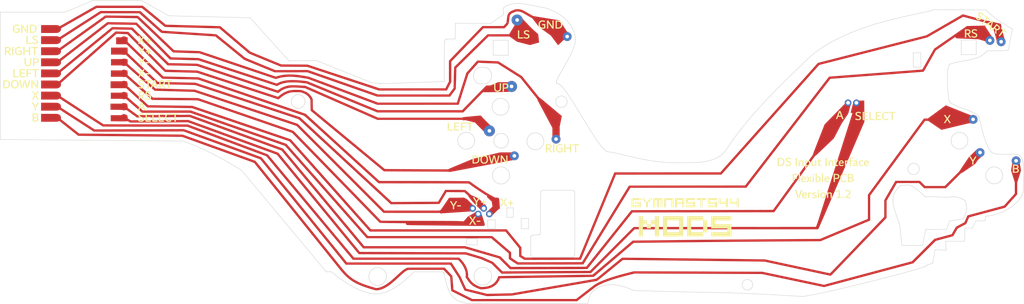
<source format=kicad_pcb>
(kicad_pcb (version 4) (host pcbnew 4.0.7)
  (layers (0 F.Cu signal) (31 B.Cu signal) (34 B.Paste user) (35 F.Paste user) (36 B.SilkS user) (37 F.SilkS user) (38 B.Mask user) (39 F.Mask user) (44 Edge.Cuts user))
  (net 0 "")
  (module LOGO (layer F.Cu) (at 0 0)
    (fp_text reference "G***" hide)
    (fp_text value "LOGO" hide)
    (fp_poly (pts (xy -105.384385 -8.720584) (xy -105.091790 -8.720313) (xy -104.836736 -8.719815) (xy -104.616828 -8.719054) (xy -104.429669 -8.717993) (xy -104.272863 -8.716597) (xy -104.144015 -8.714827) (xy -104.040729 -8.712647) (xy -103.960609 -8.710021) (xy -103.901258 -8.706912) (xy -103.860281 -8.703283) (xy -103.835282 -8.699096) (xy -103.823865 -8.694317) (xy -103.822500 -8.691622) (xy -103.802768 -8.668772) (xy -103.749285 -8.651156) (xy -103.735055 -8.648594) (xy -103.573309 -8.602302) (xy -103.427521 -8.520954) (xy -103.301387 -8.410011) (xy -103.198604 -8.274937) (xy -103.122867 -8.121194) (xy -103.077874 -7.954243) (xy -103.067320 -7.779548) (xy -103.078239 -7.677969) (xy -103.090762 -7.594754) (xy -103.093245 -7.542955) (xy -103.085618 -7.512846) (xy -103.076982 -7.501904) (xy -103.057270 -7.485762) (xy -103.006408 -7.444946) (xy -102.926425 -7.381070) (xy -102.819354 -7.295748) (xy -102.687224 -7.190594) (xy -102.532067 -7.067222) (xy -102.355914 -6.927246) (xy -102.160797 -6.772280) (xy -101.948745 -6.603938) (xy -101.721791 -6.423835) (xy -101.481964 -6.233583) (xy -101.231297 -6.034797) (xy -100.994934 -5.847412) (xy -98.939952 -4.218489) (xy -97.576518 -4.204330) (xy -97.344706 -4.201923) (xy -97.076575 -4.199140) (xy -96.778136 -4.196042) (xy -96.455400 -4.192694) (xy -96.114380 -4.189156) (xy -95.761086 -4.185491) (xy -95.401529 -4.181762) (xy -95.041722 -4.178031) (xy -94.687677 -4.174360) (xy -94.345403 -4.170812) (xy -94.138750 -4.168670) (xy -93.965608 -4.166883) (xy -93.752068 -4.164693) (xy -93.500066 -4.162119) (xy -93.211535 -4.159181) (xy -92.888409 -4.155898) (xy -92.532622 -4.152290) (xy -92.146109 -4.148376) (xy -91.730804 -4.144176) (xy -91.288641 -4.139709) (xy -90.821553 -4.134995) (xy -90.331476 -4.130053) (xy -89.820343 -4.124903) (xy -89.290088 -4.119563) (xy -88.742646 -4.114055) (xy -88.179950 -4.108396) (xy -87.603935 -4.102608) (xy -87.016535 -4.096708) (xy -86.419684 -4.090717) (xy -85.815317 -4.084654) (xy -85.205366 -4.078539) (xy -84.591767 -4.072391) (xy -83.976454 -4.066229) (xy -83.685239 -4.063315) (xy -75.306062 -3.979460) (xy -66.963573 -0.971268) (xy -58.621083 2.036925) (xy -48.736250 14.345283) (xy -48.223243 14.984045) (xy -47.716040 15.615535) (xy -47.215318 16.238911) (xy -46.721753 16.853335) (xy -46.236020 17.457964) (xy -45.758795 18.051960) (xy -45.290755 18.634481) (xy -44.832573 19.204688) (xy -44.384927 19.761740) (xy -43.948493 20.304796) (xy -43.523945 20.833017) (xy -43.111961 21.345561) (xy -42.713215 21.841589) (xy -42.328383 22.320260) (xy -41.958141 22.780734) (xy -41.603166 23.222171) (xy -41.264132 23.643730) (xy -40.941716 24.044570) (xy -40.636593 24.423852) (xy -40.349439 24.780735) (xy -40.080930 25.114378) (xy -39.831742 25.423942) (xy -39.602550 25.708586) (xy -39.394031 25.967470) (xy -39.206860 26.199753) (xy -39.041712 26.404594) (xy -38.899264 26.581155) (xy -38.780191 26.728593) (xy -38.685170 26.846070) (xy -38.614876 26.932744) (xy -38.569984 26.987775) (xy -38.555083 27.005779) (xy -38.416267 27.166430) (xy -38.257730 27.342588) (xy -38.086180 27.527313) (xy -37.908324 27.713666) (xy -37.730868 27.894706) (xy -37.560520 28.063494) (xy -37.403987 28.213089) (xy -37.274500 28.330830) (xy -37.004760 28.559424) (xy -36.728304 28.776232) (xy -36.442534 28.982477) (xy -36.144854 29.179380) (xy -35.832668 29.368163) (xy -35.503377 29.550047) (xy -35.154385 29.726254) (xy -34.783096 29.898006) (xy -34.386913 30.066525) (xy -33.963238 30.233032) (xy -33.509476 30.398749) (xy -33.023028 30.564897) (xy -32.501299 30.732699) (xy -31.941691 30.903377) (xy -31.581490 31.009171) (xy -31.063731 31.159261) (xy -30.819490 31.135214) (xy -30.506217 31.088572) (xy -30.185846 31.009254) (xy -29.857034 30.896558) (xy -29.518437 30.749782) (xy -29.168712 30.568225) (xy -28.806513 30.351186) (xy -28.430498 30.097961) (xy -28.039322 29.807850) (xy -27.631641 29.480150) (xy -27.601333 29.454851) (xy -27.465719 29.339881) (xy -27.315463 29.209577) (xy -27.147858 29.061512) (xy -26.960193 28.893261) (xy -26.749760 28.702397) (xy -26.513849 28.486494) (xy -26.299598 28.289168) (xy -26.058683 28.067275) (xy -25.845398 27.872073) (xy -25.656756 27.701017) (xy -25.489771 27.551563) (xy -25.341454 27.421166) (xy -25.208819 27.307282) (xy -25.088879 27.207365) (xy -24.978647 27.118873) (xy -24.875135 27.039259) (xy -24.775358 26.965980) (xy -24.676327 26.896490) (xy -24.619154 26.857659) (xy -24.419820 26.730550) (xy -24.238159 26.629944) (xy -24.064011 26.550440) (xy -23.980947 26.518494) (xy -23.844250 26.468917) (xy -19.632083 26.463624) (xy -15.419917 26.458331) (xy -14.530917 27.403629) (xy -14.372738 27.572427) (xy -14.223365 27.732996) (xy -14.085317 27.882549) (xy -13.961115 28.018301) (xy -13.853277 28.137467) (xy -13.764325 28.237259) (xy -13.696778 28.314894) (xy -13.653156 28.367583) (xy -13.635979 28.392542) (xy -13.635833 28.393172) (xy -13.633307 28.421137) (xy -13.627947 28.487859) (xy -13.620015 28.589875) (xy -13.609772 28.723723) (xy -13.597480 28.885939) (xy -13.583400 29.073061) (xy -13.567794 29.281626) (xy -13.550924 29.508171) (xy -13.533052 29.749233) (xy -13.517780 29.955997) (xy -13.499287 30.205282) (xy -13.481503 30.442049) (xy -13.464695 30.662941) (xy -13.449127 30.864602) (xy -13.435067 31.043673) (xy -13.422779 31.196798) (xy -13.412530 31.320620) (xy -13.404585 31.411781) (xy -13.399211 31.466925) (xy -13.396864 31.482969) (xy -13.377137 31.493343) (xy -13.321921 31.521436) (xy -13.233602 31.566052) (xy -13.114564 31.625995) (xy -12.967192 31.700069) (xy -12.793869 31.787077) (xy -12.596982 31.885824) (xy -12.378913 31.995113) (xy -12.142048 32.113748) (xy -11.888770 32.240532) (xy -11.621466 32.374270) (xy -11.342518 32.513766) (xy -11.223666 32.573181) (xy -9.059416 33.655000) (xy 2.788667 33.654001) (xy 14.636750 33.653003) (xy 16.762546 32.004094) (xy 17.079201 31.758562) (xy 17.364428 31.537615) (xy 17.620175 31.339793) (xy 17.848387 31.163635) (xy 18.051010 31.007682) (xy 18.229992 30.870475) (xy 18.387278 30.750553) (xy 18.524816 30.646456) (xy 18.644550 30.556725) (xy 18.748428 30.479900) (xy 18.838395 30.414520) (xy 18.916400 30.359127) (xy 18.984386 30.312260) (xy 19.044302 30.272459) (xy 19.098093 30.238265) (xy 19.147706 30.208218) (xy 19.188212 30.184752) (xy 19.593528 29.966331) (xy 20.040510 29.748026) (xy 20.528490 29.530094) (xy 21.056801 29.312789) (xy 21.624776 29.096367) (xy 22.231746 28.881082) (xy 22.877046 28.667189) (xy 23.560006 28.454943) (xy 24.225250 28.260146) (xy 24.408931 28.208062) (xy 24.586474 28.158231) (xy 24.762684 28.109371) (xy 24.942362 28.060199) (xy 25.130312 28.009431) (xy 25.331337 27.955784) (xy 25.550240 27.897976) (xy 25.791824 27.834724) (xy 26.060892 27.764744) (xy 26.362247 27.686753) (xy 26.638250 27.615554) (xy 27.802417 27.315583) (xy 31.093833 27.320895) (xy 31.432102 27.321497) (xy 31.809087 27.322271) (xy 32.221169 27.323206) (xy 32.664732 27.324290) (xy 33.136158 27.325513) (xy 33.631830 27.326864) (xy 34.148129 27.328331) (xy 34.681439 27.329904) (xy 35.228143 27.331570) (xy 35.784622 27.333321) (xy 36.347259 27.335143) (xy 36.912437 27.337027) (xy 37.476538 27.338961) (xy 38.035944 27.340935) (xy 38.587039 27.342936) (xy 39.126205 27.344955) (xy 39.649824 27.346979) (xy 39.698083 27.347169) (xy 40.214159 27.349200) (xy 40.768242 27.351368) (xy 41.356006 27.353659) (xy 41.973124 27.356055) (xy 42.615270 27.358540) (xy 43.278119 27.361097) (xy 43.957345 27.363709) (xy 44.648620 27.366361) (xy 45.347619 27.369035) (xy 46.050016 27.371716) (xy 46.751484 27.374386) (xy 47.447698 27.377029) (xy 48.134332 27.379629) (xy 48.807058 27.382168) (xy 49.461552 27.384631) (xy 50.093486 27.387001) (xy 50.698535 27.389261) (xy 51.096333 27.390742) (xy 57.181750 27.413352) (xy 59.584167 27.921524) (xy 59.876231 27.983304) (xy 60.155143 28.042306) (xy 60.423178 28.099011) (xy 60.682608 28.153900) (xy 60.935708 28.207456) (xy 61.184752 28.260161) (xy 61.432014 28.312495) (xy 61.679768 28.364941) (xy 61.930288 28.417980) (xy 62.185847 28.472094) (xy 62.448721 28.527765) (xy 62.721183 28.585475) (xy 63.005506 28.645705) (xy 63.303966 28.708937) (xy 63.618836 28.775652) (xy 63.952390 28.846333) (xy 64.306902 28.921460) (xy 64.684645 29.001517) (xy 65.087895 29.086984) (xy 65.518925 29.178343) (xy 65.980010 29.276077) (xy 66.473422 29.380666) (xy 67.001436 29.492592) (xy 67.566327 29.612337) (xy 68.167250 29.739723) (xy 71.278750 30.399311) (xy 72.114833 30.176082) (xy 72.278254 30.132427) (xy 72.476808 30.079346) (xy 72.704740 30.018381) (xy 72.956293 29.951073) (xy 73.225713 29.878961) (xy 73.507244 29.803587) (xy 73.795130 29.726492) (xy 74.083616 29.649215) (xy 74.366945 29.573298) (xy 74.527833 29.530178) (xy 75.697208 29.216748) (xy 76.826007 28.914210) (xy 77.914538 28.622482) (xy 78.963112 28.341481) (xy 79.972036 28.071124) (xy 80.941621 27.811329) (xy 81.872175 27.562012) (xy 82.764008 27.323090) (xy 83.617430 27.094481) (xy 84.432748 26.876102) (xy 85.210274 26.667871) (xy 85.950315 26.469703) (xy 86.653181 26.281517) (xy 87.319181 26.103229) (xy 87.948625 25.934757) (xy 88.444917 25.801948) (xy 91.387083 25.014682) (xy 96.530583 19.877450) (xy 98.492220 19.352600) (xy 100.453856 18.827750) (xy 101.441904 17.117028) (xy 103.373840 16.097250) (xy 103.709295 15.317167) (xy 103.801214 15.104664) (xy 103.878390 14.929102) (xy 103.941921 14.788167) (xy 103.992906 14.679542) (xy 104.032443 14.600912) (xy 104.061631 14.549960) (xy 104.081568 14.524372) (xy 104.087083 14.520764) (xy 104.111441 14.513747) (xy 104.174740 14.496313) (xy 104.275028 14.468987) (xy 104.410350 14.432294) (xy 104.578754 14.386761) (xy 104.778287 14.332912) (xy 105.006995 14.271273) (xy 105.262925 14.202370) (xy 105.544124 14.126729) (xy 105.848639 14.044874) (xy 106.174517 13.957331) (xy 106.519803 13.864626) (xy 106.882547 13.767285) (xy 107.260793 13.665832) (xy 107.652588 13.560793) (xy 108.055981 13.452694) (xy 108.256917 13.398866) (xy 108.665107 13.289451) (xy 109.062546 13.182763) (xy 109.447287 13.079331) (xy 109.817386 12.979684) (xy 110.170896 12.884351) (xy 110.505870 12.793860) (xy 110.820364 12.708740) (xy 111.112431 12.629520) (xy 111.380124 12.556729) (xy 111.621499 12.490896) (xy 111.834609 12.432548) (xy 112.017508 12.382216) (xy 112.168250 12.340428) (xy 112.284889 12.307712) (xy 112.365480 12.284598) (xy 112.408075 12.271615) (xy 112.414498 12.269103) (xy 112.432824 12.249992) (xy 112.477223 12.201598) (xy 112.545604 12.126244) (xy 112.635880 12.026256) (xy 112.745963 11.903959) (xy 112.873763 11.761678) (xy 113.017192 11.601736) (xy 113.174162 11.426459) (xy 113.342584 11.238172) (xy 113.520369 11.039200) (xy 113.668623 10.873120) (xy 114.892667 9.501324) (xy 114.892667 6.984006) (xy 114.459462 5.603378) (xy 114.026258 4.222750) (xy 114.163129 3.432537) (xy 114.193952 3.253442) (xy 114.222351 3.086246) (xy 114.247523 2.935826) (xy 114.268671 2.807061) (xy 114.284992 2.704828) (xy 114.295687 2.634007) (xy 114.299957 2.599474) (xy 114.300000 2.598115) (xy 114.292344 2.556729) (xy 114.272277 2.490765) (xy 114.244203 2.414661) (xy 114.203203 2.276349) (xy 114.179565 2.118751) (xy 114.174711 1.959481) (xy 114.190063 1.816151) (xy 114.194306 1.796653) (xy 114.260495 1.605104) (xy 114.361977 1.432967) (xy 114.494479 1.284603) (xy 114.653724 1.164372) (xy 114.835440 1.076635) (xy 114.928508 1.047573) (xy 115.125063 1.016748) (xy 115.316998 1.024953) (xy 115.500092 1.068919) (xy 115.670123 1.145373) (xy 115.822872 1.251047) (xy 115.954117 1.382668) (xy 116.059637 1.536966) (xy 116.135213 1.710671) (xy 116.176622 1.900510) (xy 116.183316 2.019967) (xy 116.174278 2.178901) (xy 116.145649 2.316630) (xy 116.093331 2.451346) (xy 116.079928 2.478998) (xy 116.020670 2.597913) (xy 116.158047 3.422908) (xy 116.295423 4.247903) (xy 115.421833 7.003807) (xy 115.421204 8.354362) (xy 115.420576 9.704917) (xy 114.059751 11.228917) (xy 112.698927 12.752917) (xy 109.461922 13.619186) (xy 108.927529 13.762199) (xy 108.432518 13.894680) (xy 107.975375 14.017044) (xy 107.554586 14.129700) (xy 107.168639 14.233063) (xy 106.816019 14.327545) (xy 106.495214 14.413556) (xy 106.204711 14.491511) (xy 105.942995 14.561821) (xy 105.708554 14.624899) (xy 105.499874 14.681156) (xy 105.315442 14.731006) (xy 105.153745 14.774860) (xy 105.013270 14.813132) (xy 104.892502 14.846232) (xy 104.789930 14.874573) (xy 104.704038 14.898569) (xy 104.633315 14.918630) (xy 104.576247 14.935170) (xy 104.531320 14.948601) (xy 104.497022 14.959334) (xy 104.471838 14.967783) (xy 104.454256 14.974360) (xy 104.442763 14.979476) (xy 104.435844 14.983545) (xy 104.431987 14.986978) (xy 104.429678 14.990188) (xy 104.429629 14.990267) (xy 104.417582 15.015381) (xy 104.390807 15.074927) (xy 104.351263 15.164430) (xy 104.300909 15.279416) (xy 104.241704 15.415410) (xy 104.175606 15.567939) (xy 104.104575 15.732529) (xy 104.098897 15.745712) (xy 103.785453 16.473674) (xy 102.803611 16.992930) (xy 101.821769 17.512185) (xy 101.317393 18.386856) (xy 101.215818 18.562600) (xy 101.120350 18.727002) (xy 101.033123 18.876441) (xy 100.956273 19.007297) (xy 100.891933 19.115947) (xy 100.842238 19.198772) (xy 100.809323 19.252151) (xy 100.795322 19.272462) (xy 100.795290 19.272483) (xy 100.772746 19.279403) (xy 100.712122 19.296484) (xy 100.616237 19.322963) (xy 100.487910 19.358075) (xy 100.329960 19.401058) (xy 100.145206 19.451147) (xy 99.936468 19.507578) (xy 99.706564 19.569588) (xy 99.458313 19.636412) (xy 99.194535 19.707288) (xy 98.918048 19.781451) (xy 98.802240 19.812478) (xy 96.826917 20.341517) (xy 94.255167 22.910192) (xy 91.683417 25.478868) (xy 88.815333 26.245695) (xy 88.430551 26.348583) (xy 88.027821 26.456291) (xy 87.612196 26.567467) (xy 87.188726 26.680759) (xy 86.762463 26.794814) (xy 86.338459 26.908281) (xy 85.921765 27.019807) (xy 85.517432 27.128041) (xy 85.130512 27.231632) (xy 84.766058 27.329225) (xy 84.429119 27.419471) (xy 84.124748 27.501017) (xy 83.947000 27.548652) (xy 83.612712 27.638250) (xy 83.245038 27.736794) (xy 82.851480 27.842272) (xy 82.439543 27.952673) (xy 82.016730 28.065988) (xy 81.590546 28.180203) (xy 81.168494 28.293310) (xy 80.758078 28.403296) (xy 80.366802 28.508150) (xy 80.002170 28.605862) (xy 79.840667 28.649139) (xy 79.264652 28.803495) (xy 78.725592 28.947956) (xy 78.219548 29.083579) (xy 77.742581 29.211419) (xy 77.290753 29.332534) (xy 76.860127 29.447979) (xy 76.446763 29.558809) (xy 76.046724 29.666082) (xy 75.656071 29.770853) (xy 75.270865 29.874179) (xy 74.887169 29.977115) (xy 74.501045 30.080717) (xy 74.108553 30.186042) (xy 73.705755 30.294146) (xy 73.288714 30.406085) (xy 73.236667 30.420056) (xy 72.960880 30.493923) (xy 72.696031 30.564548) (xy 72.445067 30.631162) (xy 72.210937 30.692996) (xy 71.996589 30.749283) (xy 71.804971 30.799253) (xy 71.639030 30.842139) (xy 71.501715 30.877173) (xy 71.395973 30.903585) (xy 71.324753 30.920609) (xy 71.291003 30.927474) (xy 71.289333 30.927580) (xy 71.263034 30.923140) (xy 71.197575 30.910356) (xy 71.095201 30.889697) (xy 70.958159 30.861634) (xy 70.788693 30.826635) (xy 70.589049 30.785170) (xy 70.361473 30.737710) (xy 70.108211 30.684722) (xy 69.831507 30.626678) (xy 69.533608 30.564046) (xy 69.216760 30.497296) (xy 68.883207 30.426897) (xy 68.535196 30.353320) (xy 68.174971 30.277034) (xy 67.945000 30.228267) (xy 67.455135 30.124337) (xy 66.956906 30.018639) (xy 66.452312 29.911596) (xy 65.943349 29.803630) (xy 65.432015 29.695167) (xy 64.920306 29.586629) (xy 64.410221 29.478440) (xy 63.903756 29.371023) (xy 63.402909 29.264802) (xy 62.909676 29.160200) (xy 62.426056 29.057641) (xy 61.954046 28.957549) (xy 61.495642 28.860346) (xy 61.052843 28.766457) (xy 60.627645 28.676304) (xy 60.222046 28.590312) (xy 59.838042 28.508904) (xy 59.477632 28.432503) (xy 59.142812 28.361533) (xy 58.835581 28.296417) (xy 58.557934 28.237579) (xy 58.311870 28.185443) (xy 58.099385 28.140432) (xy 57.922477 28.102969) (xy 57.783143 28.073478) (xy 57.689750 28.053728) (xy 57.139417 27.937435) (xy 52.863750 27.918593) (xy 52.464492 27.916850) (xy 52.026366 27.914967) (xy 51.552835 27.912959) (xy 51.047364 27.910839) (xy 50.513418 27.908620) (xy 49.954459 27.906318) (xy 49.373954 27.903946) (xy 48.775366 27.901517) (xy 48.162159 27.899046) (xy 47.537797 27.896547) (xy 46.905746 27.894033) (xy 46.269469 27.891518) (xy 45.632431 27.889016) (xy 44.998095 27.886541) (xy 44.369927 27.884108) (xy 43.751390 27.881729) (xy 43.145949 27.879418) (xy 42.557068 27.877191) (xy 42.195750 27.875834) (xy 41.624880 27.873694) (xy 41.038240 27.871487) (xy 40.439100 27.869226) (xy 39.830728 27.866923) (xy 39.216394 27.864590) (xy 38.599368 27.862241) (xy 37.982919 27.859888) (xy 37.370318 27.857543) (xy 36.764833 27.855219) (xy 36.169733 27.852929) (xy 35.588290 27.850685) (xy 35.023772 27.848500) (xy 34.479448 27.846386) (xy 33.958589 27.844356) (xy 33.464463 27.842423) (xy 33.000341 27.840599) (xy 32.569492 27.838896) (xy 32.175185 27.837328) (xy 31.898167 27.836219) (xy 27.992917 27.820520) (xy 26.786417 28.125043) (xy 26.113028 28.297057) (xy 25.479316 28.463266) (xy 24.883129 28.624378) (xy 24.322316 28.781102) (xy 23.794723 28.934145) (xy 23.298200 29.084217) (xy 22.830593 29.232025) (xy 22.389751 29.378278) (xy 21.973522 29.523685) (xy 21.579753 29.668952) (xy 21.206293 29.814790) (xy 20.850990 29.961906) (xy 20.511691 30.111009) (xy 20.186244 30.262807) (xy 19.970750 30.368433) (xy 19.876007 30.415869) (xy 19.789001 30.459872) (xy 19.707598 30.501959) (xy 19.629667 30.543651) (xy 19.553076 30.586468) (xy 19.475693 30.631929) (xy 19.395385 30.681554) (xy 19.310020 30.736862) (xy 19.217467 30.799373) (xy 19.115593 30.870607) (xy 19.002267 30.952083) (xy 18.875355 31.045320) (xy 18.732727 31.151839) (xy 18.572250 31.273159) (xy 18.391792 31.410799) (xy 18.189221 31.566280) (xy 17.962405 31.741121) (xy 17.709211 31.936841) (xy 17.427508 32.154960) (xy 17.115164 32.396997) (xy 17.007251 32.480636) (xy 14.836608 34.163000) (xy -9.239250 34.161524) (xy -11.553871 33.000166) (xy -11.846902 32.853066) (xy -12.129489 32.711066) (xy -12.399319 32.575336) (xy -12.654074 32.447049) (xy -12.891441 32.327374) (xy -13.109104 32.217482) (xy -13.304748 32.118543) (xy -13.476058 32.031729) (xy -13.620718 31.958209) (xy -13.736413 31.899155) (xy -13.820829 31.855737) (xy -13.871650 31.829126) (xy -13.886679 31.820621) (xy -13.891111 31.797085) (xy -13.898276 31.734622) (xy -13.907896 31.636530) (xy -13.919696 31.506107) (xy -13.933396 31.346654) (xy -13.948721 31.161468) (xy -13.965392 30.953848) (xy -13.983132 30.727093) (xy -14.001664 30.484501) (xy -14.020711 30.229372) (xy -14.022538 30.204592) (xy -14.041440 29.948610) (xy -14.059528 29.704963) (xy -14.076553 29.476935) (xy -14.092264 29.267811) (xy -14.106413 29.080875) (xy -14.118749 28.919411) (xy -14.129022 28.786704) (xy -14.136983 28.686039) (xy -14.142382 28.620700) (xy -14.144970 28.593971) (xy -14.145063 28.593549) (xy -14.160092 28.576028) (xy -14.201437 28.530641) (xy -14.266368 28.460318) (xy -14.352156 28.367989) (xy -14.456070 28.256585) (xy -14.575381 28.129035) (xy -14.707357 27.988270) (xy -14.849270 27.837220) (xy -14.899408 27.783924) (xy -15.648899 26.987500) (xy -23.726245 26.987500) (xy -23.848748 27.032716) (xy -23.995864 27.097282) (xy -24.161265 27.189594) (xy -24.348047 27.311495) (xy -24.501586 27.421640) (xy -24.590080 27.488079) (xy -24.677657 27.555917) (xy -24.767616 27.628025) (xy -24.863256 27.707275) (xy -24.967875 27.796535) (xy -25.084772 27.898678) (xy -25.217245 28.016574) (xy -25.368594 28.153093) (xy -25.542116 28.311105) (xy -25.741110 28.493482) (xy -25.879125 28.620418) (xy -26.172045 28.889283) (xy -26.437579 29.131122) (xy -26.678700 29.348414) (xy -26.898381 29.543637) (xy -27.099596 29.719270) (xy -27.285317 29.877791) (xy -27.458518 30.021678) (xy -27.622171 30.153409) (xy -27.779250 30.275462) (xy -27.932728 30.390317) (xy -28.085577 30.500450) (xy -28.240771 30.608341) (xy -28.363333 30.691177) (xy -28.778640 30.952057) (xy -29.183436 31.172439) (xy -29.577585 31.352275) (xy -29.960952 31.491513) (xy -30.333399 31.590104) (xy -30.694792 31.647998) (xy -31.016633 31.665274) (xy -31.071188 31.664570) (xy -31.122871 31.661601) (xy -31.177097 31.655136) (xy -31.239279 31.643943) (xy -31.314832 31.626791) (xy -31.409170 31.602449) (xy -31.527706 31.569685) (xy -31.675855 31.527269) (xy -31.859032 31.473968) (xy -31.863300 31.472721) (xy -32.477670 31.288835) (xy -33.052570 31.107150) (xy -33.590692 30.926076) (xy -34.094729 30.744021) (xy -34.567372 30.559394) (xy -35.011315 30.370604) (xy -35.429251 30.176060) (xy -35.823871 29.974170) (xy -36.197868 29.763343) (xy -36.553934 29.541987) (xy -36.894763 29.308512) (xy -37.223047 29.061326) (xy -37.541478 28.798837) (xy -37.852749 28.519455) (xy -38.159552 28.221588) (xy -38.464579 27.903645) (xy -38.770525 27.564035) (xy -39.069568 27.213781) (xy -39.095847 27.181657) (xy -39.147953 27.117364) (xy -39.225209 27.021741) (xy -39.326939 26.895631) (xy -39.452466 26.739874) (xy -39.601116 26.555312) (xy -39.772212 26.342785) (xy -39.965077 26.103135) (xy -40.179036 25.837204) (xy -40.413413 25.545831) (xy -40.667531 25.229859) (xy -40.940714 24.890129) (xy -41.232287 24.527481) (xy -41.541574 24.142757) (xy -41.867897 23.736798) (xy -42.210582 23.310445) (xy -42.568952 22.864539) (xy -42.942331 22.399922) (xy -43.330042 21.917434) (xy -43.731411 21.417917) (xy -44.145761 20.902212) (xy -44.572415 20.371161) (xy -45.010697 19.825603) (xy -45.459933 19.266381) (xy -45.919445 18.694335) (xy -46.388557 18.110307) (xy -46.866594 17.515138) (xy -47.352879 16.909669) (xy -47.846736 16.294742) (xy -48.347489 15.671196) (xy -48.854462 15.039874) (xy -49.084690 14.753167) (xy -49.592915 14.120278) (xy -50.094762 13.495376) (xy -50.589570 12.879281) (xy -51.076682 12.272812) (xy -51.555436 11.676790) (xy -52.025175 11.092034) (xy -52.485239 10.519365) (xy -52.934968 9.959602) (xy -53.373702 9.413567) (xy -53.800784 8.882078) (xy -54.215552 8.365955) (xy -54.617349 7.866020) (xy -55.005513 7.383092) (xy -55.379387 6.917990) (xy -55.738311 6.471536) (xy -56.081625 6.044548) (xy -56.408670 5.637848) (xy -56.718787 5.252255) (xy -57.011315 4.888589) (xy -57.285597 4.547670) (xy -57.540972 4.230319) (xy -57.776782 3.937354) (xy -57.992366 3.669598) (xy -58.187065 3.427868) (xy -58.360221 3.212986) (xy -58.511173 3.025772) (xy -58.639263 2.867045) (xy -58.743830 2.737626) (xy -58.824216 2.638334) (xy -58.879761 2.569990) (xy -58.909806 2.533414) (xy -58.915125 2.527229) (xy -58.924314 2.520395) (xy -58.941252 2.510964) (xy -58.967038 2.498537) (xy -59.002767 2.482712) (xy -59.049537 2.463088) (xy -59.108444 2.439264) (xy -59.180585 2.410840) (xy -59.267057 2.377413) (xy -59.368957 2.338583) (xy -59.487381 2.293950) (xy -59.623427 2.243112) (xy -59.778191 2.185668) (xy -59.952770 2.121217) (xy -60.148260 2.049358) (xy -60.365759 1.969690) (xy -60.606363 1.881812) (xy -60.871169 1.785324) (xy -61.161275 1.679823) (xy -61.477776 1.564910) (xy -61.821769 1.440183) (xy -62.194352 1.305241) (xy -62.596621 1.159683) (xy -63.029672 1.003109) (xy -63.494604 0.835117) (xy -63.992512 0.655305) (xy -64.524493 0.463274) (xy -65.091645 0.258622) (xy -65.695063 0.040949) (xy -66.335845 -0.190148) (xy -67.015087 -0.435068) (xy -67.193583 -0.499424) (xy -75.406250 -3.460389) (xy -76.835000 -3.474842) (xy -76.951546 -3.476015) (xy -77.108843 -3.477588) (xy -77.305309 -3.479546) (xy -77.539365 -3.481874) (xy -77.809429 -3.484555) (xy -78.113922 -3.487575) (xy -78.451261 -3.490917) (xy -78.819868 -3.494565) (xy -79.218160 -3.498505) (xy -79.644557 -3.502721) (xy -80.097480 -3.507196) (xy -80.575346 -3.511916) (xy -81.076575 -3.516865) (xy -81.599587 -3.522027) (xy -82.142801 -3.527387) (xy -82.704636 -3.532929) (xy -83.283512 -3.538637) (xy -83.877848 -3.544495) (xy -84.486063 -3.550489) (xy -85.106576 -3.556603) (xy -85.737808 -3.562821) (xy -86.378177 -3.569126) (xy -87.026102 -3.575505) (xy -87.680003 -3.581941) (xy -88.106250 -3.586135) (xy -88.755145 -3.592535) (xy -89.395692 -3.598883) (xy -90.026470 -3.605164) (xy -90.646055 -3.611363) (xy -91.253024 -3.617465) (xy -91.845956 -3.623456) (xy -92.423426 -3.629319) (xy -92.984013 -3.635041) (xy -93.526293 -3.640606) (xy -94.048844 -3.646000) (xy -94.550242 -3.651206) (xy -95.029066 -3.656211) (xy -95.483891 -3.661000) (xy -95.913296 -3.665556) (xy -96.315858 -3.669867) (xy -96.690153 -3.673915) (xy -97.034759 -3.677687) (xy -97.348254 -3.681168) (xy -97.629214 -3.684342) (xy -97.876216 -3.687195) (xy -98.087838 -3.689711) (xy -98.262657 -3.691876) (xy -98.399251 -3.693674) (xy -98.496195 -3.695091) (xy -98.547799 -3.696016) (xy -99.146848 -3.709056) (xy -100.749132 -4.979767) (xy -100.991391 -5.171895) (xy -101.234430 -5.364649) (xy -101.474850 -5.555330) (xy -101.709248 -5.741240) (xy -101.934224 -5.919681) (xy -102.146376 -6.087957) (xy -102.342304 -6.243368) (xy -102.518606 -6.383219) (xy -102.671881 -6.504810) (xy -102.798728 -6.605444) (xy -102.894291 -6.681269) (xy -103.437166 -7.112061) (xy -103.550458 -7.059000) (xy -103.628577 -7.026652) (xy -103.705560 -7.001457) (xy -103.743125 -6.992765) (xy -103.797330 -6.976703) (xy -103.822029 -6.954129) (xy -103.822500 -6.950545) (xy -103.827878 -6.945447) (xy -103.845608 -6.940961) (xy -103.878087 -6.937050) (xy -103.927710 -6.933679) (xy -103.996874 -6.930809) (xy -104.087974 -6.928405) (xy -104.203406 -6.926430) (xy -104.345567 -6.924846) (xy -104.516851 -6.923618) (xy -104.719655 -6.922708) (xy -104.956375 -6.922079) (xy -105.229408 -6.921696) (xy -105.541147 -6.921521) (xy -105.716917 -6.921500) (xy -107.611333 -6.921500) (xy -107.611333 -8.720667) (xy -105.716917 -8.720667) (xy -105.384385 -8.720584)) (layer F.Cu) (width 0.010000))
    (fp_poly (pts (xy -105.384385 -11.260584) (xy -105.091790 -11.260313) (xy -104.836736 -11.259815) (xy -104.616828 -11.259054) (xy -104.429669 -11.257993) (xy -104.272863 -11.256597) (xy -104.144015 -11.254827) (xy -104.040729 -11.252647) (xy -103.960609 -11.250021) (xy -103.901258 -11.246912) (xy -103.860281 -11.243283) (xy -103.835282 -11.239096) (xy -103.823865 -11.234317) (xy -103.822500 -11.231622) (xy -103.802768 -11.208772) (xy -103.749285 -11.191156) (xy -103.735055 -11.188594) (xy -103.598728 -11.148782) (xy -103.461315 -11.077079) (xy -103.334244 -10.981776) (xy -103.228945 -10.871163) (xy -103.168136 -10.777367) (xy -103.103481 -10.612303) (xy -103.069715 -10.437520) (xy -103.068522 -10.283448) (xy -103.081656 -10.142131) (xy -99.234620 -7.652569) (xy -95.387583 -5.163007) (xy -92.456000 -5.175239) (xy -92.199788 -5.176278) (xy -91.903714 -5.177427) (xy -91.570247 -5.178675) (xy -91.201859 -5.180017) (xy -90.801020 -5.181443) (xy -90.370201 -5.182945) (xy -89.911873 -5.184516) (xy -89.428505 -5.186148) (xy -88.922569 -5.187831) (xy -88.396535 -5.189560) (xy -87.852874 -5.191324) (xy -87.294057 -5.193117) (xy -86.722553 -5.194930) (xy -86.140834 -5.196755) (xy -85.551370 -5.198584) (xy -84.956632 -5.200410) (xy -84.359090 -5.202223) (xy -83.761215 -5.204017) (xy -83.165478 -5.205783) (xy -82.574349 -5.207512) (xy -82.255889 -5.208434) (xy -74.987360 -5.229397) (xy -66.137472 -2.019995) (xy -65.545662 -1.805337) (xy -64.963760 -1.594198) (xy -64.393040 -1.387040) (xy -63.834774 -1.184328) (xy -63.290235 -0.986527) (xy -62.760696 -0.794100) (xy -62.247430 -0.607511) (xy -61.751709 -0.427225) (xy -61.274807 -0.253705) (xy -60.817995 -0.087415) (xy -60.382548 0.071180) (xy -59.969737 0.221616) (xy -59.580837 0.363430) (xy -59.217118 0.496157) (xy -58.879855 0.619334) (xy -58.570320 0.732495) (xy -58.289786 0.835178) (xy -58.039525 0.926917) (xy -57.820811 1.007250) (xy -57.634916 1.075712) (xy -57.483114 1.131838) (xy -57.366676 1.175166) (xy -57.286877 1.205230) (xy -57.244987 1.221566) (xy -57.238698 1.224412) (xy -57.222919 1.242566) (xy -57.181163 1.292801) (xy -57.114096 1.374300) (xy -57.022381 1.486245) (xy -56.906683 1.627817) (xy -56.767666 1.798198) (xy -56.605993 1.996570) (xy -56.422330 2.222115) (xy -56.217340 2.474015) (xy -55.991688 2.751451) (xy -55.746038 3.053605) (xy -55.481053 3.379659) (xy -55.197399 3.728796) (xy -54.895739 4.100196) (xy -54.576738 4.493041) (xy -54.241060 4.906514) (xy -53.889369 5.339797) (xy -53.522329 5.792070) (xy -53.140604 6.262516) (xy -52.744859 6.750317) (xy -52.335759 7.254655) (xy -51.913966 7.774711) (xy -51.480145 8.309667) (xy -51.034961 8.858706) (xy -50.579078 9.421008) (xy -50.113159 9.995756) (xy -49.637870 10.582132) (xy -49.153873 11.179316) (xy -48.661835 11.786493) (xy -48.162418 12.402842) (xy -47.656287 13.027546) (xy -47.458652 13.271500) (xy -37.727492 25.283583) (xy -25.776640 25.288893) (xy -13.825788 25.294204) (xy -12.789597 26.908143) (xy -11.753406 28.522083) (xy -11.123625 29.897917) (xy -11.019914 30.124412) (xy -10.921390 30.339439) (xy -10.829462 30.539932) (xy -10.745538 30.722826) (xy -10.671026 30.885056) (xy -10.607335 31.023557) (xy -10.555872 31.135264) (xy -10.518048 31.217112) (xy -10.495269 31.266036) (xy -10.488807 31.279434) (xy -10.468022 31.285155) (xy -10.408694 31.300399) (xy -10.313375 31.324529) (xy -10.184617 31.356908) (xy -10.024972 31.396900) (xy -9.836994 31.443868) (xy -9.623235 31.497175) (xy -9.386246 31.556185) (xy -9.128582 31.620260) (xy -8.852793 31.688763) (xy -8.561433 31.761059) (xy -8.257054 31.836510) (xy -8.083510 31.879496) (xy -5.683250 32.473874) (xy -2.846917 32.408591) (xy -0.010583 32.343308) (xy 0.402167 32.268211) (xy 0.450830 32.259554) (xy 0.539802 32.243951) (xy 0.667673 32.221644) (xy 0.833032 32.192878) (xy 1.034469 32.157896) (xy 1.270576 32.116942) (xy 1.539942 32.070259) (xy 1.841156 32.018092) (xy 2.172810 31.960684) (xy 2.533494 31.898278) (xy 2.921797 31.831119) (xy 3.336310 31.759450) (xy 3.775622 31.683515) (xy 4.238325 31.603558) (xy 4.723008 31.519822) (xy 5.228261 31.432551) (xy 5.752674 31.341989) (xy 6.294839 31.248379) (xy 6.853343 31.151965) (xy 7.426779 31.052992) (xy 8.013736 30.951702) (xy 8.612804 30.848339) (xy 9.222573 30.743147) (xy 9.841633 30.636370) (xy 10.021723 30.605312) (xy 10.765051 30.477106) (xy 11.467789 30.355874) (xy 12.131069 30.241416) (xy 12.756023 30.133532) (xy 13.343783 30.032022) (xy 13.895479 29.936686) (xy 14.412245 29.847325) (xy 14.895211 29.763737) (xy 15.345508 29.685725) (xy 15.764270 29.613087) (xy 16.152627 29.545623) (xy 16.511711 29.483135) (xy 16.842653 29.425421) (xy 17.146586 29.372283) (xy 17.424641 29.323520) (xy 17.677949 29.278932) (xy 17.907643 29.238319) (xy 18.114853 29.201482) (xy 18.300712 29.168221) (xy 18.466351 29.138335) (xy 18.612902 29.111626) (xy 18.741496 29.087892) (xy 18.853265 29.066934) (xy 18.949342 29.048553) (xy 19.030856 29.032548) (xy 19.098940 29.018720) (xy 19.154726 29.006868) (xy 19.199346 28.996792) (xy 19.233930 28.988294) (xy 19.259611 28.981172) (xy 19.277520 28.975228) (xy 19.288789 28.970260) (xy 19.292723 28.967753) (xy 19.315708 28.949252) (xy 19.369765 28.905344) (xy 19.453192 28.837418) (xy 19.564288 28.746864) (xy 19.701351 28.635070) (xy 19.862679 28.503427) (xy 20.046572 28.353323) (xy 20.251327 28.186147) (xy 20.475244 28.003289) (xy 20.716621 27.806139) (xy 20.973756 27.596084) (xy 21.244948 27.374515) (xy 21.528495 27.142821) (xy 21.822696 26.902391) (xy 22.125850 26.654614) (xy 22.246167 26.556268) (xy 25.135417 24.194539) (xy 25.601083 24.194021) (xy 25.655727 24.194242) (xy 25.751514 24.194970) (xy 25.887256 24.196191) (xy 26.061765 24.197892) (xy 26.273853 24.200058) (xy 26.522334 24.202676) (xy 26.806019 24.205731) (xy 27.123721 24.209210) (xy 27.474252 24.213099) (xy 27.856425 24.217383) (xy 28.269052 24.222049) (xy 28.710945 24.227083) (xy 29.180917 24.232471) (xy 29.677780 24.238200) (xy 30.200346 24.244254) (xy 30.747429 24.250620) (xy 31.317839 24.257285) (xy 31.910391 24.264234) (xy 32.523895 24.271453) (xy 33.157165 24.278929) (xy 33.809013 24.286647) (xy 34.478251 24.294593) (xy 35.163691 24.302755) (xy 35.864147 24.311117) (xy 36.578430 24.319665) (xy 37.305352 24.328387) (xy 38.043727 24.337267) (xy 38.792367 24.346293) (xy 39.550083 24.355449) (xy 40.315689 24.364722) (xy 41.087996 24.374099) (xy 41.865817 24.383565) (xy 42.647965 24.393106) (xy 43.433252 24.402708) (xy 44.220490 24.412358) (xy 44.481750 24.415565) (xy 44.751525 24.418874) (xy 45.060454 24.422652) (xy 45.405360 24.426863) (xy 45.783066 24.431466) (xy 46.190395 24.436425) (xy 46.624172 24.441700) (xy 47.081219 24.447252) (xy 47.558359 24.453044) (xy 48.052417 24.459037) (xy 48.560214 24.465192) (xy 49.078576 24.471470) (xy 49.604324 24.477834) (xy 50.134282 24.484244) (xy 50.665275 24.490662) (xy 51.194124 24.497050) (xy 51.717653 24.503368) (xy 52.232686 24.509580) (xy 52.426839 24.511920) (xy 57.747261 24.576036) (xy 59.570589 24.967947) (xy 59.898429 25.038412) (xy 60.259309 25.115974) (xy 60.644879 25.198839) (xy 61.046790 25.285214) (xy 61.456693 25.373303) (xy 61.866238 25.461313) (xy 62.267077 25.547449) (xy 62.650859 25.629916) (xy 63.009236 25.706922) (xy 63.256583 25.760068) (xy 63.485436 25.809241) (xy 63.751991 25.866519) (xy 64.052564 25.931110) (xy 64.383469 26.002222) (xy 64.741021 26.079062) (xy 65.121535 26.160840) (xy 65.521325 26.246762) (xy 65.936707 26.336037) (xy 66.363995 26.427873) (xy 66.799503 26.521477) (xy 67.239547 26.616058) (xy 67.680442 26.710824) (xy 68.118502 26.804982) (xy 68.550041 26.897741) (xy 68.855167 26.963328) (xy 69.245840 27.047293) (xy 69.625699 27.128908) (xy 69.992649 27.207726) (xy 70.344594 27.283296) (xy 70.679438 27.355171) (xy 70.995087 27.422900) (xy 71.289445 27.486034) (xy 71.560416 27.544125) (xy 71.805906 27.596723) (xy 72.023819 27.643379) (xy 72.212059 27.683644) (xy 72.368531 27.717069) (xy 72.491140 27.743205) (xy 72.577791 27.761603) (xy 72.626388 27.771812) (xy 72.636365 27.773815) (xy 72.645015 27.769411) (xy 72.663571 27.754408) (xy 72.692757 27.728058) (xy 72.733295 27.689614) (xy 72.785906 27.638328) (xy 72.851314 27.573451) (xy 72.930239 27.494237) (xy 73.023405 27.399938) (xy 73.131533 27.289805) (xy 73.255345 27.163091) (xy 73.395564 27.019049) (xy 73.552912 26.856929) (xy 73.728110 26.675986) (xy 73.921882 26.475471) (xy 74.134948 26.254635) (xy 74.368032 26.012732) (xy 74.621855 25.749014) (xy 74.897140 25.462733) (xy 75.194609 25.153141) (xy 75.514983 24.819490) (xy 75.858985 24.461034) (xy 76.227337 24.077023) (xy 76.620762 23.666710) (xy 77.039981 23.229347) (xy 77.485716 22.764187) (xy 77.958690 22.270482) (xy 78.459625 21.747485) (xy 78.863826 21.325417) (xy 85.046004 14.869583) (xy 85.046835 12.950048) (xy 85.047667 11.030514) (xy 86.322958 8.818099) (xy 87.598250 6.605685) (xy 90.402975 6.604843) (xy 93.207700 6.604000) (xy 93.800083 7.196666) (xy 94.392466 7.789333) (xy 98.880182 7.789333) (xy 100.584049 6.085198) (xy 100.888249 5.780573) (xy 101.162578 5.505070) (xy 101.406990 5.258735) (xy 101.621440 5.041614) (xy 101.805886 4.853752) (xy 101.960281 4.695195) (xy 102.084583 4.565989) (xy 102.178745 4.466178) (xy 102.242724 4.395810) (xy 102.276475 4.354929) (xy 102.282182 4.344188) (xy 102.292943 4.321500) (xy 102.325866 4.266340) (xy 102.379292 4.181233) (xy 102.451564 4.068702) (xy 102.541025 3.931273) (xy 102.646015 3.771469) (xy 102.764878 3.591815) (xy 102.895956 3.394835) (xy 103.037590 3.183054) (xy 103.188124 2.958996) (xy 103.329932 2.748800) (xy 104.383417 1.190288) (xy 105.244406 0.351727) (xy 105.403247 0.197268) (xy 105.553104 0.052016) (xy 105.691227 -0.081396) (xy 105.814870 -0.200338) (xy 105.921286 -0.302177) (xy 106.007726 -0.384282) (xy 106.071442 -0.444021) (xy 106.109687 -0.478764) (xy 106.119994 -0.486833) (xy 106.141331 -0.500256) (xy 106.184930 -0.535878) (xy 106.242372 -0.586728) (xy 106.258201 -0.601274) (xy 106.421727 -0.724852) (xy 106.603127 -0.811446) (xy 106.797779 -0.859933) (xy 107.001061 -0.869191) (xy 107.208355 -0.838098) (xy 107.220594 -0.834983) (xy 107.394426 -0.768804) (xy 107.555016 -0.667415) (xy 107.695933 -0.537246) (xy 107.810746 -0.384724) (xy 107.893024 -0.216280) (xy 107.917354 -0.138428) (xy 107.951323 0.071112) (xy 107.944353 0.274492) (xy 107.897333 0.468377) (xy 107.811149 0.649437) (xy 107.686690 0.814338) (xy 107.654689 0.847689) (xy 107.568424 0.924819) (xy 107.473814 0.994529) (xy 107.380467 1.050964) (xy 107.297994 1.088270) (xy 107.239435 1.100667) (xy 107.216056 1.114855) (xy 107.166911 1.154795) (xy 107.096412 1.216548) (xy 107.008971 1.296176) (xy 106.908997 1.389740) (xy 106.815976 1.478720) (xy 106.694052 1.596939) (xy 106.596330 1.693599) (xy 106.516346 1.776327) (xy 106.447635 1.852750) (xy 106.383736 1.930494) (xy 106.318183 2.017186) (xy 106.244515 2.120453) (xy 106.156267 2.247921) (xy 106.122858 2.296576) (xy 105.821125 2.736377) (xy 104.467271 3.665191) (xy 104.247982 3.815635) (xy 104.035182 3.961628) (xy 103.831997 4.101025) (xy 103.641557 4.231680) (xy 103.466989 4.351446) (xy 103.311420 4.458177) (xy 103.177980 4.549728) (xy 103.069796 4.623952) (xy 102.989996 4.678704) (xy 102.941709 4.711836) (xy 102.939140 4.713599) (xy 102.859641 4.767631) (xy 102.806971 4.800510) (xy 102.773143 4.815168) (xy 102.750174 4.814535) (xy 102.730078 4.801545) (xy 102.721151 4.793632) (xy 102.714199 4.788018) (xy 102.706177 4.784806) (xy 102.695458 4.785549) (xy 102.680412 4.791801) (xy 102.659414 4.805114) (xy 102.630835 4.827041) (xy 102.593047 4.859135) (xy 102.544423 4.902948) (xy 102.483336 4.960035) (xy 102.408157 5.031947) (xy 102.317259 5.120237) (xy 102.209014 5.226460) (xy 102.081795 5.352166) (xy 101.933975 5.498910) (xy 101.763924 5.668244) (xy 101.570016 5.861721) (xy 101.350623 6.080894) (xy 101.104118 6.327316) (xy 100.905714 6.525703) (xy 99.133989 8.297333) (xy 94.159633 8.297333) (xy 93.567250 7.704667) (xy 92.974867 7.112000) (xy 90.445308 7.112454) (xy 87.915750 7.112907) (xy 86.746292 9.140842) (xy 85.576833 11.168777) (xy 85.575907 13.125014) (xy 85.574980 15.081250) (xy 79.219057 21.717000) (xy 78.658467 22.302199) (xy 78.126652 22.857213) (xy 77.623176 23.382494) (xy 77.147600 23.878496) (xy 76.699488 24.345672) (xy 76.278403 24.784475) (xy 75.883907 25.195359) (xy 75.515563 25.578776) (xy 75.172933 25.935180) (xy 74.855582 26.265024) (xy 74.563071 26.568761) (xy 74.294963 26.846844) (xy 74.050822 27.099728) (xy 73.830209 27.327864) (xy 73.632689 27.531707) (xy 73.457822 27.711708) (xy 73.305174 27.868323) (xy 73.174305 28.002003) (xy 73.064780 28.113203) (xy 72.976160 28.202374) (xy 72.908009 28.269972) (xy 72.859889 28.316448) (xy 72.831364 28.342255) (xy 72.822358 28.348325) (xy 72.798874 28.343591) (xy 72.735467 28.330256) (xy 72.633601 28.308634) (xy 72.494737 28.279040) (xy 72.320338 28.241786) (xy 72.111866 28.197188) (xy 71.870783 28.145559) (xy 71.598551 28.087213) (xy 71.296632 28.022464) (xy 70.966489 27.951626) (xy 70.609584 27.875013) (xy 70.227378 27.792938) (xy 69.821334 27.705716) (xy 69.392915 27.613661) (xy 68.943582 27.517086) (xy 68.474797 27.416306) (xy 67.988024 27.311635) (xy 67.484723 27.203385) (xy 66.966357 27.091873) (xy 66.434389 26.977410) (xy 65.890280 26.860312) (xy 65.335493 26.740892) (xy 65.246250 26.721680) (xy 57.710917 25.099458) (xy 56.356250 25.080657) (xy 56.239691 25.079082) (xy 56.082484 25.077025) (xy 55.886310 25.074507) (xy 55.652851 25.071549) (xy 55.383790 25.068170) (xy 55.080808 25.064392) (xy 54.745587 25.060236) (xy 54.379809 25.055720) (xy 53.985156 25.050867) (xy 53.563310 25.045696) (xy 53.115952 25.040228) (xy 52.644765 25.034484) (xy 52.151431 25.028483) (xy 51.637631 25.022247) (xy 51.105048 25.015796) (xy 50.555363 25.009150) (xy 49.990258 25.002331) (xy 49.411415 24.995358) (xy 48.820517 24.988251) (xy 48.219244 24.981032) (xy 47.609279 24.973722) (xy 46.992304 24.966339) (xy 46.370000 24.958906) (xy 46.143333 24.956201) (xy 45.514907 24.948703) (xy 44.889164 24.941229) (xy 44.267888 24.933803) (xy 43.652863 24.926446) (xy 43.045872 24.919179) (xy 42.448698 24.912023) (xy 41.863124 24.905000) (xy 41.290935 24.898132) (xy 40.733913 24.891440) (xy 40.193842 24.884946) (xy 39.672506 24.878671) (xy 39.171688 24.872636) (xy 38.693171 24.866863) (xy 38.238738 24.861374) (xy 37.810174 24.856189) (xy 37.409261 24.851332) (xy 37.037783 24.846822) (xy 36.697524 24.842682) (xy 36.390266 24.838932) (xy 36.117794 24.835596) (xy 35.881891 24.832693) (xy 35.684339 24.830246) (xy 35.526924 24.828275) (xy 35.496500 24.827891) (xy 34.695696 24.817766) (xy 33.936205 24.808206) (xy 33.217012 24.799200) (xy 32.537100 24.790738) (xy 31.895454 24.782811) (xy 31.291056 24.775410) (xy 30.722892 24.768525) (xy 30.189945 24.762146) (xy 29.691198 24.756264) (xy 29.225637 24.750870) (xy 28.792244 24.745952) (xy 28.390005 24.741503) (xy 28.017902 24.737512) (xy 27.674920 24.733970) (xy 27.360042 24.730867) (xy 27.072253 24.728194) (xy 26.810537 24.725941) (xy 26.573877 24.724098) (xy 26.361258 24.722657) (xy 26.171663 24.721606) (xy 26.004077 24.720938) (xy 25.857482 24.720641) (xy 25.730864 24.720708) (xy 25.623206 24.721127) (xy 25.533492 24.721889) (xy 25.460707 24.722986) (xy 25.403833 24.724406) (xy 25.361855 24.726142) (xy 25.333757 24.728182) (xy 25.318523 24.730518) (xy 25.315333 24.731858) (xy 25.295820 24.747930) (xy 25.245190 24.789404) (xy 25.165118 24.854914) (xy 25.057280 24.943089) (xy 24.923351 25.052561) (xy 24.765006 25.181962) (xy 24.583921 25.329921) (xy 24.381772 25.495072) (xy 24.160234 25.676045) (xy 23.920983 25.871470) (xy 23.665693 26.079980) (xy 23.396041 26.300206) (xy 23.113701 26.530778) (xy 22.820350 26.770329) (xy 22.517662 27.017488) (xy 22.385893 27.125080) (xy 22.047361 27.401298) (xy 21.723177 27.665418) (xy 21.414675 27.916368) (xy 21.123191 28.153073) (xy 20.850057 28.374460) (xy 20.596610 28.579455) (xy 20.364183 28.766983) (xy 20.154111 28.935971) (xy 19.967728 29.085345) (xy 19.806368 29.214031) (xy 19.671366 29.320956) (xy 19.564057 29.405045) (xy 19.485774 29.465224) (xy 19.437853 29.500421) (xy 19.422559 29.509800) (xy 19.397590 29.514589) (xy 19.332209 29.526335) (xy 19.227722 29.544812) (xy 19.085437 29.569792) (xy 18.906662 29.601051) (xy 18.692702 29.638362) (xy 18.444866 29.681498) (xy 18.164460 29.730233) (xy 17.852791 29.784341) (xy 17.511168 29.843596) (xy 17.140896 29.907771) (xy 16.743283 29.976641) (xy 16.319636 30.049978) (xy 15.871262 30.127557) (xy 15.399468 30.209151) (xy 14.905562 30.294534) (xy 14.390850 30.383479) (xy 13.856640 30.475761) (xy 13.304239 30.571154) (xy 12.734954 30.669430) (xy 12.150091 30.770364) (xy 11.550959 30.873730) (xy 10.938864 30.979300) (xy 10.315114 31.086849) (xy 9.681015 31.196151) (xy 9.661806 31.199462) (xy -0.033305 32.870385) (xy -2.434944 32.923087) (xy -2.761025 32.930245) (xy -3.082460 32.937305) (xy -3.395859 32.944192) (xy -3.697829 32.950832) (xy -3.984979 32.957150) (xy -4.253916 32.963071) (xy -4.501249 32.968521) (xy -4.723586 32.973425) (xy -4.917534 32.977708) (xy -5.079703 32.981295) (xy -5.206699 32.984112) (xy -5.295131 32.986084) (xy -5.302250 32.986243) (xy -5.767917 32.996697) (xy -8.306574 32.366190) (xy -8.695382 32.269531) (xy -9.044940 32.182415) (xy -9.357128 32.104350) (xy -9.633823 32.034846) (xy -9.876903 31.973411) (xy -10.088246 31.919554) (xy -10.269731 31.872784) (xy -10.423235 31.832609) (xy -10.550637 31.798539) (xy -10.653814 31.770081) (xy -10.734644 31.746746) (xy -10.795007 31.728041) (xy -10.836779 31.713475) (xy -10.861839 31.702558) (xy -10.871813 31.695217) (xy -10.884741 31.669809) (xy -10.913812 31.608982) (xy -10.957593 31.515833) (xy -11.014649 31.393455) (xy -11.083549 31.244944) (xy -11.162859 31.073393) (xy -11.251146 30.881899) (xy -11.346977 30.673554) (xy -11.448919 30.451455) (xy -11.555540 30.218696) (xy -11.557041 30.215417) (xy -12.215687 28.776083) (xy -14.127051 25.802167) (xy -37.986842 25.802167) (xy -47.721879 13.785200) (xy -48.230614 13.157225) (xy -48.732901 12.537227) (xy -49.228074 11.926026) (xy -49.715471 11.324443) (xy -50.194425 10.733297) (xy -50.664273 10.153407) (xy -51.124350 9.585595) (xy -51.573990 9.030680) (xy -52.012531 8.489482) (xy -52.439306 7.962821) (xy -52.853651 7.451517) (xy -53.254901 6.956390) (xy -53.642393 6.478260) (xy -54.015461 6.017947) (xy -54.373440 5.576271) (xy -54.715667 5.154051) (xy -55.041476 4.752109) (xy -55.350202 4.371264) (xy -55.641182 4.012336) (xy -55.913750 3.676144) (xy -56.167241 3.363510) (xy -56.400992 3.075252) (xy -56.614337 2.812191) (xy -56.806613 2.575148) (xy -56.977153 2.364941) (xy -57.125294 2.182390) (xy -57.250371 2.028317) (xy -57.351719 1.903540) (xy -57.428674 1.808881) (xy -57.480570 1.745158) (xy -57.506745 1.713191) (xy -57.509833 1.709513) (xy -57.518940 1.702972) (xy -57.538038 1.692979) (xy -57.568156 1.679158) (xy -57.610320 1.661130) (xy -57.665559 1.638519) (xy -57.734899 1.610946) (xy -57.819368 1.578033) (xy -57.919993 1.539405) (xy -58.037802 1.494682) (xy -58.173823 1.443488) (xy -58.329081 1.385445) (xy -58.504606 1.320175) (xy -58.701424 1.247301) (xy -58.920562 1.166445) (xy -59.163049 1.077231) (xy -59.429911 0.979279) (xy -59.722176 0.872214) (xy -60.040871 0.755657) (xy -60.387023 0.629230) (xy -60.761661 0.492557) (xy -61.165811 0.345260) (xy -61.600501 0.186961) (xy -62.066758 0.017282) (xy -62.565610 -0.164153) (xy -63.098084 -0.357722) (xy -63.665207 -0.563803) (xy -64.268007 -0.782774) (xy -64.907511 -1.015012) (xy -65.584746 -1.260894) (xy -66.300741 -1.520797) (xy -66.315167 -1.526033) (xy -75.067583 -4.702860) (xy -84.137500 -4.679346) (xy -84.766692 -4.677723) (xy -85.390276 -4.676133) (xy -86.006633 -4.674578) (xy -86.614145 -4.673062) (xy -87.211196 -4.671589) (xy -87.796166 -4.670163) (xy -88.367439 -4.668786) (xy -88.923396 -4.667463) (xy -89.462419 -4.666198) (xy -89.982891 -4.664992) (xy -90.483194 -4.663852) (xy -90.961710 -4.662779) (xy -91.416821 -4.661778) (xy -91.846909 -4.660852) (xy -92.250356 -4.660005) (xy -92.625545 -4.659240) (xy -92.970858 -4.658562) (xy -93.284677 -4.657973) (xy -93.565384 -4.657477) (xy -93.811361 -4.657078) (xy -94.020990 -4.656779) (xy -94.192654 -4.656584) (xy -94.324735 -4.656497) (xy -94.392750 -4.656502) (xy -95.578083 -4.657174) (xy -103.362011 -9.694672) (xy -103.511034 -9.620119) (xy -103.594795 -9.581805) (xy -103.675741 -9.550762) (xy -103.737417 -9.533248) (xy -103.741279 -9.532577) (xy -103.796848 -9.516736) (xy -103.821989 -9.494304) (xy -103.822500 -9.490545) (xy -103.827878 -9.485447) (xy -103.845608 -9.480961) (xy -103.878087 -9.477050) (xy -103.927710 -9.473679) (xy -103.996874 -9.470809) (xy -104.087974 -9.468405) (xy -104.203406 -9.466430) (xy -104.345567 -9.464846) (xy -104.516851 -9.463618) (xy -104.719655 -9.462708) (xy -104.956375 -9.462079) (xy -105.229408 -9.461696) (xy -105.541147 -9.461521) (xy -105.716917 -9.461500) (xy -107.611333 -9.461500) (xy -107.611333 -11.260667) (xy -105.716917 -11.260667) (xy -105.384385 -11.260584)) (layer F.Cu) (width 0.010000))
    (fp_poly (pts (xy -105.381316 -13.800569) (xy -105.085758 -13.800255) (xy -104.827952 -13.799691) (xy -104.605610 -13.798843) (xy -104.416440 -13.797679) (xy -104.258154 -13.796164) (xy -104.128460 -13.794267) (xy -104.025069 -13.791953) (xy -103.945691 -13.789189) (xy -103.888036 -13.785942) (xy -103.849814 -13.782180) (xy -103.828734 -13.777867) (xy -103.822500 -13.773152) (xy -103.802737 -13.753043) (xy -103.748683 -13.732315) (xy -103.698436 -13.720012) (xy -103.568173 -13.676451) (xy -103.436282 -13.603562) (xy -103.317808 -13.510930) (xy -103.243776 -13.430336) (xy -103.163260 -13.307369) (xy -103.110320 -13.180733) (xy -103.081181 -13.038369) (xy -103.072141 -12.881705) (xy -103.070402 -12.671827) (xy -98.209622 -9.503850) (xy -93.348842 -6.335872) (xy -87.691902 -6.321770) (xy -87.142860 -6.320430) (xy -86.572074 -6.319093) (xy -85.983453 -6.317765) (xy -85.380909 -6.316455) (xy -84.768352 -6.315167) (xy -84.149692 -6.313911) (xy -83.528840 -6.312693) (xy -82.909707 -6.311519) (xy -82.296202 -6.310398) (xy -81.692237 -6.309336) (xy -81.101723 -6.308340) (xy -80.528568 -6.307418) (xy -79.976685 -6.306576) (xy -79.449983 -6.305822) (xy -78.952374 -6.305163) (xy -78.487767 -6.304605) (xy -78.060073 -6.304156) (xy -77.905690 -6.304013) (xy -77.493043 -6.303587) (xy -77.093047 -6.303051) (xy -76.707643 -6.302415) (xy -76.338774 -6.301686) (xy -75.988380 -6.300872) (xy -75.658404 -6.299980) (xy -75.350787 -6.299019) (xy -75.067471 -6.297995) (xy -74.810397 -6.296917) (xy -74.581508 -6.295792) (xy -74.382744 -6.294628) (xy -74.216047 -6.293433) (xy -74.083360 -6.292214) (xy -73.986624 -6.290980) (xy -73.927780 -6.289737) (xy -73.908770 -6.288494) (xy -73.910946 -6.288138) (xy -74.045476 -6.275917) (xy -65.052696 -2.911637) (xy -64.456489 -2.688587) (xy -63.869827 -2.469103) (xy -63.293981 -2.253660) (xy -62.730221 -2.042732) (xy -62.179816 -1.836796) (xy -61.644036 -1.636326) (xy -61.124151 -1.441797) (xy -60.621431 -1.253686) (xy -60.137146 -1.072467) (xy -59.672566 -0.898615) (xy -59.228959 -0.732605) (xy -58.807597 -0.574914) (xy -58.409749 -0.426015) (xy -58.036685 -0.286385) (xy -57.689674 -0.156498) (xy -57.369987 -0.036831) (xy -57.078893 0.072143) (xy -56.817663 0.169947) (xy -56.587565 0.256107) (xy -56.389870 0.330147) (xy -56.225848 0.391592) (xy -56.096768 0.439967) (xy -56.003901 0.474796) (xy -55.948516 0.495605) (xy -55.932666 0.501598) (xy -55.805415 0.550553) (xy -36.120917 24.169401) (xy -12.108099 24.172333) (xy -11.783817 24.495125) (xy -11.590878 24.692336) (xy -11.422905 24.876380) (xy -11.270441 25.058728) (xy -11.124025 25.250848) (xy -10.974199 25.464210) (xy -10.928004 25.532830) (xy -10.753915 25.805006) (xy -10.606196 26.062696) (xy -10.478588 26.318388) (xy -10.364832 26.584567) (xy -10.264965 26.855417) (xy -10.180750 27.136597) (xy -10.115306 27.433552) (xy -10.070306 27.734534) (xy -10.047425 28.027793) (xy -10.048339 28.301581) (xy -10.051509 28.352750) (xy -10.065382 28.543250) (xy -9.865399 28.839583) (xy -9.701279 29.078077) (xy -9.552113 29.284217) (xy -9.413517 29.463306) (xy -9.281105 29.620646) (xy -9.150490 29.761540) (xy -9.017287 29.891292) (xy -8.932478 29.967593) (xy -8.648112 30.190850) (xy -8.326614 30.395617) (xy -7.967628 30.582087) (xy -7.570796 30.750454) (xy -7.323667 30.839713) (xy -7.059083 30.929739) (xy -6.667500 30.905757) (xy -6.227114 30.866885) (xy -5.821366 30.805939) (xy -5.448349 30.722211) (xy -5.106156 30.614994) (xy -4.792882 30.483582) (xy -4.506619 30.327267) (xy -4.245461 30.145344) (xy -4.007500 29.937104) (xy -3.979269 29.909166) (xy -3.747530 29.646940) (xy -3.545173 29.355123) (xy -3.373429 29.035738) (xy -3.233526 28.690809) (xy -3.226479 28.670250) (xy -3.194248 28.577273) (xy -3.166046 28.499521) (xy -3.145045 28.445513) (xy -3.134757 28.424058) (xy -3.112079 28.421622) (xy -3.050344 28.418705) (xy -2.952826 28.415382) (xy -2.822799 28.411729) (xy -2.663536 28.407821) (xy -2.478310 28.403733) (xy -2.270396 28.399542) (xy -2.043065 28.395321) (xy -1.799593 28.391147) (xy -1.543252 28.387095) (xy -1.502833 28.386487) (xy -1.200400 28.381940) (xy -0.876855 28.377029) (xy -0.539903 28.371876) (xy -0.197248 28.366599) (xy 0.143408 28.361318) (xy 0.474359 28.356152) (xy 0.787903 28.351221) (xy 1.076336 28.346645) (xy 1.331954 28.342542) (xy 1.386417 28.341660) (xy 1.571197 28.338669) (xy 1.765018 28.335550) (xy 1.969433 28.332279) (xy 2.185997 28.328831) (xy 2.416266 28.325182) (xy 2.661793 28.321309) (xy 2.924135 28.317186) (xy 3.204845 28.312791) (xy 3.505478 28.308099) (xy 3.827588 28.303085) (xy 4.172732 28.297726) (xy 4.542463 28.291997) (xy 4.938337 28.285875) (xy 5.361907 28.279336) (xy 5.814729 28.272354) (xy 6.298358 28.264907) (xy 6.814348 28.256970) (xy 7.364254 28.248519) (xy 7.949631 28.239529) (xy 8.572034 28.229978) (xy 9.233017 28.219840) (xy 9.934135 28.209091) (xy 10.234083 28.204495) (xy 10.636270 28.198322) (xy 11.041821 28.192082) (xy 11.447265 28.185827) (xy 11.849132 28.179612) (xy 12.243953 28.173491) (xy 12.628257 28.167519) (xy 12.998574 28.161749) (xy 13.351434 28.156235) (xy 13.683368 28.151032) (xy 13.990906 28.146194) (xy 14.270576 28.141775) (xy 14.518911 28.137829) (xy 14.732438 28.134410) (xy 14.907689 28.131573) (xy 14.933083 28.131158) (xy 15.204292 28.126817) (xy 15.497268 28.122304) (xy 15.803037 28.117745) (xy 16.112628 28.113269) (xy 16.417067 28.109003) (xy 16.707382 28.105074) (xy 16.974600 28.101609) (xy 17.209747 28.098737) (xy 17.240250 28.098382) (xy 17.448956 28.095775) (xy 17.647221 28.092923) (xy 17.830525 28.089919) (xy 17.994348 28.086854) (xy 18.134172 28.083818) (xy 18.245476 28.080903) (xy 18.323743 28.078200) (xy 18.364451 28.075800) (xy 18.365534 28.075676) (xy 18.375982 28.073196) (xy 18.389865 28.067347) (xy 18.408296 28.057194) (xy 18.432391 28.041802) (xy 18.463263 28.020235) (xy 18.502028 27.991559) (xy 18.549800 27.954839) (xy 18.607692 27.909139) (xy 18.676820 27.853525) (xy 18.758298 27.787061) (xy 18.853240 27.708812) (xy 18.962760 27.617844) (xy 19.087974 27.513221) (xy 19.229996 27.394009) (xy 19.389939 27.259271) (xy 19.568919 27.108074) (xy 19.768049 26.939481) (xy 19.988445 26.752559) (xy 20.231221 26.546371) (xy 20.497490 26.319983) (xy 20.788368 26.072460) (xy 21.104969 25.802867) (xy 21.448407 25.510268) (xy 21.819796 25.193729) (xy 22.220252 24.852315) (xy 22.650889 24.485090) (xy 23.018797 24.171312) (xy 27.583942 20.277667) (xy 28.000096 20.277627) (xy 28.058481 20.277503) (xy 28.135262 20.277132) (xy 28.231538 20.276504) (xy 28.348410 20.275605) (xy 28.486976 20.274423) (xy 28.648337 20.272948) (xy 28.833592 20.271166) (xy 29.043841 20.269067) (xy 29.280184 20.266637) (xy 29.543720 20.263866) (xy 29.835550 20.260741) (xy 30.156772 20.257250) (xy 30.508488 20.253381) (xy 30.891795 20.249123) (xy 31.307795 20.244463) (xy 31.757587 20.239390) (xy 32.242271 20.233891) (xy 32.762946 20.227955) (xy 33.320712 20.221570) (xy 33.916669 20.214724) (xy 34.551917 20.207404) (xy 35.227554 20.199599) (xy 35.771667 20.193302) (xy 36.755671 20.182059) (xy 37.768616 20.170785) (xy 38.808017 20.159500) (xy 39.871392 20.148224) (xy 40.956258 20.136979) (xy 42.060133 20.125785) (xy 43.180532 20.114663) (xy 44.314975 20.103634) (xy 45.460977 20.092719) (xy 46.616056 20.081938) (xy 47.777730 20.071312) (xy 48.943514 20.060861) (xy 50.110928 20.050608) (xy 51.277486 20.040571) (xy 52.440708 20.030773) (xy 53.598110 20.021233) (xy 54.747209 20.011973) (xy 55.885522 20.003014) (xy 57.010566 19.994375) (xy 58.119860 19.986079) (xy 59.210919 19.978145) (xy 60.281261 19.970594) (xy 61.328404 19.963448) (xy 62.349864 19.956726) (xy 63.343158 19.950450) (xy 64.305805 19.944641) (xy 65.235320 19.939318) (xy 66.129221 19.934504) (xy 66.985025 19.930218) (xy 67.564000 19.927526) (xy 70.347417 19.915028) (xy 75.834652 17.614556) (xy 81.321888 15.314083) (xy 81.322110 12.548111) (xy 81.322333 9.782139) (xy 87.726998 1.059903) (xy 94.131663 -7.662334) (xy 95.013265 -7.662334) (xy 97.060772 -9.166355) (xy 99.108280 -10.670377) (xy 102.001074 -9.515778) (xy 104.893869 -8.361180) (xy 105.014913 -8.403723) (xy 105.211656 -8.452620) (xy 105.403971 -8.462439) (xy 105.588350 -8.436425) (xy 105.761288 -8.377825) (xy 105.919278 -8.289883) (xy 106.058816 -8.175845) (xy 106.176395 -8.038956) (xy 106.268508 -7.882462) (xy 106.331651 -7.709608) (xy 106.362317 -7.523640) (xy 106.357000 -7.327803) (xy 106.329945 -7.186409) (xy 106.262036 -7.005093) (xy 106.161280 -6.844776) (xy 106.032897 -6.707935) (xy 105.882110 -6.597046) (xy 105.714136 -6.514588) (xy 105.534198 -6.463038) (xy 105.347514 -6.444873) (xy 105.159306 -6.462570) (xy 104.974794 -6.518606) (xy 104.947724 -6.530487) (xy 104.885355 -6.556009) (xy 104.825235 -6.571762) (xy 104.753811 -6.579936) (xy 104.657534 -6.582721) (xy 104.623777 -6.582833) (xy 104.594592 -6.582586) (xy 104.564707 -6.581534) (xy 104.532060 -6.579210) (xy 104.494590 -6.575150) (xy 104.450234 -6.568887) (xy 104.396932 -6.559955) (xy 104.332621 -6.547890) (xy 104.255240 -6.532224) (xy 104.162727 -6.512493) (xy 104.053021 -6.488229) (xy 103.924060 -6.458969) (xy 103.773783 -6.424245) (xy 103.600128 -6.383592) (xy 103.401033 -6.336544) (xy 103.174436 -6.282636) (xy 102.918276 -6.221401) (xy 102.630492 -6.152374) (xy 102.309022 -6.075089) (xy 101.951804 -5.989080) (xy 101.556776 -5.893881) (xy 101.292067 -5.830062) (xy 100.936392 -5.744345) (xy 100.591672 -5.661345) (xy 100.260177 -5.581605) (xy 99.944179 -5.505670) (xy 99.645950 -5.434081) (xy 99.367761 -5.367383) (xy 99.111883 -5.306119) (xy 98.880588 -5.250831) (xy 98.676146 -5.202064) (xy 98.500830 -5.160360) (xy 98.356911 -5.126263) (xy 98.246660 -5.100316) (xy 98.172348 -5.083062) (xy 98.136247 -5.075045) (xy 98.133232 -5.074524) (xy 98.110604 -5.085818) (xy 98.055704 -5.119394) (xy 97.971127 -5.173524) (xy 97.859465 -5.246480) (xy 97.723312 -5.336533) (xy 97.565262 -5.441955) (xy 97.387909 -5.561017) (xy 97.193845 -5.691991) (xy 96.985666 -5.833147) (xy 96.765964 -5.982759) (xy 96.590823 -6.102462) (xy 95.085145 -7.133167) (xy 94.738947 -7.132288) (xy 94.392750 -7.131409) (xy 81.830962 9.980083) (xy 81.829008 15.673917) (xy 78.120212 17.228958) (xy 77.707330 17.402079) (xy 77.284420 17.579416) (xy 76.854976 17.759503) (xy 76.422492 17.940876) (xy 75.990460 18.122068) (xy 75.562373 18.301615) (xy 75.141726 18.478051) (xy 74.732011 18.649911) (xy 74.336721 18.815730) (xy 73.959351 18.974041) (xy 73.603392 19.123381) (xy 73.272339 19.262284) (xy 72.969685 19.389284) (xy 72.698924 19.502916) (xy 72.463547 19.601714) (xy 72.453500 19.605932) (xy 70.495583 20.427865) (xy 69.003333 20.437879) (xy 68.814336 20.439125) (xy 68.586484 20.440587) (xy 68.323254 20.442246) (xy 68.028125 20.444080) (xy 67.704573 20.446068) (xy 67.356077 20.448189) (xy 66.986113 20.450423) (xy 66.598161 20.452749) (xy 66.195696 20.455145) (xy 65.782197 20.457592) (xy 65.361142 20.460067) (xy 64.936008 20.462551) (xy 64.510273 20.465022) (xy 64.087414 20.467459) (xy 63.828083 20.468945) (xy 62.709286 20.475483) (xy 61.594505 20.482286) (xy 60.481520 20.489376) (xy 59.368112 20.496770) (xy 58.252061 20.504489) (xy 57.131148 20.512551) (xy 56.003154 20.520975) (xy 54.865859 20.529781) (xy 53.717044 20.538988) (xy 52.554490 20.548614) (xy 51.375978 20.558681) (xy 50.179287 20.569205) (xy 48.962200 20.580208) (xy 47.722495 20.591707) (xy 46.457955 20.603722) (xy 45.166359 20.616273) (xy 43.845489 20.629379) (xy 42.493125 20.643058) (xy 41.107047 20.657330) (xy 39.685037 20.672214) (xy 38.224875 20.687729) (xy 36.904083 20.701948) (xy 36.144767 20.710180) (xy 35.426724 20.717988) (xy 34.748893 20.725386) (xy 34.110218 20.732387) (xy 33.509639 20.739004) (xy 32.946097 20.745250) (xy 32.418533 20.751139) (xy 31.925889 20.756684) (xy 31.467106 20.761899) (xy 31.041125 20.766796) (xy 30.646887 20.771389) (xy 30.283334 20.775692) (xy 29.949406 20.779717) (xy 29.644046 20.783478) (xy 29.366194 20.786988) (xy 29.114791 20.790261) (xy 28.888779 20.793310) (xy 28.687099 20.796148) (xy 28.508692 20.798788) (xy 28.352500 20.801244) (xy 28.217463 20.803529) (xy 28.102523 20.805657) (xy 28.006621 20.807640) (xy 27.928699 20.809493) (xy 27.867696 20.811228) (xy 27.822556 20.812858) (xy 27.792219 20.814397) (xy 27.775625 20.815859) (xy 27.771743 20.816751) (xy 27.754038 20.831428) (xy 27.705417 20.872481) (xy 27.627169 20.938811) (xy 27.520586 21.029319) (xy 27.386958 21.142906) (xy 27.227574 21.278473) (xy 27.043725 21.434921) (xy 26.836701 21.611152) (xy 26.607792 21.806066) (xy 26.358289 22.018564) (xy 26.089482 22.247548) (xy 25.802661 22.491919) (xy 25.499116 22.750577) (xy 25.180137 23.022424) (xy 24.847016 23.306360) (xy 24.501041 23.601288) (xy 24.143503 23.906108) (xy 23.775692 24.219721) (xy 23.398899 24.541027) (xy 23.197124 24.713104) (xy 18.644009 28.596167) (xy 18.471979 28.596167) (xy 18.419118 28.596533) (xy 18.328352 28.597586) (xy 18.204099 28.599260) (xy 18.050781 28.601487) (xy 17.872818 28.604201) (xy 17.674630 28.607334) (xy 17.460637 28.610819) (xy 17.235260 28.614589) (xy 17.061016 28.617571) (xy 16.909750 28.620141) (xy 16.719088 28.623307) (xy 16.491962 28.627024) (xy 16.231304 28.631245) (xy 15.940046 28.635924) (xy 15.621120 28.641015) (xy 15.277459 28.646470) (xy 14.911993 28.652245) (xy 14.527657 28.658293) (xy 14.127381 28.664567) (xy 13.714098 28.671022) (xy 13.290739 28.677610) (xy 12.860238 28.684286) (xy 12.425526 28.691004) (xy 11.989536 28.697717) (xy 11.705167 28.702081) (xy 10.994924 28.712969) (xy 10.325534 28.723232) (xy 9.695518 28.732893) (xy 9.103401 28.741975) (xy 8.547705 28.750501) (xy 8.026954 28.758494) (xy 7.539671 28.765977) (xy 7.084379 28.772972) (xy 6.659602 28.779504) (xy 6.263862 28.785593) (xy 5.895684 28.791264) (xy 5.553590 28.796540) (xy 5.236104 28.801442) (xy 4.941748 28.805995) (xy 4.669047 28.810220) (xy 4.416523 28.814142) (xy 4.182700 28.817782) (xy 3.966101 28.821164) (xy 3.765249 28.824311) (xy 3.578668 28.827246) (xy 3.404880 28.829990) (xy 3.242410 28.832568) (xy 3.089780 28.835003) (xy 2.945514 28.837316) (xy 2.808134 28.839532) (xy 2.676165 28.841672) (xy 2.548129 28.843761) (xy 2.422550 28.845820) (xy 2.297951 28.847872) (xy 2.190750 28.849645) (xy 1.964684 28.853303) (xy 1.702951 28.857389) (xy 1.412214 28.861805) (xy 1.099136 28.866457) (xy 0.770379 28.871247) (xy 0.432607 28.876079) (xy 0.092482 28.880856) (xy -0.243332 28.885484) (xy -0.568173 28.889864) (xy -0.825500 28.893254) (xy -1.098590 28.896919) (xy -1.360638 28.900654) (xy -1.608397 28.904398) (xy -1.838617 28.908093) (xy -2.048052 28.911681) (xy -2.233454 28.915100) (xy -2.391575 28.918294) (xy -2.519166 28.921202) (xy -2.612982 28.923767) (xy -2.669773 28.925927) (xy -2.685120 28.927061) (xy -2.733384 28.940395) (xy -2.764550 28.970618) (xy -2.790394 29.026172) (xy -2.848684 29.162430) (xy -2.924951 29.319428) (xy -3.012103 29.483791) (xy -3.103050 29.642148) (xy -3.190700 29.781124) (xy -3.190951 29.781500) (xy -3.416298 30.080298) (xy -3.671927 30.349639) (xy -3.957600 30.589402) (xy -4.273079 30.799467) (xy -4.618126 30.979714) (xy -4.992503 31.130020) (xy -5.395971 31.250266) (xy -5.828292 31.340331) (xy -6.289227 31.400094) (xy -6.402917 31.409824) (xy -6.536372 31.419312) (xy -6.682987 31.428366) (xy -6.822831 31.435820) (xy -6.914002 31.439756) (xy -7.005535 31.442688) (xy -7.076629 31.442587) (xy -7.137951 31.437641) (xy -7.200167 31.426036) (xy -7.273945 31.405961) (xy -7.369951 31.375603) (xy -7.453752 31.348037) (xy -7.875799 31.194968) (xy -8.261077 31.026751) (xy -8.608370 30.843954) (xy -8.836471 30.702124) (xy -9.018873 30.574483) (xy -9.189163 30.442492) (xy -9.351195 30.301972) (xy -9.508826 30.148740) (xy -9.665910 29.978616) (xy -9.826302 29.787418) (xy -9.993857 29.570966) (xy -10.172431 29.325078) (xy -10.365879 29.045574) (xy -10.371438 29.037384) (xy -10.610615 28.684851) (xy -10.583292 28.447641) (xy -10.566082 28.119316) (xy -10.588026 27.779491) (xy -10.648303 27.430596) (xy -10.746092 27.075059) (xy -10.880571 26.715310) (xy -11.050919 26.353777) (xy -11.256313 25.992889) (xy -11.495932 25.635076) (xy -11.567685 25.537583) (xy -11.648964 25.433054) (xy -11.743636 25.317395) (xy -11.846095 25.196877) (xy -11.950732 25.077772) (xy -12.051942 24.966353) (xy -12.144115 24.868892) (xy -12.221646 24.791662) (xy -12.278927 24.740933) (xy -12.282028 24.738542) (xy -12.358509 24.680333) (xy -36.376301 24.680333) (xy -46.254451 12.832292) (xy -56.132602 0.984250) (xy -65.176760 -2.397185) (xy -74.220917 -5.778619) (xy -82.645250 -5.789589) (xy -83.252952 -5.790408) (xy -83.855616 -5.791277) (xy -84.451531 -5.792190) (xy -85.038986 -5.793144) (xy -85.616270 -5.794134) (xy -86.181672 -5.795156) (xy -86.733483 -5.796206) (xy -87.269990 -5.797280) (xy -87.789484 -5.798373) (xy -88.290253 -5.799482) (xy -88.770587 -5.800602) (xy -89.228775 -5.801729) (xy -89.663106 -5.802859) (xy -90.071869 -5.803987) (xy -90.453355 -5.805110) (xy -90.805851 -5.806223) (xy -91.127647 -5.807322) (xy -91.417033 -5.808404) (xy -91.672297 -5.809462) (xy -91.891729 -5.810495) (xy -92.073618 -5.811497) (xy -92.216254 -5.812463) (xy -92.300965 -5.813209) (xy -93.532346 -5.825860) (xy -98.380194 -8.985483) (xy -98.793287 -9.254711) (xy -99.197526 -9.518152) (xy -99.591447 -9.774852) (xy -99.973587 -10.023858) (xy -100.342481 -10.264217) (xy -100.696667 -10.494976) (xy -101.034681 -10.715181) (xy -101.355058 -10.923879) (xy -101.656336 -11.120117) (xy -101.937051 -11.302941) (xy -102.195739 -11.471400) (xy -102.430937 -11.624538) (xy -102.641180 -11.761404) (xy -102.825005 -11.881043) (xy -102.980950 -11.982503) (xy -103.107549 -12.064830) (xy -103.203340 -12.127072) (xy -103.266858 -12.168274) (xy -103.296641 -12.187484) (xy -103.298310 -12.188535) (xy -103.368580 -12.231964) (xy -103.513880 -12.158835) (xy -103.597023 -12.120727) (xy -103.677653 -12.089968) (xy -103.738868 -12.072977) (xy -103.740840 -12.072648) (xy -103.796675 -12.056794) (xy -103.821967 -12.034383) (xy -103.822500 -12.030545) (xy -103.827878 -12.025447) (xy -103.845608 -12.020961) (xy -103.878087 -12.017050) (xy -103.927710 -12.013679) (xy -103.996874 -12.010809) (xy -104.087974 -12.008405) (xy -104.203406 -12.006430) (xy -104.345567 -12.004846) (xy -104.516851 -12.003618) (xy -104.719655 -12.002708) (xy -104.956375 -12.002079) (xy -105.229408 -12.001696) (xy -105.541147 -12.001521) (xy -105.716917 -12.001500) (xy -107.611333 -12.001500) (xy -107.611333 -13.800667) (xy -105.716917 -13.800667) (xy -105.381316 -13.800569)) (layer F.Cu) (width 0.010000))
    (fp_poly (pts (xy 78.788827 -11.988338) (xy 78.864207 -11.980170) (xy 78.928182 -11.963310) (xy 78.996161 -11.934983) (xy 78.996540 -11.934806) (xy 79.078294 -11.890712) (xy 79.158536 -11.837969) (xy 79.197623 -11.807134) (xy 79.279750 -11.734906) (xy 79.872417 -11.757831) (xy 80.025998 -11.763742) (xy 80.164992 -11.769035) (xy 80.284014 -11.773509) (xy 80.377679 -11.776964) (xy 80.440604 -11.779199) (xy 80.467405 -11.780015) (xy 80.467974 -11.780003) (xy 80.468512 -11.759178) (xy 80.469343 -11.698664) (xy 80.470444 -11.601105) (xy 80.471792 -11.469145) (xy 80.473362 -11.305426) (xy 80.475132 -11.112593) (xy 80.477076 -10.893289) (xy 80.479173 -10.650157) (xy 80.481398 -10.385842) (xy 80.483727 -10.102986) (xy 80.486138 -9.804233) (xy 80.488605 -9.492227) (xy 80.489752 -9.345083) (xy 80.508639 -6.910917) (xy 75.276384 5.334000) (xy 74.982019 6.022804) (xy 74.691723 6.701901) (xy 74.405942 7.370253) (xy 74.125123 8.026820) (xy 73.849711 8.670565) (xy 73.580153 9.300449) (xy 73.316893 9.915433) (xy 73.060380 10.514479) (xy 72.811057 11.096548) (xy 72.569371 11.660601) (xy 72.335769 12.205599) (xy 72.110695 12.730505) (xy 71.894597 13.234279) (xy 71.687919 13.715883) (xy 71.491108 14.174279) (xy 71.304610 14.608427) (xy 71.128871 15.017289) (xy 70.964336 15.399827) (xy 70.811452 15.755001) (xy 70.670664 16.081774) (xy 70.542419 16.379106) (xy 70.427162 16.645959) (xy 70.325339 16.881295) (xy 70.237397 17.084075) (xy 70.163781 17.253260) (xy 70.104938 17.387811) (xy 70.061312 17.486690) (xy 70.033350 17.548859) (xy 70.021498 17.573278) (xy 70.021148 17.573625) (xy 69.978444 17.564116) (xy 69.973457 17.563042) (xy 69.951513 17.577363) (xy 69.930356 17.619388) (xy 69.928061 17.626542) (xy 69.907376 17.695333) (xy 28.010546 17.695333) (xy 24.912471 20.812125) (xy 24.577822 21.148771) (xy 24.232538 21.496068) (xy 23.879397 21.851225) (xy 23.521179 22.211448) (xy 23.160661 22.573944) (xy 22.800622 22.935920) (xy 22.443842 23.294582) (xy 22.093099 23.647139) (xy 21.751171 23.990797) (xy 21.420838 24.322763) (xy 21.104878 24.640244) (xy 20.806069 24.940447) (xy 20.527191 25.220579) (xy 20.271022 25.477847) (xy 20.040342 25.709458) (xy 19.922201 25.828045) (xy 18.030007 27.727173) (xy 13.518212 27.748727) (xy 13.034536 27.751079) (xy 12.530621 27.753611) (xy 12.008572 27.756307) (xy 11.470499 27.759155) (xy 10.918508 27.762142) (xy 10.354707 27.765253) (xy 9.781202 27.768476) (xy 9.200103 27.771796) (xy 8.613515 27.775201) (xy 8.023547 27.778677) (xy 7.432305 27.782211) (xy 6.841898 27.785789) (xy 6.254432 27.789397) (xy 5.672015 27.793023) (xy 5.096755 27.796652) (xy 4.530759 27.800272) (xy 3.976134 27.803869) (xy 3.434988 27.807429) (xy 2.909428 27.810939) (xy 2.401561 27.814385) (xy 1.913496 27.817755) (xy 1.447339 27.821034) (xy 1.005198 27.824209) (xy 0.589180 27.827268) (xy 0.201393 27.830195) (xy -0.156056 27.832978) (xy -0.481059 27.835604) (xy -0.771510 27.838058) (xy -1.025300 27.840328) (xy -1.240322 27.842400) (xy -1.365250 27.843711) (xy -2.402417 27.855066) (xy -3.545417 26.715490) (xy -4.688417 25.575913) (xy -5.880862 25.053565) (xy -7.073307 24.531216) (xy -8.092778 24.226702) (xy -8.327104 24.156748) (xy -8.577702 24.082003) (xy -8.835874 24.005058) (xy -9.092922 23.928502) (xy -9.340147 23.854927) (xy -9.568851 23.786922) (xy -9.770334 23.727077) (xy -9.863667 23.699389) (xy -10.615083 23.476588) (xy -11.736917 23.464636) (xy -11.829146 23.463838) (xy -11.962276 23.462966) (xy -12.134873 23.462024) (xy -12.345505 23.461016) (xy -12.592738 23.459946) (xy -12.875140 23.458818) (xy -13.191279 23.457637) (xy -13.539720 23.456407) (xy -13.919032 23.455131) (xy -14.327781 23.453813) (xy -14.764535 23.452459) (xy -15.227861 23.451071) (xy -15.716325 23.449655) (xy -16.228495 23.448213) (xy -16.762938 23.446750) (xy -17.318221 23.445271) (xy -17.892911 23.443779) (xy -18.485576 23.442279) (xy -19.094782 23.440774) (xy -19.719097 23.439269) (xy -20.357088 23.437767) (xy -21.007322 23.436274) (xy -21.668365 23.434792) (xy -22.338786 23.433326) (xy -23.017151 23.431881) (xy -23.674917 23.430515) (xy -24.351964 23.429099) (xy -25.019351 23.427649) (xy -25.675783 23.426168) (xy -26.319962 23.424661) (xy -26.950591 23.423132) (xy -27.566372 23.421585) (xy -28.166008 23.420026) (xy -28.748203 23.418457) (xy -29.311660 23.416884) (xy -29.855080 23.415311) (xy -30.377167 23.413741) (xy -30.876624 23.412181) (xy -31.352153 23.410633) (xy -31.802458 23.409102) (xy -32.226241 23.407592) (xy -32.622205 23.406109) (xy -32.989053 23.404655) (xy -33.325489 23.403236) (xy -33.630213 23.401856) (xy -33.901931 23.400519) (xy -34.139344 23.399229) (xy -34.341155 23.397991) (xy -34.506067 23.396809) (xy -34.632783 23.395688) (xy -34.720007 23.394631) (xy -34.766439 23.393644) (xy -34.770534 23.393465) (xy -35.049985 23.378583) (xy -53.733969 0.624417) (xy -74.051583 -6.795941) (xy -76.316417 -6.785110) (xy -76.576465 -6.783843) (xy -76.875207 -6.782343) (xy -77.209000 -6.780632) (xy -77.574206 -6.778728) (xy -77.967184 -6.776652) (xy -78.384294 -6.774424) (xy -78.821896 -6.772064) (xy -79.276350 -6.769590) (xy -79.744016 -6.767024) (xy -80.221253 -6.764385) (xy -80.704422 -6.761693) (xy -81.189882 -6.758968) (xy -81.673994 -6.756229) (xy -82.153117 -6.753497) (xy -82.623611 -6.750792) (xy -82.902055 -6.749179) (xy -87.222861 -6.724077) (xy -87.569305 -6.914952) (xy -87.693166 -6.982530) (xy -87.784968 -7.030772) (xy -87.849233 -7.061647) (xy -87.890483 -7.077126) (xy -87.913238 -7.079178) (xy -87.922022 -7.069774) (xy -87.922233 -7.068724) (xy -87.929912 -7.052948) (xy -87.951059 -7.041361) (xy -87.992425 -7.032698) (xy -88.060762 -7.025694) (xy -88.162821 -7.019085) (xy -88.197400 -7.017185) (xy -88.324856 -7.011464) (xy -88.460763 -7.007211) (xy -88.586913 -7.004908) (xy -88.667167 -7.004777) (xy -88.723157 -7.005291) (xy -88.817322 -7.006093) (xy -88.945504 -7.007150) (xy -89.103544 -7.008429) (xy -89.287286 -7.009897) (xy -89.492572 -7.011521) (xy -89.715244 -7.013268) (xy -89.951144 -7.015104) (xy -90.196115 -7.016997) (xy -90.281125 -7.017650) (xy -91.694000 -7.028496) (xy -91.694000 -8.424333) (xy -90.485044 -8.424334) (xy -89.276089 -8.424334) (xy -89.173236 -8.499834) (xy -89.027172 -8.586487) (xy -88.869600 -8.637925) (xy -88.691559 -8.656932) (xy -88.667167 -8.657167) (xy -88.485903 -8.642057) (xy -88.326241 -8.594869) (xy -88.179218 -8.512817) (xy -88.161098 -8.499834) (xy -88.078631 -8.449113) (xy -88.009021 -8.425455) (xy -87.994248 -8.424333) (xy -87.956821 -8.421812) (xy -87.936559 -8.407173) (xy -87.926429 -8.369804) (xy -87.920616 -8.313208) (xy -87.906643 -8.225318) (xy -87.882906 -8.135759) (xy -87.872447 -8.106833) (xy -87.846184 -8.010171) (xy -87.831546 -7.883154) (xy -87.829513 -7.834680) (xy -87.825113 -7.657776) (xy -87.069083 -7.241620) (xy -82.338333 -7.270479) (xy -81.865161 -7.273370) (xy -81.387465 -7.276297) (xy -80.908247 -7.279241) (xy -80.430508 -7.282184) (xy -79.957250 -7.285107) (xy -79.491473 -7.287991) (xy -79.036180 -7.290817) (xy -78.594372 -7.293568) (xy -78.169051 -7.296223) (xy -77.763217 -7.298764) (xy -77.379873 -7.301173) (xy -77.022020 -7.303430) (xy -76.692659 -7.305518) (xy -76.394792 -7.307417) (xy -76.131420 -7.309109) (xy -75.905545 -7.310574) (xy -75.787250 -7.311351) (xy -73.966917 -7.323362) (xy -63.691585 -3.571723) (xy -53.416253 0.179917) (xy -34.779405 22.875719) (xy -30.708827 22.889556) (xy -30.373332 22.890681) (xy -29.998121 22.891910) (xy -29.585815 22.893236) (xy -29.139030 22.894650) (xy -28.660386 22.896145) (xy -28.152501 22.897714) (xy -27.617994 22.899348) (xy -27.059483 22.901041) (xy -26.479586 22.902783) (xy -25.880922 22.904568) (xy -25.266110 22.906387) (xy -24.637767 22.908233) (xy -23.998513 22.910098) (xy -23.350965 22.911975) (xy -22.697743 22.913856) (xy -22.041464 22.915732) (xy -21.384747 22.917596) (xy -20.730211 22.919441) (xy -20.080474 22.921259) (xy -19.438154 22.923042) (xy -18.805871 22.924782) (xy -18.594917 22.925359) (xy -10.551583 22.947324) (xy -8.731250 23.488367) (xy -6.910917 24.029409) (xy -5.633315 24.590189) (xy -4.355714 25.150970) (xy -3.273006 26.241003) (xy -2.190299 27.331037) (xy 1.079725 27.306727) (xy 1.859463 27.300942) (xy 2.599009 27.295484) (xy 3.300506 27.290338) (xy 3.966093 27.285492) (xy 4.597912 27.280931) (xy 5.198105 27.276644) (xy 5.768811 27.272617) (xy 6.312172 27.268837) (xy 6.830329 27.265291) (xy 7.325423 27.261965) (xy 7.799595 27.258846) (xy 8.254986 27.255921) (xy 8.693737 27.253178) (xy 9.117988 27.250602) (xy 9.529881 27.248182) (xy 9.931557 27.245902) (xy 10.325157 27.243751) (xy 10.712822 27.241716) (xy 11.096692 27.239782) (xy 11.478910 27.237938) (xy 11.861615 27.236169) (xy 12.246948 27.234463) (xy 12.637052 27.232806) (xy 13.034066 27.231186) (xy 13.440132 27.229589) (xy 13.857390 27.228002) (xy 13.944093 27.227678) (xy 17.802269 27.213312) (xy 22.791759 22.195031) (xy 27.781250 17.176750) (xy 48.608317 17.166167) (xy 69.435384 17.155583) (xy 69.608534 16.752133) (xy 69.621136 16.722127) (xy 69.634953 16.687843) (xy 69.650292 16.648330) (xy 69.667456 16.602637) (xy 69.686750 16.549813) (xy 69.708481 16.488909) (xy 69.732951 16.418974) (xy 69.760468 16.339056) (xy 69.791334 16.248206) (xy 69.825857 16.145473) (xy 69.864339 16.029906) (xy 69.907087 15.900555) (xy 69.954405 15.756468) (xy 70.006599 15.596697) (xy 70.063972 15.420289) (xy 70.126831 15.226294) (xy 70.195480 15.013762) (xy 70.270224 14.781743) (xy 70.351368 14.529284) (xy 70.439218 14.255437) (xy 70.534077 13.959250) (xy 70.636251 13.639773) (xy 70.746045 13.296055) (xy 70.863763 12.927146) (xy 70.989712 12.532095) (xy 71.124195 12.109951) (xy 71.267518 11.659764) (xy 71.419986 11.180583) (xy 71.581903 10.671458) (xy 71.753575 10.131439) (xy 71.935307 9.559573) (xy 72.127403 8.954912) (xy 72.330168 8.316503) (xy 72.543908 7.643398) (xy 72.768927 6.934644) (xy 73.005531 6.189293) (xy 73.254024 5.406392) (xy 73.514711 4.584991) (xy 73.774492 3.766383) (xy 74.000145 3.055295) (xy 74.222640 2.354158) (xy 74.441631 1.664058) (xy 74.656775 0.986080) (xy 74.867727 0.321309) (xy 75.074143 -0.329169) (xy 75.275678 -0.964268) (xy 75.471988 -1.582904) (xy 75.662729 -2.183991) (xy 75.847555 -2.766443) (xy 76.026124 -3.329175) (xy 76.198089 -3.871103) (xy 76.363107 -4.391139) (xy 76.520834 -4.888200) (xy 76.670925 -5.361199) (xy 76.813036 -5.809052) (xy 76.946821 -6.230673) (xy 77.071938 -6.624976) (xy 77.188041 -6.990876) (xy 77.294785 -7.327288) (xy 77.391828 -7.633126) (xy 77.478823 -7.907305) (xy 77.555428 -8.148740) (xy 77.621296 -8.356345) (xy 77.676085 -8.529035) (xy 77.719449 -8.665724) (xy 77.751044 -8.765327) (xy 77.770526 -8.826759) (xy 77.777550 -8.848935) (xy 77.777554 -8.848950) (xy 77.774015 -8.867150) (xy 77.747362 -8.884939) (xy 77.691536 -8.905065) (xy 77.600477 -8.930276) (xy 77.595220 -8.931635) (xy 77.510398 -8.955807) (xy 77.442386 -8.979523) (xy 77.400841 -8.999199) (xy 77.392853 -9.006768) (xy 77.396145 -9.031616) (xy 77.409243 -9.093483) (xy 77.431189 -9.188448) (xy 77.461022 -9.312587) (xy 77.497786 -9.461979) (xy 77.540519 -9.632701) (xy 77.588265 -9.820831) (xy 77.640064 -10.022446) (xy 77.659371 -10.097002) (xy 77.728060 -10.363301) (xy 77.785904 -10.591161) (xy 77.833447 -10.782915) (xy 77.871232 -10.940896) (xy 77.899801 -11.067437) (xy 77.919697 -11.164873) (xy 77.931464 -11.235537) (xy 77.935644 -11.281762) (xy 77.935667 -11.284500) (xy 77.956081 -11.446954) (xy 78.015019 -11.598707) (xy 78.109021 -11.734499) (xy 78.234628 -11.849074) (xy 78.354643 -11.921478) (xy 78.428191 -11.955652) (xy 78.488675 -11.976331) (xy 78.551902 -11.986806) (xy 78.633680 -11.990368) (xy 78.686638 -11.990584) (xy 78.788827 -11.988338)) (layer F.Cu) (width 0.010000))
    (fp_poly (pts (xy 76.884737 -11.989642) (xy 76.958420 -11.984234) (xy 77.016458 -11.972321) (xy 77.072179 -11.951528) (xy 77.114190 -11.931772) (xy 77.233437 -11.855184) (xy 77.344188 -11.751236) (xy 77.435013 -11.632328) (xy 77.489672 -11.524385) (xy 77.524534 -11.385431) (xy 77.533323 -11.234850) (xy 77.517510 -11.084071) (xy 77.478568 -10.944525) (xy 77.417967 -10.827641) (xy 77.396318 -10.799337) (xy 77.381411 -10.774391) (xy 77.362293 -10.728814) (xy 77.338151 -10.659893) (xy 77.308171 -10.564912) (xy 77.271538 -10.441157) (xy 77.227439 -10.285913) (xy 77.175060 -10.096467) (xy 77.113587 -9.870102) (xy 77.077527 -9.736042) (xy 77.018445 -9.517705) (xy 76.963418 -9.318062) (xy 76.913410 -9.140405) (xy 76.869383 -8.988030) (xy 76.832302 -8.864231) (xy 76.803130 -8.772300) (xy 76.782829 -8.715533) (xy 76.773856 -8.697861) (xy 76.756253 -8.674623) (xy 76.717392 -8.619279) (xy 76.659419 -8.534997) (xy 76.584479 -8.424948) (xy 76.494716 -8.292301) (xy 76.392276 -8.140226) (xy 76.279303 -7.971893) (xy 76.157943 -7.790471) (xy 76.031563 -7.600968) (xy 75.323377 -6.537463) (xy 74.422897 -4.816279) (xy 73.522417 -3.095096) (xy 71.818500 -1.470253) (xy 71.583370 -1.246021) (xy 71.350648 -1.024058) (xy 71.122912 -0.806827) (xy 70.902745 -0.596791) (xy 70.692726 -0.396412) (xy 70.495438 -0.208153) (xy 70.313460 -0.034477) (xy 70.149373 0.122153) (xy 70.005759 0.259275) (xy 69.885197 0.374424) (xy 69.790270 0.465139) (xy 69.726735 0.525915) (xy 69.606233 0.640791) (xy 69.512172 0.729010) (xy 69.440820 0.793607) (xy 69.388444 0.837618) (xy 69.351312 0.864079) (xy 69.325690 0.876024) (xy 69.307846 0.876488) (xy 69.299984 0.872944) (xy 69.294968 0.873081) (xy 69.286414 0.878513) (xy 69.273593 0.890236) (xy 69.255777 0.909244) (xy 69.232238 0.936533) (xy 69.202249 0.973096) (xy 69.165080 1.019929) (xy 69.120004 1.078027) (xy 69.066292 1.148385) (xy 69.003217 1.231997) (xy 68.930051 1.329859) (xy 68.846065 1.442965) (xy 68.750531 1.572311) (xy 68.642721 1.718890) (xy 68.521907 1.883699) (xy 68.387361 2.067731) (xy 68.238354 2.271983) (xy 68.074160 2.497448) (xy 67.894048 2.745121) (xy 67.697292 3.015999) (xy 67.483164 3.311074) (xy 67.250934 3.631343) (xy 66.999876 3.977800) (xy 66.729260 4.351440) (xy 66.438360 4.753258) (xy 66.126446 5.184249) (xy 65.792790 5.645407) (xy 65.436666 6.137728) (xy 65.057343 6.662207) (xy 64.654095 7.219838) (xy 64.580844 7.321138) (xy 59.900605 13.793628) (xy 50.055113 13.807730) (xy 49.347587 13.808729) (xy 48.623167 13.809723) (xy 47.884514 13.810710) (xy 47.134288 13.811687) (xy 46.375148 13.812650) (xy 45.609754 13.813598) (xy 44.840766 13.814527) (xy 44.070844 13.815435) (xy 43.302647 13.816319) (xy 42.538836 13.817175) (xy 41.782070 13.818002) (xy 41.035008 13.818795) (xy 40.300311 13.819554) (xy 39.580639 13.820273) (xy 38.878651 13.820952) (xy 38.197006 13.821587) (xy 37.538366 13.822175) (xy 36.905389 13.822713) (xy 36.300736 13.823199) (xy 35.727066 13.823630) (xy 35.187039 13.824003) (xy 34.683314 13.824315) (xy 34.218552 13.824563) (xy 34.101269 13.824618) (xy 33.592568 13.824895) (xy 33.093422 13.825254) (xy 32.605588 13.825692) (xy 32.130825 13.826204) (xy 31.670890 13.826785) (xy 31.227540 13.827432) (xy 30.802532 13.828140) (xy 30.397625 13.828904) (xy 30.014574 13.829720) (xy 29.655139 13.830584) (xy 29.321076 13.831491) (xy 29.014143 13.832437) (xy 28.736098 13.833417) (xy 28.488697 13.834428) (xy 28.273698 13.835464) (xy 28.092859 13.836521) (xy 27.947938 13.837596) (xy 27.840690 13.838683) (xy 27.772875 13.839778) (xy 27.750756 13.840493) (xy 27.508596 13.853583) (xy 22.362947 20.320000) (xy 17.217299 26.786417) (xy 16.413858 26.800336) (xy 16.333776 26.801391) (xy 16.213015 26.802501) (xy 16.053227 26.803660) (xy 15.856068 26.804864) (xy 15.623190 26.806108) (xy 15.356247 26.807385) (xy 15.056892 26.808691) (xy 14.726781 26.810021) (xy 14.367565 26.811369) (xy 13.980899 26.812729) (xy 13.568437 26.814098) (xy 13.131831 26.815468) (xy 12.672737 26.816836) (xy 12.192807 26.818195) (xy 11.693696 26.819541) (xy 11.177056 26.820868) (xy 10.644542 26.822171) (xy 10.097807 26.823445) (xy 9.538504 26.824684) (xy 8.968289 26.825883) (xy 8.388814 26.827037) (xy 7.801732 26.828140) (xy 7.567083 26.828563) (xy -0.476250 26.842871) (xy -1.714500 25.605053) (xy -2.952750 24.367236) (xy -6.879332 23.222034) (xy -10.805913 22.076833) (xy -22.415665 22.075602) (xy -34.025417 22.074372) (xy -43.344303 10.873144) (xy -52.663190 -0.328083) (xy -63.178875 -4.163082) (xy -73.694559 -7.998080) (xy -77.989988 -7.958545) (xy -78.442163 -7.954388) (xy -78.899387 -7.950192) (xy -79.358459 -7.945988) (xy -79.816179 -7.941803) (xy -80.269343 -7.937668) (xy -80.714751 -7.933611) (xy -81.149202 -7.929660) (xy -81.569493 -7.925846) (xy -81.972424 -7.922197) (xy -82.354792 -7.918742) (xy -82.713396 -7.915511) (xy -83.045035 -7.912532) (xy -83.346507 -7.909834) (xy -83.614611 -7.907446) (xy -83.846145 -7.905398) (xy -84.002832 -7.904023) (xy -85.720248 -7.889037) (xy -86.932366 -8.772366) (xy -87.180819 -8.953121) (xy -87.397128 -9.109799) (xy -87.583079 -9.243641) (xy -87.740456 -9.355887) (xy -87.871045 -9.447778) (xy -87.976630 -9.520552) (xy -88.058997 -9.575451) (xy -88.119932 -9.613715) (xy -88.161219 -9.636584) (xy -88.184643 -9.645298) (xy -88.188867 -9.645253) (xy -88.231253 -9.631599) (xy -88.296927 -9.606570) (xy -88.360250 -9.580408) (xy -88.512637 -9.535504) (xy -88.677169 -9.522103) (xy -88.839860 -9.540132) (xy -88.974083 -9.583594) (xy -89.101083 -9.641184) (xy -90.424000 -9.651884) (xy -91.746917 -9.662583) (xy -91.752498 -10.355792) (xy -91.758079 -11.049000) (xy -89.181928 -11.049000) (xy -89.046256 -11.117792) (xy -88.985323 -11.147543) (xy -88.934833 -11.167195) (xy -88.883225 -11.178835) (xy -88.818941 -11.184551) (xy -88.730421 -11.186430) (xy -88.665286 -11.186583) (xy -88.558088 -11.185966) (xy -88.481755 -11.182724) (xy -88.424824 -11.174776) (xy -88.375832 -11.160039) (xy -88.323314 -11.136430) (xy -88.286605 -11.117792) (xy -88.167597 -11.067213) (xy -88.068166 -11.049097) (xy -88.060944 -11.049000) (xy -87.968667 -11.049000) (xy -87.968667 -10.953047) (xy -87.954151 -10.852342) (xy -87.918648 -10.757255) (xy -87.867801 -10.638466) (xy -87.837561 -10.520544) (xy -87.826661 -10.392450) (xy -87.833834 -10.243148) (xy -87.847035 -10.133419) (xy -87.837655 -10.117878) (xy -87.806184 -10.087400) (xy -87.751175 -10.040881) (xy -87.671184 -9.977215) (xy -87.564765 -9.895299) (xy -87.430474 -9.794028) (xy -87.266864 -9.672299) (xy -87.072491 -9.529006) (xy -86.845910 -9.363046) (xy -86.688083 -9.247892) (xy -85.523917 -8.399529) (xy -85.026500 -8.411985) (xy -84.961284 -8.413265) (xy -84.855718 -8.414869) (xy -84.711785 -8.416777) (xy -84.531466 -8.418970) (xy -84.316744 -8.421428) (xy -84.069602 -8.424133) (xy -83.792021 -8.427063) (xy -83.485984 -8.430201) (xy -83.153474 -8.433526) (xy -82.796471 -8.437019) (xy -82.416959 -8.440661) (xy -82.016919 -8.444431) (xy -81.598335 -8.448311) (xy -81.163188 -8.452281) (xy -80.713460 -8.456321) (xy -80.251134 -8.460412) (xy -79.778192 -8.464535) (xy -79.296616 -8.468669) (xy -79.056561 -8.470706) (xy -73.584038 -8.516972) (xy -62.965210 -4.644778) (xy -52.346381 -0.772583) (xy -43.059104 10.387542) (xy -33.771826 21.547667) (xy -22.256955 21.547953) (xy -10.742083 21.548240) (xy -6.690468 22.731555) (xy -2.638852 23.914870) (xy -1.438880 25.114704) (xy -0.238908 26.314537) (xy 8.077338 26.300908) (xy 8.671171 26.299898) (xy 9.255492 26.298831) (xy 9.828804 26.297713) (xy 10.389612 26.296548) (xy 10.936420 26.295342) (xy 11.467733 26.294099) (xy 11.982053 26.292825) (xy 12.477887 26.291524) (xy 12.953738 26.290201) (xy 13.408109 26.288862) (xy 13.839507 26.287511) (xy 14.246434 26.286153) (xy 14.627395 26.284794) (xy 14.980895 26.283438) (xy 15.305437 26.282090) (xy 15.599526 26.280755) (xy 15.861666 26.279439) (xy 16.090362 26.278146) (xy 16.284117 26.276881) (xy 16.441436 26.275649) (xy 16.560823 26.274455) (xy 16.640782 26.273305) (xy 16.678712 26.272264) (xy 16.963842 26.257250) (xy 22.109569 19.790833) (xy 27.255296 13.324417) (xy 32.513606 13.311645) (xy 32.953464 13.310617) (xy 33.432542 13.309572) (xy 33.947727 13.308516) (xy 34.495906 13.307452) (xy 35.073964 13.306385) (xy 35.678790 13.305319) (xy 36.307270 13.304259) (xy 36.956290 13.303210) (xy 37.622737 13.302176) (xy 38.303498 13.301161) (xy 38.995460 13.300169) (xy 39.695510 13.299206) (xy 40.400533 13.298276) (xy 41.107418 13.297384) (xy 41.813050 13.296533) (xy 42.514317 13.295728) (xy 43.208105 13.294975) (xy 43.891300 13.294276) (xy 44.560791 13.293637) (xy 45.213463 13.293063) (xy 45.656500 13.292703) (xy 46.266689 13.292195) (xy 46.882153 13.291624) (xy 47.500562 13.290994) (xy 48.119588 13.290309) (xy 48.736900 13.289573) (xy 49.350171 13.288790) (xy 49.957070 13.287965) (xy 50.555270 13.287100) (xy 51.142440 13.286200) (xy 51.716251 13.285270) (xy 52.274376 13.284313) (xy 52.814484 13.283333) (xy 53.334246 13.282335) (xy 53.831333 13.281321) (xy 54.303417 13.280298) (xy 54.748168 13.279268) (xy 55.163256 13.278235) (xy 55.546354 13.277204) (xy 55.895132 13.276179) (xy 56.207260 13.275163) (xy 56.480410 13.274161) (xy 56.587758 13.273725) (xy 59.634433 13.260917) (xy 64.213685 6.932083) (xy 64.549461 6.467991) (xy 64.878918 6.012579) (xy 65.201188 5.567051) (xy 65.515403 5.132606) (xy 65.820693 4.710448) (xy 66.116192 4.301777) (xy 66.401031 3.907796) (xy 66.674342 3.529707) (xy 66.935256 3.168711) (xy 67.182906 2.826010) (xy 67.416423 2.502806) (xy 67.634939 2.200301) (xy 67.837586 1.919696) (xy 68.023496 1.662193) (xy 68.191800 1.428995) (xy 68.341630 1.221302) (xy 68.472119 1.040317) (xy 68.582398 0.887241) (xy 68.671598 0.763276) (xy 68.738852 0.669625) (xy 68.783291 0.607488) (xy 68.804048 0.578067) (xy 68.805540 0.575775) (xy 68.801638 0.541830) (xy 68.785602 0.522858) (xy 68.782888 0.515944) (xy 68.783843 0.500865) (xy 68.789102 0.475945) (xy 68.799301 0.439508) (xy 68.815074 0.389878) (xy 68.837059 0.325380) (xy 68.865889 0.244338) (xy 68.902200 0.145075) (xy 68.946629 0.025916) (xy 68.999810 -0.114816) (xy 69.062379 -0.278795) (xy 69.134971 -0.467698) (xy 69.218222 -0.683202) (xy 69.312767 -0.926980) (xy 69.419241 -1.200711) (xy 69.538281 -1.506069) (xy 69.670521 -1.844730) (xy 69.816597 -2.218371) (xy 69.977145 -2.628667) (xy 70.086367 -2.907650) (xy 71.419675 -6.312716) (xy 73.730462 -8.668913) (xy 76.041250 -11.025110) (xy 76.034155 -11.211680) (xy 76.032697 -11.317763) (xy 76.039150 -11.398387) (xy 76.055573 -11.470021) (xy 76.072691 -11.519888) (xy 76.139086 -11.647283) (xy 76.235936 -11.768628) (xy 76.351845 -11.871484) (xy 76.449976 -11.931772) (xy 76.511473 -11.959730) (xy 76.566486 -11.977242) (xy 76.628343 -11.986681) (xy 76.710368 -11.990419) (xy 76.782083 -11.990917) (xy 76.884737 -11.989642)) (layer F.Cu) (width 0.010000))
    (fp_poly (pts (xy 107.931874 -28.914490) (xy 108.051331 -28.913667) (xy 108.108047 -28.771993) (xy 108.139837 -28.698680) (xy 108.169678 -28.640164) (xy 108.191343 -28.608595) (xy 108.192089 -28.607951) (xy 108.208281 -28.586568) (xy 108.245348 -28.532809) (xy 108.301190 -28.449856) (xy 108.373704 -28.340887) (xy 108.460790 -28.209084) (xy 108.560346 -28.057625) (xy 108.670270 -27.889691) (xy 108.788461 -27.708461) (xy 108.903083 -27.532117) (xy 109.046143 -27.311802) (xy 109.168240 -27.124222) (xy 109.271381 -26.966551) (xy 109.357570 -26.835961) (xy 109.428813 -26.729629) (xy 109.487117 -26.644726) (xy 109.534487 -26.578428) (xy 109.572930 -26.527908) (xy 109.604450 -26.490341) (xy 109.631054 -26.462899) (xy 109.654747 -26.442758) (xy 109.677536 -26.427092) (xy 109.694604 -26.416942) (xy 109.856124 -26.301815) (xy 109.987475 -26.161803) (xy 110.087945 -26.002237) (xy 110.156821 -25.828448) (xy 110.193390 -25.645769) (xy 110.196938 -25.459530) (xy 110.166753 -25.275065) (xy 110.102122 -25.097703) (xy 110.002331 -24.932778) (xy 109.907626 -24.824045) (xy 109.750247 -24.693707) (xy 109.579031 -24.602496) (xy 109.390726 -24.549092) (xy 109.187645 -24.532167) (xy 108.992521 -24.551729) (xy 108.807246 -24.607838) (xy 108.637147 -24.696630) (xy 108.487552 -24.814238) (xy 108.363788 -24.956798) (xy 108.271183 -25.120443) (xy 108.233589 -25.224385) (xy 108.214079 -25.285863) (xy 108.198016 -25.326586) (xy 108.191061 -25.336500) (xy 108.169249 -25.342210) (xy 108.111117 -25.358514) (xy 108.020991 -25.384169) (xy 107.903197 -25.417935) (xy 107.762062 -25.458570) (xy 107.601910 -25.504832) (xy 107.427067 -25.555482) (xy 107.351188 -25.577504) (xy 106.521250 -25.818508) (xy 104.214083 -25.905639) (xy 103.901374 -25.917502) (xy 103.597979 -25.929113) (xy 103.306888 -25.940354) (xy 103.031092 -25.951105) (xy 102.773580 -25.961245) (xy 102.537342 -25.970655) (xy 102.325369 -25.979214) (xy 102.140651 -25.986803) (xy 101.986178 -25.993302) (xy 101.864941 -25.998591) (xy 101.779928 -26.002550) (xy 101.734132 -26.005060) (xy 101.733327 -26.005116) (xy 101.559737 -26.017461) (xy 101.393023 -26.161762) (xy 101.226310 -26.306062) (xy 99.028237 -24.778823) (xy 96.830164 -23.251583) (xy 95.458553 -20.817417) (xy 95.261720 -20.468150) (xy 95.084543 -20.153919) (xy 94.925928 -19.872861) (xy 94.784779 -19.623114) (xy 94.660001 -19.402816) (xy 94.550498 -19.210104) (xy 94.455174 -19.043116) (xy 94.372935 -18.899989) (xy 94.302685 -18.778861) (xy 94.243328 -18.677871) (xy 94.193769 -18.595155) (xy 94.152913 -18.528851) (xy 94.119665 -18.477097) (xy 94.092928 -18.438030) (xy 94.071608 -18.409789) (xy 94.054608 -18.390511) (xy 94.040835 -18.378333) (xy 94.029192 -18.371393) (xy 94.018583 -18.367829) (xy 94.017595 -18.367599) (xy 93.991932 -18.364940) (xy 93.925443 -18.359195) (xy 93.819515 -18.350472) (xy 93.675535 -18.338876) (xy 93.494890 -18.324515) (xy 93.278968 -18.307496) (xy 93.029155 -18.287926) (xy 92.746838 -18.265911) (xy 92.433405 -18.241558) (xy 92.090241 -18.214974) (xy 91.718735 -18.186267) (xy 91.320274 -18.155542) (xy 90.896243 -18.122907) (xy 90.448031 -18.088468) (xy 89.977024 -18.052333) (xy 89.484610 -18.014609) (xy 88.972175 -17.975401) (xy 88.441106 -17.934818) (xy 87.892790 -17.892965) (xy 87.328615 -17.849950) (xy 86.749967 -17.805880) (xy 86.158233 -17.760861) (xy 85.554801 -17.715000) (xy 85.005333 -17.673282) (xy 84.140886 -17.607685) (xy 83.317649 -17.545222) (xy 82.534620 -17.485814) (xy 81.790798 -17.429383) (xy 81.085182 -17.375850) (xy 80.416771 -17.325137) (xy 79.784564 -17.277163) (xy 79.187558 -17.231850) (xy 78.624752 -17.189121) (xy 78.095146 -17.148895) (xy 77.597738 -17.111093) (xy 77.131526 -17.075638) (xy 76.695510 -17.042450) (xy 76.288688 -17.011451) (xy 75.910058 -16.982561) (xy 75.558619 -16.955702) (xy 75.233371 -16.930794) (xy 74.933311 -16.907760) (xy 74.657438 -16.886520) (xy 74.404752 -16.866996) (xy 74.174250 -16.849108) (xy 73.964931 -16.832778) (xy 73.775794 -16.817926) (xy 73.605838 -16.804475) (xy 73.454062 -16.792345) (xy 73.319463 -16.781458) (xy 73.201041 -16.771734) (xy 73.097794 -16.763095) (xy 73.008722 -16.755462) (xy 72.932822 -16.748756) (xy 72.869093 -16.742899) (xy 72.816534 -16.737810) (xy 72.774144 -16.733413) (xy 72.740922 -16.729627) (xy 72.715865 -16.726375) (xy 72.697974 -16.723576) (xy 72.686245 -16.721153) (xy 72.679679 -16.719026) (xy 72.677273 -16.717117) (xy 72.678027 -16.715347) (xy 72.680939 -16.713637) (xy 72.685007 -16.711908) (xy 72.689231 -16.710081) (xy 72.692609 -16.708078) (xy 72.694140 -16.705819) (xy 72.693576 -16.704043) (xy 72.679411 -16.685567) (xy 72.640061 -16.634373) (xy 72.576162 -16.551291) (xy 72.488353 -16.437148) (xy 72.377270 -16.292772) (xy 72.243551 -16.118993) (xy 72.087833 -15.916637) (xy 71.910755 -15.686533) (xy 71.712952 -15.429509) (xy 71.495064 -15.146394) (xy 71.257726 -14.838015) (xy 71.001578 -14.505200) (xy 70.727255 -14.148779) (xy 70.435395 -13.769578) (xy 70.126637 -13.368427) (xy 69.801617 -12.946153) (xy 69.460972 -12.503585) (xy 69.105341 -12.041550) (xy 68.735360 -11.560877) (xy 68.351668 -11.062393) (xy 67.954901 -10.546928) (xy 67.545696 -10.015310) (xy 67.124692 -9.468366) (xy 66.692526 -8.906924) (xy 66.249835 -8.331813) (xy 65.797257 -7.743861) (xy 65.335429 -7.143896) (xy 64.864988 -6.532747) (xy 64.386572 -5.911241) (xy 63.900819 -5.280206) (xy 63.408365 -4.640472) (xy 63.103105 -4.243917) (xy 53.538677 8.180917) (xy 40.287969 8.186225) (xy 27.037262 8.191533) (xy 21.666936 16.962612) (xy 16.296610 25.733692) (xy 15.339680 25.746945) (xy 15.240546 25.748035) (xy 15.101010 25.749136) (xy 14.923005 25.750241) (xy 14.708463 25.751347) (xy 14.459315 25.752448) (xy 14.177494 25.753540) (xy 13.864932 25.754618) (xy 13.523561 25.755678) (xy 13.155312 25.756714) (xy 12.762118 25.757722) (xy 12.345911 25.758698) (xy 11.908622 25.759637) (xy 11.452184 25.760533) (xy 10.978529 25.761383) (xy 10.489589 25.762181) (xy 9.987296 25.762923) (xy 9.473581 25.763604) (xy 8.950377 25.764220) (xy 8.419616 25.764765) (xy 7.883230 25.765236) (xy 7.792779 25.765307) (xy 1.202808 25.770417) (xy -0.730250 24.493089) (xy -0.740833 23.846317) (xy -0.751417 23.199545) (xy -2.759962 21.474022) (xy -4.768507 19.748500) (xy -33.206463 19.748500) (xy -42.527107 9.179075) (xy -51.847750 -1.390350) (xy -62.688229 -5.182509) (xy -73.528707 -8.974667) (xy -79.039479 -8.975825) (xy -84.550250 -8.976983) (xy -86.388345 -10.573908) (xy -86.627889 -10.781997) (xy -86.858391 -10.982179) (xy -87.077850 -11.172722) (xy -87.284269 -11.351892) (xy -87.475649 -11.517956) (xy -87.649989 -11.669180) (xy -87.805292 -11.803831) (xy -87.939559 -11.920176) (xy -88.050790 -12.016481) (xy -88.136988 -12.091014) (xy -88.196152 -12.142040) (xy -88.226283 -12.167826) (xy -88.229845 -12.170735) (xy -88.249529 -12.163293) (xy -88.297681 -12.143928) (xy -88.360250 -12.118321) (xy -88.442870 -12.089011) (xy -88.523875 -12.072759) (xy -88.621554 -12.066446) (xy -88.667167 -12.066005) (xy -88.776060 -12.069340) (xy -88.861283 -12.081422) (xy -88.941125 -12.105369) (xy -88.974083 -12.118321) (xy -89.101083 -12.170637) (xy -91.672833 -12.170833) (xy -91.672833 -13.567833) (xy -90.432559 -13.567833) (xy -90.172399 -13.567863) (xy -89.951218 -13.568029) (xy -89.765660 -13.568443) (xy -89.612370 -13.569220) (xy -89.487994 -13.570472) (xy -89.389177 -13.572315) (xy -89.312564 -13.574861) (xy -89.254799 -13.578224) (xy -89.212528 -13.582518) (xy -89.182397 -13.587856) (xy -89.161049 -13.594351) (xy -89.145130 -13.602118) (xy -89.131286 -13.611270) (xy -89.130364 -13.611925) (xy -89.001945 -13.679804) (xy -88.850664 -13.721875) (xy -88.687307 -13.738018) (xy -88.522662 -13.728109) (xy -88.367516 -13.692028) (xy -88.232659 -13.629652) (xy -88.221066 -13.622203) (xy -88.151168 -13.585532) (xy -88.075195 -13.569783) (xy -88.022037 -13.567833) (xy -87.905167 -13.567833) (xy -87.904859 -13.424958) (xy -87.899348 -13.333239) (xy -87.885393 -13.242532) (xy -87.870607 -13.186833) (xy -87.838175 -13.053458) (xy -87.826482 -12.905361) (xy -87.836398 -12.762693) (xy -87.849646 -12.700000) (xy -87.881501 -12.583583) (xy -87.813959 -12.516954) (xy -87.788973 -12.494194) (xy -87.734174 -12.445634) (xy -87.651752 -12.373181) (xy -87.543896 -12.278744) (xy -87.412799 -12.164234) (xy -87.260650 -12.031557) (xy -87.089639 -11.882624) (xy -86.901957 -11.719343) (xy -86.699795 -11.543624) (xy -86.485343 -11.357374) (xy -86.260791 -11.162503) (xy -86.046970 -10.977079) (xy -84.347524 -9.503833) (xy -73.450641 -9.503833) (xy -62.501029 -5.675091) (xy -51.551417 -1.846348) (xy -42.250830 8.697076) (xy -32.950244 19.240500) (xy -4.549130 19.240500) (xy -2.380398 21.104105) (xy -0.211667 22.967710) (xy -0.211485 23.585896) (xy -0.211304 24.204083) (xy 0.585909 24.730689) (xy 1.383123 25.257294) (xy 8.687270 25.241676) (xy 9.240758 25.240453) (xy 9.783345 25.239178) (xy 10.313504 25.237857) (xy 10.829708 25.236496) (xy 11.330429 25.235100) (xy 11.814141 25.233677) (xy 12.279316 25.232231) (xy 12.724427 25.230770) (xy 13.147946 25.229298) (xy 13.548347 25.227824) (xy 13.924103 25.226351) (xy 14.273685 25.224887) (xy 14.595568 25.223438) (xy 14.888223 25.222009) (xy 15.150124 25.220608) (xy 15.379743 25.219239) (xy 15.575553 25.217909) (xy 15.736027 25.216625) (xy 15.859638 25.215391) (xy 15.944858 25.214215) (xy 15.990160 25.213102) (xy 15.997544 25.212487) (xy 16.008882 25.193744) (xy 16.041657 25.140001) (xy 16.095195 25.052356) (xy 16.168823 24.931909) (xy 16.261868 24.779761) (xy 16.373657 24.597010) (xy 16.503517 24.384757) (xy 16.650775 24.144101) (xy 16.814756 23.876142) (xy 16.994789 23.581980) (xy 17.190200 23.262714) (xy 17.400315 22.919445) (xy 17.624462 22.553271) (xy 17.861968 22.165292) (xy 18.112158 21.756609) (xy 18.374361 21.328321) (xy 18.647902 20.881528) (xy 18.932110 20.417329) (xy 19.226309 19.936824) (xy 19.529828 19.441113) (xy 19.841993 18.931296) (xy 20.162131 18.408472) (xy 20.489569 17.873741) (xy 20.823633 17.328203) (xy 21.163650 16.772958) (xy 21.363569 16.446500) (xy 26.723465 7.694083) (xy 39.993499 7.683500) (xy 53.263534 7.672917) (xy 62.851241 -4.784048) (xy 72.438949 -17.241013) (xy 78.642766 -17.713454) (xy 79.180487 -17.754405) (xy 79.721607 -17.795616) (xy 80.263611 -17.836896) (xy 80.803982 -17.878054) (xy 81.340203 -17.918898) (xy 81.869760 -17.959235) (xy 82.390135 -17.998876) (xy 82.898812 -18.037626) (xy 83.393275 -18.075296) (xy 83.871008 -18.111693) (xy 84.329495 -18.146626) (xy 84.766219 -18.179903) (xy 85.178664 -18.211332) (xy 85.564314 -18.240721) (xy 85.920653 -18.267879) (xy 86.245165 -18.292614) (xy 86.535333 -18.314734) (xy 86.788641 -18.334049) (xy 87.002574 -18.350365) (xy 87.026750 -18.352209) (xy 87.384677 -18.379498) (xy 87.777084 -18.409389) (xy 88.196241 -18.441294) (xy 88.634413 -18.474625) (xy 89.083870 -18.508795) (xy 89.536878 -18.543216) (xy 89.985706 -18.577301) (xy 90.422622 -18.610461) (xy 90.839892 -18.642111) (xy 91.229786 -18.671661) (xy 91.461167 -18.689184) (xy 91.766431 -18.712420) (xy 92.060011 -18.735012) (xy 92.339129 -18.756733) (xy 92.601006 -18.777356) (xy 92.842864 -18.796654) (xy 93.061927 -18.814399) (xy 93.255416 -18.830365) (xy 93.420553 -18.844325) (xy 93.554561 -18.856053) (xy 93.654662 -18.865320) (xy 93.718077 -18.871900) (xy 93.742000 -18.875548) (xy 93.755505 -18.895612) (xy 93.788480 -18.950376) (xy 93.839666 -19.037630) (xy 93.907801 -19.155165) (xy 93.991624 -19.300772) (xy 94.089872 -19.472242) (xy 94.201286 -19.667365) (xy 94.324604 -19.883932) (xy 94.458564 -20.119735) (xy 94.601905 -20.372563) (xy 94.753367 -20.640208) (xy 94.911687 -20.920459) (xy 95.075604 -21.211109) (xy 95.092306 -21.240750) (xy 95.256931 -21.532720) (xy 95.416216 -21.814777) (xy 95.568887 -22.084686) (xy 95.713670 -22.340216) (xy 95.849293 -22.579133) (xy 95.974481 -22.799204) (xy 96.087960 -22.998197) (xy 96.188459 -23.173879) (xy 96.274702 -23.324016) (xy 96.345416 -23.446376) (xy 96.399329 -23.538726) (xy 96.435165 -23.598833) (xy 96.451653 -23.624464) (xy 96.452139 -23.624998) (xy 96.475515 -23.642876) (xy 96.531462 -23.683215) (xy 96.618017 -23.744656) (xy 96.733219 -23.825841) (xy 96.875106 -23.925411) (xy 97.041716 -24.042007) (xy 97.231088 -24.174271) (xy 97.441260 -24.320843) (xy 97.670270 -24.480365) (xy 97.916156 -24.651477) (xy 98.176957 -24.832822) (xy 98.450711 -25.023041) (xy 98.735456 -25.220774) (xy 99.029230 -25.424663) (xy 99.330072 -25.633349) (xy 99.636020 -25.845474) (xy 99.945113 -26.059678) (xy 100.255387 -26.274602) (xy 100.564883 -26.488889) (xy 100.871637 -26.701179) (xy 101.173689 -26.910114) (xy 101.469077 -27.114334) (xy 101.755838 -27.312481) (xy 102.032011 -27.503196) (xy 102.295635 -27.685120) (xy 102.544747 -27.856895) (xy 102.777386 -28.017161) (xy 102.991590 -28.164561) (xy 103.185398 -28.297735) (xy 103.356847 -28.415324) (xy 103.503976 -28.515970) (xy 103.624824 -28.598313) (xy 103.717428 -28.660996) (xy 103.779826 -28.702659) (xy 103.810058 -28.721944) (xy 103.812615 -28.723167) (xy 103.837551 -28.741279) (xy 103.843667 -28.771272) (xy 103.843667 -28.819377) (xy 105.828042 -28.867346) (xy 106.117003 -28.874291) (xy 106.395850 -28.880918) (xy 106.661417 -28.887155) (xy 106.910540 -28.892930) (xy 107.140053 -28.898174) (xy 107.346793 -28.902815) (xy 107.527594 -28.906782) (xy 107.679291 -28.910005) (xy 107.798720 -28.912412) (xy 107.882715 -28.913932) (xy 107.928113 -28.914496) (xy 107.931874 -28.914490)) (layer F.Cu) (width 0.010000))
    (fp_poly (pts (xy 103.020976 -31.492446) (xy 103.070858 -31.483917) (xy 103.140400 -31.468394) (xy 103.234358 -31.444990) (xy 103.357489 -31.412816) (xy 103.514548 -31.370988) (xy 103.600250 -31.348059) (xy 103.705567 -31.319862) (xy 103.842062 -31.283299) (xy 104.006710 -31.239181) (xy 104.196486 -31.188321) (xy 104.408365 -31.131528) (xy 104.639322 -31.069614) (xy 104.886332 -31.003392) (xy 105.146369 -30.933671) (xy 105.416410 -30.861263) (xy 105.693430 -30.786980) (xy 105.974402 -30.711632) (xy 106.256302 -30.636032) (xy 106.536106 -30.560990) (xy 106.810788 -30.487317) (xy 107.077323 -30.415825) (xy 107.332687 -30.347326) (xy 107.573854 -30.282630) (xy 107.797799 -30.222548) (xy 108.001498 -30.167892) (xy 108.181925 -30.119474) (xy 108.336056 -30.078104) (xy 108.460865 -30.044594) (xy 108.553327 -30.019755) (xy 108.610419 -30.004399) (xy 108.628742 -29.999445) (xy 108.663401 -30.008590) (xy 108.681658 -30.031379) (xy 108.687586 -30.040053) (xy 108.698116 -30.045895) (xy 108.716562 -30.048175) (xy 108.746239 -30.046164) (xy 108.790462 -30.039134) (xy 108.852545 -30.026357) (xy 108.935804 -30.007102) (xy 109.043553 -29.980642) (xy 109.179107 -29.946247) (xy 109.345781 -29.903188) (xy 109.546889 -29.850738) (xy 109.775111 -29.790955) (xy 109.997509 -29.733232) (xy 110.221003 -29.676330) (xy 110.439645 -29.621690) (xy 110.647487 -29.570754) (xy 110.838581 -29.524962) (xy 111.006980 -29.485757) (xy 111.146736 -29.454578) (xy 111.251901 -29.432868) (xy 111.256778 -29.431936) (xy 111.382572 -29.407748) (xy 111.493418 -29.385862) (xy 111.582866 -29.367600) (xy 111.644465 -29.354283) (xy 111.671763 -29.347231) (xy 111.672466 -29.346833) (xy 111.678325 -29.325071) (xy 111.691610 -29.266478) (xy 111.711331 -29.175711) (xy 111.736498 -29.057425) (xy 111.766119 -28.916279) (xy 111.799205 -28.756928) (xy 111.834763 -28.584030) (xy 111.835303 -28.581395) (xy 111.922444 -28.174722) (xy 112.021323 -27.749598) (xy 112.133654 -27.298885) (xy 112.243317 -26.881667) (xy 112.302990 -26.659782) (xy 112.353095 -26.474794) (xy 112.394920 -26.322680) (xy 112.429754 -26.199419) (xy 112.458885 -26.100990) (xy 112.483603 -26.023370) (xy 112.505195 -25.962539) (xy 112.524951 -25.914474) (xy 112.544158 -25.875155) (xy 112.564105 -25.840560) (xy 112.586082 -25.806667) (xy 112.589296 -25.801894) (xy 112.691375 -25.615835) (xy 112.751981 -25.422672) (xy 112.770967 -25.224487) (xy 112.748184 -25.023365) (xy 112.683486 -24.821387) (xy 112.662266 -24.774198) (xy 112.560228 -24.606479) (xy 112.428615 -24.465344) (xy 112.272674 -24.353307) (xy 112.097657 -24.272881) (xy 111.908810 -24.226580) (xy 111.711384 -24.216919) (xy 111.544083 -24.238672) (xy 111.362488 -24.298408) (xy 111.193749 -24.394153) (xy 111.043992 -24.520124) (xy 110.919340 -24.670535) (xy 110.825917 -24.839602) (xy 110.785185 -24.955500) (xy 110.772946 -25.020391) (xy 110.762824 -25.111605) (xy 110.756431 -25.213133) (xy 110.755302 -25.251833) (xy 110.754051 -25.293312) (xy 110.751332 -25.335090) (xy 110.746363 -25.380454) (xy 110.738362 -25.432695) (xy 110.726549 -25.495101) (xy 110.710139 -25.570961) (xy 110.688352 -25.663564) (xy 110.660406 -25.776199) (xy 110.625518 -25.912155) (xy 110.582907 -26.074721) (xy 110.531790 -26.267185) (xy 110.471386 -26.492838) (xy 110.400912 -26.754967) (xy 110.375345 -26.849917) (xy 110.311797 -27.085185) (xy 110.251178 -27.308314) (xy 110.194419 -27.515958) (xy 110.142451 -27.704772) (xy 110.096204 -27.871409) (xy 110.056612 -28.012525) (xy 110.024604 -28.124773) (xy 110.001112 -28.204808) (xy 109.987067 -28.249283) (xy 109.983573 -28.257500) (xy 109.963873 -28.271867) (xy 109.913560 -28.308842) (xy 109.836080 -28.365888) (xy 109.734874 -28.440465) (xy 109.613387 -28.530036) (xy 109.475063 -28.632063) (xy 109.323344 -28.744008) (xy 109.181788 -28.848485) (xy 108.994437 -28.987053) (xy 108.838682 -29.102966) (xy 108.711830 -29.198391) (xy 108.611186 -29.275498) (xy 108.534056 -29.336456) (xy 108.477747 -29.383434) (xy 108.439563 -29.418601) (xy 108.416812 -29.444125) (xy 108.406800 -29.462175) (xy 108.406200 -29.472902) (xy 108.406213 -29.479655) (xy 108.401645 -29.486953) (xy 108.390448 -29.495380) (xy 108.370578 -29.505518) (xy 108.339988 -29.517952) (xy 108.296632 -29.533263) (xy 108.238465 -29.552037) (xy 108.163439 -29.574855) (xy 108.069509 -29.602302) (xy 107.954630 -29.634960) (xy 107.816754 -29.673413) (xy 107.653836 -29.718245) (xy 107.463830 -29.770038) (xy 107.244690 -29.829376) (xy 106.994369 -29.896843) (xy 106.710822 -29.973021) (xy 106.392003 -30.058494) (xy 106.035865 -30.153845) (xy 105.741706 -30.232549) (xy 103.066517 -30.948181) (xy 94.879583 -26.219545) (xy 82.782833 -23.131377) (xy 82.078175 -22.951487) (xy 81.382967 -22.774013) (xy 80.698372 -22.599250) (xy 80.025552 -22.427497) (xy 79.365670 -22.259048) (xy 78.719889 -22.094203) (xy 78.089370 -21.933256) (xy 77.475278 -21.776505) (xy 76.878774 -21.624246) (xy 76.301022 -21.476776) (xy 75.743183 -21.334393) (xy 75.206420 -21.197392) (xy 74.691897 -21.066070) (xy 74.200775 -20.940724) (xy 73.734217 -20.821652) (xy 73.293386 -20.709148) (xy 72.879444 -20.603511) (xy 72.493555 -20.505037) (xy 72.136880 -20.414023) (xy 71.810583 -20.330765) (xy 71.515825 -20.255560) (xy 71.253770 -20.188705) (xy 71.025581 -20.130496) (xy 70.832419 -20.081231) (xy 70.675448 -20.041206) (xy 70.555829 -20.010717) (xy 70.474727 -19.990062) (xy 70.433303 -19.979538) (xy 70.430553 -19.978843) (xy 70.175023 -19.914477) (xy 59.000553 -7.365342) (xy 47.826083 5.183792) (xy 35.782250 5.185408) (xy 23.738417 5.187025) (xy 19.727960 14.930187) (xy 15.717504 24.673349) (xy 11.801043 24.687418) (xy 11.349491 24.688978) (xy 10.881327 24.690478) (xy 10.400875 24.691910) (xy 9.912463 24.693264) (xy 9.420415 24.694532) (xy 8.929058 24.695704) (xy 8.442717 24.696773) (xy 7.965717 24.697729) (xy 7.502385 24.698563) (xy 7.057047 24.699267) (xy 6.634027 24.699831) (xy 6.237652 24.700247) (xy 5.872247 24.700507) (xy 5.542139 24.700600) (xy 5.355167 24.700571) (xy 2.825750 24.699654) (xy 2.222500 24.322897) (xy 1.619250 23.946139) (xy 1.608667 22.979088) (xy 1.598083 22.012036) (xy 0.052917 20.118511) (xy -1.492250 18.224986) (xy -16.989427 18.224743) (xy -32.486603 18.224500) (xy -41.669158 7.889477) (xy -50.851712 -2.445546) (xy -62.017731 -6.248017) (xy -73.183750 -10.050489) (xy -74.263250 -10.062879) (xy -74.398954 -10.064484) (xy -74.574114 -10.066633) (xy -74.785860 -10.069288) (xy -75.031320 -10.072412) (xy -75.307621 -10.075967) (xy -75.611891 -10.079915) (xy -75.941258 -10.084218) (xy -76.292851 -10.088839) (xy -76.663797 -10.093739) (xy -77.051225 -10.098881) (xy -77.452262 -10.104227) (xy -77.864036 -10.109739) (xy -78.283676 -10.115380) (xy -78.708309 -10.121112) (xy -79.135064 -10.126896) (xy -79.342431 -10.129716) (xy -83.342111 -10.184164) (xy -83.542389 -10.367874) (xy -83.581798 -10.404071) (xy -83.650382 -10.467123) (xy -83.746169 -10.555215) (xy -83.867186 -10.666532) (xy -84.011460 -10.799259) (xy -84.177020 -10.951581) (xy -84.361893 -11.121683) (xy -84.564106 -11.307751) (xy -84.781687 -11.507969) (xy -85.012663 -11.720523) (xy -85.255063 -11.943597) (xy -85.506913 -12.175377) (xy -85.766242 -12.414049) (xy -85.944695 -12.578292) (xy -88.146723 -14.605000) (xy -91.736333 -14.605000) (xy -91.736333 -16.171333) (xy -90.425755 -16.171333) (xy -90.157736 -16.171360) (xy -89.928699 -16.171511) (xy -89.735290 -16.171895) (xy -89.574157 -16.172620) (xy -89.441949 -16.173795) (xy -89.335312 -16.175528) (xy -89.250894 -16.177926) (xy -89.185343 -16.181098) (xy -89.135307 -16.185153) (xy -89.097433 -16.190198) (xy -89.068370 -16.196341) (xy -89.044763 -16.203692) (xy -89.023262 -16.212357) (xy -89.012880 -16.216938) (xy -88.895661 -16.253320) (xy -88.755470 -16.272648) (xy -88.608272 -16.274486) (xy -88.470030 -16.258399) (xy -88.381417 -16.234155) (xy -88.287537 -16.206481) (xy -88.179985 -16.185217) (xy -88.111542 -16.177351) (xy -87.968667 -16.167860) (xy -87.968667 -16.052337) (xy -87.950604 -15.917576) (xy -87.923105 -15.847699) (xy -87.853569 -15.672825) (xy -87.824725 -15.496617) (xy -87.835905 -15.312982) (xy -87.854606 -15.223129) (xy -87.872129 -15.149483) (xy -87.878267 -15.104776) (xy -87.872655 -15.077075) (xy -87.854931 -15.054448) (xy -87.849314 -15.048911) (xy -87.829460 -15.030418) (xy -87.780184 -14.984867) (xy -87.703225 -14.913856) (xy -87.600319 -14.818984) (xy -87.473203 -14.701850) (xy -87.323614 -14.564055) (xy -87.153287 -14.407197) (xy -86.963962 -14.232876) (xy -86.757373 -14.042690) (xy -86.535259 -13.838240) (xy -86.299356 -13.621125) (xy -86.051400 -13.392943) (xy -85.793129 -13.155294) (xy -85.526280 -12.909779) (xy -85.461221 -12.849925) (xy -83.112526 -10.689167) (xy -82.614305 -10.688815) (xy -82.544560 -10.688487) (xy -82.434718 -10.687593) (xy -82.287006 -10.686160) (xy -82.103657 -10.684215) (xy -81.886901 -10.681787) (xy -81.638967 -10.678903) (xy -81.362088 -10.675590) (xy -81.058492 -10.671877) (xy -80.730410 -10.667792) (xy -80.380074 -10.663361) (xy -80.009712 -10.658613) (xy -79.621557 -10.653575) (xy -79.217838 -10.648276) (xy -78.800785 -10.642742) (xy -78.372629 -10.637002) (xy -77.935601 -10.631083) (xy -77.583989 -10.626278) (xy -73.051894 -10.564094) (xy -62.015905 -6.803446) (xy -61.350950 -6.576856) (xy -60.695319 -6.353445) (xy -60.050186 -6.133612) (xy -59.416723 -5.917759) (xy -58.796103 -5.706284) (xy -58.189500 -5.499587) (xy -57.598086 -5.298068) (xy -57.023036 -5.102127) (xy -56.465521 -4.912163) (xy -55.926715 -4.728575) (xy -55.407791 -4.551764) (xy -54.909923 -4.382130) (xy -54.434282 -4.220071) (xy -53.982043 -4.065988) (xy -53.554379 -3.920280) (xy -53.152462 -3.783347) (xy -52.777465 -3.655589) (xy -52.430563 -3.537406) (xy -52.112927 -3.429196) (xy -51.825731 -3.331360) (xy -51.570148 -3.244297) (xy -51.347352 -3.168408) (xy -51.158514 -3.104091) (xy -51.004809 -3.051747) (xy -50.887409 -3.011775) (xy -50.807488 -2.984575) (xy -50.766218 -2.970547) (xy -50.762577 -2.969313) (xy -50.545238 -2.895828) (xy -41.397850 7.399752) (xy -32.250463 17.695333) (xy -16.744356 17.696402) (xy -1.238250 17.697470) (xy 0.449078 19.765443) (xy 2.136407 21.833417) (xy 2.138251 22.743583) (xy 2.140096 23.653750) (xy 2.562291 23.914157) (xy 2.984486 24.174563) (xy 9.169232 24.172904) (xy 9.678107 24.172751) (xy 10.175939 24.172570) (xy 10.661067 24.172363) (xy 11.131833 24.172130) (xy 11.586579 24.171875) (xy 12.023644 24.171598) (xy 12.441370 24.171302) (xy 12.838098 24.170988) (xy 13.212169 24.170657) (xy 13.561923 24.170312) (xy 13.885702 24.169954) (xy 14.181847 24.169585) (xy 14.448698 24.169207) (xy 14.684596 24.168821) (xy 14.887883 24.168429) (xy 15.056899 24.168033) (xy 15.189986 24.167635) (xy 15.285483 24.167236) (xy 15.341733 24.166837) (xy 15.357452 24.166497) (xy 15.365650 24.146817) (xy 15.389479 24.089167) (xy 15.428455 23.994720) (xy 15.482094 23.864653) (xy 15.549912 23.700139) (xy 15.631425 23.502354) (xy 15.726150 23.272474) (xy 15.833602 23.011672) (xy 15.953298 22.721125) (xy 16.084752 22.402006) (xy 16.227483 22.055492) (xy 16.381005 21.682757) (xy 16.544835 21.284976) (xy 16.718488 20.863324) (xy 16.901481 20.418977) (xy 17.093330 19.953108) (xy 17.293551 19.466894) (xy 17.501660 18.961510) (xy 17.717174 18.438129) (xy 17.939607 17.897929) (xy 18.168476 17.342082) (xy 18.403298 16.771765) (xy 18.643588 16.188152) (xy 18.888862 15.592419) (xy 19.138637 14.985741) (xy 19.373816 14.414500) (xy 23.386706 4.667250) (xy 35.489978 4.660407) (xy 47.593250 4.653563) (xy 58.674000 -7.790427) (xy 59.232044 -8.417128) (xy 59.783309 -9.036221) (xy 60.327118 -9.646945) (xy 60.862794 -10.248539) (xy 61.389659 -10.840244) (xy 61.907038 -11.421299) (xy 62.414253 -11.990945) (xy 62.910628 -12.548420) (xy 63.395485 -13.092964) (xy 63.868148 -13.623818) (xy 64.327941 -14.140221) (xy 64.774185 -14.641413) (xy 65.206205 -15.126634) (xy 65.623323 -15.595123) (xy 66.024863 -16.046120) (xy 66.410148 -16.478866) (xy 66.778501 -16.892599) (xy 67.129245 -17.286560) (xy 67.461703 -17.659988) (xy 67.775199 -18.012123) (xy 68.069055 -18.342206) (xy 68.342595 -18.649475) (xy 68.595143 -18.933170) (xy 68.826020 -19.192532) (xy 69.034551 -19.426800) (xy 69.220058 -19.635214) (xy 69.381865 -19.817013) (xy 69.519294 -19.971438) (xy 69.631670 -20.097728) (xy 69.718314 -20.195123) (xy 69.778551 -20.262863) (xy 69.811704 -20.300187) (xy 69.818250 -20.307593) (xy 69.881750 -20.380770) (xy 81.216500 -23.273032) (xy 81.901388 -23.447794) (xy 82.577937 -23.620427) (xy 83.244897 -23.790613) (xy 83.901020 -23.958034) (xy 84.545056 -24.122371) (xy 85.175755 -24.283304) (xy 85.791869 -24.440516) (xy 86.392148 -24.593687) (xy 86.975342 -24.742498) (xy 87.540203 -24.886631) (xy 88.085481 -25.025767) (xy 88.609927 -25.159588) (xy 89.112292 -25.287773) (xy 89.591326 -25.410006) (xy 90.045779 -25.525966) (xy 90.474403 -25.635335) (xy 90.875948 -25.737795) (xy 91.249166 -25.833026) (xy 91.592805 -25.920710) (xy 91.905619 -26.000528) (xy 92.186356 -26.072161) (xy 92.433767 -26.135290) (xy 92.646605 -26.189597) (xy 92.823618 -26.234763) (xy 92.963558 -26.270469) (xy 93.065175 -26.296396) (xy 93.127221 -26.312226) (xy 93.133333 -26.313785) (xy 93.317709 -26.360847) (xy 93.519302 -26.412350) (xy 93.725447 -26.465055) (xy 93.923479 -26.515723) (xy 94.100736 -26.561117) (xy 94.191667 -26.584427) (xy 94.667917 -26.706579) (xy 98.763667 -29.071468) (xy 99.149371 -29.294180) (xy 99.525795 -29.511544) (xy 99.891262 -29.722593) (xy 100.244096 -29.926358) (xy 100.582622 -30.121871) (xy 100.905162 -30.308164) (xy 101.210043 -30.484268) (xy 101.495586 -30.649215) (xy 101.760117 -30.802038) (xy 102.001959 -30.941767) (xy 102.219437 -31.067434) (xy 102.410875 -31.178072) (xy 102.574596 -31.272711) (xy 102.708924 -31.350385) (xy 102.812185 -31.410124) (xy 102.882701 -31.450960) (xy 102.918797 -31.471926) (xy 102.922917 -31.474347) (xy 102.941724 -31.484930) (xy 102.961165 -31.492065) (xy 102.985997 -31.494866) (xy 103.020976 -31.492446)) (layer F.Cu) (width 0.010000))
    (fp_poly (pts (xy -88.529339 -18.811449) (xy -88.353680 -18.766609) (xy -88.275583 -18.732942) (xy -88.149916 -18.683738) (xy -88.024494 -18.664309) (xy -88.021583 -18.664171) (xy -87.894583 -18.658417) (xy -87.880942 -18.446750) (xy -87.872654 -18.347181) (xy -87.861722 -18.255413) (xy -87.849914 -18.185079) (xy -87.843900 -18.161140) (xy -87.822556 -18.034420) (xy -87.829769 -17.886298) (xy -87.853031 -17.769834) (xy -87.870204 -17.700260) (xy -87.875165 -17.658318) (xy -87.866689 -17.630760) (xy -87.843550 -17.604335) (xy -87.837156 -17.598118) (xy -87.816512 -17.579333) (xy -87.765868 -17.533816) (xy -87.686828 -17.463000) (xy -87.580998 -17.368318) (xy -87.449983 -17.251202) (xy -87.295387 -17.113086) (xy -87.118816 -16.955401) (xy -86.921874 -16.779581) (xy -86.706167 -16.587058) (xy -86.473299 -16.379264) (xy -86.224875 -16.157634) (xy -85.962500 -15.923598) (xy -85.687779 -15.678591) (xy -85.402318 -15.424044) (xy -85.107720 -15.161390) (xy -84.917207 -14.991556) (xy -82.045663 -12.431816) (xy -80.588623 -12.418440) (xy -80.404301 -12.416739) (xy -80.181070 -12.414664) (xy -79.922355 -12.412246) (xy -79.631579 -12.409520) (xy -79.312166 -12.406516) (xy -78.967539 -12.403268) (xy -78.601121 -12.399807) (xy -78.216337 -12.396166) (xy -77.816609 -12.392377) (xy -77.405361 -12.388474) (xy -76.986017 -12.384487) (xy -76.562000 -12.380451) (xy -76.136734 -12.376396) (xy -75.713642 -12.372355) (xy -75.427417 -12.369618) (xy -71.723250 -12.334172) (xy -60.830016 -8.574794) (xy -49.936783 -4.815417) (xy -40.005057 5.408083) (xy -39.464663 5.964354) (xy -38.931481 6.513201) (xy -38.406277 7.053839) (xy -37.889814 7.585480) (xy -37.382858 8.107336) (xy -36.886174 8.618620) (xy -36.400527 9.118545) (xy -35.926680 9.606323) (xy -35.465400 10.081167) (xy -35.017451 10.542289) (xy -34.583597 10.988903) (xy -34.164604 11.420221) (xy -33.761237 11.835456) (xy -33.374260 12.233819) (xy -33.004438 12.614525) (xy -32.652536 12.976786) (xy -32.319318 13.319813) (xy -32.005551 13.642820) (xy -31.711997 13.945020) (xy -31.439424 14.225626) (xy -31.188594 14.483849) (xy -30.960273 14.718902) (xy -30.755226 14.929999) (xy -30.574217 15.116352) (xy -30.418012 15.277173) (xy -30.287376 15.411675) (xy -30.183072 15.519071) (xy -30.105867 15.598573) (xy -30.056524 15.649395) (xy -30.035809 15.670748) (xy -30.035241 15.671337) (xy -30.019197 15.684267) (xy -29.995131 15.694594) (xy -29.957656 15.702920) (xy -29.901386 15.709846) (xy -29.820933 15.715975) (xy -29.710911 15.721907) (xy -29.565933 15.728244) (xy -29.503034 15.730785) (xy -29.445220 15.732292) (xy -29.346681 15.733866) (xy -29.209027 15.735499) (xy -29.033865 15.737184) (xy -28.822804 15.738913) (xy -28.577452 15.740680) (xy -28.299418 15.742476) (xy -27.990311 15.744296) (xy -27.651739 15.746131) (xy -27.285311 15.747974) (xy -26.892636 15.749818) (xy -26.475321 15.751656) (xy -26.034976 15.753479) (xy -25.573208 15.755282) (xy -25.091627 15.757057) (xy -24.591841 15.758796) (xy -24.075459 15.760492) (xy -23.544089 15.762138) (xy -22.999340 15.763727) (xy -22.442821 15.765251) (xy -21.876139 15.766703) (xy -21.300903 15.768075) (xy -21.251333 15.768189) (xy -20.548411 15.769855) (xy -19.868728 15.771591) (xy -19.213291 15.773391) (xy -18.583102 15.775251) (xy -17.979168 15.777166) (xy -17.402491 15.779131) (xy -16.854077 15.781140) (xy -16.334930 15.783190) (xy -15.846054 15.785275) (xy -15.388454 15.787391) (xy -14.963133 15.789533) (xy -14.571097 15.791695) (xy -14.213350 15.793874) (xy -13.890895 15.796063) (xy -13.604739 15.798259) (xy -13.355884 15.800456) (xy -13.145335 15.802650) (xy -12.974097 15.804836) (xy -12.843173 15.807009) (xy -12.753570 15.809163) (xy -12.752917 15.809184) (xy -12.491503 15.817743) (xy -12.242618 15.826556) (xy -12.009620 15.835467) (xy -11.795866 15.844316) (xy -11.604713 15.852946) (xy -11.439518 15.861198) (xy -11.303639 15.868915) (xy -11.200433 15.875938) (xy -11.133256 15.882110) (xy -11.106699 15.886677) (xy -11.083141 15.874668) (xy -11.033735 15.831879) (xy -10.960005 15.759823) (xy -10.863473 15.660015) (xy -10.745662 15.533969) (xy -10.681589 15.464138) (xy -10.561683 15.332110) (xy -10.468084 15.227274) (xy -10.397977 15.146101) (xy -10.348547 15.085058) (xy -10.316977 15.040615) (xy -10.300453 15.009242) (xy -10.296158 14.987406) (xy -10.296933 14.981739) (xy -10.297168 14.969565) (xy -10.290528 14.955321) (xy -10.274154 14.937162) (xy -10.245188 14.913240) (xy -10.200773 14.881711) (xy -10.138050 14.840729) (xy -10.054160 14.788447) (xy -9.946246 14.723021) (xy -9.811449 14.642603) (xy -9.646912 14.545349) (xy -9.449775 14.429412) (xy -9.360970 14.377286) (xy -9.146085 14.250986) (xy -8.964648 14.143775) (xy -8.813438 14.053590) (xy -8.689234 13.978369) (xy -8.588813 13.916050) (xy -8.508953 13.864571) (xy -8.446434 13.821869) (xy -8.398033 13.785881) (xy -8.360528 13.754546) (xy -8.330697 13.725801) (xy -8.312935 13.706436) (xy -8.189070 13.592698) (xy -8.069964 13.521400) (xy -7.995938 13.486980) (xy -7.935162 13.466110) (xy -7.871801 13.455469) (xy -7.790020 13.451733) (xy -7.736417 13.451417) (xy -7.639168 13.452926) (xy -7.568402 13.459660) (xy -7.508309 13.474922) (xy -7.443084 13.502018) (xy -7.403711 13.520986) (xy -7.251285 13.617425) (xy -7.132339 13.739334) (xy -7.048141 13.884817) (xy -6.999959 14.051980) (xy -6.989999 14.139333) (xy -6.979854 14.238761) (xy -6.963021 14.304411) (xy -6.940900 14.341019) (xy -6.930095 14.353206) (xy -6.919946 14.366687) (xy -6.909351 14.384685) (xy -6.897209 14.410426) (xy -6.882421 14.447134) (xy -6.863886 14.498035) (xy -6.840502 14.566352) (xy -6.811170 14.655312) (xy -6.774789 14.768138) (xy -6.730259 14.908056) (xy -6.676477 15.078290) (xy -6.612346 15.282065) (xy -6.536762 15.522606) (xy -6.526617 15.554900) (xy -6.451988 15.792810) (xy -6.389432 15.993956) (xy -6.338284 16.161946) (xy -6.297879 16.300385) (xy -6.267551 16.412880) (xy -6.246634 16.503040) (xy -6.234464 16.574470) (xy -6.230374 16.630778) (xy -6.233698 16.675571) (xy -6.243772 16.712455) (xy -6.259930 16.745038) (xy -6.281506 16.776926) (xy -6.297258 16.797861) (xy -6.323286 16.830939) (xy -6.348944 16.858142) (xy -6.378430 16.880023) (xy -6.415941 16.897136) (xy -6.465674 16.910037) (xy -6.531827 16.919280) (xy -6.618598 16.925418) (xy -6.730184 16.929006) (xy -6.870782 16.930600) (xy -7.044591 16.930752) (xy -7.255807 16.930018) (xy -7.296529 16.929842) (xy -7.474534 16.928874) (xy -7.687395 16.927399) (xy -7.927637 16.925484) (xy -8.187788 16.923199) (xy -8.460372 16.920614) (xy -8.737916 16.917797) (xy -9.012947 16.914818) (xy -9.277989 16.911745) (xy -9.366250 16.910670) (xy -9.764720 16.905782) (xy -10.203040 16.900464) (xy -10.678728 16.894744) (xy -11.189302 16.888652) (xy -11.732281 16.882217) (xy -12.305184 16.875468) (xy -12.905529 16.868434) (xy -13.530834 16.861144) (xy -14.178619 16.853627) (xy -14.846402 16.845912) (xy -15.531701 16.838028) (xy -16.232035 16.830004) (xy -16.944922 16.821869) (xy -17.409583 16.816585) (xy -18.035423 16.809481) (xy -18.620329 16.802846) (xy -19.165701 16.796655) (xy -19.672937 16.790884) (xy -20.143434 16.785507) (xy -20.578590 16.780502) (xy -20.979803 16.775842) (xy -21.348472 16.771504) (xy -21.685994 16.767462) (xy -21.993767 16.763693) (xy -22.273189 16.760171) (xy -22.525658 16.756872) (xy -22.752572 16.753772) (xy -22.955329 16.750845) (xy -23.135327 16.748067) (xy -23.293964 16.745415) (xy -23.432637 16.742862) (xy -23.552746 16.740384) (xy -23.655687 16.737958) (xy -23.742858 16.735558) (xy -23.815659 16.733159) (xy -23.875486 16.730738) (xy -23.923737 16.728269) (xy -23.961811 16.725729) (xy -23.991106 16.723091) (xy -24.013018 16.720332) (xy -24.028948 16.717428) (xy -24.040291 16.714353) (xy -24.048447 16.711083) (xy -24.054813 16.707594) (xy -24.060787 16.703860) (xy -24.067767 16.699858) (xy -24.068515 16.699472) (xy -24.163548 16.629437) (xy -24.225075 16.533617) (xy -24.252649 16.414011) (xy -24.261809 16.303560) (xy -26.286113 16.289526) (xy -26.702610 16.286383) (xy -27.106120 16.282834) (xy -27.494418 16.278920) (xy -27.865280 16.274679) (xy -28.216481 16.270150) (xy -28.545798 16.265372) (xy -28.851006 16.260384) (xy -29.129882 16.255226) (xy -29.380201 16.249936) (xy -29.599739 16.244554) (xy -29.786272 16.239118) (xy -29.937576 16.233669) (xy -30.051426 16.228244) (xy -30.125599 16.222884) (xy -30.135207 16.221854) (xy -30.245497 16.208997) (xy -40.244888 5.919040) (xy -50.244280 -4.370917) (xy -61.026098 -8.090219) (xy -71.807917 -11.809522) (xy -73.839917 -11.831475) (xy -74.113812 -11.834418) (xy -74.425294 -11.837738) (xy -74.769618 -11.841385) (xy -75.142041 -11.845309) (xy -75.537818 -11.849461) (xy -75.952203 -11.853792) (xy -76.380454 -11.858252) (xy -76.817826 -11.862792) (xy -77.259574 -11.867363) (xy -77.700954 -11.871915) (xy -78.137221 -11.876398) (xy -78.563632 -11.880764) (xy -78.975442 -11.884963) (xy -79.065593 -11.885879) (xy -82.259270 -11.918331) (xy -82.338138 -11.986374) (xy -82.361977 -12.007399) (xy -82.415779 -12.055163) (xy -82.497923 -12.128219) (xy -82.606786 -12.225121) (xy -82.740745 -12.344422) (xy -82.898178 -12.484677) (xy -83.077461 -12.644439) (xy -83.276973 -12.822261) (xy -83.495090 -13.016697) (xy -83.730191 -13.226302) (xy -83.980652 -13.449628) (xy -84.244850 -13.685229) (xy -84.521163 -13.931659) (xy -84.807969 -14.187472) (xy -85.103645 -14.451221) (xy -85.299752 -14.626167) (xy -85.667466 -14.954112) (xy -86.004869 -15.254805) (xy -86.313144 -15.529282) (xy -86.593475 -15.778577) (xy -86.847047 -16.003728) (xy -87.075041 -16.205769) (xy -87.278642 -16.385736) (xy -87.459034 -16.544664) (xy -87.617400 -16.683590) (xy -87.754923 -16.803549) (xy -87.872787 -16.905577) (xy -87.972176 -16.990710) (xy -88.054274 -17.059982) (xy -88.120263 -17.114430) (xy -88.171327 -17.155090) (xy -88.208650 -17.182997) (xy -88.233416 -17.199186) (xy -88.246477 -17.204666) (xy -88.305934 -17.201835) (xy -88.379890 -17.186740) (xy -88.407916 -17.178208) (xy -88.511118 -17.155589) (xy -88.636685 -17.146442) (xy -88.766826 -17.150826) (xy -88.883753 -17.168800) (xy -88.912511 -17.176521) (xy -88.939910 -17.183135) (xy -88.977309 -17.188789) (xy -89.027893 -17.193556) (xy -89.094847 -17.197506) (xy -89.181356 -17.200710) (xy -89.290606 -17.203240) (xy -89.425780 -17.205166) (xy -89.590065 -17.206560) (xy -89.786644 -17.207493) (xy -90.018703 -17.208036) (xy -90.289427 -17.208260) (xy -90.334042 -17.208271) (xy -91.651667 -17.208500) (xy -91.651667 -18.669000) (xy -89.181113 -18.669000) (xy -89.056432 -18.732621) (xy -88.890575 -18.794451) (xy -88.711590 -18.820728) (xy -88.529339 -18.811449)) (layer F.Cu) (width 0.010000))
    (fp_poly (pts (xy -88.464108 -26.420546) (xy -88.300763 -26.366021) (xy -88.201500 -26.310702) (xy -88.137623 -26.272920) (xy -88.078438 -26.253600) (xy -88.003765 -26.247071) (xy -87.973958 -26.246757) (xy -87.841667 -26.246667) (xy -87.836375 -25.987375) (xy -87.834837 -25.855162) (xy -87.834851 -25.702278) (xy -87.836338 -25.550356) (xy -87.838313 -25.452360) (xy -87.845542 -25.176637) (xy -83.766369 -21.229610) (xy -79.687195 -17.282583) (xy -79.176556 -17.267789) (xy -79.066065 -17.264741) (xy -78.918380 -17.260906) (xy -78.738634 -17.256404) (xy -78.531956 -17.251359) (xy -78.303478 -17.245892) (xy -78.058331 -17.240127) (xy -77.801644 -17.234186) (xy -77.538549 -17.228191) (xy -77.274177 -17.222264) (xy -77.184250 -17.220272) (xy -76.928151 -17.214608) (xy -76.636331 -17.208142) (xy -76.315389 -17.201020) (xy -75.971927 -17.193390) (xy -75.612545 -17.185397) (xy -75.243845 -17.177189) (xy -74.872426 -17.168914) (xy -74.504891 -17.160716) (xy -74.147839 -17.152745) (xy -73.807872 -17.145146) (xy -73.691750 -17.142548) (xy -71.680917 -17.097547) (xy -59.827583 -13.055777) (xy -59.136891 -12.820264) (xy -58.454938 -12.587732) (xy -57.782880 -12.358574) (xy -57.121869 -12.133185) (xy -56.473060 -11.911956) (xy -55.837605 -11.695282) (xy -55.216660 -11.483556) (xy -54.611377 -11.277171) (xy -54.022910 -11.076521) (xy -53.452413 -10.881998) (xy -52.901039 -10.693998) (xy -52.369943 -10.512912) (xy -51.860278 -10.339134) (xy -51.373198 -10.173057) (xy -50.909856 -10.015076) (xy -50.471406 -9.865583) (xy -50.059002 -9.724971) (xy -49.673798 -9.593634) (xy -49.316946 -9.471966) (xy -48.989602 -9.360359) (xy -48.692919 -9.259208) (xy -48.428049 -9.168905) (xy -48.196148 -9.089844) (xy -47.998368 -9.022418) (xy -47.835864 -8.967020) (xy -47.709789 -8.924045) (xy -47.621297 -8.893884) (xy -47.571542 -8.876933) (xy -47.567394 -8.875521) (xy -47.160539 -8.737034) (xy -30.300083 6.644264) (xy -23.315083 6.644941) (xy -22.732556 6.645077) (xy -22.140964 6.645369) (xy -21.543017 6.645809) (xy -20.941424 6.646391) (xy -20.338895 6.647110) (xy -19.738139 6.647957) (xy -19.141865 6.648928) (xy -18.552782 6.650015) (xy -17.973599 6.651211) (xy -17.407026 6.652511) (xy -16.855772 6.653908) (xy -16.322546 6.655394) (xy -15.810058 6.656965) (xy -15.321016 6.658612) (xy -14.858130 6.660330) (xy -14.424109 6.662112) (xy -14.021663 6.663952) (xy -13.653500 6.665843) (xy -13.322330 6.667778) (xy -13.038667 6.669694) (xy -9.747250 6.693769) (xy -9.101667 7.153515) (xy -8.625473 7.491041) (xy -8.179048 7.804031) (xy -7.759205 8.094519) (xy -7.362758 8.364539) (xy -6.986520 8.616125) (xy -6.627304 8.851312) (xy -6.281923 9.072135) (xy -5.947191 9.280627) (xy -5.619922 9.478824) (xy -5.296927 9.668759) (xy -4.975022 9.852467) (xy -4.651018 10.031983) (xy -4.321729 10.209340) (xy -4.282055 10.230391) (xy -3.896861 10.434456) (xy -3.594139 10.446509) (xy -3.478914 10.451641) (xy -3.373259 10.457343) (xy -3.287153 10.463004) (xy -3.230574 10.468018) (xy -3.221362 10.469227) (xy -3.146879 10.497631) (xy -3.070975 10.553575) (xy -3.006792 10.624846) (xy -2.967470 10.699233) (xy -2.965164 10.707322) (xy -2.957754 10.750353) (xy -2.947769 10.829344) (xy -2.935646 10.939189) (xy -2.921818 11.074783) (xy -2.906721 11.231022) (xy -2.890789 11.402799) (xy -2.874458 11.585010) (xy -2.858163 11.772548) (xy -2.842338 11.960309) (xy -2.827419 12.143187) (xy -2.813841 12.316076) (xy -2.802038 12.473873) (xy -2.792445 12.611470) (xy -2.785498 12.723763) (xy -2.781631 12.805646) (xy -2.781279 12.852014) (xy -2.781916 12.858192) (xy -2.814934 12.943484) (xy -2.874802 13.021881) (xy -2.950842 13.083572) (xy -3.032379 13.118748) (xy -3.070485 13.123333) (xy -3.096630 13.137994) (xy -3.148471 13.179578) (xy -3.222370 13.244485) (xy -3.314689 13.329114) (xy -3.421792 13.429866) (xy -3.540040 13.543140) (xy -3.665794 13.665336) (xy -3.795419 13.792855) (xy -3.925274 13.922097) (xy -4.051724 14.049460) (xy -4.171130 14.171347) (xy -4.279854 14.284155) (xy -4.374258 14.384286) (xy -4.450706 14.468139) (xy -4.505558 14.532114) (xy -4.535177 14.572612) (xy -4.535450 14.573091) (xy -4.579547 14.644035) (xy -4.626363 14.708610) (xy -4.649360 14.735420) (xy -4.717598 14.791241) (xy -4.810411 14.847712) (xy -4.911091 14.896105) (xy -5.002931 14.927694) (xy -5.027083 14.932724) (xy -5.119744 14.946902) (xy -5.186004 14.953583) (xy -5.241048 14.953207) (xy -5.300059 14.946216) (xy -5.329211 14.941491) (xy -5.492814 14.893122) (xy -5.640986 14.808068) (xy -5.767689 14.690924) (xy -5.866882 14.546284) (xy -5.878379 14.523797) (xy -5.906221 14.462494) (xy -5.923657 14.407501) (xy -5.933050 14.345510) (xy -5.936763 14.263213) (xy -5.937250 14.192250) (xy -5.935975 14.089596) (xy -5.930567 14.015913) (xy -5.918654 13.957875) (xy -5.897861 13.902154) (xy -5.878106 13.860143) (xy -5.821364 13.768851) (xy -5.743816 13.676172) (xy -5.656191 13.592666) (xy -5.569216 13.528895) (xy -5.513575 13.501327) (xy -5.465644 13.478565) (xy -5.441118 13.456284) (xy -5.440267 13.452456) (xy -5.425717 13.432790) (xy -5.384273 13.387507) (xy -5.319575 13.320312) (xy -5.235264 13.234910) (xy -5.134979 13.135008) (xy -5.022360 13.024309) (xy -4.960477 12.964044) (xy -4.480254 12.497838) (xy -4.556656 11.920676) (xy -4.580096 11.746090) (xy -4.599451 11.608801) (xy -4.615638 11.504072) (xy -4.629573 11.427162) (xy -4.642172 11.373333) (xy -4.654352 11.337845) (xy -4.667029 11.315960) (xy -4.675261 11.307382) (xy -4.759009 11.234000) (xy -4.857583 11.144880) (xy -4.966550 11.044299) (xy -5.081476 10.936536) (xy -5.197927 10.825870) (xy -5.311469 10.716579) (xy -5.417667 10.612941) (xy -5.512089 10.519236) (xy -5.590299 10.439740) (xy -5.647864 10.378734) (xy -5.680350 10.340495) (xy -5.685153 10.332917) (xy -5.710944 10.233737) (xy -5.710712 10.150905) (xy -5.701665 10.041817) (xy -5.893541 9.928056) (xy -6.348362 9.652226) (xy -6.832313 9.346814) (xy -7.344699 9.012284) (xy -7.884826 8.649099) (xy -8.451999 8.257720) (xy -9.045523 7.838611) (xy -9.249833 7.692299) (xy -9.895417 7.228417) (xy -10.382250 7.213611) (xy -10.435464 7.212607) (xy -10.529607 7.211560) (xy -10.663275 7.210474) (xy -10.835063 7.209353) (xy -11.043567 7.208202) (xy -11.287383 7.207023) (xy -11.565107 7.205822) (xy -11.875333 7.204601) (xy -12.216659 7.203366) (xy -12.587679 7.202119) (xy -12.986990 7.200864) (xy -13.413187 7.199606) (xy -13.864865 7.198349) (xy -14.340621 7.197096) (xy -14.839050 7.195852) (xy -15.358748 7.194619) (xy -15.898311 7.193403) (xy -16.456333 7.192207) (xy -17.031412 7.191035) (xy -17.622142 7.189891) (xy -18.227120 7.188779) (xy -18.844941 7.187702) (xy -19.474200 7.186666) (xy -20.113494 7.185673) (xy -20.685579 7.184835) (xy -30.502074 7.170864) (xy -38.967999 -0.550564) (xy -39.604896 -1.131419) (xy -40.211222 -1.684324) (xy -40.787648 -2.209886) (xy -41.334850 -2.708718) (xy -41.853500 -3.181430) (xy -42.344272 -3.628631) (xy -42.807840 -4.050933) (xy -43.244878 -4.448946) (xy -43.656060 -4.823280) (xy -44.042058 -5.174546) (xy -44.403547 -5.503354) (xy -44.741200 -5.810314) (xy -45.055691 -6.096038) (xy -45.347694 -6.361135) (xy -45.617882 -6.606216) (xy -45.866929 -6.831891) (xy -46.095509 -7.038770) (xy -46.304295 -7.227465) (xy -46.493961 -7.398586) (xy -46.665181 -7.552742) (xy -46.818627 -7.690545) (xy -46.954975 -7.812605) (xy -47.074898 -7.919532) (xy -47.179069 -8.011937) (xy -47.268162 -8.090430) (xy -47.342850 -8.155621) (xy -47.403808 -8.208122) (xy -47.451709 -8.248541) (xy -47.487226 -8.277491) (xy -47.511034 -8.295581) (xy -47.523805 -8.303422) (xy -47.524170 -8.303557) (xy -47.549243 -8.312153) (xy -47.613280 -8.334037) (xy -47.715178 -8.368832) (xy -47.853836 -8.416161) (xy -48.028149 -8.475650) (xy -48.237015 -8.546922) (xy -48.479331 -8.629600) (xy -48.753995 -8.723309) (xy -49.059902 -8.827672) (xy -49.395951 -8.942312) (xy -49.761037 -9.066854) (xy -50.154059 -9.200922) (xy -50.573914 -9.344139) (xy -51.019498 -9.496130) (xy -51.489708 -9.656517) (xy -51.983442 -9.824924) (xy -52.499596 -10.000976) (xy -53.037069 -10.184297) (xy -53.594755 -10.374509) (xy -54.171554 -10.571237) (xy -54.766362 -10.774105) (xy -55.378075 -10.982736) (xy -56.005592 -11.196755) (xy -56.647809 -11.415784) (xy -57.303623 -11.639449) (xy -57.971931 -11.867371) (xy -58.651630 -12.099176) (xy -59.341618 -12.334488) (xy -59.699587 -12.456568) (xy -71.784758 -16.578012) (xy -72.590087 -16.597323) (xy -72.705572 -16.600057) (xy -72.860278 -16.603664) (xy -73.051105 -16.608073) (xy -73.274952 -16.613213) (xy -73.528718 -16.619015) (xy -73.809302 -16.625408) (xy -74.113603 -16.632322) (xy -74.438520 -16.639686) (xy -74.780953 -16.647430) (xy -75.137800 -16.655483) (xy -75.505961 -16.663776) (xy -75.882334 -16.672238) (xy -76.263818 -16.680798) (xy -76.647313 -16.689387) (xy -76.651517 -16.689481) (xy -79.907618 -16.762326) (xy -80.345101 -17.184391) (xy -80.400747 -17.238131) (xy -80.485268 -17.319836) (xy -80.597131 -17.428020) (xy -80.734799 -17.561198) (xy -80.896739 -17.717885) (xy -81.081416 -17.896594) (xy -81.287294 -18.095841) (xy -81.512840 -18.314139) (xy -81.756518 -18.550003) (xy -82.016794 -18.801949) (xy -82.292133 -19.068489) (xy -82.581001 -19.348139) (xy -82.881862 -19.639412) (xy -83.193182 -19.940825) (xy -83.513426 -20.250890) (xy -83.841060 -20.568123) (xy -84.174549 -20.891037) (xy -84.423250 -21.131861) (xy -88.063917 -24.657268) (xy -89.265125 -24.658217) (xy -90.466333 -24.659167) (xy -90.466333 -26.246667) (xy -89.847208 -26.246757) (xy -89.228083 -26.246848) (xy -89.132833 -26.310702) (xy -88.982220 -26.387355) (xy -88.814271 -26.431214) (xy -88.638423 -26.442277) (xy -88.464108 -26.420546)) (layer F.Cu) (width 0.010000))
    (fp_poly (pts (xy -88.459273 -21.337568) (xy -88.380323 -21.313294) (xy -88.240414 -21.276067) (xy -88.067474 -21.257622) (xy -88.060668 -21.257302) (xy -87.866919 -21.248524) (xy -87.852367 -20.958887) (xy -87.841507 -20.626922) (xy -87.844049 -20.331602) (xy -87.847766 -20.243891) (xy -87.852250 -20.157199) (xy -81.467966 -14.520333) (xy -81.299145 -14.520333) (xy -81.244017 -14.519688) (xy -81.151532 -14.517839) (xy -81.026647 -14.514915) (xy -80.874318 -14.511046) (xy -80.699499 -14.506361) (xy -80.507149 -14.500991) (xy -80.302221 -14.495065) (xy -80.089673 -14.488712) (xy -80.088620 -14.488680) (xy -79.944771 -14.484333) (xy -79.761952 -14.478850) (xy -79.543510 -14.472328) (xy -79.292789 -14.464866) (xy -79.013137 -14.456564) (xy -78.707898 -14.447521) (xy -78.380418 -14.437835) (xy -78.034043 -14.427605) (xy -77.672119 -14.416930) (xy -77.297992 -14.405909) (xy -76.915007 -14.394641) (xy -76.526510 -14.383225) (xy -76.135847 -14.371759) (xy -75.767381 -14.360959) (xy -72.487846 -14.264891) (xy -60.725192 -10.348968) (xy -48.962538 -6.433044) (xy -39.052051 3.493311) (xy -29.141564 13.419667) (xy -22.815199 13.419667) (xy -22.194931 13.419647) (xy -21.615645 13.419585) (xy -21.075985 13.419473) (xy -20.574600 13.419306) (xy -20.110137 13.419075) (xy -19.681242 13.418776) (xy -19.286562 13.418401) (xy -18.924745 13.417944) (xy -18.594438 13.417399) (xy -18.294287 13.416758) (xy -18.022940 13.416016) (xy -17.779043 13.415166) (xy -17.561245 13.414200) (xy -17.368190 13.413114) (xy -17.198528 13.411900) (xy -17.050905 13.410552) (xy -16.923967 13.409062) (xy -16.816362 13.407426) (xy -16.726738 13.405636) (xy -16.653740 13.403685) (xy -16.596016 13.401567) (xy -16.552213 13.399276) (xy -16.520978 13.396805) (xy -16.500958 13.394148) (xy -16.490801 13.391297) (xy -16.488833 13.389162) (xy -16.469181 13.364122) (xy -16.416274 13.343913) (xy -16.405634 13.341537) (xy -16.390224 13.337857) (xy -16.374911 13.331891) (xy -16.358035 13.321368) (xy -16.337934 13.304014) (xy -16.312949 13.277559) (xy -16.281420 13.239730) (xy -16.241685 13.188255) (xy -16.192086 13.120863) (xy -16.130962 13.035280) (xy -16.056652 12.929236) (xy -15.967496 12.800457) (xy -15.861834 12.646673) (xy -15.738005 12.465610) (xy -15.594350 12.254998) (xy -15.429209 12.012563) (xy -15.356818 11.906250) (xy -14.391203 10.488083) (xy -13.497976 10.475208) (xy -13.268330 10.472109) (xy -13.018430 10.469107) (xy -12.759020 10.466306) (xy -12.500842 10.463812) (xy -12.254641 10.461729) (xy -12.031159 10.460163) (xy -11.871473 10.459333) (xy -11.673721 10.458338) (xy -11.514214 10.457009) (xy -11.388861 10.455146) (xy -11.293573 10.452553) (xy -11.224262 10.449032) (xy -11.176837 10.444385) (xy -11.147211 10.438415) (xy -11.131293 10.430924) (xy -11.125515 10.423288) (xy -11.114919 10.415519) (xy -11.089889 10.418252) (xy -11.046247 10.433234) (xy -10.979817 10.462213) (xy -10.886419 10.506937) (xy -10.761877 10.569154) (xy -10.691657 10.604803) (xy -10.270479 10.819363) (xy -9.596953 11.494974) (xy -9.432917 11.659158) (xy -9.295732 11.795541) (xy -9.182685 11.906622) (xy -9.091064 11.994901) (xy -9.018156 12.062877) (xy -8.961248 12.113049) (xy -8.917628 12.147918) (xy -8.884584 12.169982) (xy -8.859402 12.181741) (xy -8.848505 12.184614) (xy -8.687123 12.235611) (xy -8.541777 12.322282) (xy -8.418368 12.439198) (xy -8.322792 12.580932) (xy -8.267013 12.719717) (xy -8.237201 12.882998) (xy -8.245154 13.043927) (xy -8.274149 13.164429) (xy -8.340596 13.319918) (xy -8.436334 13.448385) (xy -8.565037 13.553944) (xy -8.678333 13.617189) (xy -8.759061 13.652741) (xy -8.828043 13.672913) (xy -8.904449 13.681860) (xy -8.985250 13.683734) (xy -9.132001 13.675357) (xy -9.251328 13.648139) (xy -9.265304 13.643172) (xy -9.376025 13.602094) (xy -12.789554 13.828994) (xy -13.167574 13.854153) (xy -13.535053 13.878670) (xy -13.889680 13.902389) (xy -14.229147 13.925154) (xy -14.551142 13.946807) (xy -14.853358 13.967192) (xy -15.133483 13.986151) (xy -15.389208 14.003528) (xy -15.618223 14.019167) (xy -15.818219 14.032909) (xy -15.986886 14.044599) (xy -16.121913 14.054079) (xy -16.220992 14.061192) (xy -16.281813 14.065783) (xy -16.300664 14.067443) (xy -16.360327 14.072875) (xy -16.390816 14.066467) (xy -16.404909 14.042032) (xy -16.411259 14.013912) (xy -16.424275 13.948833) (xy -22.896513 13.946849) (xy -29.368750 13.944866) (xy -49.244250 -5.969278) (xy -60.928250 -9.860852) (xy -72.612250 -13.752425) (xy -74.612500 -13.809021) (xy -74.918053 -13.817692) (xy -75.259753 -13.827437) (xy -75.631435 -13.838076) (xy -76.026931 -13.849432) (xy -76.440075 -13.861327) (xy -76.864700 -13.873583) (xy -77.294638 -13.886020) (xy -77.723724 -13.898463) (xy -78.145790 -13.910731) (xy -78.554669 -13.922648) (xy -78.944195 -13.934034) (xy -79.152750 -13.940147) (xy -81.692750 -14.014678) (xy -81.745667 -14.063160) (xy -81.766621 -14.081816) (xy -81.817792 -14.127109) (xy -81.897640 -14.197679) (xy -82.004625 -14.292168) (xy -82.137208 -14.409218) (xy -82.293850 -14.547471) (xy -82.473010 -14.705568) (xy -82.673150 -14.882152) (xy -82.892729 -15.075864) (xy -83.130208 -15.285346) (xy -83.384047 -15.509240) (xy -83.652708 -15.746186) (xy -83.934650 -15.994828) (xy -84.228334 -16.253807) (xy -84.532220 -16.521765) (xy -84.844769 -16.797343) (xy -84.963000 -16.901583) (xy -85.278407 -17.179675) (xy -85.585739 -17.450667) (xy -85.883454 -17.713199) (xy -86.170013 -17.965912) (xy -86.443875 -18.207447) (xy -86.703499 -18.436444) (xy -86.947345 -18.651545) (xy -87.173872 -18.851390) (xy -87.381539 -19.034619) (xy -87.568807 -19.199875) (xy -87.734133 -19.345796) (xy -87.875978 -19.471025) (xy -87.992801 -19.574201) (xy -88.083062 -19.653966) (xy -88.145219 -19.708961) (xy -88.177732 -19.737825) (xy -88.181947 -19.741616) (xy -88.236478 -19.791707) (xy -88.340697 -19.743645) (xy -88.397436 -19.720735) (xy -88.455427 -19.706315) (xy -88.526889 -19.698587) (xy -88.624041 -19.695753) (xy -88.667167 -19.695583) (xy -88.772701 -19.696773) (xy -88.848836 -19.701786) (xy -88.908473 -19.712789) (xy -88.964514 -19.731951) (xy -89.013683 -19.753792) (xy -89.137949 -19.812000) (xy -91.630500 -19.812000) (xy -91.630500 -21.250685) (xy -90.355208 -21.257071) (xy -90.091184 -21.258415) (xy -89.866030 -21.259687) (xy -89.676288 -21.261024) (xy -89.518494 -21.262561) (xy -89.389189 -21.264433) (xy -89.284912 -21.266777) (xy -89.202200 -21.269727) (xy -89.137593 -21.273419) (xy -89.087631 -21.277990) (xy -89.048850 -21.283574) (xy -89.017792 -21.290308) (xy -88.990994 -21.298327) (xy -88.964995 -21.307766) (xy -88.954011 -21.311982) (xy -88.796278 -21.352453) (xy -88.626201 -21.360994) (xy -88.459273 -21.337568)) (layer F.Cu) (width 0.010000))
    (fp_poly (pts (xy -88.571068 -23.894594) (xy -88.478059 -23.892002) (xy -88.364939 -23.888390) (xy -88.251322 -23.884410) (xy -87.867228 -23.870413) (xy -87.852281 -23.539832) (xy -87.843821 -23.305474) (xy -87.841150 -23.092375) (xy -87.844168 -22.879872) (xy -87.848428 -22.750224) (xy -87.852250 -22.651031) (xy -84.397288 -19.349054) (xy -84.013694 -18.982463) (xy -83.659485 -18.644009) (xy -83.333456 -18.332567) (xy -83.034403 -18.047011) (xy -82.761122 -17.786215) (xy -82.512406 -17.549052) (xy -82.287052 -17.334398) (xy -82.083854 -17.141127) (xy -81.901608 -16.968112) (xy -81.739109 -16.814227) (xy -81.595152 -16.678348) (xy -81.468532 -16.559347) (xy -81.358044 -16.456099) (xy -81.262484 -16.367479) (xy -81.180646 -16.292360) (xy -81.111326 -16.229616) (xy -81.053319 -16.178122) (xy -81.005420 -16.136752) (xy -80.966425 -16.104380) (xy -80.935128 -16.079880) (xy -80.910325 -16.062127) (xy -80.890810 -16.049993) (xy -80.875379 -16.042355) (xy -80.862828 -16.038085) (xy -80.851951 -16.036057) (xy -80.851872 -16.036048) (xy -80.809927 -16.033149) (xy -80.731152 -16.029843) (xy -80.621046 -16.026279) (xy -80.485107 -16.022608) (xy -80.328835 -16.018980) (xy -80.157730 -16.015544) (xy -79.999417 -16.012802) (xy -79.834159 -16.010000) (xy -79.633396 -16.006342) (xy -79.403945 -16.001966) (xy -79.152622 -15.997010) (xy -78.886245 -15.991611) (xy -78.611630 -15.985906) (xy -78.335593 -15.980034) (xy -78.064951 -15.974131) (xy -77.893333 -15.970303) (xy -77.666010 -15.965207) (xy -77.402249 -15.959341) (xy -77.107935 -15.952832) (xy -76.788955 -15.945810) (xy -76.451194 -15.938403) (xy -76.100538 -15.930739) (xy -75.742873 -15.922948) (xy -75.384084 -15.915158) (xy -75.030058 -15.907498) (xy -74.686679 -15.900097) (xy -74.453750 -15.895094) (xy -72.358250 -15.850168) (xy -48.443398 -7.953136) (xy -38.027658 1.688587) (xy -37.459532 2.214495) (xy -36.898929 2.733442) (xy -36.346659 3.244678) (xy -35.803531 3.747452) (xy -35.270357 4.241016) (xy -34.747945 4.724619) (xy -34.237106 5.197511) (xy -33.738650 5.658943) (xy -33.253387 6.108164) (xy -32.782127 6.544424) (xy -32.325679 6.966974) (xy -31.884855 7.375064) (xy -31.460463 7.767944) (xy -31.053315 8.144865) (xy -30.664220 8.505075) (xy -30.293987 8.847825) (xy -29.943428 9.172366) (xy -29.613352 9.477947) (xy -29.304569 9.763819) (xy -29.017889 10.029231) (xy -28.754122 10.273434) (xy -28.514079 10.495678) (xy -28.298569 10.695213) (xy -28.108402 10.871289) (xy -27.944388 11.023156) (xy -27.807338 11.150064) (xy -27.698060 11.251264) (xy -27.617367 11.326006) (xy -27.566066 11.373539) (xy -27.544969 11.393113) (xy -27.544661 11.393402) (xy -27.477404 11.456495) (xy -23.925161 11.432686) (xy -23.506959 11.429868) (xy -23.079918 11.426963) (xy -22.647914 11.423998) (xy -22.214818 11.421000) (xy -21.784506 11.417997) (xy -21.360851 11.415017) (xy -20.947727 11.412088) (xy -20.549007 11.409237) (xy -20.168566 11.406491) (xy -19.810278 11.403878) (xy -19.478016 11.401426) (xy -19.175654 11.399163) (xy -18.907066 11.397116) (xy -18.676126 11.395312) (xy -18.632922 11.394968) (xy -16.892926 11.381058) (xy -16.081434 10.027669) (xy -15.269941 8.674279) (xy -13.651596 8.676265) (xy -13.371652 8.676793) (xy -13.087665 8.677674) (xy -12.804983 8.678870) (xy -12.528955 8.680345) (xy -12.264931 8.682062) (xy -12.018260 8.683985) (xy -11.794291 8.686074) (xy -11.598373 8.688295) (xy -11.435855 8.690610) (xy -11.348313 8.692195) (xy -10.663375 8.706139) (xy -10.021760 9.280285) (xy -9.380145 9.854432) (xy -8.621781 10.195884) (xy -8.453807 10.271420) (xy -8.297521 10.341519) (xy -8.157221 10.404266) (xy -8.037204 10.457748) (xy -7.941767 10.500051) (xy -7.875209 10.529261) (xy -7.841825 10.543464) (xy -7.839117 10.544460) (xy -7.818389 10.559721) (xy -7.769639 10.600191) (xy -7.696339 10.662793) (xy -7.601961 10.744447) (xy -7.489978 10.842075) (xy -7.363863 10.952599) (xy -7.227087 11.072941) (xy -7.083123 11.200021) (xy -6.935442 11.330761) (xy -6.787518 11.462083) (xy -6.642823 11.590908) (xy -6.504829 11.714158) (xy -6.377008 11.828755) (xy -6.262832 11.931619) (xy -6.165774 12.019672) (xy -6.089306 12.089836) (xy -6.036901 12.139033) (xy -6.012030 12.164183) (xy -6.011622 12.164690) (xy -5.978843 12.223031) (xy -5.956516 12.291750) (xy -5.955955 12.294689) (xy -5.932478 12.360317) (xy -5.891500 12.428431) (xy -5.878260 12.444924) (xy -5.809145 12.536199) (xy -5.763258 12.629409) (xy -5.736872 12.736206) (xy -5.726261 12.868243) (xy -5.725583 12.922250) (xy -5.726748 13.023852) (xy -5.731881 13.096397) (xy -5.743437 13.153132) (xy -5.763875 13.207306) (xy -5.787512 13.256208) (xy -5.839373 13.340483) (xy -5.906734 13.426861) (xy -5.952247 13.474664) (xy -6.056817 13.560272) (xy -6.162103 13.617537) (xy -6.280810 13.651437) (xy -6.425644 13.666948) (xy -6.445250 13.667805) (xy -6.545826 13.669819) (xy -6.619449 13.665318) (xy -6.681263 13.652213) (xy -6.746416 13.628421) (xy -6.753850 13.625309) (xy -6.835087 13.586227) (xy -6.914018 13.540610) (xy -6.951139 13.515092) (xy -7.008851 13.462080) (xy -7.070402 13.391976) (xy -7.123726 13.319715) (xy -7.156486 13.260917) (xy -7.172741 13.242442) (xy -7.216384 13.197072) (xy -7.284629 13.127603) (xy -7.374689 13.036831) (xy -7.483775 12.927550) (xy -7.609101 12.802558) (xy -7.747880 12.664649) (xy -7.897325 12.516619) (xy -7.979496 12.435417) (xy -8.166842 12.250096) (xy -8.328279 12.089447) (xy -8.468290 11.948665) (xy -8.591356 11.822949) (xy -8.701956 11.707497) (xy -8.804574 11.597508) (xy -8.903690 11.488178) (xy -9.003784 11.374707) (xy -9.109340 11.252293) (xy -9.224836 11.116133) (xy -9.352321 10.964333) (xy -9.474286 10.817875) (xy -9.588490 10.679226) (xy -9.691862 10.552227) (xy -9.781329 10.440719) (xy -9.853821 10.348541) (xy -9.906267 10.279534) (xy -9.935594 10.237539) (xy -9.940034 10.229471) (xy -9.960973 10.162454) (xy -9.969500 10.098911) (xy -9.972741 10.077754) (xy -9.984654 10.052677) (xy -10.008525 10.020280) (xy -10.047643 9.977163) (xy -10.105293 9.919926) (xy -10.184761 9.845169) (xy -10.289336 9.749493) (xy -10.422302 9.629498) (xy -10.429875 9.622691) (xy -10.890250 9.208919) (xy -11.895667 9.208186) (xy -12.146350 9.207668) (xy -12.427759 9.206508) (xy -12.728292 9.204790) (xy -13.036348 9.202598) (xy -13.340325 9.200016) (xy -13.628622 9.197127) (xy -13.889637 9.194015) (xy -13.929867 9.193478) (xy -14.958650 9.179504) (xy -15.771367 10.535150) (xy -16.584083 11.890797) (xy -17.049750 11.903389) (xy -17.117814 11.904763) (xy -17.225906 11.906317) (xy -17.371722 11.908034) (xy -17.552957 11.909897) (xy -17.767306 11.911890) (xy -18.012465 11.913994) (xy -18.286129 11.916194) (xy -18.585993 11.918472) (xy -18.909753 11.920811) (xy -19.255104 11.923195) (xy -19.619741 11.925606) (xy -20.001360 11.928027) (xy -20.397657 11.930442) (xy -20.806325 11.932834) (xy -21.225062 11.935184) (xy -21.651562 11.937478) (xy -21.759333 11.938041) (xy -22.193831 11.940302) (xy -22.624780 11.942548) (xy -23.049608 11.944767) (xy -23.465744 11.946944) (xy -23.870616 11.949065) (xy -24.261654 11.951118) (xy -24.636285 11.953089) (xy -24.991938 11.954964) (xy -25.326041 11.956730) (xy -25.636023 11.958372) (xy -25.919314 11.959878) (xy -26.173340 11.961234) (xy -26.395531 11.962426) (xy -26.583315 11.963441) (xy -26.734121 11.964265) (xy -26.845377 11.964885) (xy -26.852689 11.964926) (xy -27.702127 11.969750) (xy -38.206669 2.243667) (xy -38.776948 1.715683) (xy -39.339647 1.194787) (xy -39.893962 0.681719) (xy -40.439089 0.177223) (xy -40.974225 -0.317959) (xy -41.498565 -0.803084) (xy -42.011305 -1.277411) (xy -42.511643 -1.740197) (xy -42.998774 -2.190700) (xy -43.471895 -2.628176) (xy -43.930201 -3.051884) (xy -44.372890 -3.461082) (xy -44.799156 -3.855026) (xy -45.208198 -4.232975) (xy -45.599209 -4.594186) (xy -45.971388 -4.937917) (xy -46.323930 -5.263425) (xy -46.656032 -5.569968) (xy -46.966889 -5.856804) (xy -47.255698 -6.123190) (xy -47.521656 -6.368383) (xy -47.763958 -6.591642) (xy -47.981800 -6.792224) (xy -48.174379 -6.969387) (xy -48.340892 -7.122388) (xy -48.480534 -7.250484) (xy -48.592502 -7.352934) (xy -48.675991 -7.428995) (xy -48.730199 -7.477924) (xy -48.754321 -7.498980) (xy -48.755480 -7.499788) (xy -48.777986 -7.507383) (xy -48.839575 -7.527886) (xy -48.939130 -7.560930) (xy -49.075538 -7.606145) (xy -49.247683 -7.663163) (xy -49.454449 -7.731615) (xy -49.694723 -7.811132) (xy -49.967389 -7.901347) (xy -50.271331 -8.001890) (xy -50.605436 -8.112393) (xy -50.968587 -8.232487) (xy -51.359670 -8.361803) (xy -51.777569 -8.499973) (xy -52.221170 -8.646628) (xy -52.689358 -8.801400) (xy -53.181016 -8.963920) (xy -53.695032 -9.133820) (xy -54.230289 -9.310730) (xy -54.785671 -9.494282) (xy -55.360066 -9.684107) (xy -55.952356 -9.879838) (xy -56.561428 -10.081105) (xy -57.186165 -10.287539) (xy -57.825454 -10.498772) (xy -58.478178 -10.714436) (xy -59.143224 -10.934161) (xy -59.819475 -11.157580) (xy -60.505817 -11.384323) (xy -60.621333 -11.422485) (xy -72.442917 -15.327811) (xy -73.257833 -15.347516) (xy -73.408885 -15.351115) (xy -73.591611 -15.355375) (xy -73.803411 -15.360241) (xy -74.041685 -15.365657) (xy -74.303832 -15.371566) (xy -74.587252 -15.377911) (xy -74.889343 -15.384638) (xy -75.207507 -15.391689) (xy -75.539141 -15.399008) (xy -75.881646 -15.406539) (xy -76.232421 -15.414225) (xy -76.588866 -15.422011) (xy -76.948380 -15.429840) (xy -77.308362 -15.437657) (xy -77.666213 -15.445403) (xy -78.019331 -15.453024) (xy -78.365116 -15.460464) (xy -78.700968 -15.467665) (xy -79.024286 -15.474571) (xy -79.332470 -15.481128) (xy -79.622918 -15.487277) (xy -79.893031 -15.492963) (xy -80.140208 -15.498129) (xy -80.361849 -15.502720) (xy -80.555353 -15.506679) (xy -80.718119 -15.509950) (xy -80.847548 -15.512476) (xy -80.941038 -15.514202) (xy -80.995989 -15.515070) (xy -81.007532 -15.515167) (xy -81.150003 -15.515167) (xy -84.687888 -18.896542) (xy -85.015086 -19.209134) (xy -85.334449 -19.513980) (xy -85.644610 -19.809787) (xy -85.944204 -20.095262) (xy -86.231867 -20.369112) (xy -86.506232 -20.630044) (xy -86.765934 -20.876764) (xy -87.009609 -21.107981) (xy -87.235890 -21.322400) (xy -87.443413 -21.518728) (xy -87.630813 -21.695673) (xy -87.796723 -21.851942) (xy -87.939779 -21.986241) (xy -88.058615 -22.097277) (xy -88.151867 -22.183757) (xy -88.218168 -22.244388) (xy -88.256154 -22.277878) (xy -88.265029 -22.284481) (xy -88.306849 -22.282366) (xy -88.371344 -22.269820) (xy -88.415485 -22.258023) (xy -88.543923 -22.233204) (xy -88.688084 -22.226444) (xy -88.827983 -22.237804) (xy -88.912511 -22.256521) (xy -88.940017 -22.263161) (xy -88.977546 -22.268834) (xy -89.028298 -22.273612) (xy -89.095471 -22.277568) (xy -89.182266 -22.280772) (xy -89.291880 -22.283298) (xy -89.427514 -22.285217) (xy -89.592366 -22.286601) (xy -89.789636 -22.287523) (xy -90.022522 -22.288053) (xy -90.294224 -22.288265) (xy -90.323458 -22.288271) (xy -91.630500 -22.288500) (xy -91.630500 -23.873849) (xy -90.164708 -23.883622) (xy -89.918819 -23.885294) (xy -89.684964 -23.886947) (xy -89.466650 -23.888552) (xy -89.267380 -23.890080) (xy -89.090658 -23.891504) (xy -88.939989 -23.892793) (xy -88.818877 -23.893920) (xy -88.730826 -23.894855) (xy -88.679341 -23.895570) (xy -88.667167 -23.895901) (xy -88.636570 -23.895962) (xy -88.571068 -23.894594)) (layer F.Cu) (width 0.010000))
    (fp_poly (pts (xy -90.487500 -27.579092) (xy -90.449957 -27.578292) (xy -90.373988 -27.576042) (xy -90.263472 -27.572476) (xy -90.122289 -27.567728) (xy -89.954316 -27.561932) (xy -89.763433 -27.555223) (xy -89.553516 -27.547733) (xy -89.328447 -27.539598) (xy -89.092101 -27.530952) (xy -89.037982 -27.528958) (xy -87.683713 -27.478990) (xy -87.154507 -26.942203) (xy -87.091697 -26.878552) (xy -87.000614 -26.786334) (xy -86.882764 -26.667072) (xy -86.739653 -26.522288) (xy -86.572786 -26.353505) (xy -86.383669 -26.162245) (xy -86.173807 -25.950031) (xy -85.944707 -25.718384) (xy -85.697875 -25.468827) (xy -85.434816 -25.202882) (xy -85.157035 -24.922073) (xy -84.866040 -24.627920) (xy -84.563335 -24.321947) (xy -84.250426 -24.005676) (xy -83.928819 -23.680628) (xy -83.600021 -23.348328) (xy -83.265536 -23.010296) (xy -82.926870 -22.668055) (xy -82.883680 -22.624410) (xy -79.142059 -18.843402) (xy -78.903988 -18.830681) (xy -78.856261 -18.828705) (xy -78.768673 -18.825703) (xy -78.643682 -18.821746) (xy -78.483748 -18.816903) (xy -78.291328 -18.811241) (xy -78.068881 -18.804832) (xy -77.818865 -18.797742) (xy -77.543739 -18.790042) (xy -77.245961 -18.781800) (xy -76.927990 -18.773086) (xy -76.592284 -18.763968) (xy -76.241301 -18.754515) (xy -75.877500 -18.744796) (xy -75.503339 -18.734881) (xy -75.289833 -18.729259) (xy -71.913750 -18.640557) (xy -68.971583 -17.679513) (xy -68.694857 -17.589116) (xy -68.390122 -17.489558) (xy -68.059232 -17.381447) (xy -67.704041 -17.265387) (xy -67.326404 -17.141985) (xy -66.928175 -17.011847) (xy -66.511207 -16.875580) (xy -66.077355 -16.733789) (xy -65.628474 -16.587081) (xy -65.166417 -16.436062) (xy -64.693039 -16.281338) (xy -64.210194 -16.123515) (xy -63.719735 -15.963199) (xy -63.223518 -15.800997) (xy -62.723396 -15.637515) (xy -62.221224 -15.473359) (xy -61.718855 -15.309134) (xy -61.218145 -15.145448) (xy -60.720946 -14.982906) (xy -60.229114 -14.822115) (xy -59.744502 -14.663681) (xy -59.268965 -14.508209) (xy -58.804357 -14.356307) (xy -58.352532 -14.208580) (xy -57.915344 -14.065634) (xy -57.494648 -13.928075) (xy -57.092297 -13.796511) (xy -56.710146 -13.671546) (xy -56.350049 -13.553787) (xy -56.013860 -13.443841) (xy -55.703433 -13.342313) (xy -55.420623 -13.249810) (xy -55.167284 -13.166937) (xy -54.945270 -13.094301) (xy -54.756435 -13.032508) (xy -54.602633 -12.982165) (xy -54.485719 -12.943877) (xy -54.419500 -12.922172) (xy -54.263263 -12.870987) (xy -54.108721 -12.820468) (xy -53.963952 -12.773249) (xy -53.837036 -12.731961) (xy -53.736050 -12.699238) (xy -53.681137 -12.681564) (xy -53.482524 -12.617995) (xy -53.310720 -12.767163) (xy -52.935447 -13.071822) (xy -52.551654 -13.342125) (xy -52.162092 -13.576563) (xy -51.769512 -13.773623) (xy -51.376666 -13.931798) (xy -50.986303 -14.049576) (xy -50.965038 -14.054832) (xy -50.770094 -14.098569) (xy -50.572980 -14.134430) (xy -50.368387 -14.162786) (xy -50.151007 -14.184008) (xy -49.915533 -14.198465) (xy -49.656656 -14.206529) (xy -49.369069 -14.208570) (xy -49.047463 -14.204958) (xy -48.869173 -14.201071) (xy -48.218930 -14.184946) (xy -47.945355 -14.098696) (xy -47.566226 -13.967437) (xy -47.225091 -13.823702) (xy -46.918810 -13.665008) (xy -46.644241 -13.488870) (xy -46.398241 -13.292803) (xy -46.177668 -13.074323) (xy -45.979381 -12.830946) (xy -45.800237 -12.560187) (xy -45.648590 -12.282692) (xy -45.550979 -12.087634) (xy -45.529236 -10.896611) (xy -45.524018 -10.623988) (xy -45.519017 -10.391326) (xy -45.514139 -10.196255) (xy -45.509290 -10.036404) (xy -45.504377 -9.909402) (xy -45.499307 -9.812878) (xy -45.493987 -9.744463) (xy -45.488324 -9.701785) (xy -45.482223 -9.682472) (xy -45.481455 -9.681610) (xy -45.463662 -9.666722) (xy -45.414245 -9.625645) (xy -45.334183 -9.559190) (xy -45.224455 -9.468170) (xy -45.086042 -9.353395) (xy -44.919922 -9.215677) (xy -44.727076 -9.055829) (xy -44.508484 -8.874662) (xy -44.265125 -8.672987) (xy -43.997978 -8.451616) (xy -43.708025 -8.211361) (xy -43.396243 -7.953034) (xy -43.063614 -7.677446) (xy -42.711116 -7.385409) (xy -42.339729 -7.077735) (xy -41.950434 -6.755234) (xy -41.544210 -6.418720) (xy -41.122036 -6.069004) (xy -40.684892 -5.706897) (xy -40.233758 -5.333211) (xy -39.769614 -4.948758) (xy -39.293440 -4.554349) (xy -38.806214 -4.150797) (xy -38.308917 -3.738912) (xy -37.802529 -3.319507) (xy -37.295667 -2.899718) (xy -36.781231 -2.473659) (xy -36.274899 -2.054309) (xy -35.777652 -1.642478) (xy -35.290470 -1.238980) (xy -34.814335 -0.844627) (xy -34.350226 -0.460231) (xy -33.899125 -0.086604) (xy -33.462012 0.275441) (xy -33.039868 0.625092) (xy -32.633673 0.961537) (xy -32.244408 1.283963) (xy -31.873054 1.591558) (xy -31.520591 1.883511) (xy -31.188000 2.159008) (xy -30.876261 2.417237) (xy -30.586356 2.657386) (xy -30.319265 2.878643) (xy -30.075968 3.080195) (xy -29.857446 3.261230) (xy -29.664680 3.420936) (xy -29.498651 3.558501) (xy -29.360338 3.673112) (xy -29.250724 3.763957) (xy -29.170787 3.830223) (xy -29.121510 3.871099) (xy -29.103901 3.885747) (xy -29.093329 3.889020) (xy -29.068451 3.892115) (xy -29.027779 3.895046) (xy -28.969827 3.897830) (xy -28.893107 3.900484) (xy -28.796133 3.903024) (xy -28.677418 3.905465) (xy -28.535474 3.907824) (xy -28.368814 3.910117) (xy -28.175952 3.912360) (xy -27.955400 3.914570) (xy -27.705671 3.916763) (xy -27.425279 3.918955) (xy -27.112736 3.921162) (xy -26.766555 3.923400) (xy -26.385249 3.925686) (xy -25.967331 3.928036) (xy -25.511314 3.930466) (xy -25.015711 3.932991) (xy -24.563651 3.935219) (xy -24.082852 3.937562) (xy -23.586875 3.939986) (xy -23.079617 3.942474) (xy -22.564973 3.945005) (xy -22.046838 3.947560) (xy -21.529110 3.950120) (xy -21.015682 3.952665) (xy -20.510451 3.955176) (xy -20.017312 3.957634) (xy -19.540161 3.960020) (xy -19.082894 3.962313) (xy -18.649406 3.964494) (xy -18.243593 3.966544) (xy -17.869351 3.968445) (xy -17.530575 3.970175) (xy -17.298458 3.971369) (xy -16.900762 3.973409) (xy -16.543257 3.975197) (xy -16.223805 3.976713) (xy -15.940264 3.977936) (xy -15.690495 3.978846) (xy -15.472357 3.979424) (xy -15.283709 3.979648) (xy -15.122411 3.979499) (xy -14.986324 3.978957) (xy -14.873306 3.978002) (xy -14.781217 3.976613) (xy -14.707918 3.974770) (xy -14.651266 3.972454) (xy -14.609124 3.969643) (xy -14.579349 3.966318) (xy -14.559801 3.962460) (xy -14.548341 3.958046) (xy -14.542828 3.953059) (xy -14.541121 3.947476) (xy -14.541027 3.945423) (xy -14.535545 3.937495) (xy -14.518094 3.925109) (xy -14.486951 3.907525) (xy -14.440396 3.883999) (xy -14.376709 3.853789) (xy -14.294168 3.816154) (xy -14.191053 3.770351) (xy -14.065644 3.715638) (xy -13.916219 3.651274) (xy -13.741057 3.576515) (xy -13.538439 3.490621) (xy -13.306643 3.392848) (xy -13.043948 3.282455) (xy -12.748634 3.158699) (xy -12.418979 3.020839) (xy -12.053264 2.868132) (xy -11.741735 2.738183) (xy -8.942917 1.571116) (xy -5.832581 0.836414) (xy -2.722244 0.101712) (xy -1.406834 0.104721) (xy -1.132315 0.105224) (xy -0.897185 0.105343) (xy -0.698505 0.105019) (xy -0.533332 0.104196) (xy -0.398725 0.102814) (xy -0.291742 0.100814) (xy -0.209442 0.098140) (xy -0.148883 0.094732) (xy -0.107124 0.090532) (xy -0.081223 0.085482) (xy -0.068238 0.079524) (xy -0.066893 0.078172) (xy -0.036810 0.055511) (xy 0.020724 0.022179) (xy 0.094434 -0.015397) (xy 0.111111 -0.023318) (xy 0.176934 -0.053303) (xy 0.230365 -0.073534) (xy 0.282570 -0.085928) (xy 0.344715 -0.092401) (xy 0.427965 -0.094869) (xy 0.530299 -0.095250) (xy 0.796014 -0.095250) (xy 0.963939 -0.012240) (xy 1.141227 0.095494) (xy 1.284609 0.227432) (xy 1.396413 0.385880) (xy 1.429046 0.449149) (xy 1.499901 0.644436) (xy 1.531237 0.842626) (xy 1.523943 1.038700) (xy 1.478905 1.227641) (xy 1.397012 1.404428) (xy 1.279150 1.564044) (xy 1.221555 1.622499) (xy 1.093195 1.729686) (xy 0.963873 1.808808) (xy 0.826587 1.861632) (xy 0.674336 1.889924) (xy 0.500116 1.895452) (xy 0.296926 1.879983) (xy 0.232833 1.871989) (xy 0.213582 1.872146) (xy 0.177374 1.875767) (xy 0.122905 1.883092) (xy 0.048873 1.894359) (xy -0.046027 1.909807) (xy -0.163098 1.929676) (xy -0.303643 1.954204) (xy -0.468966 1.983630) (xy -0.660370 2.018193) (xy -0.879158 2.058131) (xy -1.126634 2.103684) (xy -1.404101 2.155090) (xy -1.712864 2.212589) (xy -2.054224 2.276419) (xy -2.429486 2.346819) (xy -2.839952 2.424028) (xy -3.286927 2.508285) (xy -3.771714 2.599829) (xy -4.295617 2.698898) (xy -4.794250 2.793291) (xy -5.548755 2.936182) (xy -6.262769 3.071401) (xy -6.937392 3.199156) (xy -7.573726 3.319656) (xy -8.172873 3.433108) (xy -8.735935 3.539720) (xy -9.264013 3.639701) (xy -9.758208 3.733259) (xy -10.219623 3.820601) (xy -10.649358 3.901936) (xy -11.048516 3.977471) (xy -11.418198 4.047416) (xy -11.759506 4.111977) (xy -12.073541 4.171363) (xy -12.361405 4.225782) (xy -12.624199 4.275442) (xy -12.863026 4.320552) (xy -13.078986 4.361318) (xy -13.273181 4.397950) (xy -13.446713 4.430655) (xy -13.600683 4.459642) (xy -13.736193 4.485118) (xy -13.854345 4.507291) (xy -13.956240 4.526370) (xy -14.042980 4.542563) (xy -14.115667 4.556078) (xy -14.175401 4.567122) (xy -14.223285 4.575904) (xy -14.260420 4.582632) (xy -14.287908 4.587514) (xy -14.306850 4.590758) (xy -14.318348 4.592573) (xy -14.323504 4.593165) (xy -14.323616 4.593167) (xy -14.346837 4.575598) (xy -14.356418 4.553566) (xy -14.359915 4.545652) (xy -14.367987 4.538817) (xy -14.383675 4.532943) (xy -14.410016 4.527917) (xy -14.450048 4.523622) (xy -14.506810 4.519943) (xy -14.583339 4.516764) (xy -14.682674 4.513969) (xy -14.807854 4.511443) (xy -14.961916 4.509071) (xy -15.147898 4.506736) (xy -15.368840 4.504324) (xy -15.627778 4.501718) (xy -15.750595 4.500518) (xy -15.896285 4.499228) (xy -16.081925 4.497793) (xy -16.305131 4.496226) (xy -16.563522 4.494539) (xy -16.854714 4.492745) (xy -17.176323 4.490855) (xy -17.525968 4.488883) (xy -17.901264 4.486840) (xy -18.299829 4.484739) (xy -18.719281 4.482592) (xy -19.157235 4.480411) (xy -19.611309 4.478209) (xy -20.079120 4.475998) (xy -20.558284 4.473791) (xy -21.046420 4.471599) (xy -21.541143 4.469436) (xy -22.040071 4.467313) (xy -22.540821 4.465242) (xy -22.680083 4.464677) (xy -23.168706 4.462697) (xy -23.649818 4.460734) (xy -24.121442 4.458796) (xy -24.581602 4.456892) (xy -25.028318 4.455030) (xy -25.459615 4.453220) (xy -25.873513 4.451469) (xy -26.268037 4.449786) (xy -26.641207 4.448180) (xy -26.991047 4.446659) (xy -27.315578 4.445232) (xy -27.612824 4.443907) (xy -27.880806 4.442694) (xy -28.117548 4.441600) (xy -28.321071 4.440635) (xy -28.489398 4.439806) (xy -28.620552 4.439123) (xy -28.712554 4.438594) (xy -28.748557 4.438351) (xy -29.271363 4.434417) (xy -37.651284 -2.508250) (xy -46.031204 -9.450917) (xy -46.060230 -11.927417) (xy -46.146602 -12.096099) (xy -46.304326 -12.369053) (xy -46.484157 -12.617197) (xy -46.681059 -12.833960) (xy -46.784640 -12.928778) (xy -46.951499 -13.060896) (xy -47.130177 -13.180350) (xy -47.326558 -13.290102) (xy -47.546529 -13.393116) (xy -47.795973 -13.492354) (xy -48.080777 -13.590778) (xy -48.133402 -13.607727) (xy -48.334083 -13.671759) (xy -49.032583 -13.685860) (xy -49.337398 -13.690127) (xy -49.606256 -13.689476) (xy -49.845303 -13.683399) (xy -50.060686 -13.671388) (xy -50.258551 -13.652935) (xy -50.445043 -13.627532) (xy -50.626309 -13.594673) (xy -50.808496 -13.553850) (xy -50.895250 -13.532011) (xy -51.250619 -13.420150) (xy -51.611126 -13.268314) (xy -51.973958 -13.078105) (xy -52.336301 -12.851128) (xy -52.695340 -12.588985) (xy -53.010411 -12.326884) (xy -53.093784 -12.253446) (xy -53.173881 -12.183017) (xy -53.240608 -12.124465) (xy -53.278247 -12.091555) (xy -53.357088 -12.022859) (xy -54.549752 -12.412707) (xy -54.655271 -12.447200) (xy -54.799412 -12.494321) (xy -54.980559 -12.553543) (xy -55.197099 -12.624337) (xy -55.447417 -12.706175) (xy -55.729896 -12.798530) (xy -56.042923 -12.900872) (xy -56.384882 -13.012675) (xy -56.754159 -13.133411) (xy -57.149138 -13.262550) (xy -57.568205 -13.399566) (xy -58.009744 -13.543929) (xy -58.472141 -13.695113) (xy -58.953781 -13.852589) (xy -59.453049 -14.015830) (xy -59.968329 -14.184306) (xy -60.498007 -14.357490) (xy -61.040468 -14.534855) (xy -61.594096 -14.715871) (xy -62.157278 -14.900011) (xy -62.728398 -15.086748) (xy -63.305841 -15.275552) (xy -63.870991 -15.460338) (xy -71.999566 -18.118122) (xy -73.872241 -18.170437) (xy -74.207724 -18.179741) (xy -74.573193 -18.189753) (xy -74.960362 -18.200253) (xy -75.360946 -18.211020) (xy -75.766656 -18.221835) (xy -76.169205 -18.232478) (xy -76.560308 -18.242727) (xy -76.931678 -18.252363) (xy -77.275026 -18.261165) (xy -77.501750 -18.266901) (xy -77.772211 -18.273855) (xy -78.031514 -18.280828) (xy -78.276394 -18.287713) (xy -78.503585 -18.294405) (xy -78.709821 -18.300798) (xy -78.891836 -18.306786) (xy -79.046366 -18.312263) (xy -79.170143 -18.317124) (xy -79.259903 -18.321262) (xy -79.312380 -18.324571) (xy -79.324094 -18.325983) (xy -79.337150 -18.333859) (xy -79.362821 -18.354834) (xy -79.401935 -18.389735) (xy -79.455317 -18.439385) (xy -79.523793 -18.504610) (xy -79.608190 -18.586236) (xy -79.709333 -18.685086) (xy -79.828050 -18.801986) (xy -79.965164 -18.937761) (xy -80.121504 -19.093237) (xy -80.297894 -19.269237) (xy -80.495160 -19.466587) (xy -80.714130 -19.686113) (xy -80.955629 -19.928639) (xy -81.220482 -20.194990) (xy -81.509516 -20.485991) (xy -81.823558 -20.802467) (xy -82.163432 -21.145244) (xy -82.529966 -21.515146) (xy -82.923985 -21.912998) (xy -83.346315 -22.339625) (xy -83.651818 -22.648333) (xy -87.914030 -26.955750) (xy -88.126557 -26.969790) (xy -88.191372 -26.973411) (xy -88.293198 -26.978247) (xy -88.426737 -26.984083) (xy -88.586691 -26.990702) (xy -88.767763 -26.997891) (xy -88.964655 -27.005434) (xy -89.172068 -27.013116) (xy -89.357502 -27.019764) (xy -90.375920 -27.055699) (xy -96.751185 -21.418259) (xy -97.296166 -20.936318) (xy -97.810253 -20.481626) (xy -98.294292 -20.053427) (xy -98.749134 -19.650964) (xy -99.175626 -19.273477) (xy -99.574617 -18.920211) (xy -99.946956 -18.590406) (xy -100.293492 -18.283306) (xy -100.615072 -17.998153) (xy -100.912547 -17.734189) (xy -101.186763 -17.490657) (xy -101.438570 -17.266798) (xy -101.668816 -17.061856) (xy -101.878350 -16.875073) (xy -102.068021 -16.705691) (xy -102.238677 -16.552952) (xy -102.391167 -16.416099) (xy -102.526339 -16.294374) (xy -102.645042 -16.187020) (xy -102.748124 -16.093279) (xy -102.836435 -16.012393) (xy -102.910822 -15.943604) (xy -102.972135 -15.886156) (xy -103.021221 -15.839290) (xy -103.058930 -15.802249) (xy -103.086110 -15.774275) (xy -103.103610 -15.754610) (xy -103.112278 -15.742498) (xy -103.113506 -15.737952) (xy -103.072067 -15.537236) (xy -103.071865 -15.345414) (xy -103.112961 -15.161560) (xy -103.156648 -15.056353) (xy -103.239786 -14.927561) (xy -103.353057 -14.810644) (xy -103.486195 -14.713369) (xy -103.628933 -14.643505) (xy -103.743125 -14.612571) (xy -103.797427 -14.596618) (xy -103.822049 -14.574064) (xy -103.822500 -14.570545) (xy -103.827878 -14.565447) (xy -103.845608 -14.560961) (xy -103.878087 -14.557050) (xy -103.927710 -14.553679) (xy -103.996874 -14.550809) (xy -104.087974 -14.548405) (xy -104.203406 -14.546430) (xy -104.345567 -14.544846) (xy -104.516851 -14.543618) (xy -104.719655 -14.542708) (xy -104.956375 -14.542079) (xy -105.229408 -14.541696) (xy -105.541147 -14.541521) (xy -105.716917 -14.541500) (xy -107.611333 -14.541500) (xy -107.611333 -16.340667) (xy -105.716917 -16.340667) (xy -105.384385 -16.340584) (xy -105.091790 -16.340313) (xy -104.836736 -16.339815) (xy -104.616828 -16.339054) (xy -104.429669 -16.337993) (xy -104.272863 -16.336597) (xy -104.144015 -16.334827) (xy -104.040729 -16.332647) (xy -103.960609 -16.330021) (xy -103.901258 -16.326912) (xy -103.860281 -16.323283) (xy -103.835282 -16.319096) (xy -103.823865 -16.314317) (xy -103.822500 -16.311622) (xy -103.802701 -16.288807) (xy -103.748739 -16.271098) (xy -103.733441 -16.268336) (xy -103.653122 -16.249462) (xy -103.570876 -16.221479) (xy -103.558816 -16.216382) (xy -103.473250 -16.178668) (xy -97.028000 -21.878963) (xy -90.582750 -27.579257) (xy -90.487500 -27.579092)) (layer F.Cu) (width 0.010000))
    (fp_poly (pts (xy -90.591584 -31.208364) (xy -90.243089 -31.203986) (xy -89.881913 -31.199436) (xy -89.513331 -31.194781) (xy -89.142614 -31.190089) (xy -88.775038 -31.185426) (xy -88.415875 -31.180860) (xy -88.070399 -31.176458) (xy -87.743883 -31.172286) (xy -87.441601 -31.168411) (xy -87.168826 -31.164902) (xy -86.930833 -31.161824) (xy -86.840198 -31.160647) (xy -85.447145 -31.142511) (xy -85.347948 -31.047152) (xy -85.324132 -31.024357) (xy -85.271006 -30.973577) (xy -85.189876 -30.896062) (xy -85.082051 -30.793061) (xy -84.948839 -30.665821) (xy -84.791548 -30.515594) (xy -84.611485 -30.343626) (xy -84.409959 -30.151168) (xy -84.188278 -29.939469) (xy -83.947748 -29.709777) (xy -83.689679 -29.463341) (xy -83.415378 -29.201411) (xy -83.126153 -28.925235) (xy -82.823312 -28.636063) (xy -82.508163 -28.335142) (xy -82.182014 -28.023723) (xy -81.846173 -27.703055) (xy -81.501947 -27.374386) (xy -81.235104 -27.119605) (xy -77.221458 -23.287417) (xy -76.197437 -23.253310) (xy -76.013944 -23.247204) (xy -75.793692 -23.239884) (xy -75.542232 -23.231533) (xy -75.265114 -23.222336) (xy -74.967889 -23.212477) (xy -74.656109 -23.202140) (xy -74.335325 -23.191509) (xy -74.011087 -23.180768) (xy -73.688946 -23.170101) (xy -73.374454 -23.159693) (xy -73.267473 -23.156154) (xy -71.361529 -23.093104) (xy -70.261806 -22.724926) (xy -70.151923 -22.688096) (xy -70.003819 -22.638387) (xy -69.819389 -22.576438) (xy -69.600530 -22.502886) (xy -69.349138 -22.418370) (xy -69.067108 -22.323527) (xy -68.756338 -22.218997) (xy -68.418722 -22.105416) (xy -68.056158 -21.983424) (xy -67.670540 -21.853657) (xy -67.263766 -21.716755) (xy -66.837731 -21.573356) (xy -66.394331 -21.424096) (xy -65.935463 -21.269615) (xy -65.463022 -21.110551) (xy -64.978904 -20.947542) (xy -64.485006 -20.781225) (xy -63.983224 -20.612240) (xy -63.475453 -20.441223) (xy -62.963590 -20.268814) (xy -62.896750 -20.246299) (xy -62.381650 -20.072792) (xy -61.869004 -19.900114) (xy -61.360787 -19.728933) (xy -60.858978 -19.559912) (xy -60.365555 -19.393720) (xy -59.882494 -19.231021) (xy -59.411774 -19.072482) (xy -58.955371 -18.918768) (xy -58.515263 -18.770545) (xy -58.093427 -18.628480) (xy -57.691842 -18.493238) (xy -57.312484 -18.365486) (xy -56.957331 -18.245888) (xy -56.628360 -18.135112) (xy -56.327548 -18.033823) (xy -56.056874 -17.942688) (xy -55.818315 -17.862371) (xy -55.613848 -17.793539) (xy -55.445450 -17.736858) (xy -55.315099 -17.692994) (xy -55.309895 -17.691243) (xy -53.988373 -17.246637) (xy -53.690645 -17.332663) (xy -53.276388 -17.445465) (xy -52.882237 -17.537698) (xy -52.498487 -17.610700) (xy -52.115431 -17.665813) (xy -51.723365 -17.704377) (xy -51.312583 -17.727732) (xy -50.873379 -17.737219) (xy -50.758727 -17.737581) (xy -50.452863 -17.734488) (xy -50.147216 -17.724989) (xy -49.837540 -17.708608) (xy -49.519591 -17.684870) (xy -49.189124 -17.653300) (xy -48.841893 -17.613423) (xy -48.473654 -17.564765) (xy -48.080162 -17.506850) (xy -47.657172 -17.439203) (xy -47.200438 -17.361349) (xy -46.868053 -17.302271) (xy -46.460355 -17.228754) (xy -45.418136 -16.839580) (xy -45.317705 -16.802048) (xy -45.179364 -16.750302) (xy -45.004843 -16.684989) (xy -44.795869 -16.606757) (xy -44.554172 -16.516254) (xy -44.281481 -16.414128) (xy -43.979525 -16.301026) (xy -43.650032 -16.177596) (xy -43.294732 -16.044487) (xy -42.915352 -15.902346) (xy -42.513623 -15.751820) (xy -42.091273 -15.593559) (xy -41.650031 -15.428208) (xy -41.191625 -15.256417) (xy -40.717785 -15.078832) (xy -40.230240 -14.896103) (xy -39.730718 -14.708876) (xy -39.220948 -14.517799) (xy -38.702660 -14.323521) (xy -38.177581 -14.126688) (xy -37.647442 -13.927950) (xy -37.510744 -13.876703) (xy -30.645571 -11.303000) (xy -12.596128 -11.303000) (xy -12.535112 -11.498792) (xy -12.521921 -11.540823) (xy -12.496697 -11.620891) (xy -12.460176 -11.736673) (xy -12.413091 -11.885842) (xy -12.356178 -12.066074) (xy -12.290171 -12.275044) (xy -12.215805 -12.510428) (xy -12.133813 -12.769901) (xy -12.044932 -13.051137) (xy -11.949894 -13.351812) (xy -11.849436 -13.669601) (xy -11.744292 -14.002180) (xy -11.635195 -14.347223) (xy -11.522881 -14.702406) (xy -11.462576 -14.893103) (xy -10.451057 -18.091622) (xy -9.198893 -19.507436) (xy -7.946730 -20.923250) (xy -7.545240 -20.917309) (xy -7.464968 -20.915556) (xy -7.346122 -20.912159) (xy -7.192426 -20.907253) (xy -7.007603 -20.900973) (xy -6.795375 -20.893457) (xy -6.559465 -20.884840) (xy -6.303595 -20.875259) (xy -6.031490 -20.864849) (xy -5.746870 -20.853747) (xy -5.453460 -20.842089) (xy -5.154981 -20.830011) (xy -5.128567 -20.828931) (xy -3.113384 -20.746495) (xy -0.430027 -19.055300) (xy 2.253331 -17.364105) (xy 4.224600 -14.910344) (xy 4.492609 -14.576791) (xy 4.735434 -14.274727) (xy 4.954359 -14.002605) (xy 5.150667 -13.758875) (xy 5.325644 -13.541989) (xy 5.480574 -13.350398) (xy 5.616740 -13.182554) (xy 5.735426 -13.036908) (xy 5.837918 -12.911912) (xy 5.925498 -12.806016) (xy 5.999452 -12.717673) (xy 6.061063 -12.645333) (xy 6.111615 -12.587448) (xy 6.152393 -12.542469) (xy 6.184681 -12.508848) (xy 6.209763 -12.485036) (xy 6.228924 -12.469485) (xy 6.243446 -12.460645) (xy 6.254615 -12.456969) (xy 6.259334 -12.456583) (xy 6.272026 -12.453149) (xy 6.293060 -12.442065) (xy 6.323872 -12.422158) (xy 6.365893 -12.392256) (xy 6.420559 -12.351187) (xy 6.489303 -12.297778) (xy 6.573559 -12.230857) (xy 6.674760 -12.149252) (xy 6.794341 -12.051790) (xy 6.933736 -11.937299) (xy 7.094378 -11.804606) (xy 7.277702 -11.652539) (xy 7.485140 -11.479926) (xy 7.718128 -11.285595) (xy 7.978098 -11.068372) (xy 8.266485 -10.827086) (xy 8.584723 -10.560564) (xy 8.844649 -10.342739) (xy 9.128001 -10.105210) (xy 9.402400 -9.875143) (xy 9.666104 -9.654003) (xy 9.917370 -9.443252) (xy 10.154457 -9.244353) (xy 10.375623 -9.058768) (xy 10.579125 -8.887960) (xy 10.763220 -8.733391) (xy 10.926167 -8.596525) (xy 11.066224 -8.478823) (xy 11.181648 -8.381749) (xy 11.270697 -8.306765) (xy 11.331629 -8.255334) (xy 11.362702 -8.228918) (xy 11.366500 -8.225551) (xy 11.362464 -8.204783) (xy 11.350842 -8.146150) (xy 11.332360 -8.053294) (xy 11.307746 -7.929860) (xy 11.277727 -7.779490) (xy 11.243031 -7.605828) (xy 11.204384 -7.412517) (xy 11.162515 -7.203201) (xy 11.123083 -7.006167) (xy 10.879667 -5.790127) (xy 10.879746 -4.657189) (xy 10.879835 -4.408385) (xy 10.880141 -4.198392) (xy 10.880779 -4.023686) (xy 10.881862 -3.880742) (xy 10.883507 -3.766039) (xy 10.885826 -3.676053) (xy 10.888934 -3.607260) (xy 10.892947 -3.556138) (xy 10.897978 -3.519163) (xy 10.904141 -3.492811) (xy 10.911552 -3.473560) (xy 10.918624 -3.460628) (xy 10.997244 -3.294008) (xy 11.045105 -3.108664) (xy 11.060982 -2.915969) (xy 11.043649 -2.727298) (xy 11.011024 -2.603500) (xy 10.927179 -2.423844) (xy 10.809503 -2.262822) (xy 10.664056 -2.126752) (xy 10.496898 -2.021947) (xy 10.420863 -1.988457) (xy 10.303504 -1.956056) (xy 10.162177 -1.936749) (xy 10.013416 -1.931309) (xy 9.873755 -1.940511) (xy 9.781215 -1.958505) (xy 9.594117 -2.031890) (xy 9.428377 -2.139593) (xy 9.287593 -2.277503) (xy 9.175365 -2.441510) (xy 9.095291 -2.627501) (xy 9.057478 -2.785145) (xy 9.047115 -2.980368) (xy 9.078706 -3.178483) (xy 9.152063 -3.378353) (xy 9.156312 -3.387305) (xy 9.228667 -3.538283) (xy 9.228667 -5.498624) (xy 7.484249 -8.765937) (xy 7.264268 -9.178039) (xy 7.063442 -9.554439) (xy 6.880933 -9.896754) (xy 6.715905 -10.206597) (xy 6.567520 -10.485583) (xy 6.434941 -10.735325) (xy 6.317330 -10.957439) (xy 6.213850 -11.153539) (xy 6.123663 -11.325239) (xy 6.045933 -11.474153) (xy 5.979821 -11.601897) (xy 5.924491 -11.710084) (xy 5.879105 -11.800328) (xy 5.842825 -11.874245) (xy 5.814814 -11.933448) (xy 5.794236 -11.979552) (xy 5.780251 -12.014172) (xy 5.772024 -12.038921) (xy 5.768716 -12.055414) (xy 5.769491 -12.065266) (xy 5.771276 -12.068354) (xy 5.773842 -12.075315) (xy 5.771706 -12.087166) (xy 5.763649 -12.105472) (xy 5.748454 -12.131796) (xy 5.724902 -12.167700) (xy 5.691776 -12.214748) (xy 5.647856 -12.274502) (xy 5.591925 -12.348526) (xy 5.522765 -12.438384) (xy 5.439157 -12.545637) (xy 5.339883 -12.671849) (xy 5.223726 -12.818583) (xy 5.089466 -12.987403) (xy 4.935886 -13.179870) (xy 4.761767 -13.397549) (xy 4.565892 -13.642003) (xy 4.347042 -13.914794) (xy 4.103998 -14.217486) (xy 3.848568 -14.535433) (xy 1.894417 -16.967407) (xy -0.219806 -18.299745) (xy -0.502933 -18.478155) (xy -0.783294 -18.654802) (xy -1.057967 -18.827844) (xy -1.324026 -18.995440) (xy -1.578549 -19.155751) (xy -1.818612 -19.306934) (xy -2.041291 -19.447148) (xy -2.243663 -19.574553) (xy -2.422804 -19.687308) (xy -2.575790 -19.783571) (xy -2.699699 -19.861502) (xy -2.791605 -19.919259) (xy -2.812723 -19.932517) (xy -3.291417 -20.232951) (xy -5.132917 -20.307776) (xy -5.418244 -20.319363) (xy -5.698526 -20.330732) (xy -5.969882 -20.341728) (xy -6.228434 -20.352192) (xy -6.470304 -20.361968) (xy -6.691610 -20.370901) (xy -6.888476 -20.378833) (xy -7.057021 -20.385607) (xy -7.193367 -20.391067) (xy -7.293633 -20.395057) (xy -7.335052 -20.396687) (xy -7.695687 -20.410773) (xy -8.806969 -19.153595) (xy -8.981972 -18.955505) (xy -9.149468 -18.765696) (xy -9.307247 -18.586685) (xy -9.453098 -18.420991) (xy -9.584812 -18.271130) (xy -9.700177 -18.139622) (xy -9.796984 -18.028983) (xy -9.873023 -17.941731) (xy -9.926083 -17.880384) (xy -9.953955 -17.847459) (xy -9.957074 -17.843500) (xy -9.967514 -17.817936) (xy -9.989987 -17.754088) (xy -10.023815 -17.654052) (xy -10.068323 -17.519927) (xy -10.122835 -17.353809) (xy -10.186676 -17.157795) (xy -10.259169 -16.933982) (xy -10.339637 -16.684467) (xy -10.427407 -16.411348) (xy -10.521800 -16.116720) (xy -10.622142 -15.802681) (xy -10.727756 -15.471328) (xy -10.837967 -15.124758) (xy -10.952098 -14.765069) (xy -11.069474 -14.394356) (xy -11.099915 -14.298083) (xy -12.203932 -10.805583) (xy -21.496089 -10.800268) (xy -30.788245 -10.794952) (xy -46.598417 -16.722006) (xy -47.127583 -16.816237) (xy -47.677730 -16.911063) (xy -48.190634 -16.992812) (xy -48.669226 -17.061764) (xy -49.116435 -17.118201) (xy -49.535190 -17.162401) (xy -49.928420 -17.194645) (xy -50.299054 -17.215213) (xy -50.650023 -17.224385) (xy -50.984254 -17.222440) (xy -51.265449 -17.211832) (xy -51.711391 -17.180747) (xy -52.127523 -17.135604) (xy -52.524583 -17.074518) (xy -52.913306 -16.995604) (xy -53.304429 -16.896977) (xy -53.665453 -16.790398) (xy -53.980323 -16.691644) (xy -54.903703 -17.000674) (xy -54.990795 -17.029865) (xy -55.116423 -17.072037) (xy -55.279004 -17.126659) (xy -55.476956 -17.193197) (xy -55.708696 -17.271119) (xy -55.972642 -17.359893) (xy -56.267211 -17.458985) (xy -56.590821 -17.567863) (xy -56.941889 -17.685994) (xy -57.318833 -17.812846) (xy -57.720071 -17.947886) (xy -58.144020 -18.090582) (xy -58.589097 -18.240400) (xy -59.053720 -18.396809) (xy -59.536306 -18.559275) (xy -60.035274 -18.727266) (xy -60.549040 -18.900250) (xy -61.076022 -19.077693) (xy -61.614637 -19.259063) (xy -62.163304 -19.443827) (xy -62.720440 -19.631453) (xy -63.284461 -19.821408) (xy -63.648167 -19.943905) (xy -71.469250 -22.578106) (xy -71.934917 -22.592391) (xy -72.017349 -22.594975) (xy -72.138821 -22.598863) (xy -72.296062 -22.603946) (xy -72.485801 -22.610118) (xy -72.704769 -22.617271) (xy -72.949694 -22.625299) (xy -73.217307 -22.634092) (xy -73.504338 -22.643545) (xy -73.807514 -22.653549) (xy -74.123568 -22.663998) (xy -74.449227 -22.674784) (xy -74.781222 -22.685799) (xy -74.924555 -22.690561) (xy -77.448527 -22.774446) (xy -81.555989 -26.698124) (xy -85.663451 -30.621803) (xy -86.588517 -30.635904) (xy -86.731789 -30.638026) (xy -86.913509 -30.640619) (xy -87.129793 -30.643629) (xy -87.376759 -30.647006) (xy -87.650523 -30.650699) (xy -87.947203 -30.654655) (xy -88.262917 -30.658823) (xy -88.593780 -30.663153) (xy -88.935911 -30.667592) (xy -89.285426 -30.672089) (xy -89.638444 -30.676593) (xy -89.991079 -30.681053) (xy -90.143115 -30.682962) (xy -92.772646 -30.715921) (xy -97.921865 -27.028480) (xy -98.340734 -26.728510) (xy -98.750705 -26.434893) (xy -99.150441 -26.148585) (xy -99.538606 -25.870547) (xy -99.913861 -25.601734) (xy -100.274871 -25.343107) (xy -100.620298 -25.095622) (xy -100.948807 -24.860238) (xy -101.259059 -24.637913) (xy -101.549718 -24.429606) (xy -101.819448 -24.236273) (xy -102.066912 -24.058874) (xy -102.290772 -23.898367) (xy -102.489691 -23.755709) (xy -102.662334 -23.631859) (xy -102.807363 -23.527775) (xy -102.923442 -23.444416) (xy -103.009233 -23.382738) (xy -103.063400 -23.343701) (xy -103.084606 -23.328262) (xy -103.084854 -23.328061) (xy -103.088630 -23.301907) (xy -103.084369 -23.247327) (xy -103.075632 -23.191219) (xy -103.064870 -23.021384) (xy -103.092403 -22.849686) (xy -103.155482 -22.684635) (xy -103.251358 -22.534738) (xy -103.308522 -22.470364) (xy -103.411126 -22.384550) (xy -103.533051 -22.310323) (xy -103.658376 -22.256358) (xy -103.740068 -22.235206) (xy -103.797367 -22.218375) (xy -103.822121 -22.194823) (xy -103.822500 -22.191390) (xy -103.827281 -22.186163) (xy -103.843246 -22.181566) (xy -103.872834 -22.177559) (xy -103.918480 -22.174106) (xy -103.982622 -22.171166) (xy -104.067695 -22.168702) (xy -104.176136 -22.166676) (xy -104.310383 -22.165048) (xy -104.472871 -22.163780) (xy -104.666037 -22.162835) (xy -104.892318 -22.162173) (xy -105.154150 -22.161756) (xy -105.453971 -22.161546) (xy -105.716917 -22.161500) (xy -107.611333 -22.161500) (xy -107.611333 -23.960667) (xy -105.716917 -23.960667) (xy -105.384864 -23.960587) (xy -105.092732 -23.960323) (xy -104.838110 -23.959836) (xy -104.618586 -23.959090) (xy -104.431749 -23.958048) (xy -104.275187 -23.956671) (xy -104.146488 -23.954923) (xy -104.043240 -23.952767) (xy -103.963033 -23.950164) (xy -103.903455 -23.947078) (xy -103.862093 -23.943470) (xy -103.836536 -23.939305) (xy -103.824373 -23.934544) (xy -103.822500 -23.931320) (xy -103.802257 -23.908299) (xy -103.745003 -23.890704) (xy -103.726808 -23.887624) (xy -103.653215 -23.869075) (xy -103.567213 -23.836895) (xy -103.515577 -23.812497) (xy -103.400039 -23.751720) (xy -98.174978 -27.494833) (xy -92.949918 -31.237946) (xy -90.591584 -31.208364)) (layer F.Cu) (width 0.010000))
    (fp_poly (pts (xy -86.751800 -28.481634) (xy -82.867608 -24.662177) (xy -82.523839 -24.324134) (xy -82.186225 -23.992138) (xy -81.856139 -23.667539) (xy -81.534954 -23.351688) (xy -81.224043 -23.045935) (xy -80.924780 -22.751631) (xy -80.638536 -22.470125) (xy -80.366686 -22.202768) (xy -80.110602 -21.950911) (xy -79.871657 -21.715904) (xy -79.651224 -21.499097) (xy -79.450676 -21.301840) (xy -79.271387 -21.125484) (xy -79.114728 -20.971379) (xy -78.982073 -20.840876) (xy -78.874796 -20.735325) (xy -78.794268 -20.656077) (xy -78.741864 -20.604480) (xy -78.726589 -20.589428) (xy -78.469762 -20.336135) (xy -76.525256 -20.296286) (xy -76.201475 -20.289629) (xy -75.860661 -20.282579) (xy -75.509234 -20.275273) (xy -75.153612 -20.267845) (xy -74.800215 -20.260430) (xy -74.455464 -20.253164) (xy -74.125776 -20.246182) (xy -73.817572 -20.239618) (xy -73.537271 -20.233608) (xy -73.291293 -20.228287) (xy -73.236667 -20.227096) (xy -71.892583 -20.197755) (xy -62.739913 -17.136794) (xy -62.135703 -16.934741) (xy -61.541592 -16.736094) (xy -60.958843 -16.541274) (xy -60.388717 -16.350703) (xy -59.832477 -16.164802) (xy -59.291384 -15.983992) (xy -58.766702 -15.808694) (xy -58.259692 -15.639329) (xy -57.771617 -15.476319) (xy -57.303739 -15.320085) (xy -56.857320 -15.171048) (xy -56.433622 -15.029630) (xy -56.033908 -14.896250) (xy -55.659439 -14.771332) (xy -55.311478 -14.655295) (xy -54.991288 -14.548561) (xy -54.700130 -14.451551) (xy -54.439267 -14.364687) (xy -54.209960 -14.288390) (xy -54.013473 -14.223080) (xy -53.851067 -14.169179) (xy -53.724005 -14.127109) (xy -53.633548 -14.097290) (xy -53.580960 -14.080143) (xy -53.566996 -14.075833) (xy -53.541686 -14.088041) (xy -53.492995 -14.120364) (xy -53.430504 -14.166354) (xy -53.416917 -14.176840) (xy -53.034456 -14.449466) (xy -52.638908 -14.682090) (xy -52.228645 -14.875466) (xy -51.802035 -15.030346) (xy -51.357451 -15.147482) (xy -51.279803 -15.163729) (xy -51.135160 -15.191864) (xy -51.003551 -15.214743) (xy -50.878144 -15.232876) (xy -50.752107 -15.246772) (xy -50.618609 -15.256940) (xy -50.470816 -15.263890) (xy -50.301898 -15.268130) (xy -50.105022 -15.270171) (xy -49.873356 -15.270520) (xy -49.847500 -15.270480) (xy -49.576375 -15.268910) (xy -49.336072 -15.264931) (xy -49.115128 -15.258126) (xy -48.902078 -15.248076) (xy -48.685460 -15.234365) (xy -48.524583 -15.222287) (xy -48.347158 -15.208791) (xy -48.162411 -15.195712) (xy -47.980781 -15.183723) (xy -47.812705 -15.173491) (xy -47.668620 -15.165689) (xy -47.583312 -15.161861) (xy -47.234708 -15.148360) (xy -46.450896 -14.804623) (xy -46.374605 -14.771153) (xy -46.261061 -14.721319) (xy -46.111770 -14.655784) (xy -45.928238 -14.575208) (xy -45.711972 -14.480253) (xy -45.464477 -14.371581) (xy -45.187260 -14.249853) (xy -44.881827 -14.115730) (xy -44.549684 -13.969874) (xy -44.192337 -13.812946) (xy -43.811293 -13.645608) (xy -43.408056 -13.468521) (xy -42.984135 -13.282347) (xy -42.541034 -13.087747) (xy -42.080259 -12.885383) (xy -41.603318 -12.675915) (xy -41.111716 -12.460006) (xy -40.606959 -12.238316) (xy -40.090554 -12.011508) (xy -39.564006 -11.780242) (xy -39.028822 -11.545181) (xy -38.486508 -11.306985) (xy -38.144712 -11.156860) (xy -30.622341 -7.852833) (xy -11.305944 -7.852833) (xy -11.299181 -7.900099) (xy -11.297488 -7.908049) (xy -11.293143 -7.915336) (xy -11.283647 -7.922262) (xy -11.266501 -7.929127) (xy -11.239208 -7.936230) (xy -11.199268 -7.943872) (xy -11.144185 -7.952353) (xy -11.071458 -7.961973) (xy -10.978590 -7.973032) (xy -10.863082 -7.985830) (xy -10.722436 -8.000668) (xy -10.554154 -8.017845) (xy -10.355737 -8.037661) (xy -10.124686 -8.060417) (xy -9.858504 -8.086413) (xy -9.554692 -8.115948) (xy -9.281583 -8.142452) (xy -8.992807 -8.170416) (xy -8.715121 -8.197202) (xy -8.451538 -8.222527) (xy -8.205068 -8.246106) (xy -7.978720 -8.267654) (xy -7.775506 -8.286887) (xy -7.598435 -8.303519) (xy -7.450519 -8.317267) (xy -7.334766 -8.327846) (xy -7.254189 -8.334970) (xy -7.211796 -8.338357) (xy -7.206865 -8.338603) (xy -7.181420 -8.335725) (xy -7.153823 -8.323446) (xy -7.119529 -8.297595) (xy -7.073992 -8.253998) (xy -7.012666 -8.188482) (xy -6.931005 -8.096875) (xy -6.879432 -8.038042) (xy -6.812646 -7.963761) (xy -6.719868 -7.863768) (xy -6.605100 -7.742222) (xy -6.472345 -7.603288) (xy -6.325602 -7.451126) (xy -6.168875 -7.289899) (xy -6.006164 -7.123769) (xy -5.841471 -6.956898) (xy -5.793964 -6.909015) (xy -5.616358 -6.730307) (xy -5.465908 -6.579260) (xy -5.339977 -6.453462) (xy -5.235927 -6.350500) (xy -5.151121 -6.267960) (xy -5.082923 -6.203430) (xy -5.028694 -6.154496) (xy -4.985799 -6.118745) (xy -4.951599 -6.093765) (xy -4.923457 -6.077143) (xy -4.898737 -6.066465) (xy -4.874802 -6.059318) (xy -4.861980 -6.056240) (xy -4.678618 -5.994205) (xy -4.499739 -5.896822) (xy -4.334211 -5.770846) (xy -4.190902 -5.623035) (xy -4.078680 -5.460146) (xy -4.077963 -5.458858) (xy -3.986464 -5.253665) (xy -3.933332 -5.041641) (xy -3.917118 -4.827509) (xy -3.936375 -4.615991) (xy -3.989655 -4.411811) (xy -4.075511 -4.219691) (xy -4.192494 -4.044354) (xy -4.339157 -3.890523) (xy -4.514051 -3.762921) (xy -4.614333 -3.709139) (xy -4.709254 -3.667260) (xy -4.805176 -3.630558) (xy -4.885614 -3.605179) (xy -4.906417 -3.600240) (xy -5.008196 -3.586663) (xy -5.133162 -3.580552) (xy -5.262960 -3.581957) (xy -5.379235 -3.590929) (xy -5.429250 -3.598799) (xy -5.633516 -3.660032) (xy -5.824563 -3.756514) (xy -5.997440 -3.883404) (xy -6.147192 -4.035864) (xy -6.268867 -4.209054) (xy -6.357512 -4.398134) (xy -6.399127 -4.546412) (xy -6.425992 -4.679573) (xy -7.415544 -5.669293) (xy -7.644042 -5.898481) (xy -7.842259 -6.098684) (xy -8.010156 -6.269860) (xy -8.147690 -6.411966) (xy -8.254822 -6.524960) (xy -8.331512 -6.608800) (xy -8.377718 -6.663443) (xy -8.393400 -6.688847) (xy -8.393264 -6.689844) (xy -8.397685 -6.698469) (xy -8.418461 -6.710037) (xy -8.458338 -6.725316) (xy -8.520057 -6.745074) (xy -8.606363 -6.770079) (xy -8.719999 -6.801098) (xy -8.863708 -6.838900) (xy -9.040234 -6.884252) (xy -9.252319 -6.937921) (xy -9.502708 -7.000676) (xy -9.514179 -7.003541) (xy -10.646926 -7.286407) (xy -10.874421 -7.262645) (xy -11.006424 -7.249306) (xy -11.102167 -7.241363) (xy -11.167433 -7.239280) (xy -11.208008 -7.243519) (xy -11.229676 -7.254547) (xy -11.238222 -7.272825) (xy -11.239500 -7.291917) (xy -11.239500 -7.344833) (xy -30.774412 -7.344833) (xy -38.538248 -10.754890) (xy -39.089969 -10.997218) (xy -39.634178 -11.236245) (xy -40.169459 -11.471349) (xy -40.694396 -11.701910) (xy -41.207576 -11.927305) (xy -41.707583 -12.146913) (xy -42.193001 -12.360113) (xy -42.662417 -12.566282) (xy -43.114414 -12.764801) (xy -43.547578 -12.955046) (xy -43.960493 -13.136397) (xy -44.351745 -13.308232) (xy -44.719919 -13.469929) (xy -45.063599 -13.620868) (xy -45.381370 -13.760427) (xy -45.671818 -13.887983) (xy -45.933527 -14.002916) (xy -46.165082 -14.104605) (xy -46.365069 -14.192427) (xy -46.532071 -14.265762) (xy -46.664675 -14.323987) (xy -46.761464 -14.366481) (xy -46.821025 -14.392624) (xy -46.824192 -14.394013) (xy -47.346300 -14.623081) (xy -47.755525 -14.646395) (xy -47.919798 -14.656273) (xy -48.104269 -14.668217) (xy -48.291354 -14.681034) (xy -48.463466 -14.693537) (xy -48.545750 -14.699877) (xy -48.684997 -14.710177) (xy -48.853392 -14.721485) (xy -49.037790 -14.732989) (xy -49.225045 -14.743873) (xy -49.402013 -14.753325) (xy -49.439248 -14.755180) (xy -49.936219 -14.766728) (xy -50.403151 -14.750545) (xy -50.842655 -14.705853) (xy -51.257339 -14.631870) (xy -51.649812 -14.527818) (xy -52.022683 -14.392916) (xy -52.378560 -14.226385) (xy -52.720054 -14.027444) (xy -53.049771 -13.795314) (xy -53.282335 -13.606338) (xy -53.347955 -13.551526) (xy -53.401980 -13.509259) (xy -53.436171 -13.485858) (xy -53.442859 -13.483167) (xy -53.464168 -13.489780) (xy -53.523948 -13.509247) (xy -53.620517 -13.541008) (xy -53.752193 -13.584504) (xy -53.917293 -13.639175) (xy -54.114138 -13.704462) (xy -54.341044 -13.779804) (xy -54.596330 -13.864643) (xy -54.878314 -13.958419) (xy -55.185315 -14.060572) (xy -55.515651 -14.170543) (xy -55.867639 -14.287772) (xy -56.239599 -14.411700) (xy -56.629849 -14.541768) (xy -57.036706 -14.677415) (xy -57.458490 -14.818082) (xy -57.893518 -14.963210) (xy -58.340108 -15.112239) (xy -58.633440 -15.210148) (xy -59.151165 -15.382971) (xy -59.692816 -15.563777) (xy -60.254370 -15.751225) (xy -60.831802 -15.943970) (xy -61.421087 -16.140669) (xy -62.018201 -16.339980) (xy -62.619120 -16.540558) (xy -63.219818 -16.741060) (xy -63.816271 -16.940144) (xy -64.404456 -17.136465) (xy -64.980347 -17.328681) (xy -65.539919 -17.515448) (xy -66.079149 -17.695423) (xy -66.594012 -17.867263) (xy -67.080483 -18.029624) (xy -67.534538 -18.181163) (xy -67.921338 -18.310253) (xy -72.035758 -19.683377) (xy -75.139171 -19.747710) (xy -75.502413 -19.755208) (xy -75.856641 -19.762458) (xy -76.199284 -19.769410) (xy -76.527770 -19.776014) (xy -76.839531 -19.782222) (xy -77.131993 -19.787982) (xy -77.402587 -19.793247) (xy -77.648742 -19.797964) (xy -77.867887 -19.802087) (xy -78.057451 -19.805563) (xy -78.214863 -19.808344) (xy -78.337553 -19.810381) (xy -78.422949 -19.811623) (xy -78.467372 -19.812021) (xy -78.692160 -19.812000) (xy -86.971396 -27.954920) (xy -87.274240 -27.968107) (xy -87.342118 -27.970555) (xy -87.448541 -27.973720) (xy -87.589730 -27.977512) (xy -87.761904 -27.981845) (xy -87.961281 -27.986629) (xy -88.184083 -27.991777) (xy -88.426529 -27.997200) (xy -88.684839 -28.002812) (xy -88.955231 -28.008522) (xy -89.233927 -28.014245) (xy -89.390568 -28.017389) (xy -91.204052 -28.053486) (xy -91.306056 -27.970285) (xy -91.364359 -27.922663) (xy -91.452143 -27.850867) (xy -91.567994 -27.756055) (xy -91.710501 -27.639385) (xy -91.878252 -27.502013) (xy -92.069836 -27.345098) (xy -92.283838 -27.169796) (xy -92.518849 -26.977265) (xy -92.773456 -26.768664) (xy -93.046246 -26.545149) (xy -93.335807 -26.307877) (xy -93.640729 -26.058007) (xy -93.959598 -25.796695) (xy -94.291002 -25.525100) (xy -94.633530 -25.244379) (xy -94.985769 -24.955690) (xy -95.346308 -24.660189) (xy -95.713734 -24.359034) (xy -96.086636 -24.053383) (xy -96.463600 -23.744394) (xy -96.843216 -23.433224) (xy -97.224071 -23.121030) (xy -97.604753 -22.808970) (xy -97.983850 -22.498201) (xy -98.359951 -22.189881) (xy -98.731642 -21.885168) (xy -99.097512 -21.585219) (xy -99.456149 -21.291191) (xy -99.806141 -21.004242) (xy -100.146076 -20.725530) (xy -100.474542 -20.456211) (xy -100.790126 -20.197444) (xy -101.091417 -19.950386) (xy -101.377003 -19.716195) (xy -101.645471 -19.496028) (xy -101.895410 -19.291042) (xy -102.125407 -19.102395) (xy -102.334051 -18.931244) (xy -102.519929 -18.778748) (xy -102.681630 -18.646063) (xy -102.817741 -18.534348) (xy -102.926850 -18.444759) (xy -103.007545 -18.378454) (xy -103.058415 -18.336590) (xy -103.078047 -18.320326) (xy -103.078210 -18.320181) (xy -103.091845 -18.299073) (xy -103.096015 -18.264079) (xy -103.090790 -18.205471) (xy -103.079560 -18.133057) (xy -103.067062 -17.940364) (xy -103.094922 -17.757385) (xy -103.162136 -17.587377) (xy -103.267701 -17.433599) (xy -103.308912 -17.388863) (xy -103.412152 -17.302694) (xy -103.535347 -17.228436) (xy -103.662234 -17.174901) (xy -103.740068 -17.155206) (xy -103.797367 -17.138375) (xy -103.822121 -17.114823) (xy -103.822500 -17.111390) (xy -103.827281 -17.106163) (xy -103.843246 -17.101566) (xy -103.872834 -17.097559) (xy -103.918480 -17.094106) (xy -103.982622 -17.091166) (xy -104.067695 -17.088702) (xy -104.176136 -17.086676) (xy -104.310383 -17.085048) (xy -104.472871 -17.083780) (xy -104.666037 -17.082835) (xy -104.892318 -17.082173) (xy -105.154150 -17.081756) (xy -105.453971 -17.081546) (xy -105.716917 -17.081500) (xy -107.611333 -17.081500) (xy -107.611333 -18.880667) (xy -105.716917 -18.880667) (xy -105.384864 -18.880587) (xy -105.092732 -18.880323) (xy -104.838110 -18.879836) (xy -104.618586 -18.879090) (xy -104.431749 -18.878048) (xy -104.275187 -18.876671) (xy -104.146488 -18.874923) (xy -104.043240 -18.872767) (xy -103.963033 -18.870164) (xy -103.903455 -18.867078) (xy -103.862093 -18.863470) (xy -103.836536 -18.859305) (xy -103.824373 -18.854544) (xy -103.822500 -18.851320) (xy -103.802329 -18.828256) (xy -103.745589 -18.810759) (xy -103.728707 -18.807908) (xy -103.649139 -18.788601) (xy -103.564844 -18.757545) (xy -103.542060 -18.746834) (xy -103.449205 -18.699825) (xy -98.741061 -22.559427) (xy -98.333259 -22.893729) (xy -97.925263 -23.228186) (xy -97.518897 -23.561305) (xy -97.115980 -23.891592) (xy -96.718334 -24.217555) (xy -96.327780 -24.537701) (xy -95.946138 -24.850537) (xy -95.575232 -25.154571) (xy -95.216880 -25.448310) (xy -94.872905 -25.730261) (xy -94.545128 -25.998931) (xy -94.235370 -26.252827) (xy -93.945452 -26.490457) (xy -93.677194 -26.710329) (xy -93.432420 -26.910948) (xy -93.212949 -27.090823) (xy -93.020602 -27.248460) (xy -92.857201 -27.382367) (xy -92.724568 -27.491052) (xy -92.715064 -27.498839) (xy -91.397210 -28.578650) (xy -86.751800 -28.481634)) (layer F.Cu) (width 0.010000))
    (fp_poly (pts (xy -89.131384 -29.663925) (xy -88.758466 -29.657763) (xy -88.396687 -29.651616) (xy -88.048347 -29.645530) (xy -87.715746 -29.639553) (xy -87.401187 -29.633730) (xy -87.106969 -29.628110) (xy -86.835393 -29.622739) (xy -86.588761 -29.617663) (xy -86.369371 -29.612930) (xy -86.179527 -29.608587) (xy -86.021527 -29.604681) (xy -85.897673 -29.601258) (xy -85.810265 -29.598365) (xy -85.761605 -29.596050) (xy -85.752156 -29.595029) (xy -85.733439 -29.578824) (xy -85.686364 -29.533616) (xy -85.612174 -29.460664) (xy -85.512112 -29.361226) (xy -85.387424 -29.236560) (xy -85.239351 -29.087926) (xy -85.069139 -28.916581) (xy -84.878032 -28.723786) (xy -84.667272 -28.510797) (xy -84.438105 -28.278875) (xy -84.191773 -28.029277) (xy -83.929522 -27.763263) (xy -83.652593 -27.482091) (xy -83.362233 -27.187019) (xy -83.059684 -26.879306) (xy -82.746190 -26.560211) (xy -82.422996 -26.230993) (xy -82.091344 -25.892910) (xy -81.826006 -25.622250) (xy -81.425287 -25.213385) (xy -81.053112 -24.833681) (xy -80.708403 -24.482057) (xy -80.390078 -24.157434) (xy -80.097057 -23.858731) (xy -79.828261 -23.584870) (xy -79.582610 -23.334770) (xy -79.359022 -23.107351) (xy -79.156418 -22.901534) (xy -78.973718 -22.716238) (xy -78.809842 -22.550385) (xy -78.663709 -22.402894) (xy -78.534239 -22.272685) (xy -78.420352 -22.158679) (xy -78.320969 -22.059796) (xy -78.235008 -21.974956) (xy -78.161390 -21.903079) (xy -78.099035 -21.843085) (xy -78.046861 -21.793896) (xy -78.003790 -21.754429) (xy -77.968742 -21.723607) (xy -77.940635 -21.700349) (xy -77.918389 -21.683576) (xy -77.900926 -21.672207) (xy -77.887163 -21.665162) (xy -77.876022 -21.661363) (xy -77.866423 -21.659729) (xy -77.861851 -21.659386) (xy -77.831060 -21.658313) (xy -77.760386 -21.656247) (xy -77.652267 -21.653251) (xy -77.509142 -21.649388) (xy -77.333446 -21.644722) (xy -77.127618 -21.639316) (xy -76.894096 -21.633233) (xy -76.635318 -21.626536) (xy -76.353719 -21.619289) (xy -76.051740 -21.611555) (xy -75.731816 -21.603398) (xy -75.396386 -21.594880) (xy -75.047887 -21.586065) (xy -74.702578 -21.577364) (xy -71.628240 -21.500039) (xy -62.701078 -18.575275) (xy -53.773917 -15.650511) (xy -53.646917 -15.722445) (xy -53.450392 -15.824817) (xy -53.224729 -15.927154) (xy -52.982799 -16.024183) (xy -52.737471 -16.110632) (xy -52.581930 -16.158754) (xy -52.253321 -16.245354) (xy -51.911997 -16.317403) (xy -51.555460 -16.374948) (xy -51.181209 -16.418034) (xy -50.786746 -16.446709) (xy -50.369569 -16.461018) (xy -49.927181 -16.461008) (xy -49.457081 -16.446725) (xy -48.956769 -16.418215) (xy -48.423747 -16.375525) (xy -47.855513 -16.318701) (xy -47.318083 -16.256270) (xy -46.831250 -16.196401) (xy -45.000333 -15.445120) (xy -44.830573 -15.375467) (xy -44.623745 -15.290612) (xy -44.381948 -15.191416) (xy -44.107280 -15.078740) (xy -43.801843 -14.953445) (xy -43.467733 -14.816393) (xy -43.107052 -14.668444) (xy -42.721897 -14.510459) (xy -42.314368 -14.343299) (xy -41.886565 -14.167826) (xy -41.440587 -13.984901) (xy -40.978532 -13.795384) (xy -40.502501 -13.600136) (xy -40.014591 -13.400019) (xy -39.516904 -13.195893) (xy -39.011536 -12.988621) (xy -38.500589 -12.779061) (xy -37.986161 -12.568077) (xy -37.470351 -12.356528) (xy -36.955259 -12.145275) (xy -36.919444 -12.130587) (xy -30.669470 -9.567333) (xy -11.396405 -9.567333) (xy -9.228841 -11.795125) (xy -8.966536 -12.064712) (xy -8.705037 -12.333457) (xy -8.446612 -12.599029) (xy -8.193532 -12.859097) (xy -7.948065 -13.111329) (xy -7.712481 -13.353394) (xy -7.489049 -13.582960) (xy -7.280039 -13.797695) (xy -7.087719 -13.995267) (xy -6.914360 -14.173346) (xy -6.762230 -14.329600) (xy -6.633598 -14.461697) (xy -6.530735 -14.567305) (xy -6.478539 -14.620875) (xy -5.895801 -15.218833) (xy -5.397942 -15.218377) (xy -4.900083 -15.217920) (xy -4.143375 -15.540304) (xy -3.950437 -15.622698) (xy -3.793013 -15.690501) (xy -3.667562 -15.745452) (xy -3.570538 -15.789287) (xy -3.498399 -15.823743) (xy -3.447602 -15.850555) (xy -3.414603 -15.871462) (xy -3.395858 -15.888199) (xy -3.387824 -15.902503) (xy -3.386667 -15.911178) (xy -3.386667 -15.959667) (xy -0.928509 -15.959667) (xy -0.860588 -16.011473) (xy -0.805833 -16.047379) (xy -0.729415 -16.090363) (xy -0.653634 -16.128340) (xy -0.441316 -16.206039) (xy -0.226181 -16.244398) (xy -0.012499 -16.245404) (xy 0.195460 -16.211042) (xy 0.393424 -16.143299) (xy 0.577125 -16.044160) (xy 0.742290 -15.915611) (xy 0.884651 -15.759639) (xy 0.999936 -15.578229) (xy 1.083876 -15.373367) (xy 1.101129 -15.312275) (xy 1.139660 -15.084097) (xy 1.136609 -14.861229) (xy 1.091731 -14.641285) (xy 1.011477 -14.435667) (xy 0.898830 -14.248146) (xy 0.753841 -14.082894) (xy 0.582462 -13.944714) (xy 0.390647 -13.838409) (xy 0.185284 -13.769002) (xy 0.002249 -13.741381) (xy -0.190827 -13.739566) (xy -0.379776 -13.762550) (xy -0.550431 -13.809326) (xy -0.586760 -13.823838) (xy -0.677333 -13.862662) (xy -0.677333 -13.764576) (xy -1.529292 -13.750052) (xy -1.688284 -13.747341) (xy -1.884252 -13.743999) (xy -2.111848 -13.740118) (xy -2.365721 -13.735788) (xy -2.640521 -13.731102) (xy -2.930898 -13.726149) (xy -3.231502 -13.721022) (xy -3.536982 -13.715811) (xy -3.841989 -13.710609) (xy -4.141174 -13.705505) (xy -4.180417 -13.704835) (xy -4.462189 -13.700096) (xy -4.738628 -13.695574) (xy -5.005831 -13.691326) (xy -5.259900 -13.687410) (xy -5.496934 -13.683880) (xy -5.713032 -13.680794) (xy -5.904296 -13.678208) (xy -6.066823 -13.676177) (xy -6.196715 -13.674760) (xy -6.290070 -13.674011) (xy -6.321009 -13.673905) (xy -6.662435 -13.673667) (xy -8.913926 -11.357623) (xy -11.165417 -9.041578) (xy -30.786917 -9.042294) (xy -31.337250 -9.270125) (xy -31.396730 -9.294675) (xy -31.493909 -9.334684) (xy -31.627317 -9.389552) (xy -31.795487 -9.458675) (xy -31.996949 -9.541449) (xy -32.230236 -9.637273) (xy -32.493877 -9.745544) (xy -32.786405 -9.865659) (xy -33.106351 -9.997014) (xy -33.452246 -10.139007) (xy -33.822621 -10.291036) (xy -34.216008 -10.452498) (xy -34.630938 -10.622788) (xy -35.065943 -10.801306) (xy -35.519554 -10.987448) (xy -35.990301 -11.180611) (xy -36.476717 -11.380193) (xy -36.977333 -11.585590) (xy -37.490679 -11.796200) (xy -38.015288 -12.011420) (xy -38.549691 -12.230647) (xy -39.092419 -12.453278) (xy -39.433250 -12.593085) (xy -46.978916 -15.688213) (xy -47.381333 -15.737935) (xy -47.658204 -15.770767) (xy -47.962691 -15.804455) (xy -48.280144 -15.837481) (xy -48.595913 -15.868331) (xy -48.895347 -15.895489) (xy -48.947917 -15.899999) (xy -49.090428 -15.909620) (xy -49.263611 -15.917274) (xy -49.460889 -15.922985) (xy -49.675685 -15.926783) (xy -49.901420 -15.928694) (xy -50.131518 -15.928745) (xy -50.359401 -15.926964) (xy -50.578492 -15.923378) (xy -50.782213 -15.918015) (xy -50.963987 -15.910902) (xy -51.117238 -15.902067) (xy -51.235387 -15.891535) (xy -51.244500 -15.890453) (xy -51.712230 -15.821158) (xy -52.144986 -15.731413) (xy -52.545281 -15.620440) (xy -52.915626 -15.487459) (xy -53.258534 -15.331692) (xy -53.527572 -15.182449) (xy -53.704561 -15.075371) (xy -53.950905 -15.156799) (xy -53.993158 -15.170704) (xy -54.073808 -15.197181) (xy -54.191022 -15.235631) (xy -54.342964 -15.285451) (xy -54.527801 -15.346041) (xy -54.743699 -15.416800) (xy -54.988824 -15.497127) (xy -55.261341 -15.586422) (xy -55.559416 -15.684082) (xy -55.881215 -15.789508) (xy -56.224905 -15.902099) (xy -56.588650 -16.021253) (xy -56.970617 -16.146370) (xy -57.368972 -16.276848) (xy -57.781881 -16.412088) (xy -58.207508 -16.551487) (xy -58.644021 -16.694445) (xy -59.089585 -16.840362) (xy -59.139667 -16.856762) (xy -59.644224 -17.021997) (xy -60.171404 -17.194645) (xy -60.717170 -17.373385) (xy -61.277489 -17.556896) (xy -61.848326 -17.743855) (xy -62.425647 -17.932942) (xy -63.005416 -18.122835) (xy -63.583599 -18.312212) (xy -64.156161 -18.499753) (xy -64.719069 -18.684134) (xy -65.268287 -18.864036) (xy -65.799780 -19.038136) (xy -66.309514 -19.205112) (xy -66.793455 -19.363644) (xy -67.247568 -19.512410) (xy -67.667817 -19.650088) (xy -67.893882 -19.724152) (xy -71.705680 -20.973006) (xy -71.979049 -20.985855) (xy -72.032905 -20.987923) (xy -72.126385 -20.990962) (xy -72.256791 -20.994901) (xy -72.421426 -20.999666) (xy -72.617592 -21.005184) (xy -72.842592 -21.011383) (xy -73.093728 -21.018189) (xy -73.368305 -21.025531) (xy -73.663624 -21.033335) (xy -73.976987 -21.041528) (xy -74.305699 -21.050038) (xy -74.647061 -21.058792) (xy -74.998376 -21.067717) (xy -75.215750 -21.073197) (xy -78.179083 -21.147692) (xy -78.414199 -21.384721) (xy -78.450199 -21.421199) (xy -78.514451 -21.486516) (xy -78.605581 -21.579271) (xy -78.722215 -21.698064) (xy -78.862980 -21.841494) (xy -79.026502 -22.008160) (xy -79.211408 -22.196661) (xy -79.416324 -22.405597) (xy -79.639876 -22.633566) (xy -79.880690 -22.879167) (xy -80.137394 -23.141001) (xy -80.408614 -23.417665) (xy -80.692976 -23.707760) (xy -80.989106 -24.009884) (xy -81.295631 -24.322637) (xy -81.611177 -24.644618) (xy -81.934370 -24.974425) (xy -82.263838 -25.310658) (xy -82.301670 -25.349268) (xy -85.954026 -29.076786) (xy -86.416305 -29.090291) (xy -86.496218 -29.092360) (xy -86.615344 -29.095066) (xy -86.770568 -29.098351) (xy -86.958775 -29.102157) (xy -87.176852 -29.106424) (xy -87.421682 -29.111095) (xy -87.690152 -29.116112) (xy -87.979146 -29.121417) (xy -88.285549 -29.126950) (xy -88.606248 -29.132654) (xy -88.938127 -29.138470) (xy -89.278072 -29.144341) (xy -89.577819 -29.149445) (xy -92.277055 -29.195094) (xy -97.684652 -25.008746) (xy -98.108023 -24.680988) (xy -98.522740 -24.359928) (xy -98.927556 -24.046532) (xy -99.321221 -23.741767) (xy -99.702488 -23.446599) (xy -100.070107 -23.161995) (xy -100.422831 -22.888920) (xy -100.759411 -22.628343) (xy -101.078599 -22.381229) (xy -101.379146 -22.148545) (xy -101.659803 -21.931257) (xy -101.919323 -21.730332) (xy -102.156457 -21.546737) (xy -102.369957 -21.381438) (xy -102.558574 -21.235401) (xy -102.721059 -21.109593) (xy -102.856165 -21.004981) (xy -102.962642 -20.922532) (xy -103.039243 -20.863211) (xy -103.084719 -20.827985) (xy -103.098001 -20.817685) (xy -103.097515 -20.796159) (xy -103.090877 -20.743823) (xy -103.079485 -20.671521) (xy -103.078092 -20.663337) (xy -103.066593 -20.475849) (xy -103.095803 -20.294568) (xy -103.164110 -20.124622) (xy -103.269902 -19.971138) (xy -103.308912 -19.928863) (xy -103.412152 -19.842694) (xy -103.535347 -19.768436) (xy -103.662234 -19.714901) (xy -103.740068 -19.695206) (xy -103.797367 -19.678375) (xy -103.822121 -19.654823) (xy -103.822500 -19.651390) (xy -103.827281 -19.646163) (xy -103.843246 -19.641566) (xy -103.872834 -19.637559) (xy -103.918480 -19.634106) (xy -103.982622 -19.631166) (xy -104.067695 -19.628702) (xy -104.176136 -19.626676) (xy -104.310383 -19.625048) (xy -104.472871 -19.623780) (xy -104.666037 -19.622835) (xy -104.892318 -19.622173) (xy -105.154150 -19.621756) (xy -105.453971 -19.621546) (xy -105.716917 -19.621500) (xy -107.611333 -19.621500) (xy -107.611333 -21.420667) (xy -105.716917 -21.420667) (xy -105.384864 -21.420587) (xy -105.092732 -21.420323) (xy -104.838110 -21.419836) (xy -104.618586 -21.419090) (xy -104.431749 -21.418048) (xy -104.275187 -21.416671) (xy -104.146488 -21.414923) (xy -104.043240 -21.412767) (xy -103.963033 -21.410164) (xy -103.903455 -21.407078) (xy -103.862093 -21.403470) (xy -103.836536 -21.399305) (xy -103.824373 -21.394544) (xy -103.822500 -21.391320) (xy -103.802329 -21.368256) (xy -103.745589 -21.350759) (xy -103.728707 -21.347908) (xy -103.651645 -21.329059) (xy -103.566623 -21.297912) (xy -103.534536 -21.283025) (xy -103.474101 -21.256828) (xy -103.427498 -21.244518) (xy -103.411370 -21.245899) (xy -103.393652 -21.259401) (xy -103.343981 -21.297639) (xy -103.263879 -21.359436) (xy -103.154868 -21.443613) (xy -103.018470 -21.548992) (xy -102.856207 -21.674397) (xy -102.669602 -21.818649) (xy -102.460175 -21.980570) (xy -102.229449 -22.158982) (xy -101.978947 -22.352709) (xy -101.710190 -22.560571) (xy -101.424699 -22.781391) (xy -101.123999 -23.013992) (xy -100.809609 -23.257196) (xy -100.483053 -23.509824) (xy -100.145852 -23.770700) (xy -99.799529 -24.038644) (xy -99.445605 -24.312480) (xy -99.085602 -24.591030) (xy -98.721043 -24.873116) (xy -98.353450 -25.157560) (xy -97.984344 -25.443184) (xy -97.615247 -25.728810) (xy -97.247683 -26.013262) (xy -96.883171 -26.295360) (xy -96.523236 -26.573928) (xy -96.169398 -26.847787) (xy -95.823180 -27.115759) (xy -95.486104 -27.376667) (xy -95.159691 -27.629334) (xy -94.845465 -27.872580) (xy -94.544946 -28.105229) (xy -94.259657 -28.326103) (xy -93.991120 -28.534023) (xy -93.740857 -28.727813) (xy -93.510390 -28.906294) (xy -93.301241 -29.068288) (xy -93.114932 -29.212618) (xy -92.952985 -29.338106) (xy -92.816922 -29.443575) (xy -92.708266 -29.527845) (xy -92.628537 -29.589740) (xy -92.581551 -29.626295) (xy -92.463684 -29.718208) (xy -89.131384 -29.663925)) (layer F.Cu) (width 0.010000))
    (fp_poly (pts (xy -89.497825 -32.258000) (xy -84.941566 -32.247417) (xy -82.452568 -30.014333) (xy -82.093049 -29.691965) (xy -81.764045 -29.397354) (xy -81.464746 -29.129788) (xy -81.194339 -28.888551) (xy -80.952012 -28.672930) (xy -80.736954 -28.482211) (xy -80.548352 -28.315678) (xy -80.385396 -28.172618) (xy -80.247273 -28.052317) (xy -80.133171 -27.954060) (xy -80.042279 -27.877132) (xy -79.973784 -27.820821) (xy -79.926876 -27.784411) (xy -79.900742 -27.767188) (xy -79.896827 -27.765654) (xy -79.868777 -27.762611) (xy -79.800709 -27.756993) (xy -79.694851 -27.748953) (xy -79.553429 -27.738642) (xy -79.378672 -27.726214) (xy -79.172807 -27.711820) (xy -78.938061 -27.695612) (xy -78.676662 -27.677743) (xy -78.390837 -27.658365) (xy -78.082813 -27.637629) (xy -77.754819 -27.615690) (xy -77.409081 -27.592697) (xy -77.047828 -27.568805) (xy -76.673285 -27.544164) (xy -76.287682 -27.518927) (xy -76.252917 -27.516659) (xy -75.510779 -27.468220) (xy -74.809823 -27.422434) (xy -74.148986 -27.379229) (xy -73.527205 -27.338532) (xy -72.943417 -27.300273) (xy -72.396558 -27.264379) (xy -71.885565 -27.230777) (xy -71.409375 -27.199397) (xy -70.966925 -27.170166) (xy -70.557152 -27.143012) (xy -70.178991 -27.117864) (xy -69.831381 -27.094649) (xy -69.513257 -27.073295) (xy -69.223557 -27.053730) (xy -68.961218 -27.035884) (xy -68.725175 -27.019683) (xy -68.514366 -27.005055) (xy -68.327728 -26.991929) (xy -68.164197 -26.980233) (xy -68.022711 -26.969895) (xy -67.902205 -26.960843) (xy -67.801617 -26.953004) (xy -67.719884 -26.946308) (xy -67.655941 -26.940682) (xy -67.608727 -26.936054) (xy -67.577177 -26.932352) (xy -67.560229 -26.929504) (xy -67.556729 -26.928263) (xy -67.538104 -26.913214) (xy -67.488227 -26.872722) (xy -67.408677 -26.808071) (xy -67.301030 -26.720544) (xy -67.166864 -26.611426) (xy -67.007758 -26.482000) (xy -66.825288 -26.333550) (xy -66.621033 -26.167360) (xy -66.396571 -25.984713) (xy -66.153479 -25.786894) (xy -65.893335 -25.575186) (xy -65.617717 -25.350873) (xy -65.328203 -25.115239) (xy -65.026370 -24.869568) (xy -64.713796 -24.615143) (xy -64.392059 -24.353249) (xy -64.283167 -24.264608) (xy -63.958130 -24.000046) (xy -63.641377 -23.742283) (xy -63.334512 -23.492622) (xy -63.039136 -23.252363) (xy -62.756852 -23.022808) (xy -62.489264 -22.805260) (xy -62.237973 -22.601020) (xy -62.004583 -22.411390) (xy -61.790695 -22.237672) (xy -61.597913 -22.081168) (xy -61.427839 -21.943178) (xy -61.282076 -21.825007) (xy -61.162226 -21.727954) (xy -61.069892 -21.653322) (xy -61.006677 -21.602413) (xy -60.974183 -21.576529) (xy -60.970583 -21.573779) (xy -60.944477 -21.560942) (xy -60.881228 -21.532925) (xy -60.782878 -21.490576) (xy -60.651466 -21.434745) (xy -60.489031 -21.366281) (xy -60.297614 -21.286032) (xy -60.079253 -21.194847) (xy -59.835990 -21.093574) (xy -59.569863 -20.983064) (xy -59.282913 -20.864164) (xy -58.977179 -20.737723) (xy -58.654700 -20.604591) (xy -58.317518 -20.465616) (xy -57.967670 -20.321646) (xy -57.607198 -20.173532) (xy -57.503774 -20.131077) (xy -54.100464 -18.734351) (xy -50.381190 -18.746358) (xy -46.661917 -18.758365) (xy -38.661576 -15.962016) (xy -30.661234 -13.165667) (xy -14.443896 -13.165667) (xy -14.252959 -13.424958) (xy -14.186685 -13.515007) (xy -14.101314 -13.631076) (xy -14.002802 -13.765064) (xy -13.897106 -13.908868) (xy -13.790182 -14.054386) (xy -13.712234 -14.160500) (xy -13.362445 -14.636750) (xy -13.305170 -16.922750) (xy -13.297295 -17.232784) (xy -13.289472 -17.532618) (xy -13.281786 -17.819334) (xy -13.274327 -18.090013) (xy -13.267181 -18.341737) (xy -13.260435 -18.571588) (xy -13.254176 -18.776647) (xy -13.248492 -18.953995) (xy -13.243471 -19.100715) (xy -13.239199 -19.213886) (xy -13.235763 -19.290592) (xy -13.233252 -19.327914) (xy -13.233239 -19.328017) (xy -13.218583 -19.447285) (xy -9.410264 -23.196139) (xy -5.601944 -26.944993) (xy -3.124502 -26.950371) (xy -0.647061 -26.955750) (xy -0.009846 -28.003312) (xy 0.627368 -29.050873) (xy 0.501776 -29.125145) (xy 0.335522 -29.247055) (xy 0.189962 -29.400728) (xy 0.069113 -29.579017) (xy -0.023008 -29.774775) (xy -0.082384 -29.980856) (xy -0.104996 -30.190111) (xy -0.105098 -30.204833) (xy -0.084639 -30.422879) (xy -0.025688 -30.632115) (xy 0.068114 -30.827856) (xy 0.193127 -31.005418) (xy 0.345710 -31.160114) (xy 0.522224 -31.287260) (xy 0.719027 -31.382170) (xy 0.839138 -31.420114) (xy 0.964625 -31.442021) (xy 1.112647 -31.451826) (xy 1.265503 -31.449493) (xy 1.405492 -31.434984) (xy 1.471928 -31.421459) (xy 1.656398 -31.356046) (xy 1.832696 -31.258927) (xy 1.994538 -31.135974) (xy 2.135642 -30.993057) (xy 2.249724 -30.836047) (xy 2.330500 -30.670815) (xy 2.353724 -30.597583) (xy 2.360574 -30.575831) (xy 2.371149 -30.552157) (xy 2.387491 -30.524277) (xy 2.411642 -30.489902) (xy 2.445644 -30.446748) (xy 2.491539 -30.392528) (xy 2.551370 -30.324955) (xy 2.627178 -30.241745) (xy 2.721006 -30.140610) (xy 2.834895 -30.019264) (xy 2.970888 -29.875421) (xy 3.131027 -29.706795) (xy 3.317354 -29.511100) (xy 3.426220 -29.396886) (xy 3.633606 -29.179563) (xy 3.815622 -28.989402) (xy 3.975955 -28.822777) (xy 4.118292 -28.676063) (xy 4.246318 -28.545635) (xy 4.363720 -28.427866) (xy 4.474185 -28.319133) (xy 4.581399 -28.215809) (xy 4.689049 -28.114268) (xy 4.800820 -28.010886) (xy 4.920400 -27.902036) (xy 5.051474 -27.784094) (xy 5.197730 -27.653434) (xy 5.211231 -27.641402) (xy 5.361864 -27.506574) (xy 5.502974 -27.379117) (xy 5.631347 -27.262018) (xy 5.743768 -27.158263) (xy 5.837023 -27.070836) (xy 5.907898 -27.002724) (xy 5.953178 -26.956912) (xy 5.969440 -26.937099) (xy 5.975563 -26.907081) (xy 5.985182 -26.841175) (xy 5.997735 -26.744586) (xy 6.012657 -26.622523) (xy 6.029387 -26.480194) (xy 6.047360 -26.322807) (xy 6.066014 -26.155568) (xy 6.084785 -25.983687) (xy 6.103111 -25.812370) (xy 6.120428 -25.646826) (xy 6.136173 -25.492262) (xy 6.149783 -25.353886) (xy 6.160695 -25.236906) (xy 6.168346 -25.146530) (xy 6.172172 -25.087964) (xy 6.171711 -25.066489) (xy 6.149869 -25.058896) (xy 6.091114 -25.041052) (xy 5.999313 -25.014068) (xy 5.878333 -24.979056) (xy 5.732040 -24.937126) (xy 5.564301 -24.889392) (xy 5.378982 -24.836963) (xy 5.179951 -24.780953) (xy 5.117279 -24.763374) (xy 4.073396 -24.470809) (xy 1.111250 -25.243115) (xy -0.572136 -26.437167) (xy -5.365750 -26.436899) (xy -8.625417 -23.228979) (xy -8.943217 -22.916197) (xy -9.256475 -22.607834) (xy -9.563573 -22.305485) (xy -9.862891 -22.010746) (xy -10.152810 -21.725214) (xy -10.431711 -21.450484) (xy -10.697973 -21.188152) (xy -10.949979 -20.939816) (xy -11.186108 -20.707069) (xy -11.404741 -20.491510) (xy -11.604259 -20.294733) (xy -11.783043 -20.118335) (xy -11.939473 -19.963912) (xy -12.071931 -19.833060) (xy -12.178796 -19.727375) (xy -12.258449 -19.648453) (xy -12.302831 -19.604321) (xy -12.720579 -19.187583) (xy -12.785491 -16.811339) (xy -12.850403 -14.435094) (xy -13.507551 -13.546381) (xy -14.164698 -12.657667) (xy -22.496974 -12.660258) (xy -30.829250 -12.662850) (xy -31.506583 -12.901910) (xy -31.614937 -12.940103) (xy -31.744519 -12.985686) (xy -31.896132 -13.038941) (xy -32.070579 -13.100147) (xy -32.268662 -13.169586) (xy -32.491184 -13.247538) (xy -32.738949 -13.334283) (xy -33.012759 -13.430103) (xy -33.313416 -13.535277) (xy -33.641724 -13.650086) (xy -33.998486 -13.774811) (xy -34.384504 -13.909732) (xy -34.800581 -14.055130) (xy -35.247519 -14.211285) (xy -35.726123 -14.378479) (xy -36.237194 -14.556991) (xy -36.781535 -14.747102) (xy -37.359949 -14.949092) (xy -37.973240 -15.163243) (xy -38.622209 -15.389835) (xy -39.307659 -15.629147) (xy -40.030394 -15.881462) (xy -40.791216 -16.147059) (xy -41.590928 -16.426220) (xy -41.878250 -16.526514) (xy -46.788917 -18.240648) (xy -54.239583 -18.220626) (xy -57.467500 -19.547136) (xy -57.824548 -19.693864) (xy -58.173692 -19.837343) (xy -58.512663 -19.976641) (xy -58.839196 -20.110827) (xy -59.151023 -20.238968) (xy -59.445876 -20.360134) (xy -59.721490 -20.473392) (xy -59.975595 -20.577812) (xy -60.205927 -20.672460) (xy -60.410217 -20.756407) (xy -60.586198 -20.828719) (xy -60.731603 -20.888466) (xy -60.844166 -20.934716) (xy -60.921618 -20.966538) (xy -60.956333 -20.980797) (xy -61.217249 -21.087949) (xy -64.498227 -23.760237) (xy -67.779206 -26.432525) (xy -67.930895 -26.445903) (xy -67.974166 -26.449245) (xy -68.056411 -26.455120) (xy -68.174361 -26.463308) (xy -68.324747 -26.473591) (xy -68.504299 -26.485748) (xy -68.709748 -26.499559) (xy -68.937824 -26.514806) (xy -69.185258 -26.531267) (xy -69.448781 -26.548723) (xy -69.725123 -26.566954) (xy -70.011015 -26.585741) (xy -70.019333 -26.586287) (xy -70.328504 -26.606566) (xy -70.644727 -26.627316) (xy -70.962822 -26.648197) (xy -71.277607 -26.668869) (xy -71.583903 -26.688990) (xy -71.876527 -26.708221) (xy -72.150299 -26.726222) (xy -72.400039 -26.742650) (xy -72.620565 -26.757167) (xy -72.806696 -26.769432) (xy -72.887417 -26.774756) (xy -73.020763 -26.783542) (xy -73.192996 -26.794868) (xy -73.400760 -26.808513) (xy -73.640697 -26.824258) (xy -73.909452 -26.841883) (xy -74.203668 -26.861168) (xy -74.519989 -26.881893) (xy -74.855058 -26.903838) (xy -75.205518 -26.926783) (xy -75.568013 -26.950509) (xy -75.939188 -26.974795) (xy -76.315684 -26.999422) (xy -76.694147 -27.024169) (xy -76.930250 -27.039604) (xy -77.290520 -27.063193) (xy -77.639872 -27.086147) (xy -77.975908 -27.108305) (xy -78.296231 -27.129504) (xy -78.598445 -27.149584) (xy -78.880151 -27.168383) (xy -79.138954 -27.185740) (xy -79.372457 -27.201494) (xy -79.578261 -27.215484) (xy -79.753970 -27.227548) (xy -79.897186 -27.237525) (xy -80.005514 -27.245254) (xy -80.076555 -27.250573) (xy -80.107913 -27.253322) (xy -80.108547 -27.253412) (xy -80.123966 -27.260449) (xy -80.151870 -27.279287) (xy -80.193489 -27.311005) (xy -80.250052 -27.356682) (xy -80.322789 -27.417398) (xy -80.412930 -27.494230) (xy -80.521703 -27.588259) (xy -80.650339 -27.700562) (xy -80.800067 -27.832219) (xy -80.972117 -27.984310) (xy -81.167717 -28.157912) (xy -81.388098 -28.354105) (xy -81.634489 -28.573969) (xy -81.908120 -28.818581) (xy -82.210220 -29.089021) (xy -82.542018 -29.386368) (xy -82.676456 -29.506918) (xy -85.177568 -31.750000) (xy -93.885651 -31.750000) (xy -97.599951 -29.356003) (xy -97.974897 -29.114334) (xy -98.348169 -28.873741) (xy -98.717557 -28.635648) (xy -99.080849 -28.401479) (xy -99.435837 -28.172660) (xy -99.780308 -27.950616) (xy -100.112054 -27.736771) (xy -100.428863 -27.532550) (xy -100.728525 -27.339378) (xy -101.008830 -27.158680) (xy -101.267567 -26.991881) (xy -101.502527 -26.840405) (xy -101.711498 -26.705679) (xy -101.892271 -26.589125) (xy -102.042635 -26.492170) (xy -102.160379 -26.416237) (xy -102.192667 -26.395412) (xy -103.071083 -25.828820) (xy -103.063751 -25.681100) (xy -103.069553 -25.525164) (xy -103.099395 -25.368614) (xy -103.149582 -25.228072) (xy -103.175570 -25.178272) (xy -103.268687 -25.053366) (xy -103.389130 -24.942232) (xy -103.526056 -24.852610) (xy -103.668621 -24.792244) (xy -103.740068 -24.775206) (xy -103.797367 -24.758375) (xy -103.822121 -24.734823) (xy -103.822500 -24.731390) (xy -103.827281 -24.726163) (xy -103.843246 -24.721566) (xy -103.872834 -24.717559) (xy -103.918480 -24.714106) (xy -103.982622 -24.711166) (xy -104.067695 -24.708702) (xy -104.176136 -24.706676) (xy -104.310383 -24.705048) (xy -104.472871 -24.703780) (xy -104.666037 -24.702835) (xy -104.892318 -24.702173) (xy -105.154150 -24.701756) (xy -105.453971 -24.701546) (xy -105.716917 -24.701500) (xy -107.611333 -24.701500) (xy -107.611333 -26.500667) (xy -105.716917 -26.500667) (xy -105.381316 -26.500569) (xy -105.085758 -26.500255) (xy -104.827952 -26.499691) (xy -104.605610 -26.498843) (xy -104.416440 -26.497679) (xy -104.258154 -26.496164) (xy -104.128460 -26.494267) (xy -104.025069 -26.491953) (xy -103.945691 -26.489189) (xy -103.888036 -26.485942) (xy -103.849814 -26.482180) (xy -103.828734 -26.477867) (xy -103.822500 -26.473152) (xy -103.802762 -26.453015) (xy -103.748881 -26.432319) (xy -103.699705 -26.420274) (xy -103.608796 -26.393234) (xy -103.515387 -26.352921) (xy -103.474565 -26.330005) (xy -103.372219 -26.265100) (xy -103.274568 -26.326390) (xy -103.247174 -26.343884) (xy -103.185960 -26.383186) (xy -103.092683 -26.443165) (xy -102.969101 -26.522686) (xy -102.816974 -26.620619) (xy -102.638057 -26.735829) (xy -102.434110 -26.867186) (xy -102.206891 -27.013555) (xy -101.958157 -27.173805) (xy -101.689667 -27.346803) (xy -101.403178 -27.531417) (xy -101.100448 -27.726513) (xy -100.783236 -27.930960) (xy -100.453298 -28.143625) (xy -100.112395 -28.363375) (xy -99.762282 -28.589077) (xy -99.663250 -28.652922) (xy -99.294781 -28.890471) (xy -98.925855 -29.128311) (xy -98.558912 -29.364871) (xy -98.196388 -29.598578) (xy -97.840724 -29.827862) (xy -97.494356 -30.051149) (xy -97.159724 -30.266869) (xy -96.839266 -30.473449) (xy -96.535420 -30.669317) (xy -96.250624 -30.852902) (xy -95.987318 -31.022631) (xy -95.747939 -31.176933) (xy -95.534926 -31.314237) (xy -95.350717 -31.432969) (xy -95.197751 -31.531558) (xy -95.101833 -31.593374) (xy -94.054083 -32.268583) (xy -89.497825 -32.258000)) (layer F.Cu) (width 0.010000))
    (fp_poly (pts (xy -89.727425 -33.484976) (xy -84.402083 -33.484286) (xy -81.756985 -31.304810) (xy -79.111886 -29.125334) (xy -78.941818 -29.125443) (xy -78.888476 -29.124880) (xy -78.797387 -29.123223) (xy -78.673125 -29.120581) (xy -78.520257 -29.117063) (xy -78.343357 -29.112779) (xy -78.146994 -29.107838) (xy -77.935738 -29.102350) (xy -77.714161 -29.096425) (xy -77.597000 -29.093224) (xy -77.414938 -29.088224) (xy -77.216095 -29.082781) (xy -76.999129 -29.076860) (xy -76.762694 -29.070424) (xy -76.505446 -29.063437) (xy -76.226041 -29.055864) (xy -75.923135 -29.047667) (xy -75.595383 -29.038811) (xy -75.241443 -29.029259) (xy -74.859968 -29.018976) (xy -74.449615 -29.007924) (xy -74.009040 -28.996068) (xy -73.536899 -28.983371) (xy -73.031847 -28.969797) (xy -72.492541 -28.955311) (xy -71.917635 -28.939875) (xy -71.305786 -28.923454) (xy -70.655650 -28.906012) (xy -69.965882 -28.887511) (xy -69.236167 -28.867944) (xy -66.664417 -28.798991) (xy -63.330667 -25.963535) (xy -63.003567 -25.685327) (xy -62.684192 -25.413693) (xy -62.374109 -25.149963) (xy -62.074886 -24.895473) (xy -61.788089 -24.651553) (xy -61.515286 -24.419537) (xy -61.258045 -24.200759) (xy -61.017931 -23.996550) (xy -60.796514 -23.808243) (xy -60.595359 -23.637173) (xy -60.416034 -23.484671) (xy -60.260106 -23.352070) (xy -60.129143 -23.240703) (xy -60.024712 -23.151903) (xy -59.948379 -23.087003) (xy -59.901713 -23.047336) (xy -59.888068 -23.035746) (xy -59.871652 -23.023057) (xy -59.849632 -23.008567) (xy -59.820300 -22.991551) (xy -59.781946 -22.971282) (xy -59.732864 -22.947033) (xy -59.671344 -22.918081) (xy -59.595680 -22.883697) (xy -59.504164 -22.843157) (xy -59.395086 -22.795733) (xy -59.266739 -22.740702) (xy -59.117415 -22.677335) (xy -58.945407 -22.604908) (xy -58.749005 -22.522694) (xy -58.526502 -22.429968) (xy -58.276190 -22.326003) (xy -57.996361 -22.210074) (xy -57.685307 -22.081454) (xy -57.341320 -21.939417) (xy -56.962692 -21.783238) (xy -56.547714 -21.612191) (xy -56.257984 -21.492819) (xy -52.736750 -20.042225) (xy -49.731083 -20.021180) (xy -46.725417 -20.000136) (xy -38.500093 -17.281401) (xy -30.274769 -14.562667) (xy -22.752093 -14.562859) (xy -15.229417 -14.563050) (xy -14.821958 -15.352893) (xy -14.414500 -16.142736) (xy -14.414142 -18.522410) (xy -14.413783 -20.902083) (xy -10.591351 -24.865542) (xy -6.768918 -28.829000) (xy -4.363417 -28.828924) (xy -1.957917 -28.828848) (xy -1.681011 -29.109382) (xy -1.558771 -29.235197) (xy -1.463946 -29.337926) (xy -1.392479 -29.422793) (xy -1.340311 -29.495024) (xy -1.303384 -29.559843) (xy -1.277639 -29.622476) (xy -1.274066 -29.633333) (xy -1.264622 -29.677040) (xy -1.252251 -29.755042) (xy -1.238016 -29.859491) (xy -1.222981 -29.982537) (xy -1.208208 -30.116331) (xy -1.206709 -30.130750) (xy -1.192895 -30.261664) (xy -1.179943 -30.379337) (xy -1.168661 -30.476838) (xy -1.159855 -30.547230) (xy -1.154331 -30.583582) (xy -1.153789 -30.585833) (xy -1.147947 -30.619285) (xy -1.139430 -30.684456) (xy -1.129528 -30.770921) (xy -1.122352 -30.839656) (xy -1.098282 -31.030892) (xy -1.065953 -31.193422) (xy -1.021983 -31.340593) (xy -0.962992 -31.485752) (xy -0.953384 -31.506583) (xy -0.828573 -31.728931) (xy -0.675809 -31.920323) (xy -0.493602 -32.082131) (xy -0.280463 -32.215727) (xy -0.090000 -32.301925) (xy 0.010309 -32.342574) (xy 0.126436 -32.392044) (xy 0.236058 -32.440787) (xy 0.254000 -32.449035) (xy 0.469595 -32.540993) (xy 0.667932 -32.607137) (xy 0.862711 -32.650533) (xy 1.067630 -32.674244) (xy 1.292754 -32.681334) (xy 1.588028 -32.665341) (xy 1.882396 -32.616545) (xy 2.179677 -32.533720) (xy 2.483689 -32.415639) (xy 2.798250 -32.261077) (xy 3.048000 -32.117680) (xy 3.136399 -32.064748) (xy 3.248439 -31.998852) (xy 3.379658 -31.922518) (xy 3.525593 -31.838275) (xy 3.681782 -31.748649) (xy 3.843764 -31.656167) (xy 4.007075 -31.563357) (xy 4.167253 -31.472746) (xy 4.319837 -31.386860) (xy 4.460363 -31.308228) (xy 4.584369 -31.239375) (xy 4.687394 -31.182830) (xy 4.764974 -31.141120) (xy 4.812648 -31.116771) (xy 4.824033 -31.111845) (xy 4.858060 -31.104085) (xy 4.928339 -31.090728) (xy 5.029299 -31.072739) (xy 5.155369 -31.051085) (xy 5.300980 -31.026729) (xy 5.460562 -31.000638) (xy 5.535083 -30.988645) (xy 5.646024 -30.970835) (xy 5.795041 -30.946840) (xy 5.978422 -30.917260) (xy 6.192457 -30.882695) (xy 6.433434 -30.843746) (xy 6.697644 -30.801013) (xy 6.981375 -30.755097) (xy 7.280917 -30.706598) (xy 7.592559 -30.656116) (xy 7.912590 -30.604251) (xy 8.237299 -30.551604) (xy 8.543884 -30.501874) (xy 8.854088 -30.451571) (xy 9.152671 -30.403207) (xy 9.436965 -30.357210) (xy 9.704307 -30.314009) (xy 9.952031 -30.274032) (xy 10.177474 -30.237709) (xy 10.377968 -30.205468) (xy 10.550851 -30.177738) (xy 10.693457 -30.154949) (xy 10.803121 -30.137528) (xy 10.877177 -30.125905) (xy 10.912963 -30.120509) (xy 10.915891 -30.120167) (xy 10.929952 -30.102627) (xy 10.964429 -30.051906) (xy 11.017512 -29.970852) (xy 11.087393 -29.862314) (xy 11.172262 -29.729141) (xy 11.270310 -29.574181) (xy 11.379726 -29.400283) (xy 11.498702 -29.210294) (xy 11.625429 -29.007065) (xy 11.736232 -28.828708) (xy 11.894308 -28.574148) (xy 12.031874 -28.353383) (xy 12.150467 -28.164067) (xy 12.251625 -28.003857) (xy 12.336886 -27.870407) (xy 12.407785 -27.761374) (xy 12.465861 -27.674412) (xy 12.512651 -27.607176) (xy 12.549693 -27.557324) (xy 12.578522 -27.522509) (xy 12.600678 -27.500386) (xy 12.613307 -27.491034) (xy 12.663161 -27.459027) (xy 12.695554 -27.435021) (xy 12.700000 -27.430520) (xy 12.725098 -27.418444) (xy 12.778193 -27.402778) (xy 12.821988 -27.392524) (xy 12.995040 -27.335386) (xy 13.159718 -27.242665) (xy 13.307499 -27.121110) (xy 13.429859 -26.977474) (xy 13.502620 -26.853507) (xy 13.572067 -26.663230) (xy 13.602334 -26.472001) (xy 13.596055 -26.284022) (xy 13.555866 -26.103493) (xy 13.484401 -25.934615) (xy 13.384295 -25.781588) (xy 13.258182 -25.648615) (xy 13.108698 -25.539894) (xy 12.938477 -25.459627) (xy 12.750154 -25.412016) (xy 12.591111 -25.400251) (xy 12.396327 -25.419831) (xy 12.208863 -25.475521) (xy 12.038572 -25.563839) (xy 11.956552 -25.624435) (xy 11.904289 -25.665017) (xy 11.863628 -25.691088) (xy 11.849496 -25.696333) (xy 11.830330 -25.682023) (xy 11.784182 -25.641128) (xy 11.714294 -25.576705) (xy 11.623910 -25.491813) (xy 11.516273 -25.389507) (xy 11.394624 -25.272844) (xy 11.262206 -25.144882) (xy 11.187115 -25.071917) (xy 11.050210 -24.939106) (xy 10.922306 -24.815940) (xy 10.806649 -24.705475) (xy 10.706482 -24.610768) (xy 10.625049 -24.534876) (xy 10.565595 -24.480857) (xy 10.531363 -24.451767) (xy 10.524500 -24.447500) (xy 10.508520 -24.464059) (xy 10.469589 -24.511828) (xy 10.409882 -24.587952) (xy 10.331576 -24.689573) (xy 10.236845 -24.813832) (xy 10.127867 -24.957873) (xy 10.006817 -25.118837) (xy 9.875871 -25.293867) (xy 9.737206 -25.480105) (xy 9.698310 -25.532500) (xy 8.893353 -26.617499) (xy 6.212417 -28.561373) (xy 5.418667 -29.583011) (xy 4.624917 -30.604650) (xy 3.778250 -31.086914) (xy 3.598509 -31.189462) (xy 3.424643 -31.288974) (xy 3.261261 -31.382789) (xy 3.112973 -31.468246) (xy 2.984391 -31.542686) (xy 2.880122 -31.603446) (xy 2.804778 -31.647868) (xy 2.771294 -31.668076) (xy 2.460402 -31.844035) (xy 2.161281 -31.980632) (xy 1.871922 -32.078531) (xy 1.590314 -32.138397) (xy 1.314448 -32.160895) (xy 1.280583 -32.161113) (xy 1.125114 -32.156883) (xy 0.989486 -32.142873) (xy 0.861558 -32.116163) (xy 0.729193 -32.073834) (xy 0.580249 -32.012967) (xy 0.485536 -31.969911) (xy 0.390853 -31.926700) (xy 0.308836 -31.890999) (xy 0.247698 -31.866260) (xy 0.215654 -31.855940) (xy 0.214274 -31.855833) (xy 0.183469 -31.847381) (xy 0.125797 -31.824988) (xy 0.052524 -31.793100) (xy 0.035654 -31.785355) (xy -0.110047 -31.701467) (xy -0.248900 -31.591619) (xy -0.367242 -31.467529) (xy -0.421201 -31.393490) (xy -0.452092 -31.344142) (xy -0.478719 -31.297183) (xy -0.501878 -31.248614) (xy -0.522365 -31.194438) (xy -0.540974 -31.130655) (xy -0.558503 -31.053269) (xy -0.575746 -30.958279) (xy -0.593500 -30.841689) (xy -0.612560 -30.699501) (xy -0.633722 -30.527714) (xy -0.657782 -30.322332) (xy -0.685535 -30.079357) (xy -0.689244 -30.046666) (xy -0.706200 -29.904310) (xy -0.723668 -29.770278) (xy -0.740514 -29.652370) (xy -0.755607 -29.558382) (xy -0.767812 -29.496113) (xy -0.771031 -29.483792) (xy -0.802032 -29.392580) (xy -0.841101 -29.305291) (xy -0.891705 -29.217356) (xy -0.957309 -29.124205) (xy -1.041380 -29.021269) (xy -1.147382 -28.903979) (xy -1.278782 -28.767767) (xy -1.424254 -28.622625) (xy -1.751797 -28.299833) (xy -6.551083 -28.298117) (xy -13.884599 -20.690417) (xy -13.885326 -18.351500) (xy -13.886054 -16.012583) (xy -14.391040 -15.038917) (xy -14.896027 -14.065250) (xy -30.427083 -14.057104) (xy -46.810083 -19.479872) (xy -52.837033 -19.519290) (xy -56.452572 -21.006383) (xy -56.894964 -21.188359) (xy -57.299914 -21.354990) (xy -57.669141 -21.507006) (xy -58.004364 -21.645141) (xy -58.307304 -21.770127) (xy -58.579677 -21.882697) (xy -58.823205 -21.983583) (xy -59.039605 -22.073518) (xy -59.230598 -22.153234) (xy -59.397902 -22.223463) (xy -59.543235 -22.284939) (xy -59.668319 -22.338393) (xy -59.774871 -22.384559) (xy -59.864610 -22.424169) (xy -59.939257 -22.457954) (xy -60.000529 -22.486649) (xy -60.050146 -22.510984) (xy -60.089828 -22.531694) (xy -60.121293 -22.549510) (xy -60.146260 -22.565164) (xy -60.166449 -22.579390) (xy -60.183578 -22.592920) (xy -60.191264 -22.599421) (xy -60.219439 -22.623504) (xy -60.278271 -22.673659) (xy -60.366171 -22.748533) (xy -60.481546 -22.846773) (xy -60.622807 -22.967025) (xy -60.788363 -23.107935) (xy -60.976624 -23.268151) (xy -61.185998 -23.446318) (xy -61.414896 -23.641084) (xy -61.661726 -23.851095) (xy -61.924898 -24.074998) (xy -62.202822 -24.311438) (xy -62.493907 -24.559063) (xy -62.796562 -24.816519) (xy -63.109196 -25.082453) (xy -63.430220 -25.355511) (xy -63.593010 -25.493973) (xy -66.871603 -28.282580) (xy -69.106926 -28.343519) (xy -69.431745 -28.352357) (xy -69.792929 -28.362155) (xy -70.184529 -28.372752) (xy -70.600590 -28.383989) (xy -71.035163 -28.395704) (xy -71.482294 -28.407739) (xy -71.936031 -28.419933) (xy -72.390423 -28.432126) (xy -72.839517 -28.444158) (xy -73.277361 -28.455868) (xy -73.698004 -28.467098) (xy -74.095494 -28.477686) (xy -74.136250 -28.478770) (xy -74.659575 -28.492699) (xy -75.142655 -28.505579) (xy -75.587564 -28.517466) (xy -75.996375 -28.528419) (xy -76.371163 -28.538492) (xy -76.714001 -28.547744) (xy -77.026963 -28.556231) (xy -77.312123 -28.564010) (xy -77.571554 -28.571138) (xy -77.807332 -28.577671) (xy -78.021528 -28.583667) (xy -78.216218 -28.589182) (xy -78.393474 -28.594274) (xy -78.555372 -28.598999) (xy -78.703984 -28.603413) (xy -78.841384 -28.607574) (xy -78.892869 -28.609156) (xy -79.331488 -28.622685) (xy -81.962036 -30.789341) (xy -84.592583 -32.955997) (xy -89.754956 -32.956249) (xy -94.917329 -32.956500) (xy -103.073433 -28.316136) (xy -103.064713 -28.195587) (xy -103.069006 -28.065197) (xy -103.095812 -27.923015) (xy -103.140459 -27.789153) (xy -103.175570 -27.718272) (xy -103.268687 -27.593366) (xy -103.389130 -27.482232) (xy -103.526056 -27.392610) (xy -103.668621 -27.332244) (xy -103.740068 -27.315206) (xy -103.797367 -27.298375) (xy -103.822121 -27.274823) (xy -103.822500 -27.271390) (xy -103.827281 -27.266163) (xy -103.843246 -27.261566) (xy -103.872834 -27.257559) (xy -103.918480 -27.254106) (xy -103.982622 -27.251166) (xy -104.067695 -27.248702) (xy -104.176136 -27.246676) (xy -104.310383 -27.245048) (xy -104.472871 -27.243780) (xy -104.666037 -27.242835) (xy -104.892318 -27.242173) (xy -105.154150 -27.241756) (xy -105.453971 -27.241546) (xy -105.716917 -27.241500) (xy -107.611333 -27.241500) (xy -107.611333 -29.040667) (xy -105.716917 -29.040667) (xy -105.384249 -29.040584) (xy -105.091523 -29.040310) (xy -104.836347 -29.039809) (xy -104.616330 -29.039044) (xy -104.429080 -29.037978) (xy -104.272206 -29.036576) (xy -104.143316 -29.034800) (xy -104.040020 -29.032614) (xy -103.959926 -29.029982) (xy -103.900641 -29.026866) (xy -103.859776 -29.023230) (xy -103.834938 -29.019038) (xy -103.823736 -29.014254) (xy -103.822500 -29.011704) (xy -103.802872 -28.988939) (xy -103.749985 -28.973140) (xy -103.741155 -28.971830) (xy -103.642517 -28.946506) (xy -103.524677 -28.896601) (xy -103.398924 -28.826899) (xy -103.398169 -28.826431) (xy -103.323089 -28.779869) (xy -99.187927 -31.132768) (xy -95.052766 -33.485667) (xy -89.727425 -33.484976)) (layer F.Cu) (width 0.010000))
  )
  (module LOGO (layer F.Cu) (at 0 0)
    (fp_text reference "G***" hide)
    (fp_text value "LOGO" hide)
    (fp_poly (pts (xy -7.639168 13.452926) (xy -7.568402 13.459660) (xy -7.508309 13.474922) (xy -7.443084 13.502018) (xy -7.403711 13.520986) (xy -7.251797 13.618807) (xy -7.127355 13.748218) (xy -7.045371 13.880754) (xy -7.022120 13.933783) (xy -7.007382 13.987278) (xy -6.999324 14.053143) (xy -6.996113 14.143279) (xy -6.995750 14.202833) (xy -6.996659 14.306315) (xy -7.001031 14.379770) (xy -7.011057 14.435485) (xy -7.028926 14.485748) (xy -7.056130 14.541500) (xy -7.140646 14.668974) (xy -7.249686 14.780948) (xy -7.372135 14.867163) (xy -7.446656 14.901974) (xy -7.576362 14.937740) (xy -7.716360 14.955213) (xy -7.849876 14.953193) (xy -7.938996 14.937235) (xy -8.102630 14.869396) (xy -8.246078 14.766247) (xy -8.364401 14.631969) (xy -8.429513 14.521933) (xy -8.465528 14.415005) (xy -8.484661 14.284217) (xy -8.486490 14.144712) (xy -8.470596 14.011630) (xy -8.446141 13.923399) (xy -8.370836 13.780330) (xy -8.261158 13.653657) (xy -8.124116 13.550861) (xy -8.068857 13.520855) (xy -7.995268 13.486679) (xy -7.934622 13.465965) (xy -7.871121 13.455412) (xy -7.788967 13.451720) (xy -7.736417 13.451417) (xy -7.639168 13.452926)) (layer B.Cu) (width 0.010000))
    (fp_poly (pts (xy -5.093322 13.452738) (xy -5.019318 13.458236) (xy -4.961202 13.470213) (xy -4.905774 13.490973) (xy -4.868191 13.508662) (xy -4.739415 13.589746) (xy -4.624033 13.695910) (xy -4.534832 13.814849) (xy -4.517722 13.845923) (xy -4.460221 14.004120) (xy -4.439619 14.172713) (xy -4.454808 14.343453) (xy -4.504682 14.508094) (xy -4.588132 14.658385) (xy -4.634715 14.717289) (xy -4.706550 14.780967) (xy -4.803506 14.843462) (xy -4.909110 14.895730) (xy -5.006888 14.928723) (xy -5.027083 14.932724) (xy -5.119744 14.946902) (xy -5.186004 14.953583) (xy -5.241048 14.953207) (xy -5.300059 14.946216) (xy -5.329211 14.941491) (xy -5.492814 14.893122) (xy -5.640986 14.808068) (xy -5.767689 14.690924) (xy -5.866882 14.546284) (xy -5.878379 14.523797) (xy -5.906221 14.462494) (xy -5.923657 14.407501) (xy -5.933050 14.345510) (xy -5.936763 14.263213) (xy -5.937250 14.192250) (xy -5.935393 14.083367) (xy -5.928578 14.004098) (xy -5.914938 13.941834) (xy -5.892606 13.883968) (xy -5.891122 13.880735) (xy -5.820331 13.764789) (xy -5.721628 13.652827) (xy -5.608337 13.558422) (xy -5.527136 13.509882) (xy -5.466117 13.482212) (xy -5.411151 13.464888) (xy -5.348955 13.455563) (xy -5.266246 13.451888) (xy -5.196417 13.451417) (xy -5.093322 13.452738)) (layer B.Cu) (width 0.010000))
    (fp_poly (pts (xy -8.821206 12.197902) (xy -8.660820 12.247242) (xy -8.523202 12.331328) (xy -8.406295 12.451185) (xy -8.373057 12.497062) (xy -8.290598 12.652598) (xy -8.246378 12.813270) (xy -8.237993 12.974097) (xy -8.263038 13.130098) (xy -8.319110 13.276293) (xy -8.403805 13.407703) (xy -8.514720 13.519346) (xy -8.649449 13.606243) (xy -8.805590 13.663413) (xy -8.946221 13.684517) (xy -9.034367 13.686086) (xy -9.117938 13.681395) (xy -9.170545 13.673182) (xy -9.330398 13.612060) (xy -9.474351 13.516452) (xy -9.594472 13.392937) (xy -9.682637 13.248515) (xy -9.737422 13.080808) (xy -9.752554 12.911436) (xy -9.730087 12.746005) (xy -9.672072 12.590120) (xy -9.580561 12.449388) (xy -9.457607 12.329415) (xy -9.313333 12.239671) (xy -9.247422 12.210898) (xy -9.185745 12.193638) (xy -9.113157 12.185059) (xy -9.014512 12.182331) (xy -9.006417 12.182287) (xy -8.821206 12.197902)) (layer B.Cu) (width 0.010000))
    (fp_poly (pts (xy -6.325718 12.177809) (xy -6.257593 12.192079) (xy -6.196613 12.212653) (xy -6.069090 12.279300) (xy -5.947651 12.376351) (xy -5.844780 12.492362) (xy -5.784728 12.590143) (xy -5.756770 12.651640) (xy -5.739258 12.706653) (xy -5.729820 12.768509) (xy -5.726081 12.850534) (xy -5.725583 12.922250) (xy -5.726748 13.023852) (xy -5.731881 13.096397) (xy -5.743437 13.153132) (xy -5.763875 13.207306) (xy -5.787512 13.256208) (xy -5.839373 13.340483) (xy -5.906734 13.426861) (xy -5.952247 13.474664) (xy -6.056817 13.560272) (xy -6.162103 13.617537) (xy -6.280810 13.651437) (xy -6.425644 13.666948) (xy -6.445250 13.667805) (xy -6.545826 13.669819) (xy -6.619449 13.665318) (xy -6.681263 13.652213) (xy -6.746416 13.628421) (xy -6.753850 13.625309) (xy -6.912700 13.540772) (xy -7.035379 13.436036) (xy -7.088705 13.368387) (xy -7.173606 13.209000) (xy -7.220287 13.043288) (xy -7.230007 12.876747) (xy -7.204027 12.714870) (xy -7.143610 12.563150) (xy -7.050015 12.427083) (xy -6.924504 12.312161) (xy -6.833151 12.254973) (xy -6.760549 12.218784) (xy -6.697805 12.196261) (xy -6.628902 12.183459) (xy -6.537824 12.176434) (xy -6.508750 12.175076) (xy -6.404159 12.172777) (xy -6.325718 12.177809)) (layer B.Cu) (width 0.010000))
    (fp_poly (pts (xy 115.316998 1.024953) (xy 115.500092 1.068919) (xy 115.670123 1.145373) (xy 115.822872 1.251047) (xy 115.954117 1.382668) (xy 116.059637 1.536966) (xy 116.135213 1.710671) (xy 116.176622 1.900510) (xy 116.183316 2.019967) (xy 116.179850 2.112204) (xy 116.171347 2.202438) (xy 116.161385 2.262467) (xy 116.099285 2.441023) (xy 116.001246 2.606618) (xy 115.873127 2.752990) (xy 115.720790 2.873881) (xy 115.550093 2.963030) (xy 115.483408 2.986732) (xy 115.348378 3.015059) (xy 115.193760 3.025815) (xy 115.037454 3.019021) (xy 114.897360 2.994700) (xy 114.867218 2.985964) (xy 114.706146 2.920411) (xy 114.568721 2.831096) (xy 114.457077 2.727243) (xy 114.329394 2.569196) (xy 114.241334 2.404712) (xy 114.190192 2.227064) (xy 114.173258 2.029527) (xy 114.173251 2.022261) (xy 114.193624 1.817562) (xy 114.251936 1.627129) (xy 114.345042 1.455023) (xy 114.469798 1.305300) (xy 114.623059 1.182020) (xy 114.801679 1.089241) (xy 114.928508 1.047573) (xy 115.125063 1.016748) (xy 115.316998 1.024953)) (layer B.Cu) (width 0.010000))
    (fp_poly (pts (xy 0.963939 -0.012240) (xy 1.141585 0.097716) (xy 1.289170 0.235647) (xy 1.404209 0.398158) (xy 1.484217 0.581853) (xy 1.522727 0.751417) (xy 1.531414 0.953575) (xy 1.502130 1.145120) (xy 1.438614 1.322664) (xy 1.344606 1.482821) (xy 1.223843 1.622202) (xy 1.080063 1.737422) (xy 0.917007 1.825094) (xy 0.738412 1.881830) (xy 0.548018 1.904243) (xy 0.349562 1.888947) (xy 0.282530 1.874947) (xy 0.093275 1.808492) (xy -0.074024 1.708889) (xy -0.216522 1.580766) (xy -0.331375 1.428748) (xy -0.415737 1.257461) (xy -0.466763 1.071533) (xy -0.481610 0.875589) (xy -0.457432 0.674256) (xy -0.456991 0.672265) (xy -0.393248 0.480277) (xy -0.293113 0.307815) (xy -0.159316 0.158236) (xy 0.005412 0.034894) (xy 0.105833 -0.019412) (xy 0.173323 -0.050916) (xy 0.227196 -0.072208) (xy 0.278642 -0.085288) (xy 0.338853 -0.092155) (xy 0.419019 -0.094810) (xy 0.530299 -0.095250) (xy 0.796014 -0.095250) (xy 0.963939 -0.012240)) (layer B.Cu) (width 0.010000))
    (fp_poly (pts (xy 107.111805 -0.855282) (xy 107.220594 -0.835187) (xy 107.394027 -0.769337) (xy 107.554379 -0.668110) (xy 107.695219 -0.537937) (xy 107.810121 -0.385249) (xy 107.892654 -0.216476) (xy 107.917149 -0.138428) (xy 107.951290 0.070709) (xy 107.944443 0.273923) (xy 107.897513 0.467817) (xy 107.811404 0.648993) (xy 107.687019 0.814057) (xy 107.654689 0.847790) (xy 107.499475 0.978763) (xy 107.333422 1.069984) (xy 107.151759 1.123392) (xy 106.949713 1.140929) (xy 106.934000 1.140856) (xy 106.839384 1.136249) (xy 106.746442 1.125796) (xy 106.678133 1.112424) (xy 106.494222 1.040867) (xy 106.331371 0.936356) (xy 106.192542 0.804033) (xy 106.080699 0.649040) (xy 105.998804 0.476521) (xy 105.949819 0.291617) (xy 105.936706 0.099471) (xy 105.962430 -0.094776) (xy 105.968591 -0.119203) (xy 106.037570 -0.301508) (xy 106.140360 -0.467539) (xy 106.271400 -0.611802) (xy 106.425129 -0.728803) (xy 106.595989 -0.813049) (xy 106.703532 -0.845385) (xy 106.826367 -0.862686) (xy 106.969085 -0.865855) (xy 107.111805 -0.855282)) (layer B.Cu) (width 0.010000))
    (fp_poly (pts (xy 10.124200 -3.930462) (xy 10.275267 -3.912017) (xy 10.406934 -3.878658) (xy 10.420863 -3.873601) (xy 10.596748 -3.785860) (xy 10.746843 -3.668547) (xy 10.869589 -3.526799) (xy 10.963428 -3.365756) (xy 11.026804 -3.190556) (xy 11.058157 -3.006337) (xy 11.055930 -2.818238) (xy 11.018566 -2.631397) (xy 10.944506 -2.450954) (xy 10.882917 -2.349500) (xy 10.786869 -2.236343) (xy 10.663491 -2.129165) (xy 10.527432 -2.039414) (xy 10.420863 -1.988457) (xy 10.303504 -1.956056) (xy 10.162177 -1.936749) (xy 10.013416 -1.931309) (xy 9.873755 -1.940511) (xy 9.781215 -1.958505) (xy 9.594117 -2.031890) (xy 9.428377 -2.139593) (xy 9.287593 -2.277503) (xy 9.175365 -2.441510) (xy 9.095291 -2.627501) (xy 9.057478 -2.785145) (xy 9.046532 -2.978730) (xy 9.074402 -3.167778) (xy 9.137575 -3.347194) (xy 9.232537 -3.511882) (xy 9.355776 -3.656744) (xy 9.503777 -3.776685) (xy 9.673028 -3.866609) (xy 9.837854 -3.917094) (xy 9.972230 -3.932615) (xy 10.124200 -3.930462)) (layer B.Cu) (width 0.010000))
    (fp_poly (pts (xy -5.022379 -6.083009) (xy -4.805802 -6.038190) (xy -4.603631 -5.957573) (xy -4.419894 -5.844074) (xy -4.258619 -5.700613) (xy -4.123836 -5.530107) (xy -4.019572 -5.335473) (xy -3.958106 -5.153847) (xy -3.921084 -4.929555) (xy -3.923313 -4.708119) (xy -3.962721 -4.494102) (xy -4.037235 -4.292070) (xy -4.144780 -4.106588) (xy -4.283284 -3.942219) (xy -4.450673 -3.803530) (xy -4.614333 -3.709139) (xy -4.709254 -3.667260) (xy -4.805176 -3.630558) (xy -4.885614 -3.605179) (xy -4.906417 -3.600240) (xy -5.008196 -3.586663) (xy -5.133162 -3.580552) (xy -5.262960 -3.581957) (xy -5.379235 -3.590929) (xy -5.429250 -3.598799) (xy -5.639112 -3.661768) (xy -5.833621 -3.760959) (xy -6.008235 -3.891885) (xy -6.158414 -4.050055) (xy -6.279618 -4.230982) (xy -6.367305 -4.430175) (xy -6.402960 -4.561417) (xy -6.430650 -4.789550) (xy -6.419216 -5.010651) (xy -6.371410 -5.221076) (xy -6.289983 -5.417182) (xy -6.177686 -5.595326) (xy -6.037269 -5.751865) (xy -5.871485 -5.883155) (xy -5.683084 -5.985554) (xy -5.474818 -6.055419) (xy -5.249437 -6.089105) (xy -5.249333 -6.089112) (xy -5.022379 -6.083009)) (layer B.Cu) (width 0.010000))
    (fp_poly (pts (xy 105.514428 -8.448515) (xy 105.700420 -8.401299) (xy 105.873849 -8.321014) (xy 106.028796 -8.209351) (xy 106.159340 -8.068000) (xy 106.195073 -8.016650) (xy 106.290244 -7.832914) (xy 106.346433 -7.640542) (xy 106.364166 -7.444756) (xy 106.343967 -7.250781) (xy 106.286362 -7.063840) (xy 106.191876 -6.889156) (xy 106.066419 -6.737300) (xy 105.909879 -6.609856) (xy 105.732668 -6.517795) (xy 105.539489 -6.462613) (xy 105.335045 -6.445806) (xy 105.187750 -6.457677) (xy 105.024307 -6.500793) (xy 104.861772 -6.578272) (xy 104.710123 -6.683129) (xy 104.579339 -6.808376) (xy 104.479399 -6.947028) (xy 104.473414 -6.957793) (xy 104.395992 -7.141319) (xy 104.356734 -7.331537) (xy 104.353874 -7.523083) (xy 104.385644 -7.710593) (xy 104.450276 -7.888703) (xy 104.546005 -8.052049) (xy 104.671062 -8.195268) (xy 104.823680 -8.312994) (xy 104.940276 -8.374851) (xy 105.128436 -8.436981) (xy 105.321793 -8.460972) (xy 105.514428 -8.448515)) (layer B.Cu) (width 0.010000))
    (fp_poly (pts (xy 76.884737 -11.989642) (xy 76.958420 -11.984234) (xy 77.016458 -11.972321) (xy 77.072179 -11.951528) (xy 77.114190 -11.931772) (xy 77.237121 -11.852479) (xy 77.350046 -11.744812) (xy 77.441572 -11.621210) (xy 77.491475 -11.519888) (xy 77.525328 -11.380499) (xy 77.532927 -11.224980) (xy 77.514933 -11.069849) (xy 77.472005 -10.931624) (xy 77.467611 -10.922000) (xy 77.375708 -10.773205) (xy 77.255692 -10.653816) (xy 77.111958 -10.566119) (xy 76.948899 -10.512401) (xy 76.770909 -10.494949) (xy 76.661435 -10.502489) (xy 76.499300 -10.544091) (xy 76.350596 -10.622828) (xy 76.221730 -10.734087) (xy 76.119113 -10.873255) (xy 76.101596 -10.905402) (xy 76.056762 -11.029016) (xy 76.033623 -11.173922) (xy 76.032914 -11.324631) (xy 76.055367 -11.465655) (xy 76.072486 -11.519888) (xy 76.139133 -11.647410) (xy 76.236184 -11.768849) (xy 76.352196 -11.871720) (xy 76.449976 -11.931772) (xy 76.511473 -11.959730) (xy 76.566486 -11.977242) (xy 76.628343 -11.986681) (xy 76.710368 -11.990419) (xy 76.782083 -11.990917) (xy 76.884737 -11.989642)) (layer B.Cu) (width 0.010000))
    (fp_poly (pts (xy 78.788827 -11.988338) (xy 78.864207 -11.980170) (xy 78.928182 -11.963310) (xy 78.996161 -11.934983) (xy 78.996540 -11.934806) (xy 79.147300 -11.844587) (xy 79.268700 -11.726376) (xy 79.355969 -11.594430) (xy 79.388394 -11.532293) (xy 79.409256 -11.481560) (xy 79.421098 -11.429698) (xy 79.426458 -11.364175) (xy 79.427879 -11.272457) (xy 79.427917 -11.239500) (xy 79.427158 -11.137940) (xy 79.423189 -11.066175) (xy 79.413470 -11.011672) (xy 79.395459 -10.961898) (xy 79.366615 -10.904320) (xy 79.355969 -10.884570) (xy 79.252578 -10.733500) (xy 79.125735 -10.617512) (xy 78.976504 -10.537289) (xy 78.805950 -10.493514) (xy 78.734497 -10.486503) (xy 78.628517 -10.485973) (xy 78.530844 -10.495296) (xy 78.484504 -10.505082) (xy 78.319154 -10.573362) (xy 78.175321 -10.676442) (xy 78.057991 -10.810150) (xy 77.997890 -10.912337) (xy 77.958616 -11.027496) (xy 77.938229 -11.165340) (xy 77.937253 -11.310409) (xy 77.956210 -11.447246) (xy 77.977359 -11.518935) (xy 78.052664 -11.662004) (xy 78.162342 -11.788676) (xy 78.299384 -11.891473) (xy 78.354643 -11.921478) (xy 78.428191 -11.955652) (xy 78.488675 -11.976331) (xy 78.551902 -11.986806) (xy 78.633680 -11.990368) (xy 78.686638 -11.990584) (xy 78.788827 -11.988338)) (layer B.Cu) (width 0.010000))
    (fp_poly (pts (xy -0.035645 -16.248041) (xy 0.191785 -16.211511) (xy 0.403550 -16.138187) (xy 0.595934 -16.031128) (xy 0.765221 -15.893392) (xy 0.907695 -15.728038) (xy 1.019643 -15.538124) (xy 1.097347 -15.326710) (xy 1.101129 -15.312275) (xy 1.139660 -15.084097) (xy 1.136609 -14.861229) (xy 1.091731 -14.641285) (xy 1.011477 -14.435667) (xy 0.898830 -14.248146) (xy 0.753841 -14.082894) (xy 0.582462 -13.944714) (xy 0.390647 -13.838409) (xy 0.185284 -13.769002) (xy 0.062335 -13.749398) (xy -0.081777 -13.740812) (xy -0.229351 -13.743280) (xy -0.362683 -13.756834) (xy -0.418741 -13.767843) (xy -0.623721 -13.838607) (xy -0.813302 -13.945392) (xy -0.982702 -14.083269) (xy -1.127138 -14.247310) (xy -1.241831 -14.432588) (xy -1.321997 -14.634174) (xy -1.343990 -14.721417) (xy -1.373318 -14.933631) (xy -1.367450 -15.133434) (xy -1.325177 -15.330314) (xy -1.245288 -15.533759) (xy -1.238597 -15.547784) (xy -1.123911 -15.738969) (xy -0.978997 -15.904245) (xy -0.808772 -16.040749) (xy -0.618152 -16.145619) (xy -0.412054 -16.215992) (xy -0.195395 -16.249008) (xy -0.035645 -16.248041)) (layer B.Cu) (width 0.010000))
    (fp_poly (pts (xy 111.817551 -26.222161) (xy 111.920980 -26.216447) (xy 111.998163 -26.206603) (xy 112.065190 -26.188885) (xy 112.138146 -26.159547) (xy 112.190109 -26.135452) (xy 112.366902 -26.029703) (xy 112.513644 -25.897203) (xy 112.628732 -25.742549) (xy 112.710566 -25.570340) (xy 112.757542 -25.385172) (xy 112.768059 -25.191643) (xy 112.740516 -24.994351) (xy 112.673309 -24.797893) (xy 112.663522 -24.776732) (xy 112.561568 -24.609341) (xy 112.429982 -24.468103) (xy 112.274278 -24.355577) (xy 112.099972 -24.274321) (xy 111.912579 -24.226893) (xy 111.717613 -24.215851) (xy 111.520590 -24.243753) (xy 111.516583 -24.244747) (xy 111.329880 -24.312551) (xy 111.161594 -24.415356) (xy 111.016274 -24.548165) (xy 110.898473 -24.705982) (xy 110.812741 -24.883809) (xy 110.764553 -25.070512) (xy 110.754901 -25.261855) (xy 110.782311 -25.451543) (xy 110.843532 -25.633061) (xy 110.935309 -25.799893) (xy 111.054390 -25.945523) (xy 111.197522 -26.063437) (xy 111.285639 -26.114274) (xy 111.409453 -26.169772) (xy 111.521619 -26.204297) (xy 111.638281 -26.221126) (xy 111.775579 -26.223530) (xy 111.817551 -26.222161)) (layer B.Cu) (width 0.010000))
    (fp_poly (pts (xy 109.401382 -26.523417) (xy 109.588094 -26.467117) (xy 109.755809 -26.377772) (xy 109.901369 -26.259056) (xy 110.021612 -26.114641) (xy 110.113380 -25.948202) (xy 110.173514 -25.763411) (xy 110.198853 -25.563942) (xy 110.191141 -25.389417) (xy 110.150466 -25.216678) (xy 110.074045 -25.047662) (xy 109.968115 -24.891519) (xy 109.838914 -24.757401) (xy 109.692681 -24.654460) (xy 109.688689 -24.652271) (xy 109.531725 -24.586607) (xy 109.356066 -24.546387) (xy 109.174986 -24.532965) (xy 109.001760 -24.547695) (xy 108.902500 -24.572082) (xy 108.705944 -24.655637) (xy 108.537594 -24.769113) (xy 108.399531 -24.910373) (xy 108.293832 -25.077283) (xy 108.222577 -25.267706) (xy 108.221637 -25.271282) (xy 108.188676 -25.474348) (xy 108.194786 -25.670974) (xy 108.236943 -25.857223) (xy 108.312119 -26.029154) (xy 108.417288 -26.182830) (xy 108.549423 -26.314311) (xy 108.705499 -26.419659) (xy 108.882488 -26.494935) (xy 109.077363 -26.536201) (xy 109.198833 -26.543000) (xy 109.401382 -26.523417)) (layer B.Cu) (width 0.010000))
    (fp_poly (pts (xy 12.657809 -27.406294) (xy 12.762496 -27.399552) (xy 12.841133 -27.388623) (xy 12.910003 -27.369666) (xy 12.985388 -27.338840) (xy 13.028251 -27.318897) (xy 13.204005 -27.212868) (xy 13.351614 -27.076755) (xy 13.468199 -26.914439) (xy 13.550882 -26.729801) (xy 13.592367 -26.558143) (xy 13.602872 -26.359883) (xy 13.574511 -26.167521) (xy 13.510539 -25.986027) (xy 13.414214 -25.820373) (xy 13.288792 -25.675531) (xy 13.137528 -25.556471) (xy 12.963679 -25.468165) (xy 12.855695 -25.433488) (xy 12.715461 -25.409551) (xy 12.562278 -25.403334) (xy 12.415555 -25.414899) (xy 12.333557 -25.431786) (xy 12.147952 -25.503407) (xy 11.983245 -25.607746) (xy 11.842681 -25.739800) (xy 11.729508 -25.894570) (xy 11.646972 -26.067055) (xy 11.598320 -26.252255) (xy 11.586798 -26.445168) (xy 11.599132 -26.562977) (xy 11.653422 -26.765928) (xy 11.742721 -26.947406) (xy 11.864275 -27.104250) (xy 12.015329 -27.233299) (xy 12.193127 -27.331394) (xy 12.304429 -27.371956) (xy 12.388152 -27.394226) (xy 12.466224 -27.406200) (xy 12.555059 -27.409472) (xy 12.657809 -27.406294)) (layer B.Cu) (width 0.010000))
    (fp_poly (pts (xy 1.387715 -31.436043) (xy 1.597309 -31.382267) (xy 1.789739 -31.290985) (xy 1.968479 -31.160841) (xy 2.014259 -31.119414) (xy 2.170833 -30.944885) (xy 2.288640 -30.753359) (xy 2.367593 -30.545032) (xy 2.407608 -30.320100) (xy 2.413000 -30.195311) (xy 2.392704 -29.969972) (xy 2.333870 -29.756492) (xy 2.239574 -29.558971) (xy 2.112895 -29.381511) (xy 1.956909 -29.228215) (xy 1.774694 -29.103182) (xy 1.569329 -29.010516) (xy 1.509621 -28.991375) (xy 1.398617 -28.967468) (xy 1.265593 -28.951733) (xy 1.128791 -28.945385) (xy 1.006450 -28.949637) (xy 0.963083 -28.954987) (xy 0.741078 -29.011879) (xy 0.535393 -29.107526) (xy 0.348092 -29.240823) (xy 0.243368 -29.340551) (xy 0.102304 -29.518715) (xy -0.001955 -29.712796) (xy -0.069467 -29.917985) (xy -0.100290 -30.129475) (xy -0.094482 -30.342457) (xy -0.052101 -30.552125) (xy 0.026797 -30.753669) (xy 0.142152 -30.942283) (xy 0.264294 -31.084313) (xy 0.439924 -31.234434) (xy 0.629537 -31.344928) (xy 0.835246 -31.416668) (xy 1.059165 -31.450530) (xy 1.157483 -31.453667) (xy 1.387715 -31.436043)) (layer B.Cu) (width 0.010000))
  )
  (module LOGO (layer F.Cu) (at 0 0)
    (fp_text reference "G***" hide)
    (fp_text value "LOGO" hide)
  )
  (module LOGO (layer F.Cu) (at 0 0)
    (fp_text reference "G***" hide)
    (fp_text value "LOGO" hide)
  )
  (module LOGO (layer F.Cu) (at 0 0)
    (fp_text reference "G***" hide)
    (fp_text value "LOGO" hide)
  )
  (gr_line (start 94.446406 10.311018) (end 94.713596 10.261348) (layer Edge.Cuts) (width 0.1))
  (gr_line (start 94.713596 10.261348) (end 95.024676 10.228748) (layer Edge.Cuts) (width 0.1))
  (gr_line (start 95.024676 10.228748) (end 95.747596 10.206328) (layer Edge.Cuts) (width 0.1))
  (gr_line (start 95.747596 10.206328) (end 96.553316 10.226918) (layer Edge.Cuts) (width 0.1))
  (gr_line (start 96.553316 10.226918) (end 97.379966 10.273678) (layer Edge.Cuts) (width 0.1))
  (gr_line (start 97.379966 10.273678) (end 98.848606 10.378330) (layer Edge.Cuts) (width 0.1))
  (gr_line (start 98.848606 10.378330) (end 99.366876 10.402540) (layer Edge.Cuts) (width 0.1))
  (gr_line (start 99.366876 10.402540) (end 99.544936 10.400240) (layer Edge.Cuts) (width 0.1))
  (gr_line (start 99.544936 10.400240) (end 99.658636 10.385540) (layer Edge.Cuts) (width 0.1))
  (gr_line (start 99.658636 10.385540) (end 100.024836 10.303380) (layer Edge.Cuts) (width 0.1))
  (gr_line (start 100.024836 10.303380) (end 100.386836 10.255860) (layer Edge.Cuts) (width 0.1))
  (gr_line (start 100.386836 10.255860) (end 100.742176 10.239650) (layer Edge.Cuts) (width 0.1))
  (gr_line (start 100.742176 10.239650) (end 101.088376 10.251440) (layer Edge.Cuts) (width 0.1))
  (gr_line (start 101.088376 10.251440) (end 101.422976 10.287900) (layer Edge.Cuts) (width 0.1))
  (gr_line (start 101.422976 10.287900) (end 101.743496 10.345710) (layer Edge.Cuts) (width 0.1))
  (gr_line (start 101.743496 10.345710) (end 102.047476 10.421550) (layer Edge.Cuts) (width 0.1))
  (gr_line (start 102.047476 10.421550) (end 102.332436 10.512090) (layer Edge.Cuts) (width 0.1))
  (gr_line (start 102.332436 10.512090) (end 102.595916 10.614018) (layer Edge.Cuts) (width 0.1))
  (gr_line (start 102.595916 10.614018) (end 102.835446 10.724011) (layer Edge.Cuts) (width 0.1))
  (gr_line (start 102.835446 10.724011) (end 103.048556 10.838749) (layer Edge.Cuts) (width 0.1))
  (gr_line (start 103.048556 10.838749) (end 103.232776 10.954909) (layer Edge.Cuts) (width 0.1))
  (gr_line (start 103.232776 10.954909) (end 103.385626 11.069171) (layer Edge.Cuts) (width 0.1))
  (gr_line (start 103.385626 11.069171) (end 103.504646 11.178213) (layer Edge.Cuts) (width 0.1))
  (gr_line (start 103.504646 11.178213) (end 103.587346 11.278714) (layer Edge.Cuts) (width 0.1))
  (gr_line (start 103.587346 11.278714) (end 103.631246 11.367354) (layer Edge.Cuts) (width 0.1))
  (gr_line (start 103.631246 11.367354) (end 103.753826 11.840523) (layer Edge.Cuts) (width 0.1))
  (gr_line (start 103.753826 11.840523) (end 103.837526 12.308533) (layer Edge.Cuts) (width 0.1))
  (gr_line (start 103.837526 12.308533) (end 103.873326 12.777281) (layer Edge.Cuts) (width 0.1))
  (gr_line (start 103.873326 12.777281) (end 103.870326 13.013774) (layer Edge.Cuts) (width 0.1))
  (gr_line (start 103.870326 13.013774) (end 103.852026 13.252662) (layer Edge.Cuts) (width 0.1))
  (gr_line (start 103.852026 13.252662) (end 103.817226 13.494683) (layer Edge.Cuts) (width 0.1))
  (gr_line (start 103.817226 13.494683) (end 103.764826 13.740573) (layer Edge.Cuts) (width 0.1))
  (gr_line (start 103.764826 13.740573) (end 103.693626 13.991071) (layer Edge.Cuts) (width 0.1))
  (gr_line (start 103.693626 13.991071) (end 103.602526 14.246912) (layer Edge.Cuts) (width 0.1))
  (gr_line (start 103.602526 14.246912) (end 103.490426 14.508834) (layer Edge.Cuts) (width 0.1))
  (gr_line (start 103.490426 14.508834) (end 103.356176 14.777574) (layer Edge.Cuts) (width 0.1))
  (gr_line (start 103.356176 14.777574) (end 103.198636 15.053869) (layer Edge.Cuts) (width 0.1))
  (gr_line (start 103.198636 15.053869) (end 103.016686 15.338456) (layer Edge.Cuts) (width 0.1))
  (gr_line (start 103.016686 15.338456) (end 99.967356 15.804186) (layer Edge.Cuts) (width 0.1))
  (gr_line (start 99.967356 15.804186) (end 99.274886 17.747225) (layer Edge.Cuts) (width 0.1))
  (gr_line (start 99.274886 17.747225) (end 97.281526 17.744525) (layer Edge.Cuts) (width 0.1))
  (gr_line (start 97.281526 17.744525) (end 95.697006 17.722785) (layer Edge.Cuts) (width 0.1))
  (gr_line (start 95.697006 17.722785) (end 95.022386 17.701435) (layer Edge.Cuts) (width 0.1))
  (gr_line (start 95.022386 17.701435) (end 94.526986 17.671055) (layer Edge.Cuts) (width 0.1))
  (gr_line (start 94.526986 17.671055) (end 93.810556 21.364360) (layer Edge.Cuts) (width 0.1))
  (gr_line (start 93.810556 21.364360) (end 89.066886 21.364360) (layer Edge.Cuts) (width 0.1))
  (gr_line (start 89.066886 21.364360) (end 88.756776 18.293137) (layer Edge.Cuts) (width 0.1))
  (gr_line (start 88.756776 18.293137) (end 88.747776 17.959126) (layer Edge.Cuts) (width 0.1))
  (gr_line (start 88.747776 17.959126) (end 88.717776 17.624272) (layer Edge.Cuts) (width 0.1))
  (gr_line (start 88.717776 17.624272) (end 88.668876 17.288662) (layer Edge.Cuts) (width 0.1))
  (gr_line (start 88.668876 17.288662) (end 88.603276 16.952383) (layer Edge.Cuts) (width 0.1))
  (gr_line (start 88.603276 16.952383) (end 88.430646 16.278168) (layer Edge.Cuts) (width 0.1))
  (gr_line (start 88.430646 16.278168) (end 88.217316 15.602326) (layer Edge.Cuts) (width 0.1))
  (gr_line (start 88.217316 15.602326) (end 87.738316 14.248547) (layer Edge.Cuts) (width 0.1))
  (gr_line (start 87.738316 14.248547) (end 87.507546 13.572006) (layer Edge.Cuts) (width 0.1))
  (gr_line (start 87.507546 13.572006) (end 87.305836 12.896629) (layer Edge.Cuts) (width 0.1))
  (gr_line (start 87.305836 12.896629) (end 87.150656 12.223112) (layer Edge.Cuts) (width 0.1))
  (gr_line (start 87.150656 12.223112) (end 87.095956 11.887269) (layer Edge.Cuts) (width 0.1))
  (gr_line (start 87.095956 11.887269) (end 87.059456 11.552153) (layer Edge.Cuts) (width 0.1))
  (gr_line (start 87.059456 11.552153) (end 87.043256 11.217852) (layer Edge.Cuts) (width 0.1))
  (gr_line (start 87.043256 11.217852) (end 87.049256 10.884451) (layer Edge.Cuts) (width 0.1))
  (gr_line (start 87.049256 10.884451) (end 87.080356 10.552039) (layer Edge.Cuts) (width 0.1))
  (gr_line (start 87.080356 10.552039) (end 87.138356 10.220703) (layer Edge.Cuts) (width 0.1))
  (gr_line (start 87.138356 10.220703) (end 87.225356 9.890530) (layer Edge.Cuts) (width 0.1))
  (gr_line (start 87.225356 9.890530) (end 87.343646 9.561607) (layer Edge.Cuts) (width 0.1))
  (gr_line (start 87.343646 9.561607) (end 87.495376 9.234021) (layer Edge.Cuts) (width 0.1))
  (gr_line (start 87.495376 9.234021) (end 87.682716 8.907860) (layer Edge.Cuts) (width 0.1))
  (gr_line (start 87.682716 8.907860) (end 87.907846 8.583211) (layer Edge.Cuts) (width 0.1))
  (gr_line (start 87.907846 8.583211) (end 88.172956 8.260160) (layer Edge.Cuts) (width 0.1))
  (gr_line (start 88.172956 8.260160) (end 88.480226 7.938796) (layer Edge.Cuts) (width 0.1))
  (gr_line (start 88.480226 7.938796) (end 88.831826 7.619206) (layer Edge.Cuts) (width 0.1))
  (gr_line (start 88.831826 7.619206) (end 89.090176 7.650066) (layer Edge.Cuts) (width 0.1))
  (gr_line (start 89.090176 7.650066) (end 89.327156 7.649189) (layer Edge.Cuts) (width 0.1))
  (gr_line (start 89.327156 7.649189) (end 89.765886 7.595139) (layer Edge.Cuts) (width 0.1))
  (gr_line (start 89.765886 7.595139) (end 89.982096 7.563419) (layer Edge.Cuts) (width 0.1))
  (gr_line (start 89.982096 7.563419) (end 90.205816 7.542859) (layer Edge.Cuts) (width 0.1))
  (gr_line (start 90.205816 7.542859) (end 90.444286 7.544159) (layer Edge.Cuts) (width 0.1))
  (gr_line (start 90.444286 7.544159) (end 90.704726 7.578109) (layer Edge.Cuts) (width 0.1))
  (gr_line (start 90.704726 7.578109) (end 90.994346 7.655399) (layer Edge.Cuts) (width 0.1))
  (gr_line (start 90.994346 7.655399) (end 91.320386 7.786762) (layer Edge.Cuts) (width 0.1))
  (gr_line (start 91.320386 7.786762) (end 91.690056 7.982916) (layer Edge.Cuts) (width 0.1))
  (gr_line (start 91.690056 7.982916) (end 92.110576 8.254589) (layer Edge.Cuts) (width 0.1))
  (gr_line (start 92.110576 8.254589) (end 92.589186 8.612504) (layer Edge.Cuts) (width 0.1))
  (gr_line (start 92.589186 8.612504) (end 93.133106 9.067386) (layer Edge.Cuts) (width 0.1))
  (gr_line (start 93.133106 9.067386) (end 93.749536 9.629961) (layer Edge.Cuts) (width 0.1))
  (gr_line (start 93.749536 9.629961) (end 94.445726 10.310954) (layer Edge.Cuts) (width 0.1))
  (gr_line (start 94.445726 10.310954) (end 94.445726 10.310945) (layer Edge.Cuts) (width 0.1))
  (gr_line (start 94.445726 10.310945) (end 94.446406 10.311018) (layer Edge.Cuts) (width 0.1))
  (gr_line (start 91.679446 -22.691774) (end 93.422956 -22.691774) (layer Edge.Cuts) (width 0.1))
  (gr_line (start 93.422956 -22.691774) (end 93.422956 -19.426861) (layer Edge.Cuts) (width 0.1))
  (gr_line (start 93.422956 -19.426861) (end 91.679446 -19.426861) (layer Edge.Cuts) (width 0.1))
  (gr_line (start 91.679446 -19.426861) (end 91.679446 -22.691774) (layer Edge.Cuts) (width 0.1))
  (gr_line (start 91.679446 -22.691774) (end 91.679446 -22.691774) (layer Edge.Cuts) (width 0.1))
  (gr_line (start 93.050036 3.881212) (end 93.024936 4.134834) (layer Edge.Cuts) (width 0.1))
  (gr_line (start 93.024936 4.134834) (end 92.951536 4.376396) (layer Edge.Cuts) (width 0.1))
  (gr_line (start 92.951536 4.376396) (end 92.832636 4.599112) (layer Edge.Cuts) (width 0.1))
  (gr_line (start 92.832636 4.599112) (end 92.671036 4.796193) (layer Edge.Cuts) (width 0.1))
  (gr_line (start 92.671036 4.796193) (end 92.473956 4.957787) (layer Edge.Cuts) (width 0.1))
  (gr_line (start 92.473956 4.957787) (end 92.251236 5.076692) (layer Edge.Cuts) (width 0.1))
  (gr_line (start 92.251236 5.076692) (end 92.009676 5.150102) (layer Edge.Cuts) (width 0.1))
  (gr_line (start 92.009676 5.150102) (end 91.756056 5.175192) (layer Edge.Cuts) (width 0.1))
  (gr_line (start 91.756056 5.175192) (end 91.495276 5.148902) (layer Edge.Cuts) (width 0.1))
  (gr_line (start 91.495276 5.148902) (end 91.252386 5.073502) (layer Edge.Cuts) (width 0.1))
  (gr_line (start 91.252386 5.073502) (end 91.032586 4.954197) (layer Edge.Cuts) (width 0.1))
  (gr_line (start 91.032586 4.954197) (end 90.841076 4.796191) (layer Edge.Cuts) (width 0.1))
  (gr_line (start 90.841076 4.796191) (end 90.683076 4.604686) (layer Edge.Cuts) (width 0.1))
  (gr_line (start 90.683076 4.604686) (end 90.563776 4.384886) (layer Edge.Cuts) (width 0.1))
  (gr_line (start 90.563776 4.384886) (end 90.488376 4.141994) (layer Edge.Cuts) (width 0.1))
  (gr_line (start 90.488376 4.141994) (end 90.462076 3.881213) (layer Edge.Cuts) (width 0.1))
  (gr_line (start 90.462076 3.881213) (end 90.488376 3.620433) (layer Edge.Cuts) (width 0.1))
  (gr_line (start 90.488376 3.620433) (end 90.563776 3.377541) (layer Edge.Cuts) (width 0.1))
  (gr_line (start 90.563776 3.377541) (end 90.683076 3.157741) (layer Edge.Cuts) (width 0.1))
  (gr_line (start 90.683076 3.157741) (end 90.841076 2.966236) (layer Edge.Cuts) (width 0.1))
  (gr_line (start 90.841076 2.966236) (end 91.032586 2.808230) (layer Edge.Cuts) (width 0.1))
  (gr_line (start 91.032586 2.808230) (end 91.252386 2.688925) (layer Edge.Cuts) (width 0.1))
  (gr_line (start 91.252386 2.688925) (end 91.495276 2.613525) (layer Edge.Cuts) (width 0.1))
  (gr_line (start 91.495276 2.613525) (end 91.756056 2.587235) (layer Edge.Cuts) (width 0.1))
  (gr_line (start 91.756056 2.587235) (end 92.009676 2.612325) (layer Edge.Cuts) (width 0.1))
  (gr_line (start 92.009676 2.612325) (end 92.251236 2.685735) (layer Edge.Cuts) (width 0.1))
  (gr_line (start 92.251236 2.685735) (end 92.473956 2.804640) (layer Edge.Cuts) (width 0.1))
  (gr_line (start 92.473956 2.804640) (end 92.671036 2.966233) (layer Edge.Cuts) (width 0.1))
  (gr_line (start 92.671036 2.966233) (end 92.832636 3.163314) (layer Edge.Cuts) (width 0.1))
  (gr_line (start 92.832636 3.163314) (end 92.951536 3.386030) (layer Edge.Cuts) (width 0.1))
  (gr_line (start 92.951536 3.386030) (end 93.024936 3.627592) (layer Edge.Cuts) (width 0.1))
  (gr_line (start 93.024936 3.627592) (end 93.050036 3.881214) (layer Edge.Cuts) (width 0.1))
  (gr_line (start 93.050036 3.881214) (end 93.050036 3.881214) (layer Edge.Cuts) (width 0.1))
  (gr_line (start 93.050036 3.881214) (end 93.050036 3.881212) (layer Edge.Cuts) (width 0.1))
  (gr_line (start -1.174404 12.781843) (end 0.292756 12.781843) (layer Edge.Cuts) (width 0.1))
  (gr_line (start 0.292756 12.781843) (end 0.292756 14.941897) (layer Edge.Cuts) (width 0.1))
  (gr_line (start 0.292756 14.941897) (end -1.174404 14.941897) (layer Edge.Cuts) (width 0.1))
  (gr_line (start -1.174404 14.941897) (end -1.174404 12.781843) (layer Edge.Cuts) (width 0.1))
  (gr_line (start -1.174404 12.781843) (end -1.174404 12.781843) (layer Edge.Cuts) (width 0.1))
  (gr_line (start 13.926816 24.006612) (end 14.041356 23.957902) (layer Edge.Cuts) (width 0.1))
  (gr_line (start 14.041356 23.957902) (end 14.156516 23.880652) (layer Edge.Cuts) (width 0.1))
  (gr_line (start 14.156516 23.880652) (end 14.216816 23.811712) (layer Edge.Cuts) (width 0.1))
  (gr_line (start 14.216816 23.811712) (end 14.262916 23.714302) (layer Edge.Cuts) (width 0.1))
  (gr_line (start 14.262916 23.714302) (end 14.296716 23.579979) (layer Edge.Cuts) (width 0.1))
  (gr_line (start 14.296716 23.579979) (end 14.320116 23.400285) (layer Edge.Cuts) (width 0.1))
  (gr_line (start 14.320116 23.400285) (end 14.343616 22.870969) (layer Edge.Cuts) (width 0.1))
  (gr_line (start 14.343616 22.870969) (end 14.348616 22.058725) (layer Edge.Cuts) (width 0.1))
  (gr_line (start 14.348616 22.058725) (end 14.338016 12.636796) (layer Edge.Cuts) (width 0.1))
  (gr_line (start 14.338016 12.636796) (end 14.325116 10.519665) (layer Edge.Cuts) (width 0.1))
  (gr_line (start 14.325116 10.519665) (end 14.318116 9.667789) (layer Edge.Cuts) (width 0.1))
  (gr_line (start 14.318116 9.667789) (end 14.296416 9.217468) (layer Edge.Cuts) (width 0.1))
  (gr_line (start 14.296416 9.217468) (end 14.274516 9.094612) (layer Edge.Cuts) (width 0.1))
  (gr_line (start 14.274516 9.094612) (end 14.242316 9.014212) (layer Edge.Cuts) (width 0.1))
  (gr_line (start 14.242316 9.014212) (end 14.197616 8.956952) (layer Edge.Cuts) (width 0.1))
  (gr_line (start 14.197616 8.956952) (end 14.138216 8.903522) (layer Edge.Cuts) (width 0.1))
  (gr_line (start 14.138216 8.903522) (end 14.076516 8.866152) (layer Edge.Cuts) (width 0.1))
  (gr_line (start 14.076516 8.866152) (end 13.983916 8.835332) (layer Edge.Cuts) (width 0.1))
  (gr_line (start 13.983916 8.835332) (end 13.689836 8.791972) (layer Edge.Cuts) (width 0.1))
  (gr_line (start 13.689836 8.791972) (end 13.223476 8.770692) (layer Edge.Cuts) (width 0.1))
  (gr_line (start 13.223476 8.770692) (end 12.552396 8.768692) (layer Edge.Cuts) (width 0.1))
  (gr_line (start 12.552396 8.768692) (end 11.487696 8.773692) (layer Edge.Cuts) (width 0.1))
  (gr_line (start 11.487696 8.773692) (end 8.675716 8.770292) (layer Edge.Cuts) (width 0.1))
  (gr_line (start 8.675716 8.770292) (end 7.451046 8.780302) (layer Edge.Cuts) (width 0.1))
  (gr_line (start 7.451046 8.780302) (end 6.915816 8.795562) (layer Edge.Cuts) (width 0.1))
  (gr_line (start 6.915816 8.795562) (end 6.806866 8.851402) (layer Edge.Cuts) (width 0.1))
  (gr_line (start 6.806866 8.851402) (end 6.694586 8.934552) (layer Edge.Cuts) (width 0.1))
  (gr_line (start 6.694586 8.934552) (end 6.603486 9.024182) (layer Edge.Cuts) (width 0.1))
  (gr_line (start 6.603486 9.024182) (end 6.558086 9.099482) (layer Edge.Cuts) (width 0.1))
  (gr_line (start 6.558086 9.099482) (end 6.534586 9.512483) (layer Edge.Cuts) (width 0.1))
  (gr_line (start 6.534586 9.512483) (end 6.496986 11.094527) (layer Edge.Cuts) (width 0.1))
  (gr_line (start 6.496986 11.094527) (end 6.481186 12.595003) (layer Edge.Cuts) (width 0.1))
  (gr_line (start 6.481186 12.595003) (end 6.487186 16.141989) (layer Edge.Cuts) (width 0.1))
  (gr_line (start 6.487186 16.141989) (end 6.492186 17.979253) (layer Edge.Cuts) (width 0.1))
  (gr_line (start 6.492186 17.979253) (end 6.487186 18.462919) (layer Edge.Cuts) (width 0.1))
  (gr_line (start 6.487186 18.462919) (end 6.471886 18.735061) (layer Edge.Cuts) (width 0.1))
  (gr_line (start 6.471886 18.735061) (end 6.442886 18.854519) (layer Edge.Cuts) (width 0.1))
  (gr_line (start 6.442886 18.854519) (end 6.422086 18.875379) (layer Edge.Cuts) (width 0.1))
  (gr_line (start 6.422086 18.875379) (end 6.396486 18.880179) (layer Edge.Cuts) (width 0.1))
  (gr_line (start 6.396486 18.880179) (end 6.329086 18.870779) (layer Edge.Cuts) (width 0.1))
  (gr_line (start 6.329086 18.870779) (end 6.236986 18.885229) (layer Edge.Cuts) (width 0.1))
  (gr_line (start 6.236986 18.885229) (end 6.165486 18.924859) (layer Edge.Cuts) (width 0.1))
  (gr_line (start 6.165486 18.924859) (end 6.096886 18.949189) (layer Edge.Cuts) (width 0.1))
  (gr_line (start 6.096886 18.949189) (end 5.467596 18.983579) (layer Edge.Cuts) (width 0.1))
  (gr_line (start 5.467596 18.983579) (end 4.740346 19.016659) (layer Edge.Cuts) (width 0.1))
  (gr_line (start 4.740346 19.016659) (end 4.600046 19.037689) (layer Edge.Cuts) (width 0.1))
  (gr_line (start 4.600046 19.037689) (end 4.522346 19.069569) (layer Edge.Cuts) (width 0.1))
  (gr_line (start 4.522346 19.069569) (end 4.360056 19.194024) (layer Edge.Cuts) (width 0.1))
  (gr_line (start 4.360056 19.194024) (end 4.307956 19.260704) (layer Edge.Cuts) (width 0.1))
  (gr_line (start 4.307956 19.260704) (end 4.278556 19.326874) (layer Edge.Cuts) (width 0.1))
  (gr_line (start 4.278556 19.326874) (end 4.258656 21.620671) (layer Edge.Cuts) (width 0.1))
  (gr_line (start 4.258656 21.620671) (end 4.259656 22.779439) (layer Edge.Cuts) (width 0.1))
  (gr_line (start 4.259656 22.779439) (end 4.280856 23.443948) (layer Edge.Cuts) (width 0.1))
  (gr_line (start 4.280856 23.443948) (end 4.306356 23.641410) (layer Edge.Cuts) (width 0.1))
  (gr_line (start 4.306356 23.641410) (end 4.345856 23.775973) (layer Edge.Cuts) (width 0.1))
  (gr_line (start 4.345856 23.775973) (end 4.402256 23.867863) (layer Edge.Cuts) (width 0.1))
  (gr_line (start 4.402256 23.867863) (end 4.478556 23.937293) (layer Edge.Cuts) (width 0.1))
  (gr_line (start 4.478556 23.937293) (end 4.593606 24.023083) (layer Edge.Cuts) (width 0.1))
  (gr_line (start 4.593606 24.023083) (end 5.198336 24.037243) (layer Edge.Cuts) (width 0.1))
  (gr_line (start 5.198336 24.037243) (end 7.012056 24.047663) (layer Edge.Cuts) (width 0.1))
  (gr_line (start 7.012056 24.047663) (end 9.931396 24.043063) (layer Edge.Cuts) (width 0.1))
  (gr_line (start 9.931396 24.043063) (end 12.665866 24.027883) (layer Edge.Cuts) (width 0.1))
  (gr_line (start 12.665866 24.027883) (end 13.924966 24.006693) (layer Edge.Cuts) (width 0.1))
  (gr_line (start 13.924966 24.006693) (end 13.926966 24.006631) (layer Edge.Cuts) (width 0.1))
  (gr_line (start 13.926966 24.006631) (end 13.926816 24.006612) (layer Edge.Cuts) (width 0.1))
  (gr_line (start 2.102756 15.227732) (end 3.779886 15.227732) (layer Edge.Cuts) (width 0.1))
  (gr_line (start 3.779886 15.227732) (end 3.779886 17.573662) (layer Edge.Cuts) (width 0.1))
  (gr_line (start 3.779886 17.573662) (end 2.102756 17.573662) (layer Edge.Cuts) (width 0.1))
  (gr_line (start 2.102756 17.573662) (end 2.102756 15.227732) (layer Edge.Cuts) (width 0.1))
  (gr_line (start 2.102756 15.227732) (end 2.102756 15.227732) (layer Edge.Cuts) (width 0.1))
  (gr_line (start -5.563124 15.546133) (end -3.816054 15.546133) (layer Edge.Cuts) (width 0.1))
  (gr_line (start -3.816054 15.546133) (end -3.816054 17.496361) (layer Edge.Cuts) (width 0.1))
  (gr_line (start -3.816054 17.496361) (end -5.563124 17.496361) (layer Edge.Cuts) (width 0.1))
  (gr_line (start -5.563124 17.496361) (end -5.563124 15.546133) (layer Edge.Cuts) (width 0.1))
  (gr_line (start -5.563124 15.546133) (end -5.563124 15.546133) (layer Edge.Cuts) (width 0.1))
  (gr_line (start -10.430434 19.892653) (end -7.942814 19.892653) (layer Edge.Cuts) (width 0.1))
  (gr_line (start -7.942814 19.892653) (end -7.942814 21.265313) (layer Edge.Cuts) (width 0.1))
  (gr_line (start -7.942814 21.265313) (end -10.430434 21.265313) (layer Edge.Cuts) (width 0.1))
  (gr_line (start -10.430434 21.265313) (end -10.430434 19.892653) (layer Edge.Cuts) (width 0.1))
  (gr_line (start -10.430434 19.892653) (end -10.430434 19.892653) (layer Edge.Cuts) (width 0.1))
  (gr_line (start -4.316774 -25.578714) (end -0.884334 -25.578714) (layer Edge.Cuts) (width 0.1))
  (gr_line (start -0.884334 -25.578714) (end -0.884334 -22.146282) (layer Edge.Cuts) (width 0.1))
  (gr_line (start -0.884334 -22.146282) (end -4.316774 -22.146282) (layer Edge.Cuts) (width 0.1))
  (gr_line (start -4.316774 -22.146282) (end -4.316774 -25.578714) (layer Edge.Cuts) (width 0.1))
  (gr_line (start -4.316774 -25.578714) (end -4.316774 -25.578714) (layer Edge.Cuts) (width 0.1))
  (gr_line (start 102.639376 -25.627813) (end 106.060346 -25.627813) (layer Edge.Cuts) (width 0.1))
  (gr_line (start 106.060346 -25.627813) (end 106.060346 -22.284270) (layer Edge.Cuts) (width 0.1))
  (gr_line (start 106.060346 -22.284270) (end 102.639376 -22.284270) (layer Edge.Cuts) (width 0.1))
  (gr_line (start 102.639376 -22.284270) (end 102.639376 -25.627813) (layer Edge.Cuts) (width 0.1))
  (gr_line (start 102.639376 -25.627813) (end 102.639376 -25.627813) (layer Edge.Cuts) (width 0.1))
  (gr_line (start -47.298104 -11.551435) (end -47.306104 -11.390298) (layer Edge.Cuts) (width 0.1))
  (gr_line (start -47.306104 -11.390298) (end -47.330004 -11.233816) (layer Edge.Cuts) (width 0.1))
  (gr_line (start -47.330004 -11.233816) (end -47.368804 -11.082780) (layer Edge.Cuts) (width 0.1))
  (gr_line (start -47.368804 -11.082780) (end -47.421804 -10.937984) (layer Edge.Cuts) (width 0.1))
  (gr_line (start -47.421804 -10.937984) (end -47.567114 -10.670278) (layer Edge.Cuts) (width 0.1))
  (gr_line (start -47.567114 -10.670278) (end -47.759554 -10.437034) (layer Edge.Cuts) (width 0.1))
  (gr_line (start -47.759554 -10.437034) (end -47.992794 -10.244590) (layer Edge.Cuts) (width 0.1))
  (gr_line (start -47.992794 -10.244590) (end -48.260504 -10.099283) (layer Edge.Cuts) (width 0.1))
  (gr_line (start -48.260504 -10.099283) (end -48.405304 -10.046283) (layer Edge.Cuts) (width 0.1))
  (gr_line (start -48.405304 -10.046283) (end -48.556334 -10.007443) (layer Edge.Cuts) (width 0.1))
  (gr_line (start -48.556334 -10.007443) (end -48.712814 -9.983563) (layer Edge.Cuts) (width 0.1))
  (gr_line (start -48.712814 -9.983563) (end -48.873954 -9.975463) (layer Edge.Cuts) (width 0.1))
  (gr_line (start -48.873954 -9.975463) (end -49.035094 -9.983563) (layer Edge.Cuts) (width 0.1))
  (gr_line (start -49.035094 -9.983563) (end -49.191574 -10.007443) (layer Edge.Cuts) (width 0.1))
  (gr_line (start -49.191574 -10.007443) (end -49.342604 -10.046283) (layer Edge.Cuts) (width 0.1))
  (gr_line (start -49.342604 -10.046283) (end -49.487404 -10.099283) (layer Edge.Cuts) (width 0.1))
  (gr_line (start -49.487404 -10.099283) (end -49.755114 -10.244590) (layer Edge.Cuts) (width 0.1))
  (gr_line (start -49.755114 -10.244590) (end -49.988354 -10.437034) (layer Edge.Cuts) (width 0.1))
  (gr_line (start -49.988354 -10.437034) (end -50.180794 -10.670278) (layer Edge.Cuts) (width 0.1))
  (gr_line (start -50.180794 -10.670278) (end -50.326104 -10.937984) (layer Edge.Cuts) (width 0.1))
  (gr_line (start -50.326104 -10.937984) (end -50.379104 -11.082780) (layer Edge.Cuts) (width 0.1))
  (gr_line (start -50.379104 -11.082780) (end -50.417904 -11.233816) (layer Edge.Cuts) (width 0.1))
  (gr_line (start -50.417904 -11.233816) (end -50.441804 -11.390298) (layer Edge.Cuts) (width 0.1))
  (gr_line (start -50.441804 -11.390298) (end -50.449804 -11.551435) (layer Edge.Cuts) (width 0.1))
  (gr_line (start -50.449804 -11.551435) (end -50.441804 -11.712572) (layer Edge.Cuts) (width 0.1))
  (gr_line (start -50.441804 -11.712572) (end -50.417904 -11.869054) (layer Edge.Cuts) (width 0.1))
  (gr_line (start -50.417904 -11.869054) (end -50.379104 -12.020090) (layer Edge.Cuts) (width 0.1))
  (gr_line (start -50.379104 -12.020090) (end -50.326104 -12.164886) (layer Edge.Cuts) (width 0.1))
  (gr_line (start -50.326104 -12.164886) (end -50.180794 -12.432592) (layer Edge.Cuts) (width 0.1))
  (gr_line (start -50.180794 -12.432592) (end -49.988354 -12.665836) (layer Edge.Cuts) (width 0.1))
  (gr_line (start -49.988354 -12.665836) (end -49.755114 -12.858280) (layer Edge.Cuts) (width 0.1))
  (gr_line (start -49.755114 -12.858280) (end -49.487404 -13.003587) (layer Edge.Cuts) (width 0.1))
  (gr_line (start -49.487404 -13.003587) (end -49.342604 -13.056587) (layer Edge.Cuts) (width 0.1))
  (gr_line (start -49.342604 -13.056587) (end -49.191574 -13.095427) (layer Edge.Cuts) (width 0.1))
  (gr_line (start -49.191574 -13.095427) (end -49.035094 -13.119307) (layer Edge.Cuts) (width 0.1))
  (gr_line (start -49.035094 -13.119307) (end -48.873954 -13.127407) (layer Edge.Cuts) (width 0.1))
  (gr_line (start -48.873954 -13.127407) (end -48.712814 -13.119307) (layer Edge.Cuts) (width 0.1))
  (gr_line (start -48.712814 -13.119307) (end -48.556334 -13.095427) (layer Edge.Cuts) (width 0.1))
  (gr_line (start -48.556334 -13.095427) (end -48.405304 -13.056587) (layer Edge.Cuts) (width 0.1))
  (gr_line (start -48.405304 -13.056587) (end -48.260504 -13.003587) (layer Edge.Cuts) (width 0.1))
  (gr_line (start -48.260504 -13.003587) (end -47.992794 -12.858280) (layer Edge.Cuts) (width 0.1))
  (gr_line (start -47.992794 -12.858280) (end -47.759554 -12.665836) (layer Edge.Cuts) (width 0.1))
  (gr_line (start -47.759554 -12.665836) (end -47.567114 -12.432592) (layer Edge.Cuts) (width 0.1))
  (gr_line (start -47.567114 -12.432592) (end -47.421804 -12.164886) (layer Edge.Cuts) (width 0.1))
  (gr_line (start -47.421804 -12.164886) (end -47.368804 -12.020090) (layer Edge.Cuts) (width 0.1))
  (gr_line (start -47.368804 -12.020090) (end -47.330004 -11.869054) (layer Edge.Cuts) (width 0.1))
  (gr_line (start -47.330004 -11.869054) (end -47.306104 -11.712572) (layer Edge.Cuts) (width 0.1))
  (gr_line (start -47.306104 -11.712572) (end -47.298104 -11.551435) (layer Edge.Cuts) (width 0.1))
  (gr_line (start -47.298104 -11.551435) (end -47.298104 -11.551435) (layer Edge.Cuts) (width 0.1))
  (gr_line (start -47.298104 -11.551435) (end -47.298104 -11.551435) (layer Edge.Cuts) (width 0.1))
  (gr_line (start 12.590436 -11.505876) (end 12.563536 -11.239237) (layer Edge.Cuts) (width 0.1))
  (gr_line (start 12.563536 -11.239237) (end 12.486436 -10.990889) (layer Edge.Cuts) (width 0.1))
  (gr_line (start 12.486436 -10.990889) (end 12.364456 -10.766152) (layer Edge.Cuts) (width 0.1))
  (gr_line (start 12.364456 -10.766152) (end 12.202896 -10.570345) (layer Edge.Cuts) (width 0.1))
  (gr_line (start 12.202896 -10.570345) (end 12.007086 -10.408790) (layer Edge.Cuts) (width 0.1))
  (gr_line (start 12.007086 -10.408790) (end 11.782356 -10.286806) (layer Edge.Cuts) (width 0.1))
  (gr_line (start 11.782356 -10.286806) (end 11.534006 -10.209716) (layer Edge.Cuts) (width 0.1))
  (gr_line (start 11.534006 -10.209716) (end 11.267366 -10.182836) (layer Edge.Cuts) (width 0.1))
  (gr_line (start 11.267366 -10.182836) (end 11.000726 -10.209716) (layer Edge.Cuts) (width 0.1))
  (gr_line (start 11.000726 -10.209716) (end 10.752376 -10.286806) (layer Edge.Cuts) (width 0.1))
  (gr_line (start 10.752376 -10.286806) (end 10.527646 -10.408790) (layer Edge.Cuts) (width 0.1))
  (gr_line (start 10.527646 -10.408790) (end 10.331836 -10.570345) (layer Edge.Cuts) (width 0.1))
  (gr_line (start 10.331836 -10.570345) (end 10.170276 -10.766152) (layer Edge.Cuts) (width 0.1))
  (gr_line (start 10.170276 -10.766152) (end 10.048296 -10.990889) (layer Edge.Cuts) (width 0.1))
  (gr_line (start 10.048296 -10.990889) (end 9.971196 -11.239237) (layer Edge.Cuts) (width 0.1))
  (gr_line (start 9.971196 -11.239237) (end 9.944296 -11.505876) (layer Edge.Cuts) (width 0.1))
  (gr_line (start 9.944296 -11.505876) (end 9.971196 -11.772515) (layer Edge.Cuts) (width 0.1))
  (gr_line (start 9.971196 -11.772515) (end 10.048296 -12.020863) (layer Edge.Cuts) (width 0.1))
  (gr_line (start 10.048296 -12.020863) (end 10.170276 -12.245601) (layer Edge.Cuts) (width 0.1))
  (gr_line (start 10.170276 -12.245601) (end 10.331836 -12.441407) (layer Edge.Cuts) (width 0.1))
  (gr_line (start 10.331836 -12.441407) (end 10.527646 -12.602963) (layer Edge.Cuts) (width 0.1))
  (gr_line (start 10.527646 -12.602963) (end 10.752376 -12.724946) (layer Edge.Cuts) (width 0.1))
  (gr_line (start 10.752376 -12.724946) (end 11.000726 -12.802036) (layer Edge.Cuts) (width 0.1))
  (gr_line (start 11.000726 -12.802036) (end 11.267366 -12.828916) (layer Edge.Cuts) (width 0.1))
  (gr_line (start 11.267366 -12.828916) (end 11.534006 -12.802036) (layer Edge.Cuts) (width 0.1))
  (gr_line (start 11.534006 -12.802036) (end 11.782356 -12.724946) (layer Edge.Cuts) (width 0.1))
  (gr_line (start 11.782356 -12.724946) (end 12.007086 -12.602963) (layer Edge.Cuts) (width 0.1))
  (gr_line (start 12.007086 -12.602963) (end 12.202896 -12.441407) (layer Edge.Cuts) (width 0.1))
  (gr_line (start 12.202896 -12.441407) (end 12.364456 -12.245601) (layer Edge.Cuts) (width 0.1))
  (gr_line (start 12.364456 -12.245601) (end 12.486436 -12.020863) (layer Edge.Cuts) (width 0.1))
  (gr_line (start 12.486436 -12.020863) (end 12.563536 -11.772515) (layer Edge.Cuts) (width 0.1))
  (gr_line (start 12.563536 -11.772515) (end 12.590436 -11.505876) (layer Edge.Cuts) (width 0.1))
  (gr_line (start 12.590436 -11.505876) (end 12.590436 -11.505876) (layer Edge.Cuts) (width 0.1))
  (gr_line (start 12.590436 -11.505876) (end 12.590436 -11.505876) (layer Edge.Cuts) (width 0.1))
  (gr_line (start 54.995766 30.387961) (end 54.971166 30.631968) (layer Edge.Cuts) (width 0.1))
  (gr_line (start 54.971166 30.631968) (end 54.900666 30.859237) (layer Edge.Cuts) (width 0.1))
  (gr_line (start 54.900666 30.859237) (end 54.789036 31.064899) (layer Edge.Cuts) (width 0.1))
  (gr_line (start 54.789036 31.064899) (end 54.641196 31.244086) (layer Edge.Cuts) (width 0.1))
  (gr_line (start 54.641196 31.244086) (end 54.462016 31.391929) (layer Edge.Cuts) (width 0.1))
  (gr_line (start 54.462016 31.391929) (end 54.256356 31.503560) (layer Edge.Cuts) (width 0.1))
  (gr_line (start 54.256356 31.503560) (end 54.029086 31.574110) (layer Edge.Cuts) (width 0.1))
  (gr_line (start 54.029086 31.574110) (end 53.785076 31.598710) (layer Edge.Cuts) (width 0.1))
  (gr_line (start 53.785076 31.598710) (end 53.547766 31.575230) (layer Edge.Cuts) (width 0.1))
  (gr_line (start 53.547766 31.575230) (end 53.321746 31.506550) (layer Edge.Cuts) (width 0.1))
  (gr_line (start 53.321746 31.506550) (end 53.113356 31.395293) (layer Edge.Cuts) (width 0.1))
  (gr_line (start 53.113356 31.395293) (end 52.928946 31.244093) (layer Edge.Cuts) (width 0.1))
  (gr_line (start 52.928946 31.244093) (end 52.777746 31.059688) (layer Edge.Cuts) (width 0.1))
  (gr_line (start 52.777746 31.059688) (end 52.666486 30.851298) (layer Edge.Cuts) (width 0.1))
  (gr_line (start 52.666486 30.851298) (end 52.597786 30.625272) (layer Edge.Cuts) (width 0.1))
  (gr_line (start 52.597786 30.625272) (end 52.574286 30.387964) (layer Edge.Cuts) (width 0.1))
  (gr_line (start 52.574286 30.387964) (end 52.597786 30.150655) (layer Edge.Cuts) (width 0.1))
  (gr_line (start 52.597786 30.150655) (end 52.666486 29.924630) (layer Edge.Cuts) (width 0.1))
  (gr_line (start 52.666486 29.924630) (end 52.777746 29.716239) (layer Edge.Cuts) (width 0.1))
  (gr_line (start 52.777746 29.716239) (end 52.928946 29.531835) (layer Edge.Cuts) (width 0.1))
  (gr_line (start 52.928946 29.531835) (end 53.113356 29.380634) (layer Edge.Cuts) (width 0.1))
  (gr_line (start 53.113356 29.380634) (end 53.321746 29.269377) (layer Edge.Cuts) (width 0.1))
  (gr_line (start 53.321746 29.269377) (end 53.547766 29.200697) (layer Edge.Cuts) (width 0.1))
  (gr_line (start 53.547766 29.200697) (end 53.785076 29.177217) (layer Edge.Cuts) (width 0.1))
  (gr_line (start 53.785076 29.177217) (end 54.029086 29.201817) (layer Edge.Cuts) (width 0.1))
  (gr_line (start 54.029086 29.201817) (end 54.256356 29.272367) (layer Edge.Cuts) (width 0.1))
  (gr_line (start 54.256356 29.272367) (end 54.462016 29.383998) (layer Edge.Cuts) (width 0.1))
  (gr_line (start 54.462016 29.383998) (end 54.641196 29.531841) (layer Edge.Cuts) (width 0.1))
  (gr_line (start 54.641196 29.531841) (end 54.789046 29.711028) (layer Edge.Cuts) (width 0.1))
  (gr_line (start 54.789046 29.711028) (end 54.900666 29.916691) (layer Edge.Cuts) (width 0.1))
  (gr_line (start 54.900666 29.916691) (end 54.971166 30.143960) (layer Edge.Cuts) (width 0.1))
  (gr_line (start 54.971166 30.143960) (end 54.995766 30.387967) (layer Edge.Cuts) (width 0.1))
  (gr_line (start 54.995766 30.387967) (end 54.995766 30.387967) (layer Edge.Cuts) (width 0.1))
  (gr_line (start 54.995766 30.387967) (end 54.995766 30.387961) (layer Edge.Cuts) (width 0.1))
  (gr_line (start -5.687084 -15.678967) (end -5.508154 -15.804491) (layer Edge.Cuts) (width 0.1))
  (gr_line (start -5.508154 -15.804491) (end -5.303084 -15.992992) (layer Edge.Cuts) (width 0.1))
  (gr_line (start -5.303084 -15.992992) (end -5.109284 -16.206726) (layer Edge.Cuts) (width 0.1))
  (gr_line (start -5.109284 -16.206726) (end -4.964204 -16.407950) (layer Edge.Cuts) (width 0.1))
  (gr_line (start -4.964204 -16.407950) (end -4.862784 -16.609229) (layer Edge.Cuts) (width 0.1))
  (gr_line (start -4.862784 -16.609229) (end -4.771384 -16.836332) (layer Edge.Cuts) (width 0.1))
  (gr_line (start -4.771384 -16.836332) (end -4.725684 -16.981035) (layer Edge.Cuts) (width 0.1))
  (gr_line (start -4.725684 -16.981035) (end -4.700584 -17.108794) (layer Edge.Cuts) (width 0.1))
  (gr_line (start -4.700584 -17.108794) (end -4.688684 -17.499735) (layer Edge.Cuts) (width 0.1))
  (gr_line (start -4.688684 -17.499735) (end -4.702184 -17.878115) (layer Edge.Cuts) (width 0.1))
  (gr_line (start -4.702184 -17.878115) (end -4.723584 -17.996148) (layer Edge.Cuts) (width 0.1))
  (gr_line (start -4.723584 -17.996148) (end -4.759984 -18.111676) (layer Edge.Cuts) (width 0.1))
  (gr_line (start -4.759984 -18.111676) (end -4.918114 -18.474217) (layer Edge.Cuts) (width 0.1))
  (gr_line (start -4.918114 -18.474217) (end -5.109904 -18.777984) (layer Edge.Cuts) (width 0.1))
  (gr_line (start -5.109904 -18.777984) (end -5.217934 -18.907189) (layer Edge.Cuts) (width 0.1))
  (gr_line (start -5.217934 -18.907189) (end -5.333804 -19.020935) (layer Edge.Cuts) (width 0.1))
  (gr_line (start -5.333804 -19.020935) (end -5.457314 -19.118965) (layer Edge.Cuts) (width 0.1))
  (gr_line (start -5.457314 -19.118965) (end -5.588264 -19.201025) (layer Edge.Cuts) (width 0.1))
  (gr_line (start -5.588264 -19.201025) (end -5.798454 -19.294395) (layer Edge.Cuts) (width 0.1))
  (gr_line (start -5.798454 -19.294395) (end -6.043224 -19.337415) (layer Edge.Cuts) (width 0.1))
  (gr_line (start -6.043224 -19.337415) (end -6.409524 -19.357685) (layer Edge.Cuts) (width 0.1))
  (gr_line (start -6.409524 -19.357685) (end -6.887194 -19.363885) (layer Edge.Cuts) (width 0.1))
  (gr_line (start -6.887194 -19.363885) (end -7.324994 -19.356185) (layer Edge.Cuts) (width 0.1))
  (gr_line (start -7.324994 -19.356185) (end -7.571674 -19.334915) (layer Edge.Cuts) (width 0.1))
  (gr_line (start -7.571674 -19.334915) (end -7.678574 -19.286305) (layer Edge.Cuts) (width 0.1))
  (gr_line (start -7.678574 -19.286305) (end -7.832354 -19.192525) (layer Edge.Cuts) (width 0.1))
  (gr_line (start -7.832354 -19.192525) (end -8.190774 -18.928399) (layer Edge.Cuts) (width 0.1))
  (gr_line (start -8.190774 -18.928399) (end -8.297864 -18.823717) (layer Edge.Cuts) (width 0.1))
  (gr_line (start -8.297864 -18.823717) (end -8.409874 -18.684017) (layer Edge.Cuts) (width 0.1))
  (gr_line (start -8.409874 -18.684017) (end -8.520604 -18.517834) (layer Edge.Cuts) (width 0.1))
  (gr_line (start -8.520604 -18.517834) (end -8.623834 -18.333707) (layer Edge.Cuts) (width 0.1))
  (gr_line (start -8.623834 -18.333707) (end -8.687634 -18.194169) (layer Edge.Cuts) (width 0.1))
  (gr_line (start -8.687634 -18.194169) (end -8.736034 -18.038485) (layer Edge.Cuts) (width 0.1))
  (gr_line (start -8.736034 -18.038485) (end -8.833834 -17.487988) (layer Edge.Cuts) (width 0.1))
  (gr_line (start -8.833834 -17.487988) (end -8.836834 -17.336646) (layer Edge.Cuts) (width 0.1))
  (gr_line (start -8.836834 -17.336646) (end -8.808634 -17.153965) (layer Edge.Cuts) (width 0.1))
  (gr_line (start -8.808634 -17.153965) (end -8.754134 -16.960575) (layer Edge.Cuts) (width 0.1))
  (gr_line (start -8.754134 -16.960575) (end -8.677934 -16.777102) (layer Edge.Cuts) (width 0.1))
  (gr_line (start -8.677934 -16.777102) (end -8.506044 -16.395691) (layer Edge.Cuts) (width 0.1))
  (gr_line (start -8.506044 -16.395691) (end -8.407144 -16.223245) (layer Edge.Cuts) (width 0.1))
  (gr_line (start -8.407144 -16.223245) (end -8.245654 -16.031684) (layer Edge.Cuts) (width 0.1))
  (gr_line (start -8.245654 -16.031684) (end -8.052674 -15.853512) (layer Edge.Cuts) (width 0.1))
  (gr_line (start -8.052674 -15.853512) (end -7.859384 -15.721236) (layer Edge.Cuts) (width 0.1))
  (gr_line (start -7.859384 -15.721236) (end -7.680764 -15.646876) (layer Edge.Cuts) (width 0.1))
  (gr_line (start -7.680764 -15.646876) (end -7.441374 -15.604296) (layer Edge.Cuts) (width 0.1))
  (gr_line (start -7.441374 -15.604296) (end -7.069494 -15.586406) (layer Edge.Cuts) (width 0.1))
  (gr_line (start -7.069494 -15.586406) (end -6.493394 -15.586116) (layer Edge.Cuts) (width 0.1))
  (gr_line (start -6.493394 -15.586116) (end -5.851604 -15.591716) (layer Edge.Cuts) (width 0.1))
  (gr_line (start -5.851604 -15.591716) (end -5.687424 -15.678906) (layer Edge.Cuts) (width 0.1))
  (gr_line (start -5.687424 -15.678906) (end -5.687434 -15.678952) (layer Edge.Cuts) (width 0.1))
  (gr_line (start -5.687434 -15.678952) (end -5.687084 -15.678967) (layer Edge.Cuts) (width 0.1))
  (gr_line (start 7.261446 -2.443502) (end 7.251446 -2.245590) (layer Edge.Cuts) (width 0.1))
  (gr_line (start 7.251446 -2.245590) (end 7.222146 -2.053395) (layer Edge.Cuts) (width 0.1))
  (gr_line (start 7.222146 -2.053395) (end 7.174446 -1.867889) (layer Edge.Cuts) (width 0.1))
  (gr_line (start 7.174446 -1.867889) (end 7.109346 -1.690047) (layer Edge.Cuts) (width 0.1))
  (gr_line (start 7.109346 -1.690047) (end 7.027846 -1.520841) (layer Edge.Cuts) (width 0.1))
  (gr_line (start 7.027846 -1.520841) (end 6.930946 -1.361243) (layer Edge.Cuts) (width 0.1))
  (gr_line (start 6.930946 -1.361243) (end 6.819516 -1.212228) (layer Edge.Cuts) (width 0.1))
  (gr_line (start 6.819516 -1.212228) (end 6.694576 -1.074767) (layer Edge.Cuts) (width 0.1))
  (gr_line (start 6.694576 -1.074767) (end 6.557116 -0.949835) (layer Edge.Cuts) (width 0.1))
  (gr_line (start 6.557116 -0.949835) (end 6.408106 -0.838403) (layer Edge.Cuts) (width 0.1))
  (gr_line (start 6.408106 -0.838403) (end 6.248506 -0.741443) (layer Edge.Cuts) (width 0.1))
  (gr_line (start 6.248506 -0.741443) (end 6.079296 -0.659933) (layer Edge.Cuts) (width 0.1))
  (gr_line (start 6.079296 -0.659933) (end 5.901456 -0.594843) (layer Edge.Cuts) (width 0.1))
  (gr_line (start 5.901456 -0.594843) (end 5.715956 -0.547143) (layer Edge.Cuts) (width 0.1))
  (gr_line (start 5.715956 -0.547143) (end 5.523756 -0.517813) (layer Edge.Cuts) (width 0.1))
  (gr_line (start 5.523756 -0.517813) (end 5.325846 -0.507813) (layer Edge.Cuts) (width 0.1))
  (gr_line (start 5.325846 -0.507813) (end 5.134526 -0.517313) (layer Edge.Cuts) (width 0.1))
  (gr_line (start 5.134526 -0.517313) (end 4.946446 -0.545383) (layer Edge.Cuts) (width 0.1))
  (gr_line (start 4.946446 -0.545383) (end 4.762876 -0.591513) (layer Edge.Cuts) (width 0.1))
  (gr_line (start 4.762876 -0.591513) (end 4.585086 -0.655183) (layer Edge.Cuts) (width 0.1))
  (gr_line (start 4.585086 -0.655183) (end 4.414346 -0.735873) (layer Edge.Cuts) (width 0.1))
  (gr_line (start 4.414346 -0.735873) (end 4.251926 -0.833053) (layer Edge.Cuts) (width 0.1))
  (gr_line (start 4.251926 -0.833053) (end 4.099086 -0.946199) (layer Edge.Cuts) (width 0.1))
  (gr_line (start 4.099086 -0.946199) (end 3.957106 -1.074784) (layer Edge.Cuts) (width 0.1))
  (gr_line (start 3.957106 -1.074784) (end 3.828526 -1.216764) (layer Edge.Cuts) (width 0.1))
  (gr_line (start 3.828526 -1.216764) (end 3.715376 -1.369601) (layer Edge.Cuts) (width 0.1))
  (gr_line (start 3.715376 -1.369601) (end 3.618176 -1.532025) (layer Edge.Cuts) (width 0.1))
  (gr_line (start 3.618176 -1.532025) (end 3.537476 -1.702766) (layer Edge.Cuts) (width 0.1))
  (gr_line (start 3.537476 -1.702766) (end 3.473776 -1.880556) (layer Edge.Cuts) (width 0.1))
  (gr_line (start 3.473776 -1.880556) (end 3.427676 -2.064124) (layer Edge.Cuts) (width 0.1))
  (gr_line (start 3.427676 -2.064124) (end 3.399576 -2.252203) (layer Edge.Cuts) (width 0.1))
  (gr_line (start 3.399576 -2.252203) (end 3.390576 -2.443522) (layer Edge.Cuts) (width 0.1))
  (gr_line (start 3.390576 -2.443522) (end 3.399576 -2.634841) (layer Edge.Cuts) (width 0.1))
  (gr_line (start 3.399576 -2.634841) (end 3.427676 -2.822920) (layer Edge.Cuts) (width 0.1))
  (gr_line (start 3.427676 -2.822920) (end 3.473776 -3.006488) (layer Edge.Cuts) (width 0.1))
  (gr_line (start 3.473776 -3.006488) (end 3.537476 -3.184278) (layer Edge.Cuts) (width 0.1))
  (gr_line (start 3.537476 -3.184278) (end 3.618176 -3.355019) (layer Edge.Cuts) (width 0.1))
  (gr_line (start 3.618176 -3.355019) (end 3.715376 -3.517443) (layer Edge.Cuts) (width 0.1))
  (gr_line (start 3.715376 -3.517443) (end 3.828526 -3.670280) (layer Edge.Cuts) (width 0.1))
  (gr_line (start 3.828526 -3.670280) (end 3.957106 -3.812260) (layer Edge.Cuts) (width 0.1))
  (gr_line (start 3.957106 -3.812260) (end 4.099086 -3.940845) (layer Edge.Cuts) (width 0.1))
  (gr_line (start 4.099086 -3.940845) (end 4.251926 -4.053991) (layer Edge.Cuts) (width 0.1))
  (gr_line (start 4.251926 -4.053991) (end 4.414346 -4.151171) (layer Edge.Cuts) (width 0.1))
  (gr_line (start 4.414346 -4.151171) (end 4.585086 -4.231861) (layer Edge.Cuts) (width 0.1))
  (gr_line (start 4.585086 -4.231861) (end 4.762876 -4.295541) (layer Edge.Cuts) (width 0.1))
  (gr_line (start 4.762876 -4.295541) (end 4.946446 -4.341671) (layer Edge.Cuts) (width 0.1))
  (gr_line (start 4.946446 -4.341671) (end 5.134526 -4.369731) (layer Edge.Cuts) (width 0.1))
  (gr_line (start 5.134526 -4.369731) (end 5.325846 -4.379231) (layer Edge.Cuts) (width 0.1))
  (gr_line (start 5.325846 -4.379231) (end 5.523756 -4.369231) (layer Edge.Cuts) (width 0.1))
  (gr_line (start 5.523756 -4.369231) (end 5.715956 -4.339901) (layer Edge.Cuts) (width 0.1))
  (gr_line (start 5.715956 -4.339901) (end 5.901456 -4.292201) (layer Edge.Cuts) (width 0.1))
  (gr_line (start 5.901456 -4.292201) (end 6.079296 -4.227111) (layer Edge.Cuts) (width 0.1))
  (gr_line (start 6.079296 -4.227111) (end 6.248506 -4.145601) (layer Edge.Cuts) (width 0.1))
  (gr_line (start 6.248506 -4.145601) (end 6.408106 -4.048641) (layer Edge.Cuts) (width 0.1))
  (gr_line (start 6.408106 -4.048641) (end 6.557116 -3.937209) (layer Edge.Cuts) (width 0.1))
  (gr_line (start 6.557116 -3.937209) (end 6.694576 -3.812277) (layer Edge.Cuts) (width 0.1))
  (gr_line (start 6.694576 -3.812277) (end 6.819516 -3.674816) (layer Edge.Cuts) (width 0.1))
  (gr_line (start 6.819516 -3.674816) (end 6.930946 -3.525801) (layer Edge.Cuts) (width 0.1))
  (gr_line (start 6.930946 -3.525801) (end 7.027846 -3.366203) (layer Edge.Cuts) (width 0.1))
  (gr_line (start 7.027846 -3.366203) (end 7.109346 -3.196997) (layer Edge.Cuts) (width 0.1))
  (gr_line (start 7.109346 -3.196997) (end 7.174446 -3.019155) (layer Edge.Cuts) (width 0.1))
  (gr_line (start 7.174446 -3.019155) (end 7.222146 -2.833649) (layer Edge.Cuts) (width 0.1))
  (gr_line (start 7.222146 -2.833649) (end 7.251446 -2.641454) (layer Edge.Cuts) (width 0.1))
  (gr_line (start 7.251446 -2.641454) (end 7.261446 -2.443542) (layer Edge.Cuts) (width 0.1))
  (gr_line (start 7.261446 -2.443542) (end 7.261446 -2.443542) (layer Edge.Cuts) (width 0.1))
  (gr_line (start 7.261446 -2.443542) (end 7.261446 -2.443502) (layer Edge.Cuts) (width 0.1))
  (gr_line (start -8.540784 -2.572138) (end -8.550784 -2.374226) (layer Edge.Cuts) (width 0.1))
  (gr_line (start -8.550784 -2.374226) (end -8.580084 -2.182031) (layer Edge.Cuts) (width 0.1))
  (gr_line (start -8.580084 -2.182031) (end -8.627784 -1.996525) (layer Edge.Cuts) (width 0.1))
  (gr_line (start -8.627784 -1.996525) (end -8.692884 -1.818683) (layer Edge.Cuts) (width 0.1))
  (gr_line (start -8.692884 -1.818683) (end -8.774384 -1.649477) (layer Edge.Cuts) (width 0.1))
  (gr_line (start -8.774384 -1.649477) (end -8.871384 -1.489879) (layer Edge.Cuts) (width 0.1))
  (gr_line (start -8.871384 -1.489879) (end -8.982814 -1.340864) (layer Edge.Cuts) (width 0.1))
  (gr_line (start -8.982814 -1.340864) (end -9.107754 -1.203403) (layer Edge.Cuts) (width 0.1))
  (gr_line (start -9.107754 -1.203403) (end -9.245214 -1.078471) (layer Edge.Cuts) (width 0.1))
  (gr_line (start -9.245214 -1.078471) (end -9.394224 -0.967039) (layer Edge.Cuts) (width 0.1))
  (gr_line (start -9.394224 -0.967039) (end -9.553824 -0.870079) (layer Edge.Cuts) (width 0.1))
  (gr_line (start -9.553824 -0.870079) (end -9.723034 -0.788569) (layer Edge.Cuts) (width 0.1))
  (gr_line (start -9.723034 -0.788569) (end -9.900874 -0.723479) (layer Edge.Cuts) (width 0.1))
  (gr_line (start -9.900874 -0.723479) (end -10.086374 -0.675779) (layer Edge.Cuts) (width 0.1))
  (gr_line (start -10.086374 -0.675779) (end -10.278574 -0.646449) (layer Edge.Cuts) (width 0.1))
  (gr_line (start -10.278574 -0.646449) (end -10.476484 -0.636449) (layer Edge.Cuts) (width 0.1))
  (gr_line (start -10.476484 -0.636449) (end -10.667804 -0.645949) (layer Edge.Cuts) (width 0.1))
  (gr_line (start -10.667804 -0.645949) (end -10.855884 -0.674019) (layer Edge.Cuts) (width 0.1))
  (gr_line (start -10.855884 -0.674019) (end -11.039454 -0.720149) (layer Edge.Cuts) (width 0.1))
  (gr_line (start -11.039454 -0.720149) (end -11.217244 -0.783829) (layer Edge.Cuts) (width 0.1))
  (gr_line (start -11.217244 -0.783829) (end -11.387984 -0.864519) (layer Edge.Cuts) (width 0.1))
  (gr_line (start -11.387984 -0.864519) (end -11.550404 -0.961699) (layer Edge.Cuts) (width 0.1))
  (gr_line (start -11.550404 -0.961699) (end -11.703244 -1.074846) (layer Edge.Cuts) (width 0.1))
  (gr_line (start -11.703244 -1.074846) (end -11.845224 -1.203431) (layer Edge.Cuts) (width 0.1))
  (gr_line (start -11.845224 -1.203431) (end -11.973804 -1.345411) (layer Edge.Cuts) (width 0.1))
  (gr_line (start -11.973804 -1.345411) (end -12.086954 -1.498248) (layer Edge.Cuts) (width 0.1))
  (gr_line (start -12.086954 -1.498248) (end -12.184154 -1.660672) (layer Edge.Cuts) (width 0.1))
  (gr_line (start -12.184154 -1.660672) (end -12.264854 -1.831413) (layer Edge.Cuts) (width 0.1))
  (gr_line (start -12.264854 -1.831413) (end -12.328554 -2.009203) (layer Edge.Cuts) (width 0.1))
  (gr_line (start -12.328554 -2.009203) (end -12.374654 -2.192771) (layer Edge.Cuts) (width 0.1))
  (gr_line (start -12.374654 -2.192771) (end -12.402754 -2.380850) (layer Edge.Cuts) (width 0.1))
  (gr_line (start -12.402754 -2.380850) (end -12.411754 -2.572169) (layer Edge.Cuts) (width 0.1))
  (gr_line (start -12.411754 -2.572169) (end -12.402754 -2.763488) (layer Edge.Cuts) (width 0.1))
  (gr_line (start -12.402754 -2.763488) (end -12.374654 -2.951566) (layer Edge.Cuts) (width 0.1))
  (gr_line (start -12.374654 -2.951566) (end -12.328554 -3.135135) (layer Edge.Cuts) (width 0.1))
  (gr_line (start -12.328554 -3.135135) (end -12.264854 -3.312925) (layer Edge.Cuts) (width 0.1))
  (gr_line (start -12.264854 -3.312925) (end -12.184154 -3.483666) (layer Edge.Cuts) (width 0.1))
  (gr_line (start -12.184154 -3.483666) (end -12.086954 -3.646089) (layer Edge.Cuts) (width 0.1))
  (gr_line (start -12.086954 -3.646089) (end -11.973804 -3.798926) (layer Edge.Cuts) (width 0.1))
  (gr_line (start -11.973804 -3.798926) (end -11.845224 -3.940907) (layer Edge.Cuts) (width 0.1))
  (gr_line (start -11.845224 -3.940907) (end -11.703244 -4.069492) (layer Edge.Cuts) (width 0.1))
  (gr_line (start -11.703244 -4.069492) (end -11.550404 -4.182638) (layer Edge.Cuts) (width 0.1))
  (gr_line (start -11.550404 -4.182638) (end -11.387984 -4.279818) (layer Edge.Cuts) (width 0.1))
  (gr_line (start -11.387984 -4.279818) (end -11.217244 -4.360508) (layer Edge.Cuts) (width 0.1))
  (gr_line (start -11.217244 -4.360508) (end -11.039454 -4.424178) (layer Edge.Cuts) (width 0.1))
  (gr_line (start -11.039454 -4.424178) (end -10.855884 -4.470308) (layer Edge.Cuts) (width 0.1))
  (gr_line (start -10.855884 -4.470308) (end -10.667804 -4.498368) (layer Edge.Cuts) (width 0.1))
  (gr_line (start -10.667804 -4.498368) (end -10.476484 -4.507868) (layer Edge.Cuts) (width 0.1))
  (gr_line (start -10.476484 -4.507868) (end -10.278574 -4.497868) (layer Edge.Cuts) (width 0.1))
  (gr_line (start -10.278574 -4.497868) (end -10.086374 -4.468538) (layer Edge.Cuts) (width 0.1))
  (gr_line (start -10.086374 -4.468538) (end -9.900874 -4.420838) (layer Edge.Cuts) (width 0.1))
  (gr_line (start -9.900874 -4.420838) (end -9.723034 -4.355748) (layer Edge.Cuts) (width 0.1))
  (gr_line (start -9.723034 -4.355748) (end -9.553824 -4.274238) (layer Edge.Cuts) (width 0.1))
  (gr_line (start -9.553824 -4.274238) (end -9.394224 -4.177278) (layer Edge.Cuts) (width 0.1))
  (gr_line (start -9.394224 -4.177278) (end -9.245214 -4.065847) (layer Edge.Cuts) (width 0.1))
  (gr_line (start -9.245214 -4.065847) (end -9.107754 -3.940914) (layer Edge.Cuts) (width 0.1))
  (gr_line (start -9.107754 -3.940914) (end -8.982824 -3.803454) (layer Edge.Cuts) (width 0.1))
  (gr_line (start -8.982824 -3.803454) (end -8.871384 -3.654438) (layer Edge.Cuts) (width 0.1))
  (gr_line (start -8.871384 -3.654438) (end -8.774384 -3.494841) (layer Edge.Cuts) (width 0.1))
  (gr_line (start -8.774384 -3.494841) (end -8.692884 -3.325635) (layer Edge.Cuts) (width 0.1))
  (gr_line (start -8.692884 -3.325635) (end -8.627784 -3.147792) (layer Edge.Cuts) (width 0.1))
  (gr_line (start -8.627784 -3.147792) (end -8.580084 -2.962287) (layer Edge.Cuts) (width 0.1))
  (gr_line (start -8.580084 -2.962287) (end -8.550784 -2.770092) (layer Edge.Cuts) (width 0.1))
  (gr_line (start -8.550784 -2.770092) (end -8.540784 -2.572180) (layer Edge.Cuts) (width 0.1))
  (gr_line (start -8.540784 -2.572180) (end -8.540784 -2.572180) (layer Edge.Cuts) (width 0.1))
  (gr_line (start -8.540784 -2.572180) (end -8.540784 -2.572138) (layer Edge.Cuts) (width 0.1))
  (gr_line (start -0.694084 -10.339494) (end -0.703084 -10.148175) (layer Edge.Cuts) (width 0.1))
  (gr_line (start -0.703084 -10.148175) (end -0.731184 -9.960097) (layer Edge.Cuts) (width 0.1))
  (gr_line (start -0.731184 -9.960097) (end -0.777284 -9.776528) (layer Edge.Cuts) (width 0.1))
  (gr_line (start -0.777284 -9.776528) (end -0.840984 -9.598738) (layer Edge.Cuts) (width 0.1))
  (gr_line (start -0.840984 -9.598738) (end -0.921684 -9.427997) (layer Edge.Cuts) (width 0.1))
  (gr_line (start -0.921684 -9.427997) (end -1.018884 -9.265574) (layer Edge.Cuts) (width 0.1))
  (gr_line (start -1.018884 -9.265574) (end -1.132034 -9.112737) (layer Edge.Cuts) (width 0.1))
  (gr_line (start -1.132034 -9.112737) (end -1.260614 -8.970756) (layer Edge.Cuts) (width 0.1))
  (gr_line (start -1.260614 -8.970756) (end -1.402594 -8.842171) (layer Edge.Cuts) (width 0.1))
  (gr_line (start -1.402594 -8.842171) (end -1.555434 -8.729025) (layer Edge.Cuts) (width 0.1))
  (gr_line (start -1.555434 -8.729025) (end -1.717854 -8.631845) (layer Edge.Cuts) (width 0.1))
  (gr_line (start -1.717854 -8.631845) (end -1.888594 -8.551155) (layer Edge.Cuts) (width 0.1))
  (gr_line (start -1.888594 -8.551155) (end -2.066384 -8.487485) (layer Edge.Cuts) (width 0.1))
  (gr_line (start -2.066384 -8.487485) (end -2.249954 -8.441355) (layer Edge.Cuts) (width 0.1))
  (gr_line (start -2.249954 -8.441355) (end -2.438034 -8.413295) (layer Edge.Cuts) (width 0.1))
  (gr_line (start -2.438034 -8.413295) (end -2.629354 -8.403795) (layer Edge.Cuts) (width 0.1))
  (gr_line (start -2.629354 -8.403795) (end -2.827264 -8.413795) (layer Edge.Cuts) (width 0.1))
  (gr_line (start -2.827264 -8.413795) (end -3.019464 -8.443125) (layer Edge.Cuts) (width 0.1))
  (gr_line (start -3.019464 -8.443125) (end -3.204964 -8.490825) (layer Edge.Cuts) (width 0.1))
  (gr_line (start -3.204964 -8.490825) (end -3.382804 -8.555915) (layer Edge.Cuts) (width 0.1))
  (gr_line (start -3.382804 -8.555915) (end -3.552014 -8.637425) (layer Edge.Cuts) (width 0.1))
  (gr_line (start -3.552014 -8.637425) (end -3.711614 -8.734385) (layer Edge.Cuts) (width 0.1))
  (gr_line (start -3.711614 -8.734385) (end -3.860624 -8.845816) (layer Edge.Cuts) (width 0.1))
  (gr_line (start -3.860624 -8.845816) (end -3.998084 -8.970749) (layer Edge.Cuts) (width 0.1))
  (gr_line (start -3.998084 -8.970749) (end -4.123014 -9.108209) (layer Edge.Cuts) (width 0.1))
  (gr_line (start -4.123014 -9.108209) (end -4.234454 -9.257225) (layer Edge.Cuts) (width 0.1))
  (gr_line (start -4.234454 -9.257225) (end -4.331354 -9.416822) (layer Edge.Cuts) (width 0.1))
  (gr_line (start -4.331354 -9.416822) (end -4.412854 -9.586028) (layer Edge.Cuts) (width 0.1))
  (gr_line (start -4.412854 -9.586028) (end -4.477954 -9.763871) (layer Edge.Cuts) (width 0.1))
  (gr_line (start -4.477954 -9.763871) (end -4.525654 -9.949376) (layer Edge.Cuts) (width 0.1))
  (gr_line (start -4.525654 -9.949376) (end -4.554954 -10.141571) (layer Edge.Cuts) (width 0.1))
  (gr_line (start -4.554954 -10.141571) (end -4.564954 -10.339483) (layer Edge.Cuts) (width 0.1))
  (gr_line (start -4.564954 -10.339483) (end -4.554954 -10.537395) (layer Edge.Cuts) (width 0.1))
  (gr_line (start -4.554954 -10.537395) (end -4.525654 -10.729590) (layer Edge.Cuts) (width 0.1))
  (gr_line (start -4.525654 -10.729590) (end -4.477954 -10.915096) (layer Edge.Cuts) (width 0.1))
  (gr_line (start -4.477954 -10.915096) (end -4.412854 -11.092938) (layer Edge.Cuts) (width 0.1))
  (gr_line (start -4.412854 -11.092938) (end -4.331354 -11.262144) (layer Edge.Cuts) (width 0.1))
  (gr_line (start -4.331354 -11.262144) (end -4.234454 -11.421742) (layer Edge.Cuts) (width 0.1))
  (gr_line (start -4.234454 -11.421742) (end -4.123024 -11.570757) (layer Edge.Cuts) (width 0.1))
  (gr_line (start -4.123024 -11.570757) (end -3.998084 -11.708218) (layer Edge.Cuts) (width 0.1))
  (gr_line (start -3.998084 -11.708218) (end -3.860624 -11.833150) (layer Edge.Cuts) (width 0.1))
  (gr_line (start -3.860624 -11.833150) (end -3.711614 -11.944582) (layer Edge.Cuts) (width 0.1))
  (gr_line (start -3.711614 -11.944582) (end -3.552014 -12.041542) (layer Edge.Cuts) (width 0.1))
  (gr_line (start -3.552014 -12.041542) (end -3.382804 -12.123052) (layer Edge.Cuts) (width 0.1))
  (gr_line (start -3.382804 -12.123052) (end -3.204964 -12.188142) (layer Edge.Cuts) (width 0.1))
  (gr_line (start -3.204964 -12.188142) (end -3.019464 -12.235842) (layer Edge.Cuts) (width 0.1))
  (gr_line (start -3.019464 -12.235842) (end -2.827264 -12.265172) (layer Edge.Cuts) (width 0.1))
  (gr_line (start -2.827264 -12.265172) (end -2.629354 -12.275172) (layer Edge.Cuts) (width 0.1))
  (gr_line (start -2.629354 -12.275172) (end -2.438034 -12.265672) (layer Edge.Cuts) (width 0.1))
  (gr_line (start -2.438034 -12.265672) (end -2.249954 -12.237602) (layer Edge.Cuts) (width 0.1))
  (gr_line (start -2.249954 -12.237602) (end -2.066384 -12.191472) (layer Edge.Cuts) (width 0.1))
  (gr_line (start -2.066384 -12.191472) (end -1.888594 -12.127802) (layer Edge.Cuts) (width 0.1))
  (gr_line (start -1.888594 -12.127802) (end -1.717854 -12.047112) (layer Edge.Cuts) (width 0.1))
  (gr_line (start -1.717854 -12.047112) (end -1.555434 -11.949932) (layer Edge.Cuts) (width 0.1))
  (gr_line (start -1.555434 -11.949932) (end -1.402594 -11.836785) (layer Edge.Cuts) (width 0.1))
  (gr_line (start -1.402594 -11.836785) (end -1.260614 -11.708200) (layer Edge.Cuts) (width 0.1))
  (gr_line (start -1.260614 -11.708200) (end -1.132034 -11.566220) (layer Edge.Cuts) (width 0.1))
  (gr_line (start -1.132034 -11.566220) (end -1.018884 -11.413383) (layer Edge.Cuts) (width 0.1))
  (gr_line (start -1.018884 -11.413383) (end -0.921684 -11.250959) (layer Edge.Cuts) (width 0.1))
  (gr_line (start -0.921684 -11.250959) (end -0.840984 -11.080218) (layer Edge.Cuts) (width 0.1))
  (gr_line (start -0.840984 -11.080218) (end -0.777284 -10.902428) (layer Edge.Cuts) (width 0.1))
  (gr_line (start -0.777284 -10.902428) (end -0.731184 -10.718860) (layer Edge.Cuts) (width 0.1))
  (gr_line (start -0.731184 -10.718860) (end -0.703084 -10.530781) (layer Edge.Cuts) (width 0.1))
  (gr_line (start -0.703084 -10.530781) (end -0.694084 -10.339462) (layer Edge.Cuts) (width 0.1))
  (gr_line (start -0.694084 -10.339462) (end -0.694084 -10.339462) (layer Edge.Cuts) (width 0.1))
  (gr_line (start -0.694084 -10.339462) (end -0.694084 -10.339494) (layer Edge.Cuts) (width 0.1))
  (gr_line (start -0.573774 5.356287) (end -0.583874 5.556506) (layer Edge.Cuts) (width 0.1))
  (gr_line (start -0.583874 5.556506) (end -0.613574 5.750941) (layer Edge.Cuts) (width 0.1))
  (gr_line (start -0.613574 5.750941) (end -0.661874 5.938608) (layer Edge.Cuts) (width 0.1))
  (gr_line (start -0.661874 5.938608) (end -0.727774 6.118522) (layer Edge.Cuts) (width 0.1))
  (gr_line (start -0.727774 6.118522) (end -0.810274 6.289700) (layer Edge.Cuts) (width 0.1))
  (gr_line (start -0.810274 6.289700) (end -0.908374 6.451158) (layer Edge.Cuts) (width 0.1))
  (gr_line (start -0.908374 6.451158) (end -1.021104 6.601909) (layer Edge.Cuts) (width 0.1))
  (gr_line (start -1.021104 6.601909) (end -1.147494 6.740972) (layer Edge.Cuts) (width 0.1))
  (gr_line (start -1.147494 6.740972) (end -1.286554 6.867360) (layer Edge.Cuts) (width 0.1))
  (gr_line (start -1.286554 6.867360) (end -1.437304 6.980090) (layer Edge.Cuts) (width 0.1))
  (gr_line (start -1.437304 6.980090) (end -1.598764 7.078180) (layer Edge.Cuts) (width 0.1))
  (gr_line (start -1.598764 7.078180) (end -1.769934 7.160640) (layer Edge.Cuts) (width 0.1))
  (gr_line (start -1.769934 7.160640) (end -1.949854 7.226490) (layer Edge.Cuts) (width 0.1))
  (gr_line (start -1.949854 7.226490) (end -2.137524 7.274740) (layer Edge.Cuts) (width 0.1))
  (gr_line (start -2.137524 7.274740) (end -2.331954 7.304420) (layer Edge.Cuts) (width 0.1))
  (gr_line (start -2.331954 7.304420) (end -2.532174 7.314530) (layer Edge.Cuts) (width 0.1))
  (gr_line (start -2.532174 7.314530) (end -2.732394 7.304420) (layer Edge.Cuts) (width 0.1))
  (gr_line (start -2.732394 7.304420) (end -2.926824 7.274740) (layer Edge.Cuts) (width 0.1))
  (gr_line (start -2.926824 7.274740) (end -3.114494 7.226490) (layer Edge.Cuts) (width 0.1))
  (gr_line (start -3.114494 7.226490) (end -3.294414 7.160640) (layer Edge.Cuts) (width 0.1))
  (gr_line (start -3.294414 7.160640) (end -3.465584 7.078180) (layer Edge.Cuts) (width 0.1))
  (gr_line (start -3.465584 7.078180) (end -3.627044 6.980090) (layer Edge.Cuts) (width 0.1))
  (gr_line (start -3.627044 6.980090) (end -3.777794 6.867360) (layer Edge.Cuts) (width 0.1))
  (gr_line (start -3.777794 6.867360) (end -3.916854 6.740972) (layer Edge.Cuts) (width 0.1))
  (gr_line (start -3.916854 6.740972) (end -4.043244 6.601909) (layer Edge.Cuts) (width 0.1))
  (gr_line (start -4.043244 6.601909) (end -4.155974 6.451158) (layer Edge.Cuts) (width 0.1))
  (gr_line (start -4.155974 6.451158) (end -4.254074 6.289700) (layer Edge.Cuts) (width 0.1))
  (gr_line (start -4.254074 6.289700) (end -4.336574 6.118522) (layer Edge.Cuts) (width 0.1))
  (gr_line (start -4.336574 6.118522) (end -4.402374 5.938608) (layer Edge.Cuts) (width 0.1))
  (gr_line (start -4.402374 5.938608) (end -4.450674 5.750941) (layer Edge.Cuts) (width 0.1))
  (gr_line (start -4.450674 5.750941) (end -4.480374 5.556506) (layer Edge.Cuts) (width 0.1))
  (gr_line (start -4.480374 5.556506) (end -4.490474 5.356287) (layer Edge.Cuts) (width 0.1))
  (gr_line (start -4.490474 5.356287) (end -4.480374 5.156068) (layer Edge.Cuts) (width 0.1))
  (gr_line (start -4.480374 5.156068) (end -4.450674 4.961633) (layer Edge.Cuts) (width 0.1))
  (gr_line (start -4.450674 4.961633) (end -4.402374 4.773966) (layer Edge.Cuts) (width 0.1))
  (gr_line (start -4.402374 4.773966) (end -4.336574 4.594052) (layer Edge.Cuts) (width 0.1))
  (gr_line (start -4.336574 4.594052) (end -4.254074 4.422874) (layer Edge.Cuts) (width 0.1))
  (gr_line (start -4.254074 4.422874) (end -4.155974 4.261416) (layer Edge.Cuts) (width 0.1))
  (gr_line (start -4.155974 4.261416) (end -4.043244 4.110665) (layer Edge.Cuts) (width 0.1))
  (gr_line (start -4.043244 4.110665) (end -3.916854 3.971602) (layer Edge.Cuts) (width 0.1))
  (gr_line (start -3.916854 3.971602) (end -3.777794 3.845214) (layer Edge.Cuts) (width 0.1))
  (gr_line (start -3.777794 3.845214) (end -3.627044 3.732484) (layer Edge.Cuts) (width 0.1))
  (gr_line (start -3.627044 3.732484) (end -3.465584 3.634394) (layer Edge.Cuts) (width 0.1))
  (gr_line (start -3.465584 3.634394) (end -3.294414 3.551934) (layer Edge.Cuts) (width 0.1))
  (gr_line (start -3.294414 3.551934) (end -3.114494 3.486084) (layer Edge.Cuts) (width 0.1))
  (gr_line (start -3.114494 3.486084) (end -2.926824 3.437834) (layer Edge.Cuts) (width 0.1))
  (gr_line (start -2.926824 3.437834) (end -2.732394 3.408154) (layer Edge.Cuts) (width 0.1))
  (gr_line (start -2.732394 3.408154) (end -2.532174 3.398044) (layer Edge.Cuts) (width 0.1))
  (gr_line (start -2.532174 3.398044) (end -2.331954 3.408154) (layer Edge.Cuts) (width 0.1))
  (gr_line (start -2.331954 3.408154) (end -2.137524 3.437834) (layer Edge.Cuts) (width 0.1))
  (gr_line (start -2.137524 3.437834) (end -1.949854 3.486084) (layer Edge.Cuts) (width 0.1))
  (gr_line (start -1.949854 3.486084) (end -1.769934 3.551934) (layer Edge.Cuts) (width 0.1))
  (gr_line (start -1.769934 3.551934) (end -1.598764 3.634394) (layer Edge.Cuts) (width 0.1))
  (gr_line (start -1.598764 3.634394) (end -1.437304 3.732484) (layer Edge.Cuts) (width 0.1))
  (gr_line (start -1.437304 3.732484) (end -1.286554 3.845214) (layer Edge.Cuts) (width 0.1))
  (gr_line (start -1.286554 3.845214) (end -1.147494 3.971602) (layer Edge.Cuts) (width 0.1))
  (gr_line (start -1.147494 3.971602) (end -1.021104 4.110665) (layer Edge.Cuts) (width 0.1))
  (gr_line (start -1.021104 4.110665) (end -0.908374 4.261416) (layer Edge.Cuts) (width 0.1))
  (gr_line (start -0.908374 4.261416) (end -0.810274 4.422874) (layer Edge.Cuts) (width 0.1))
  (gr_line (start -0.810274 4.422874) (end -0.727774 4.594052) (layer Edge.Cuts) (width 0.1))
  (gr_line (start -0.727774 4.594052) (end -0.661874 4.773966) (layer Edge.Cuts) (width 0.1))
  (gr_line (start -0.661874 4.773966) (end -0.613574 4.961633) (layer Edge.Cuts) (width 0.1))
  (gr_line (start -0.613574 4.961633) (end -0.583874 5.156068) (layer Edge.Cuts) (width 0.1))
  (gr_line (start -0.583874 5.156068) (end -0.573774 5.356287) (layer Edge.Cuts) (width 0.1))
  (gr_line (start -0.573774 5.356287) (end -0.573774 5.356287) (layer Edge.Cuts) (width 0.1))
  (gr_line (start -0.573774 5.356287) (end -0.573774 5.356287) (layer Edge.Cuts) (width 0.1))
  (gr_line (start -0.833464 -2.563871) (end -0.841464 -2.396812) (layer Edge.Cuts) (width 0.1))
  (gr_line (start -0.841464 -2.396812) (end -0.865564 -2.232583) (layer Edge.Cuts) (width 0.1))
  (gr_line (start -0.865564 -2.232583) (end -0.905264 -2.072291) (layer Edge.Cuts) (width 0.1))
  (gr_line (start -0.905264 -2.072291) (end -0.959964 -1.917046) (layer Edge.Cuts) (width 0.1))
  (gr_line (start -0.959964 -1.917046) (end -1.029364 -1.767955) (layer Edge.Cuts) (width 0.1))
  (gr_line (start -1.029364 -1.767955) (end -1.112864 -1.626128) (layer Edge.Cuts) (width 0.1))
  (gr_line (start -1.112864 -1.626128) (end -1.210164 -1.492671) (layer Edge.Cuts) (width 0.1))
  (gr_line (start -1.210164 -1.492671) (end -1.320704 -1.368694) (layer Edge.Cuts) (width 0.1))
  (gr_line (start -1.320704 -1.368694) (end -1.442774 -1.256414) (layer Edge.Cuts) (width 0.1))
  (gr_line (start -1.442774 -1.256414) (end -1.574174 -1.157614) (layer Edge.Cuts) (width 0.1))
  (gr_line (start -1.574174 -1.157614) (end -1.713814 -1.072754) (layer Edge.Cuts) (width 0.1))
  (gr_line (start -1.713814 -1.072754) (end -1.860604 -1.002294) (layer Edge.Cuts) (width 0.1))
  (gr_line (start -1.860604 -1.002294) (end -2.013454 -0.946694) (layer Edge.Cuts) (width 0.1))
  (gr_line (start -2.013454 -0.946694) (end -2.171274 -0.906414) (layer Edge.Cuts) (width 0.1))
  (gr_line (start -2.171274 -0.906414) (end -2.332974 -0.881904) (layer Edge.Cuts) (width 0.1))
  (gr_line (start -2.332974 -0.881904) (end -2.497454 -0.873604) (layer Edge.Cuts) (width 0.1))
  (gr_line (start -2.497454 -0.873604) (end -2.667604 -0.882304) (layer Edge.Cuts) (width 0.1))
  (gr_line (start -2.667604 -0.882304) (end -2.832844 -0.907914) (layer Edge.Cuts) (width 0.1))
  (gr_line (start -2.832844 -0.907914) (end -2.992324 -0.949564) (layer Edge.Cuts) (width 0.1))
  (gr_line (start -2.992324 -0.949564) (end -3.145224 -1.006404) (layer Edge.Cuts) (width 0.1))
  (gr_line (start -3.145224 -1.006404) (end -3.290694 -1.077584) (layer Edge.Cuts) (width 0.1))
  (gr_line (start -3.290694 -1.077584) (end -3.427904 -1.162244) (layer Edge.Cuts) (width 0.1))
  (gr_line (start -3.427904 -1.162244) (end -3.556014 -1.259544) (layer Edge.Cuts) (width 0.1))
  (gr_line (start -3.556014 -1.259544) (end -3.674194 -1.368635) (layer Edge.Cuts) (width 0.1))
  (gr_line (start -3.674194 -1.368635) (end -3.781604 -1.488665) (layer Edge.Cuts) (width 0.1))
  (gr_line (start -3.781604 -1.488665) (end -3.877404 -1.618785) (layer Edge.Cuts) (width 0.1))
  (gr_line (start -3.877404 -1.618785) (end -3.960804 -1.758144) (layer Edge.Cuts) (width 0.1))
  (gr_line (start -3.960804 -1.758144) (end -4.030904 -1.905895) (layer Edge.Cuts) (width 0.1))
  (gr_line (start -4.030904 -1.905895) (end -4.086904 -2.061186) (layer Edge.Cuts) (width 0.1))
  (gr_line (start -4.086904 -2.061186) (end -4.127904 -2.223168) (layer Edge.Cuts) (width 0.1))
  (gr_line (start -4.127904 -2.223168) (end -4.153104 -2.390992) (layer Edge.Cuts) (width 0.1))
  (gr_line (start -4.153104 -2.390992) (end -4.162104 -2.563808) (layer Edge.Cuts) (width 0.1))
  (gr_line (start -4.162104 -2.563808) (end -4.153104 -2.736624) (layer Edge.Cuts) (width 0.1))
  (gr_line (start -4.153104 -2.736624) (end -4.127904 -2.904448) (layer Edge.Cuts) (width 0.1))
  (gr_line (start -4.127904 -2.904448) (end -4.086904 -3.066430) (layer Edge.Cuts) (width 0.1))
  (gr_line (start -4.086904 -3.066430) (end -4.030904 -3.221721) (layer Edge.Cuts) (width 0.1))
  (gr_line (start -4.030904 -3.221721) (end -3.960804 -3.369472) (layer Edge.Cuts) (width 0.1))
  (gr_line (start -3.960804 -3.369472) (end -3.877404 -3.508831) (layer Edge.Cuts) (width 0.1))
  (gr_line (start -3.877404 -3.508831) (end -3.781604 -3.638951) (layer Edge.Cuts) (width 0.1))
  (gr_line (start -3.781604 -3.638951) (end -3.674194 -3.758981) (layer Edge.Cuts) (width 0.1))
  (gr_line (start -3.674194 -3.758981) (end -3.556014 -3.868072) (layer Edge.Cuts) (width 0.1))
  (gr_line (start -3.556014 -3.868072) (end -3.427904 -3.965372) (layer Edge.Cuts) (width 0.1))
  (gr_line (start -3.427904 -3.965372) (end -3.290694 -4.050032) (layer Edge.Cuts) (width 0.1))
  (gr_line (start -3.290694 -4.050032) (end -3.145224 -4.121212) (layer Edge.Cuts) (width 0.1))
  (gr_line (start -3.145224 -4.121212) (end -2.992324 -4.178052) (layer Edge.Cuts) (width 0.1))
  (gr_line (start -2.992324 -4.178052) (end -2.832844 -4.219702) (layer Edge.Cuts) (width 0.1))
  (gr_line (start -2.832844 -4.219702) (end -2.667604 -4.245312) (layer Edge.Cuts) (width 0.1))
  (gr_line (start -2.667604 -4.245312) (end -2.497454 -4.254012) (layer Edge.Cuts) (width 0.1))
  (gr_line (start -2.497454 -4.254012) (end -2.332974 -4.245712) (layer Edge.Cuts) (width 0.1))
  (gr_line (start -2.332974 -4.245712) (end -2.171274 -4.221202) (layer Edge.Cuts) (width 0.1))
  (gr_line (start -2.171274 -4.221202) (end -2.013454 -4.180922) (layer Edge.Cuts) (width 0.1))
  (gr_line (start -2.013454 -4.180922) (end -1.860604 -4.125322) (layer Edge.Cuts) (width 0.1))
  (gr_line (start -1.860604 -4.125322) (end -1.713814 -4.054862) (layer Edge.Cuts) (width 0.1))
  (gr_line (start -1.713814 -4.054862) (end -1.574174 -3.970002) (layer Edge.Cuts) (width 0.1))
  (gr_line (start -1.574174 -3.970002) (end -1.442774 -3.871202) (layer Edge.Cuts) (width 0.1))
  (gr_line (start -1.442774 -3.871202) (end -1.320704 -3.758922) (layer Edge.Cuts) (width 0.1))
  (gr_line (start -1.320704 -3.758922) (end -1.210164 -3.634945) (layer Edge.Cuts) (width 0.1))
  (gr_line (start -1.210164 -3.634945) (end -1.112864 -3.501488) (layer Edge.Cuts) (width 0.1))
  (gr_line (start -1.112864 -3.501488) (end -1.029364 -3.359661) (layer Edge.Cuts) (width 0.1))
  (gr_line (start -1.029364 -3.359661) (end -0.959964 -3.210570) (layer Edge.Cuts) (width 0.1))
  (gr_line (start -0.959964 -3.210570) (end -0.905264 -3.055325) (layer Edge.Cuts) (width 0.1))
  (gr_line (start -0.905264 -3.055325) (end -0.865564 -2.895033) (layer Edge.Cuts) (width 0.1))
  (gr_line (start -0.865564 -2.895033) (end -0.841464 -2.730804) (layer Edge.Cuts) (width 0.1))
  (gr_line (start -0.841464 -2.730804) (end -0.833464 -2.563745) (layer Edge.Cuts) (width 0.1))
  (gr_line (start -0.833464 -2.563745) (end -0.833464 -2.563745) (layer Edge.Cuts) (width 0.1))
  (gr_line (start -0.833464 -2.563745) (end -0.833464 -2.563871) (layer Edge.Cuts) (width 0.1))
  (gr_line (start 104.156736 -2.587007) (end 104.146736 -2.390358) (layer Edge.Cuts) (width 0.1))
  (gr_line (start 104.146736 -2.390358) (end 104.117536 -2.199389) (layer Edge.Cuts) (width 0.1))
  (gr_line (start 104.117536 -2.199389) (end 104.070136 -2.015067) (layer Edge.Cuts) (width 0.1))
  (gr_line (start 104.070136 -2.015067) (end 104.005436 -1.838360) (layer Edge.Cuts) (width 0.1))
  (gr_line (start 104.005436 -1.838360) (end 103.924436 -1.670233) (layer Edge.Cuts) (width 0.1))
  (gr_line (start 103.924436 -1.670233) (end 103.828136 -1.511654) (layer Edge.Cuts) (width 0.1))
  (gr_line (start 103.828136 -1.511654) (end 103.717416 -1.363590) (layer Edge.Cuts) (width 0.1))
  (gr_line (start 103.717416 -1.363590) (end 103.593276 -1.227007) (layer Edge.Cuts) (width 0.1))
  (gr_line (start 103.593276 -1.227007) (end 103.456696 -1.102871) (layer Edge.Cuts) (width 0.1))
  (gr_line (start 103.456696 -1.102871) (end 103.308626 -0.992151) (layer Edge.Cuts) (width 0.1))
  (gr_line (start 103.308626 -0.992151) (end 103.150046 -0.895811) (layer Edge.Cuts) (width 0.1))
  (gr_line (start 103.150046 -0.895811) (end 102.981926 -0.814821) (layer Edge.Cuts) (width 0.1))
  (gr_line (start 102.981926 -0.814821) (end 102.805216 -0.750141) (layer Edge.Cuts) (width 0.1))
  (gr_line (start 102.805216 -0.750141) (end 102.620896 -0.702751) (layer Edge.Cuts) (width 0.1))
  (gr_line (start 102.620896 -0.702751) (end 102.429926 -0.673601) (layer Edge.Cuts) (width 0.1))
  (gr_line (start 102.429926 -0.673601) (end 102.233276 -0.663701) (layer Edge.Cuts) (width 0.1))
  (gr_line (start 102.233276 -0.663701) (end 102.043176 -0.673101) (layer Edge.Cuts) (width 0.1))
  (gr_line (start 102.043176 -0.673101) (end 101.856296 -0.700981) (layer Edge.Cuts) (width 0.1))
  (gr_line (start 101.856296 -0.700981) (end 101.673906 -0.746821) (layer Edge.Cuts) (width 0.1))
  (gr_line (start 101.673906 -0.746821) (end 101.497246 -0.810091) (layer Edge.Cuts) (width 0.1))
  (gr_line (start 101.497246 -0.810091) (end 101.327596 -0.890261) (layer Edge.Cuts) (width 0.1))
  (gr_line (start 101.327596 -0.890261) (end 101.166206 -0.986821) (layer Edge.Cuts) (width 0.1))
  (gr_line (start 101.166206 -0.986821) (end 101.014346 -1.099245) (layer Edge.Cuts) (width 0.1))
  (gr_line (start 101.014346 -1.099245) (end 100.873266 -1.227009) (layer Edge.Cuts) (width 0.1))
  (gr_line (start 100.873266 -1.227009) (end 100.745506 -1.368084) (layer Edge.Cuts) (width 0.1))
  (gr_line (start 100.745506 -1.368084) (end 100.633076 -1.519945) (layer Edge.Cuts) (width 0.1))
  (gr_line (start 100.633076 -1.519945) (end 100.536476 -1.681332) (layer Edge.Cuts) (width 0.1))
  (gr_line (start 100.536476 -1.681332) (end 100.456276 -1.850984) (layer Edge.Cuts) (width 0.1))
  (gr_line (start 100.456276 -1.850984) (end 100.392976 -2.027639) (layer Edge.Cuts) (width 0.1))
  (gr_line (start 100.392976 -2.027639) (end 100.347176 -2.210036) (layer Edge.Cuts) (width 0.1))
  (gr_line (start 100.347176 -2.210036) (end 100.319276 -2.396915) (layer Edge.Cuts) (width 0.1))
  (gr_line (start 100.319276 -2.396915) (end 100.310276 -2.587013) (layer Edge.Cuts) (width 0.1))
  (gr_line (start 100.310276 -2.587013) (end 100.319276 -2.777111) (layer Edge.Cuts) (width 0.1))
  (gr_line (start 100.319276 -2.777111) (end 100.347176 -2.963990) (layer Edge.Cuts) (width 0.1))
  (gr_line (start 100.347176 -2.963990) (end 100.392976 -3.146387) (layer Edge.Cuts) (width 0.1))
  (gr_line (start 100.392976 -3.146387) (end 100.456276 -3.323042) (layer Edge.Cuts) (width 0.1))
  (gr_line (start 100.456276 -3.323042) (end 100.536476 -3.492694) (layer Edge.Cuts) (width 0.1))
  (gr_line (start 100.536476 -3.492694) (end 100.633076 -3.654081) (layer Edge.Cuts) (width 0.1))
  (gr_line (start 100.633076 -3.654081) (end 100.745506 -3.805942) (layer Edge.Cuts) (width 0.1))
  (gr_line (start 100.745506 -3.805942) (end 100.873266 -3.947017) (layer Edge.Cuts) (width 0.1))
  (gr_line (start 100.873266 -3.947017) (end 101.014346 -4.074781) (layer Edge.Cuts) (width 0.1))
  (gr_line (start 101.014346 -4.074781) (end 101.166206 -4.187205) (layer Edge.Cuts) (width 0.1))
  (gr_line (start 101.166206 -4.187205) (end 101.327596 -4.283765) (layer Edge.Cuts) (width 0.1))
  (gr_line (start 101.327596 -4.283765) (end 101.497246 -4.363935) (layer Edge.Cuts) (width 0.1))
  (gr_line (start 101.497246 -4.363935) (end 101.673906 -4.427205) (layer Edge.Cuts) (width 0.1))
  (gr_line (start 101.673906 -4.427205) (end 101.856296 -4.473045) (layer Edge.Cuts) (width 0.1))
  (gr_line (start 101.856296 -4.473045) (end 102.043176 -4.500925) (layer Edge.Cuts) (width 0.1))
  (gr_line (start 102.043176 -4.500925) (end 102.233276 -4.510325) (layer Edge.Cuts) (width 0.1))
  (gr_line (start 102.233276 -4.510325) (end 102.429926 -4.500425) (layer Edge.Cuts) (width 0.1))
  (gr_line (start 102.429926 -4.500425) (end 102.620896 -4.471275) (layer Edge.Cuts) (width 0.1))
  (gr_line (start 102.620896 -4.471275) (end 102.805216 -4.423885) (layer Edge.Cuts) (width 0.1))
  (gr_line (start 102.805216 -4.423885) (end 102.981926 -4.359205) (layer Edge.Cuts) (width 0.1))
  (gr_line (start 102.981926 -4.359205) (end 103.150046 -4.278215) (layer Edge.Cuts) (width 0.1))
  (gr_line (start 103.150046 -4.278215) (end 103.308626 -4.181875) (layer Edge.Cuts) (width 0.1))
  (gr_line (start 103.308626 -4.181875) (end 103.456696 -4.071155) (layer Edge.Cuts) (width 0.1))
  (gr_line (start 103.456696 -4.071155) (end 103.593276 -3.947019) (layer Edge.Cuts) (width 0.1))
  (gr_line (start 103.593276 -3.947019) (end 103.717416 -3.810436) (layer Edge.Cuts) (width 0.1))
  (gr_line (start 103.717416 -3.810436) (end 103.828136 -3.662372) (layer Edge.Cuts) (width 0.1))
  (gr_line (start 103.828136 -3.662372) (end 103.924436 -3.503793) (layer Edge.Cuts) (width 0.1))
  (gr_line (start 103.924436 -3.503793) (end 104.005436 -3.335666) (layer Edge.Cuts) (width 0.1))
  (gr_line (start 104.005436 -3.335666) (end 104.070136 -3.158959) (layer Edge.Cuts) (width 0.1))
  (gr_line (start 104.070136 -3.158959) (end 104.117536 -2.974637) (layer Edge.Cuts) (width 0.1))
  (gr_line (start 104.117536 -2.974637) (end 104.146736 -2.783668) (layer Edge.Cuts) (width 0.1))
  (gr_line (start 104.146736 -2.783668) (end 104.156736 -2.587019) (layer Edge.Cuts) (width 0.1))
  (gr_line (start 104.156736 -2.587019) (end 104.156736 -2.587019) (layer Edge.Cuts) (width 0.1))
  (gr_line (start 104.156736 -2.587019) (end 104.156736 -2.587007) (layer Edge.Cuts) (width 0.1))
  (gr_line (start 112.108716 5.352568) (end 112.099716 5.543889) (layer Edge.Cuts) (width 0.1))
  (gr_line (start 112.099716 5.543889) (end 112.071616 5.731969) (layer Edge.Cuts) (width 0.1))
  (gr_line (start 112.071616 5.731969) (end 112.025516 5.915540) (layer Edge.Cuts) (width 0.1))
  (gr_line (start 112.025516 5.915540) (end 111.961816 6.093331) (layer Edge.Cuts) (width 0.1))
  (gr_line (start 111.961816 6.093331) (end 111.881116 6.264075) (layer Edge.Cuts) (width 0.1))
  (gr_line (start 111.881116 6.264075) (end 111.783916 6.426500) (layer Edge.Cuts) (width 0.1))
  (gr_line (start 111.783916 6.426500) (end 111.670766 6.579338) (layer Edge.Cuts) (width 0.1))
  (gr_line (start 111.670766 6.579338) (end 111.542176 6.721320) (layer Edge.Cuts) (width 0.1))
  (gr_line (start 111.542176 6.721320) (end 111.400196 6.849907) (layer Edge.Cuts) (width 0.1))
  (gr_line (start 111.400196 6.849907) (end 111.247356 6.963054) (layer Edge.Cuts) (width 0.1))
  (gr_line (start 111.247356 6.963054) (end 111.084936 7.060234) (layer Edge.Cuts) (width 0.1))
  (gr_line (start 111.084936 7.060234) (end 110.914186 7.140924) (layer Edge.Cuts) (width 0.1))
  (gr_line (start 110.914186 7.140924) (end 110.736396 7.204604) (layer Edge.Cuts) (width 0.1))
  (gr_line (start 110.736396 7.204604) (end 110.552826 7.250734) (layer Edge.Cuts) (width 0.1))
  (gr_line (start 110.552826 7.250734) (end 110.364746 7.278794) (layer Edge.Cuts) (width 0.1))
  (gr_line (start 110.364746 7.278794) (end 110.173426 7.288294) (layer Edge.Cuts) (width 0.1))
  (gr_line (start 110.173426 7.288294) (end 109.982106 7.278794) (layer Edge.Cuts) (width 0.1))
  (gr_line (start 109.982106 7.278794) (end 109.794026 7.250734) (layer Edge.Cuts) (width 0.1))
  (gr_line (start 109.794026 7.250734) (end 109.610456 7.204604) (layer Edge.Cuts) (width 0.1))
  (gr_line (start 109.610456 7.204604) (end 109.432666 7.140924) (layer Edge.Cuts) (width 0.1))
  (gr_line (start 109.432666 7.140924) (end 109.261916 7.060234) (layer Edge.Cuts) (width 0.1))
  (gr_line (start 109.261916 7.060234) (end 109.099496 6.963054) (layer Edge.Cuts) (width 0.1))
  (gr_line (start 109.099496 6.963054) (end 108.946656 6.849907) (layer Edge.Cuts) (width 0.1))
  (gr_line (start 108.946656 6.849907) (end 108.804676 6.721320) (layer Edge.Cuts) (width 0.1))
  (gr_line (start 108.804676 6.721320) (end 108.676086 6.579338) (layer Edge.Cuts) (width 0.1))
  (gr_line (start 108.676086 6.579338) (end 108.562936 6.426500) (layer Edge.Cuts) (width 0.1))
  (gr_line (start 108.562936 6.426500) (end 108.465736 6.264075) (layer Edge.Cuts) (width 0.1))
  (gr_line (start 108.465736 6.264075) (end 108.385036 6.093331) (layer Edge.Cuts) (width 0.1))
  (gr_line (start 108.385036 6.093331) (end 108.321336 5.915540) (layer Edge.Cuts) (width 0.1))
  (gr_line (start 108.321336 5.915540) (end 108.275236 5.731969) (layer Edge.Cuts) (width 0.1))
  (gr_line (start 108.275236 5.731969) (end 108.247136 5.543889) (layer Edge.Cuts) (width 0.1))
  (gr_line (start 108.247136 5.543889) (end 108.238136 5.352568) (layer Edge.Cuts) (width 0.1))
  (gr_line (start 108.238136 5.352568) (end 108.247136 5.161247) (layer Edge.Cuts) (width 0.1))
  (gr_line (start 108.247136 5.161247) (end 108.275236 4.973167) (layer Edge.Cuts) (width 0.1))
  (gr_line (start 108.275236 4.973167) (end 108.321336 4.789596) (layer Edge.Cuts) (width 0.1))
  (gr_line (start 108.321336 4.789596) (end 108.385036 4.611805) (layer Edge.Cuts) (width 0.1))
  (gr_line (start 108.385036 4.611805) (end 108.465736 4.441061) (layer Edge.Cuts) (width 0.1))
  (gr_line (start 108.465736 4.441061) (end 108.562936 4.278636) (layer Edge.Cuts) (width 0.1))
  (gr_line (start 108.562936 4.278636) (end 108.676086 4.125798) (layer Edge.Cuts) (width 0.1))
  (gr_line (start 108.676086 4.125798) (end 108.804676 3.983816) (layer Edge.Cuts) (width 0.1))
  (gr_line (start 108.804676 3.983816) (end 108.946656 3.855229) (layer Edge.Cuts) (width 0.1))
  (gr_line (start 108.946656 3.855229) (end 109.099496 3.742082) (layer Edge.Cuts) (width 0.1))
  (gr_line (start 109.099496 3.742082) (end 109.261916 3.644902) (layer Edge.Cuts) (width 0.1))
  (gr_line (start 109.261916 3.644902) (end 109.432666 3.564212) (layer Edge.Cuts) (width 0.1))
  (gr_line (start 109.432666 3.564212) (end 109.610456 3.500532) (layer Edge.Cuts) (width 0.1))
  (gr_line (start 109.610456 3.500532) (end 109.794026 3.454402) (layer Edge.Cuts) (width 0.1))
  (gr_line (start 109.794026 3.454402) (end 109.982106 3.426342) (layer Edge.Cuts) (width 0.1))
  (gr_line (start 109.982106 3.426342) (end 110.173426 3.416842) (layer Edge.Cuts) (width 0.1))
  (gr_line (start 110.173426 3.416842) (end 110.364746 3.426342) (layer Edge.Cuts) (width 0.1))
  (gr_line (start 110.364746 3.426342) (end 110.552826 3.454402) (layer Edge.Cuts) (width 0.1))
  (gr_line (start 110.552826 3.454402) (end 110.736396 3.500532) (layer Edge.Cuts) (width 0.1))
  (gr_line (start 110.736396 3.500532) (end 110.914186 3.564212) (layer Edge.Cuts) (width 0.1))
  (gr_line (start 110.914186 3.564212) (end 111.084936 3.644902) (layer Edge.Cuts) (width 0.1))
  (gr_line (start 111.084936 3.644902) (end 111.247356 3.742082) (layer Edge.Cuts) (width 0.1))
  (gr_line (start 111.247356 3.742082) (end 111.400196 3.855229) (layer Edge.Cuts) (width 0.1))
  (gr_line (start 111.400196 3.855229) (end 111.542176 3.983816) (layer Edge.Cuts) (width 0.1))
  (gr_line (start 111.542176 3.983816) (end 111.670766 4.125798) (layer Edge.Cuts) (width 0.1))
  (gr_line (start 111.670766 4.125798) (end 111.783916 4.278636) (layer Edge.Cuts) (width 0.1))
  (gr_line (start 111.783916 4.278636) (end 111.881116 4.441061) (layer Edge.Cuts) (width 0.1))
  (gr_line (start 111.881116 4.441061) (end 111.961816 4.611805) (layer Edge.Cuts) (width 0.1))
  (gr_line (start 111.961816 4.611805) (end 112.025516 4.789596) (layer Edge.Cuts) (width 0.1))
  (gr_line (start 112.025516 4.789596) (end 112.071616 4.973167) (layer Edge.Cuts) (width 0.1))
  (gr_line (start 112.071616 4.973167) (end 112.099716 5.161247) (layer Edge.Cuts) (width 0.1))
  (gr_line (start 112.099716 5.161247) (end 112.108716 5.352568) (layer Edge.Cuts) (width 0.1))
  (gr_line (start 112.108716 5.352568) (end 112.108716 5.352568) (layer Edge.Cuts) (width 0.1))
  (gr_line (start 112.108716 5.352568) (end 112.108716 5.352568) (layer Edge.Cuts) (width 0.1))
  (gr_line (start -30.203164 30.479794) (end -29.953544 30.399074) (layer Edge.Cuts) (width 0.1))
  (gr_line (start -29.953544 30.399074) (end -29.726644 30.288487) (layer Edge.Cuts) (width 0.1))
  (gr_line (start -29.726644 30.288487) (end -29.513664 30.142902) (layer Edge.Cuts) (width 0.1))
  (gr_line (start -29.513664 30.142902) (end -29.305794 29.957185) (layer Edge.Cuts) (width 0.1))
  (gr_line (start -29.305794 29.957185) (end -29.165354 29.807365) (layer Edge.Cuts) (width 0.1))
  (gr_line (start -29.165354 29.807365) (end -29.045184 29.657235) (layer Edge.Cuts) (width 0.1))
  (gr_line (start -29.045184 29.657235) (end -28.944394 29.504852) (layer Edge.Cuts) (width 0.1))
  (gr_line (start -28.944394 29.504852) (end -28.862094 29.348276) (layer Edge.Cuts) (width 0.1))
  (gr_line (start -28.862094 29.348276) (end -28.797394 29.185566) (layer Edge.Cuts) (width 0.1))
  (gr_line (start -28.797394 29.185566) (end -28.749394 29.014780) (layer Edge.Cuts) (width 0.1))
  (gr_line (start -28.749394 29.014780) (end -28.717194 28.833976) (layer Edge.Cuts) (width 0.1))
  (gr_line (start -28.717194 28.833976) (end -28.699894 28.641215) (layer Edge.Cuts) (width 0.1))
  (gr_line (start -28.699894 28.641215) (end -28.705894 28.290498) (layer Edge.Cuts) (width 0.1))
  (gr_line (start -28.705894 28.290498) (end -28.761694 27.961232) (layer Edge.Cuts) (width 0.1))
  (gr_line (start -28.761694 27.961232) (end -28.866254 27.655678) (layer Edge.Cuts) (width 0.1))
  (gr_line (start -28.866254 27.655678) (end -29.019044 27.376095) (layer Edge.Cuts) (width 0.1))
  (gr_line (start -29.019044 27.376095) (end -29.135344 27.219657) (layer Edge.Cuts) (width 0.1))
  (gr_line (start -29.135344 27.219657) (end -29.268654 27.073308) (layer Edge.Cuts) (width 0.1))
  (gr_line (start -29.268654 27.073308) (end -29.416384 26.938833) (layer Edge.Cuts) (width 0.1))
  (gr_line (start -29.416384 26.938833) (end -29.575934 26.818020) (layer Edge.Cuts) (width 0.1))
  (gr_line (start -29.575934 26.818020) (end -29.744704 26.712655) (layer Edge.Cuts) (width 0.1))
  (gr_line (start -29.744704 26.712655) (end -29.920114 26.624525) (layer Edge.Cuts) (width 0.1))
  (gr_line (start -29.920114 26.624525) (end -30.099564 26.555415) (layer Edge.Cuts) (width 0.1))
  (gr_line (start -30.099564 26.555415) (end -30.280464 26.507115) (layer Edge.Cuts) (width 0.1))
  (gr_line (start -30.280464 26.507115) (end -30.511774 26.467135) (layer Edge.Cuts) (width 0.1))
  (gr_line (start -30.511774 26.467135) (end -30.711774 26.452475) (layer Edge.Cuts) (width 0.1))
  (gr_line (start -30.711774 26.452475) (end -30.906444 26.462885) (layer Edge.Cuts) (width 0.1))
  (gr_line (start -30.906444 26.462885) (end -31.121764 26.498115) (layer Edge.Cuts) (width 0.1))
  (gr_line (start -31.121764 26.498115) (end -31.326084 26.546735) (layer Edge.Cuts) (width 0.1))
  (gr_line (start -31.326084 26.546735) (end -31.496104 26.607295) (layer Edge.Cuts) (width 0.1))
  (gr_line (start -31.496104 26.607295) (end -31.660894 26.692475) (layer Edge.Cuts) (width 0.1))
  (gr_line (start -31.660894 26.692475) (end -31.849584 26.814956) (layer Edge.Cuts) (width 0.1))
  (gr_line (start -31.849584 26.814956) (end -32.023304 26.949551) (layer Edge.Cuts) (width 0.1))
  (gr_line (start -32.023304 26.949551) (end -32.178384 27.099266) (layer Edge.Cuts) (width 0.1))
  (gr_line (start -32.178384 27.099266) (end -32.314574 27.262351) (layer Edge.Cuts) (width 0.1))
  (gr_line (start -32.314574 27.262351) (end -32.431644 27.437056) (layer Edge.Cuts) (width 0.1))
  (gr_line (start -32.431644 27.437056) (end -32.529344 27.621629) (layer Edge.Cuts) (width 0.1))
  (gr_line (start -32.529344 27.621629) (end -32.607444 27.814322) (layer Edge.Cuts) (width 0.1))
  (gr_line (start -32.607444 27.814322) (end -32.665744 28.013384) (layer Edge.Cuts) (width 0.1))
  (gr_line (start -32.665744 28.013384) (end -32.703944 28.217065) (layer Edge.Cuts) (width 0.1))
  (gr_line (start -32.703944 28.217065) (end -32.721744 28.423614) (layer Edge.Cuts) (width 0.1))
  (gr_line (start -32.721744 28.423614) (end -32.718744 28.631282) (layer Edge.Cuts) (width 0.1))
  (gr_line (start -32.718744 28.631282) (end -32.695244 28.838318) (layer Edge.Cuts) (width 0.1))
  (gr_line (start -32.695244 28.838318) (end -32.650744 29.042972) (layer Edge.Cuts) (width 0.1))
  (gr_line (start -32.650744 29.042972) (end -32.584944 29.243494) (layer Edge.Cuts) (width 0.1))
  (gr_line (start -32.584944 29.243494) (end -32.497644 29.438134) (layer Edge.Cuts) (width 0.1))
  (gr_line (start -32.497644 29.438134) (end -32.388554 29.625141) (layer Edge.Cuts) (width 0.1))
  (gr_line (start -32.388554 29.625141) (end -32.257474 29.802766) (layer Edge.Cuts) (width 0.1))
  (gr_line (start -32.257474 29.802766) (end -32.025504 30.035759) (layer Edge.Cuts) (width 0.1))
  (gr_line (start -32.025504 30.035759) (end -31.747054 30.237145) (layer Edge.Cuts) (width 0.1))
  (gr_line (start -31.747054 30.237145) (end -31.443384 30.393828) (layer Edge.Cuts) (width 0.1))
  (gr_line (start -31.443384 30.393828) (end -31.288754 30.451318) (layer Edge.Cuts) (width 0.1))
  (gr_line (start -31.288754 30.451318) (end -31.135804 30.492718) (layer Edge.Cuts) (width 0.1))
  (gr_line (start -31.135804 30.492718) (end -30.908494 30.526368) (layer Edge.Cuts) (width 0.1))
  (gr_line (start -30.908494 30.526368) (end -30.664324 30.535268) (layer Edge.Cuts) (width 0.1))
  (gr_line (start -30.664324 30.535268) (end -30.422614 30.519658) (layer Edge.Cuts) (width 0.1))
  (gr_line (start -30.422614 30.519658) (end -30.202684 30.479838) (layer Edge.Cuts) (width 0.1))
  (gr_line (start -30.202684 30.479838) (end -30.202684 30.479818) (layer Edge.Cuts) (width 0.1))
  (gr_line (start -30.202684 30.479818) (end -30.203164 30.479794) (layer Edge.Cuts) (width 0.1))
  (gr_line (start 108.364836 -23.018687) (end 108.392036 -23.044697) (layer Edge.Cuts) (width 0.1))
  (gr_line (start 108.392036 -23.044697) (end 108.445336 -23.067217) (layer Edge.Cuts) (width 0.1))
  (gr_line (start 108.445336 -23.067217) (end 108.623286 -23.102867) (layer Edge.Cuts) (width 0.1))
  (gr_line (start 108.623286 -23.102867) (end 109.215136 -23.143957) (layer Edge.Cuts) (width 0.1))
  (gr_line (start 109.215136 -23.143957) (end 110.027906 -23.158837) (layer Edge.Cuts) (width 0.1))
  (gr_line (start 110.027906 -23.158837) (end 110.949146 -23.164437) (layer Edge.Cuts) (width 0.1))
  (gr_line (start 110.949146 -23.164437) (end 111.866416 -23.177557) (layer Edge.Cuts) (width 0.1))
  (gr_line (start 111.866416 -23.177557) (end 112.667286 -23.215127) (layer Edge.Cuts) (width 0.1))
  (gr_line (start 112.667286 -23.215127) (end 112.988926 -23.248357) (layer Edge.Cuts) (width 0.1))
  (gr_line (start 112.988926 -23.248357) (end 113.239306 -23.294037) (layer Edge.Cuts) (width 0.1))
  (gr_line (start 113.239306 -23.294037) (end 113.404356 -23.354277) (layer Edge.Cuts) (width 0.1))
  (gr_line (start 113.404356 -23.354277) (end 113.450456 -23.390517) (layer Edge.Cuts) (width 0.1))
  (gr_line (start 113.450456 -23.390517) (end 113.469956 -23.431187) (layer Edge.Cuts) (width 0.1))
  (gr_line (start 113.469956 -23.431187) (end 113.571666 -24.185457) (layer Edge.Cuts) (width 0.1))
  (gr_line (start 113.571666 -24.185457) (end 113.683236 -24.858395) (layer Edge.Cuts) (width 0.1))
  (gr_line (start 113.683236 -24.858395) (end 114.315756 -28.145822) (layer Edge.Cuts) (width 0.1))
  (gr_line (start 114.315756 -28.145822) (end 112.968346 -28.952410) (layer Edge.Cuts) (width 0.1))
  (gr_line (start 112.968346 -28.952410) (end 112.139036 -29.477827) (layer Edge.Cuts) (width 0.1))
  (gr_line (start 112.139036 -29.477827) (end 111.269336 -30.056552) (layer Edge.Cuts) (width 0.1))
  (gr_line (start 111.269336 -30.056552) (end 110.406766 -30.667503) (layer Edge.Cuts) (width 0.1))
  (gr_line (start 110.406766 -30.667503) (end 109.598866 -31.289600) (layer Edge.Cuts) (width 0.1))
  (gr_line (start 109.598866 -31.289600) (end 109.230256 -31.598241) (layer Edge.Cuts) (width 0.1))
  (gr_line (start 109.230256 -31.598241) (end 108.893126 -31.901762) (layer Edge.Cuts) (width 0.1))
  (gr_line (start 108.893126 -31.901762) (end 108.593416 -32.197529) (layer Edge.Cuts) (width 0.1))
  (gr_line (start 108.593416 -32.197529) (end 108.337076 -32.482908) (layer Edge.Cuts) (width 0.1))
  (gr_line (start 108.337076 -32.482908) (end 96.285286 -32.577593) (layer Edge.Cuts) (width 0.1))
  (gr_line (start 96.285286 -32.577593) (end 96.119746 -32.487748) (layer Edge.Cuts) (width 0.1))
  (gr_line (start 96.119746 -32.487748) (end 95.855176 -32.391374) (layer Edge.Cuts) (width 0.1))
  (gr_line (start 95.855176 -32.391374) (end 95.496696 -32.287356) (layer Edge.Cuts) (width 0.1))
  (gr_line (start 95.496696 -32.287356) (end 95.049396 -32.174581) (layer Edge.Cuts) (width 0.1))
  (gr_line (start 95.049396 -32.174581) (end 93.908786 -31.918302) (layer Edge.Cuts) (width 0.1))
  (gr_line (start 93.908786 -31.918302) (end 92.474186 -31.613625) (layer Edge.Cuts) (width 0.1))
  (gr_line (start 92.474186 -31.613625) (end 90.786436 -31.251637) (layer Edge.Cuts) (width 0.1))
  (gr_line (start 90.786436 -31.251637) (end 88.886366 -30.823425) (layer Edge.Cuts) (width 0.1))
  (gr_line (start 88.886366 -30.823425) (end 86.814816 -30.320078) (layer Edge.Cuts) (width 0.1))
  (gr_line (start 86.814816 -30.320078) (end 85.727496 -30.037443) (layer Edge.Cuts) (width 0.1))
  (gr_line (start 85.727496 -30.037443) (end 84.612626 -29.732682) (layer Edge.Cuts) (width 0.1))
  (gr_line (start 84.612626 -29.732682) (end 83.475306 -29.404681) (layer Edge.Cuts) (width 0.1))
  (gr_line (start 83.475306 -29.404681) (end 82.320646 -29.052326) (layer Edge.Cuts) (width 0.1))
  (gr_line (start 82.320646 -29.052326) (end 81.153736 -28.674502) (layer Edge.Cuts) (width 0.1))
  (gr_line (start 81.153736 -28.674502) (end 79.979696 -28.270096) (layer Edge.Cuts) (width 0.1))
  (gr_line (start 79.979696 -28.270096) (end 78.803626 -27.837993) (layer Edge.Cuts) (width 0.1))
  (gr_line (start 78.803626 -27.837993) (end 77.630626 -27.377081) (layer Edge.Cuts) (width 0.1))
  (gr_line (start 77.630626 -27.377081) (end 76.465806 -26.886243) (layer Edge.Cuts) (width 0.1))
  (gr_line (start 76.465806 -26.886243) (end 75.314266 -26.364367) (layer Edge.Cuts) (width 0.1))
  (gr_line (start 75.314266 -26.364367) (end 74.181116 -25.810339) (layer Edge.Cuts) (width 0.1))
  (gr_line (start 74.181116 -25.810339) (end 73.071466 -25.223043) (layer Edge.Cuts) (width 0.1))
  (gr_line (start 73.071466 -25.223043) (end 71.990406 -24.601367) (layer Edge.Cuts) (width 0.1))
  (gr_line (start 71.990406 -24.601367) (end 70.943046 -23.944196) (layer Edge.Cuts) (width 0.1))
  (gr_line (start 70.943046 -23.944196) (end 69.934496 -23.250417) (layer Edge.Cuts) (width 0.1))
  (gr_line (start 69.934496 -23.250417) (end 68.969866 -22.518914) (layer Edge.Cuts) (width 0.1))
  (gr_line (start 68.969866 -22.518914) (end 68.505606 -22.138669) (layer Edge.Cuts) (width 0.1))
  (gr_line (start 68.505606 -22.138669) (end 68.054246 -21.748575) (layer Edge.Cuts) (width 0.1))
  (gr_line (start 68.054246 -21.748575) (end 67.616406 -21.348493) (layer Edge.Cuts) (width 0.1))
  (gr_line (start 67.616406 -21.348493) (end 67.192746 -20.938284) (layer Edge.Cuts) (width 0.1))
  (gr_line (start 67.192746 -20.938284) (end 65.691336 -19.474141) (layer Edge.Cuts) (width 0.1))
  (gr_line (start 65.691336 -19.474141) (end 63.730956 -17.580527) (layer Edge.Cuts) (width 0.1))
  (gr_line (start 63.730956 -17.580527) (end 61.431416 -15.319027) (layer Edge.Cuts) (width 0.1))
  (gr_line (start 61.431416 -15.319027) (end 60.191896 -14.069564) (layer Edge.Cuts) (width 0.1))
  (gr_line (start 60.191896 -14.069564) (end 58.912516 -12.751224) (layer Edge.Cuts) (width 0.1))
  (gr_line (start 58.912516 -12.751224) (end 57.608246 -11.371704) (layer Edge.Cuts) (width 0.1))
  (gr_line (start 57.608246 -11.371704) (end 56.294066 -9.938703) (layer Edge.Cuts) (width 0.1))
  (gr_line (start 56.294066 -9.938703) (end 54.984946 -8.459919) (layer Edge.Cuts) (width 0.1))
  (gr_line (start 54.984946 -8.459919) (end 53.695876 -6.943049) (layer Edge.Cuts) (width 0.1))
  (gr_line (start 53.695876 -6.943049) (end 52.441826 -5.395793) (layer Edge.Cuts) (width 0.1))
  (gr_line (start 52.441826 -5.395793) (end 51.237766 -3.825847) (layer Edge.Cuts) (width 0.1))
  (gr_line (start 51.237766 -3.825847) (end 50.659156 -3.034772) (layer Edge.Cuts) (width 0.1))
  (gr_line (start 50.659156 -3.034772) (end 50.098676 -2.240911) (layer Edge.Cuts) (width 0.1))
  (gr_line (start 50.098676 -2.240911) (end 49.558166 -1.445226) (layer Edge.Cuts) (width 0.1))
  (gr_line (start 49.558166 -1.445226) (end 49.039526 -0.648681) (layer Edge.Cuts) (width 0.1))
  (gr_line (start 49.039526 -0.648681) (end 48.821976 -0.331557) (layer Edge.Cuts) (width 0.1))
  (gr_line (start 48.821976 -0.331557) (end 48.588096 -0.036734) (layer Edge.Cuts) (width 0.1))
  (gr_line (start 48.588096 -0.036734) (end 48.338696 0.236603) (layer Edge.Cuts) (width 0.1))
  (gr_line (start 48.338696 0.236603) (end 48.074556 0.489265) (layer Edge.Cuts) (width 0.1))
  (gr_line (start 48.074556 0.489265) (end 47.796476 0.722064) (layer Edge.Cuts) (width 0.1))
  (gr_line (start 47.796476 0.722064) (end 47.505246 0.935813) (layer Edge.Cuts) (width 0.1))
  (gr_line (start 47.505246 0.935813) (end 47.201656 1.131324) (layer Edge.Cuts) (width 0.1))
  (gr_line (start 47.201656 1.131324) (end 46.886506 1.309409) (layer Edge.Cuts) (width 0.1))
  (gr_line (start 46.886506 1.309409) (end 46.560586 1.470881) (layer Edge.Cuts) (width 0.1))
  (gr_line (start 46.560586 1.470881) (end 46.224696 1.616552) (layer Edge.Cuts) (width 0.1))
  (gr_line (start 46.224696 1.616552) (end 45.879616 1.747234) (layer Edge.Cuts) (width 0.1))
  (gr_line (start 45.879616 1.747234) (end 45.526146 1.863740) (layer Edge.Cuts) (width 0.1))
  (gr_line (start 45.526146 1.863740) (end 44.797216 2.057472) (layer Edge.Cuts) (width 0.1))
  (gr_line (start 44.797216 2.057472) (end 44.044256 2.204246) (layer Edge.Cuts) (width 0.1))
  (gr_line (start 44.044256 2.204246) (end 43.273596 2.310561) (layer Edge.Cuts) (width 0.1))
  (gr_line (start 43.273596 2.310561) (end 42.491596 2.382911) (layer Edge.Cuts) (width 0.1))
  (gr_line (start 42.491596 2.382911) (end 41.704596 2.427801) (layer Edge.Cuts) (width 0.1))
  (gr_line (start 41.704596 2.427801) (end 40.918946 2.451731) (layer Edge.Cuts) (width 0.1))
  (gr_line (start 40.918946 2.451731) (end 39.377076 2.462691) (layer Edge.Cuts) (width 0.1))
  (gr_line (start 39.377076 2.462691) (end 37.916746 2.467791) (layer Edge.Cuts) (width 0.1))
  (gr_line (start 37.916746 2.467791) (end 36.587796 2.457371) (layer Edge.Cuts) (width 0.1))
  (gr_line (start 36.587796 2.457371) (end 35.278806 2.393801) (layer Edge.Cuts) (width 0.1))
  (gr_line (start 35.278806 2.393801) (end 33.994966 2.284321) (layer Edge.Cuts) (width 0.1))
  (gr_line (start 33.994966 2.284321) (end 32.741486 2.136179) (layer Edge.Cuts) (width 0.1))
  (gr_line (start 32.741486 2.136179) (end 31.523566 1.956621) (layer Edge.Cuts) (width 0.1))
  (gr_line (start 31.523566 1.956621) (end 30.346396 1.752891) (layer Edge.Cuts) (width 0.1))
  (gr_line (start 30.346396 1.752891) (end 29.215206 1.532237) (layer Edge.Cuts) (width 0.1))
  (gr_line (start 29.215206 1.532237) (end 28.135166 1.301904) (layer Edge.Cuts) (width 0.1))
  (gr_line (start 28.135166 1.301904) (end 26.149406 0.841185) (layer Edge.Cuts) (width 0.1))
  (gr_line (start 26.149406 0.841185) (end 24.430716 0.428702) (layer Edge.Cuts) (width 0.1))
  (gr_line (start 24.430716 0.428702) (end 23.684536 0.258663) (layer Edge.Cuts) (width 0.1))
  (gr_line (start 23.684536 0.258663) (end 23.020736 0.122421) (layer Edge.Cuts) (width 0.1))
  (gr_line (start 23.020736 0.122421) (end 22.444506 0.027221) (layer Edge.Cuts) (width 0.1))
  (gr_line (start 22.444506 0.027221) (end 21.961066 -0.019689) (layer Edge.Cuts) (width 0.1))
  (gr_line (start 21.961066 -0.019689) (end 21.853416 -0.035789) (layer Edge.Cuts) (width 0.1))
  (gr_line (start 21.853416 -0.035789) (end 21.738406 -0.073909) (layer Edge.Cuts) (width 0.1))
  (gr_line (start 21.738406 -0.073909) (end 21.487266 -0.213325) (layer Edge.Cuts) (width 0.1))
  (gr_line (start 21.487266 -0.213325) (end 21.209606 -0.432220) (layer Edge.Cuts) (width 0.1))
  (gr_line (start 21.209606 -0.432220) (end 20.907376 -0.724876) (layer Edge.Cuts) (width 0.1))
  (gr_line (start 20.907376 -0.724876) (end 20.582526 -1.085575) (layer Edge.Cuts) (width 0.1))
  (gr_line (start 20.582526 -1.085575) (end 20.237006 -1.508598) (layer Edge.Cuts) (width 0.1))
  (gr_line (start 20.237006 -1.508598) (end 19.872776 -1.988227) (layer Edge.Cuts) (width 0.1))
  (gr_line (start 19.872776 -1.988227) (end 19.491766 -2.518744) (layer Edge.Cuts) (width 0.1))
  (gr_line (start 19.491766 -2.518744) (end 18.687256 -3.709566) (layer Edge.Cuts) (width 0.1))
  (gr_line (start 18.687256 -3.709566) (end 17.839096 -5.035319) (layer Edge.Cuts) (width 0.1))
  (gr_line (start 17.839096 -5.035319) (end 16.962896 -6.450256) (layer Edge.Cuts) (width 0.1))
  (gr_line (start 16.962896 -6.450256) (end 16.074246 -7.908630) (layer Edge.Cuts) (width 0.1))
  (gr_line (start 16.074246 -7.908630) (end 14.322096 -10.772702) (layer Edge.Cuts) (width 0.1))
  (gr_line (start 14.322096 -10.772702) (end 13.489796 -12.086908) (layer Edge.Cuts) (width 0.1))
  (gr_line (start 13.489796 -12.086908) (end 12.707506 -13.261563) (layer Edge.Cuts) (width 0.1))
  (gr_line (start 12.707506 -13.261563) (end 12.339986 -13.782264) (layer Edge.Cuts) (width 0.1))
  (gr_line (start 12.339986 -13.782264) (end 11.990816 -14.250923) (layer Edge.Cuts) (width 0.1))
  (gr_line (start 11.990816 -14.250923) (end 11.661956 -14.661821) (layer Edge.Cuts) (width 0.1))
  (gr_line (start 11.661956 -14.661821) (end 11.355346 -15.009240) (layer Edge.Cuts) (width 0.1))
  (gr_line (start 11.355346 -15.009240) (end 11.072946 -15.287461) (layer Edge.Cuts) (width 0.1))
  (gr_line (start 11.072946 -15.287461) (end 10.816706 -15.490767) (layer Edge.Cuts) (width 0.1))
  (gr_line (start 10.816706 -15.490767) (end 10.699006 -15.562537) (layer Edge.Cuts) (width 0.1))
  (gr_line (start 10.699006 -15.562537) (end 10.588576 -15.613437) (layer Edge.Cuts) (width 0.1))
  (gr_line (start 10.588576 -15.613437) (end 10.485666 -15.642747) (layer Edge.Cuts) (width 0.1))
  (gr_line (start 10.485666 -15.642747) (end 10.390466 -15.649747) (layer Edge.Cuts) (width 0.1))
  (gr_line (start 10.390466 -15.649747) (end 10.267346 -15.664147) (layer Edge.Cuts) (width 0.1))
  (gr_line (start 10.267346 -15.664147) (end 10.185046 -15.719777) (layer Edge.Cuts) (width 0.1))
  (gr_line (start 10.185046 -15.719777) (end 10.141146 -15.814477) (layer Edge.Cuts) (width 0.1))
  (gr_line (start 10.141146 -15.814477) (end 10.133146 -15.946095) (layer Edge.Cuts) (width 0.1))
  (gr_line (start 10.133146 -15.946095) (end 10.158646 -16.112475) (layer Edge.Cuts) (width 0.1))
  (gr_line (start 10.158646 -16.112475) (end 10.215146 -16.311463) (layer Edge.Cuts) (width 0.1))
  (gr_line (start 10.215146 -16.311463) (end 10.411136 -16.798640) (layer Edge.Cuts) (width 0.1))
  (gr_line (start 10.411136 -16.798640) (end 10.701456 -17.390383) (layer Edge.Cuts) (width 0.1))
  (gr_line (start 10.701456 -17.390383) (end 11.066396 -18.069451) (layer Edge.Cuts) (width 0.1))
  (gr_line (start 11.066396 -18.069451) (end 11.941206 -19.620587) (layer Edge.Cuts) (width 0.1))
  (gr_line (start 11.941206 -19.620587) (end 12.411636 -20.458172) (layer Edge.Cuts) (width 0.1))
  (gr_line (start 12.411636 -20.458172) (end 12.877776 -21.314110) (layer Edge.Cuts) (width 0.1))
  (gr_line (start 12.877776 -21.314110) (end 13.319906 -22.171161) (layer Edge.Cuts) (width 0.1))
  (gr_line (start 13.319906 -22.171161) (end 13.718286 -23.012080) (layer Edge.Cuts) (width 0.1))
  (gr_line (start 13.718286 -23.012080) (end 14.053206 -23.819627) (layer Edge.Cuts) (width 0.1))
  (gr_line (start 14.053206 -23.819627) (end 14.190706 -24.205497) (layer Edge.Cuts) (width 0.1))
  (gr_line (start 14.190706 -24.205497) (end 14.304936 -24.576558) (layer Edge.Cuts) (width 0.1))
  (gr_line (start 14.304936 -24.576558) (end 14.393436 -24.930654) (layer Edge.Cuts) (width 0.1))
  (gr_line (start 14.393436 -24.930654) (end 14.453736 -25.265630) (layer Edge.Cuts) (width 0.1))
  (gr_line (start 14.453736 -25.265630) (end 14.483436 -25.579332) (layer Edge.Cuts) (width 0.1))
  (gr_line (start 14.483436 -25.579332) (end 14.480436 -25.869602) (layer Edge.Cuts) (width 0.1))
  (gr_line (start 14.480436 -25.869602) (end 14.429836 -26.328801) (layer Edge.Cuts) (width 0.1))
  (gr_line (start 14.429836 -26.328801) (end 14.349336 -26.771506) (layer Edge.Cuts) (width 0.1))
  (gr_line (start 14.349336 -26.771506) (end 14.240776 -27.197870) (layer Edge.Cuts) (width 0.1))
  (gr_line (start 14.240776 -27.197870) (end 14.105826 -27.608041) (layer Edge.Cuts) (width 0.1))
  (gr_line (start 14.105826 -27.608041) (end 13.946226 -28.002174) (layer Edge.Cuts) (width 0.1))
  (gr_line (start 13.946226 -28.002174) (end 13.763696 -28.380418) (layer Edge.Cuts) (width 0.1))
  (gr_line (start 13.763696 -28.380418) (end 13.559956 -28.742927) (layer Edge.Cuts) (width 0.1))
  (gr_line (start 13.559956 -28.742927) (end 13.336756 -29.089852) (layer Edge.Cuts) (width 0.1))
  (gr_line (start 13.336756 -29.089852) (end 13.095806 -29.421345) (layer Edge.Cuts) (width 0.1))
  (gr_line (start 13.095806 -29.421345) (end 12.838836 -29.737558) (layer Edge.Cuts) (width 0.1))
  (gr_line (start 12.838836 -29.737558) (end 12.567576 -30.038642) (layer Edge.Cuts) (width 0.1))
  (gr_line (start 12.567576 -30.038642) (end 12.283766 -30.324749) (layer Edge.Cuts) (width 0.1))
  (gr_line (start 12.283766 -30.324749) (end 11.989116 -30.596030) (layer Edge.Cuts) (width 0.1))
  (gr_line (start 11.989116 -30.596030) (end 11.685366 -30.852638) (layer Edge.Cuts) (width 0.1))
  (gr_line (start 11.685366 -30.852638) (end 11.374236 -31.094725) (layer Edge.Cuts) (width 0.1))
  (gr_line (start 11.374236 -31.094725) (end 11.057466 -31.322441) (layer Edge.Cuts) (width 0.1))
  (gr_line (start 11.057466 -31.322441) (end 10.413896 -31.735370) (layer Edge.Cuts) (width 0.1))
  (gr_line (start 10.413896 -31.735370) (end 9.768476 -32.092640) (layer Edge.Cuts) (width 0.1))
  (gr_line (start 9.768476 -32.092640) (end 9.135026 -32.395464) (layer Edge.Cuts) (width 0.1))
  (gr_line (start 9.135026 -32.395464) (end 8.527386 -32.645056) (layer Edge.Cuts) (width 0.1))
  (gr_line (start 8.527386 -32.645056) (end 7.959376 -32.842630) (layer Edge.Cuts) (width 0.1))
  (gr_line (start 7.959376 -32.842630) (end 7.444816 -32.989401) (layer Edge.Cuts) (width 0.1))
  (gr_line (start 7.444816 -32.989401) (end 6.997546 -33.086581) (layer Edge.Cuts) (width 0.1))
  (gr_line (start 6.997546 -33.086581) (end 6.631376 -33.135385) (layer Edge.Cuts) (width 0.1))
  (gr_line (start 6.631376 -33.135385) (end 5.538646 -33.341184) (layer Edge.Cuts) (width 0.1))
  (gr_line (start 5.538646 -33.341184) (end 4.438416 -33.577391) (layer Edge.Cuts) (width 0.1))
  (gr_line (start 4.438416 -33.577391) (end 3.338116 -33.797218) (layer Edge.Cuts) (width 0.1))
  (gr_line (start 3.338116 -33.797218) (end 2.790246 -33.886369) (layer Edge.Cuts) (width 0.1))
  (gr_line (start 2.790246 -33.886369) (end 2.245146 -33.953881) (layer Edge.Cuts) (width 0.1))
  (gr_line (start 2.245146 -33.953881) (end 1.703726 -33.993905) (layer Edge.Cuts) (width 0.1))
  (gr_line (start 1.703726 -33.993905) (end 1.166926 -34.000595) (layer Edge.Cuts) (width 0.1))
  (gr_line (start 1.166926 -34.000595) (end 0.635666 -33.968100) (layer Edge.Cuts) (width 0.1))
  (gr_line (start 0.635666 -33.968100) (end 0.110866 -33.890573) (layer Edge.Cuts) (width 0.1))
  (gr_line (start 0.110866 -33.890573) (end -0.406524 -33.762165) (layer Edge.Cuts) (width 0.1))
  (gr_line (start -0.406524 -33.762165) (end -0.662164 -33.677054) (layer Edge.Cuts) (width 0.1))
  (gr_line (start -0.662164 -33.677054) (end -0.915604 -33.577030) (layer Edge.Cuts) (width 0.1))
  (gr_line (start -0.915604 -33.577030) (end -1.166724 -33.461361) (layer Edge.Cuts) (width 0.1))
  (gr_line (start -1.166724 -33.461361) (end -1.415424 -33.329317) (layer Edge.Cuts) (width 0.1))
  (gr_line (start -1.415424 -33.329317) (end -1.661584 -33.180168) (layer Edge.Cuts) (width 0.1))
  (gr_line (start -1.661584 -33.180168) (end -1.905074 -33.013180) (layer Edge.Cuts) (width 0.1))
  (gr_line (start -1.905074 -33.013180) (end -1.960674 -32.956558) (layer Edge.Cuts) (width 0.1))
  (gr_line (start -1.960674 -32.956558) (end -1.996974 -32.884227) (layer Edge.Cuts) (width 0.1))
  (gr_line (start -1.996974 -32.884227) (end -2.016874 -32.798267) (layer Edge.Cuts) (width 0.1))
  (gr_line (start -2.016874 -32.798267) (end -2.022874 -32.700759) (layer Edge.Cuts) (width 0.1))
  (gr_line (start -2.022874 -32.700759) (end -2.005574 -32.479417) (layer Edge.Cuts) (width 0.1))
  (gr_line (start -2.005574 -32.479417) (end -1.966974 -32.236841) (layer Edge.Cuts) (width 0.1))
  (gr_line (start -1.966974 -32.236841) (end -1.929374 -31.989672) (layer Edge.Cuts) (width 0.1))
  (gr_line (start -1.929374 -31.989672) (end -1.914974 -31.754552) (layer Edge.Cuts) (width 0.1))
  (gr_line (start -1.914974 -31.754552) (end -1.922974 -31.646711) (layer Edge.Cuts) (width 0.1))
  (gr_line (start -1.922974 -31.646711) (end -1.945574 -31.548121) (layer Edge.Cuts) (width 0.1))
  (gr_line (start -1.945574 -31.548121) (end -1.985074 -31.460861) (layer Edge.Cuts) (width 0.1))
  (gr_line (start -1.985074 -31.460861) (end -2.044274 -31.387021) (layer Edge.Cuts) (width 0.1))
  (gr_line (start -2.044274 -31.387021) (end -4.850604 -29.422590) (layer Edge.Cuts) (width 0.1))
  (gr_line (start -4.850604 -29.422590) (end -12.988954 -29.432090) (layer Edge.Cuts) (width 0.1))
  (gr_line (start -12.988954 -29.432090) (end -12.988954 -25.867920) (layer Edge.Cuts) (width 0.1))
  (gr_line (start -12.988954 -25.867920) (end -14.828894 -25.839290) (layer Edge.Cuts) (width 0.1))
  (gr_line (start -14.828894 -25.839290) (end -15.020364 -25.803470) (layer Edge.Cuts) (width 0.1))
  (gr_line (start -15.020364 -25.803470) (end -15.112864 -25.773310) (layer Edge.Cuts) (width 0.1))
  (gr_line (start -15.112864 -25.773310) (end -15.199864 -25.722590) (layer Edge.Cuts) (width 0.1))
  (gr_line (start -15.199864 -25.722590) (end -15.278864 -25.642000) (layer Edge.Cuts) (width 0.1))
  (gr_line (start -15.278864 -25.642000) (end -15.347464 -25.522252) (layer Edge.Cuts) (width 0.1))
  (gr_line (start -15.347464 -25.522252) (end -15.403164 -25.354042) (layer Edge.Cuts) (width 0.1))
  (gr_line (start -15.403164 -25.354042) (end -15.443464 -25.128073) (layer Edge.Cuts) (width 0.1))
  (gr_line (start -15.443464 -25.128073) (end -15.491464 -16.116074) (layer Edge.Cuts) (width 0.1))
  (gr_line (start -15.491464 -16.116074) (end -30.081744 -15.623858) (layer Edge.Cuts) (width 0.1))
  (gr_line (start -30.081744 -15.623858) (end -32.214734 -15.888006) (layer Edge.Cuts) (width 0.1))
  (gr_line (start -32.214734 -15.888006) (end -44.655904 -20.907080) (layer Edge.Cuts) (width 0.1))
  (gr_line (start -44.655904 -20.907080) (end -50.990264 -20.844600) (layer Edge.Cuts) (width 0.1))
  (gr_line (start -50.990264 -20.844600) (end -59.831364 -30.715926) (layer Edge.Cuts) (width 0.1))
  (gr_line (start -59.831364 -30.715926) (end -78.437306 -31.166082) (layer Edge.Cuts) (width 0.1))
  (gr_line (start -78.437306 -31.166082) (end -84.802575 -34.732184) (layer Edge.Cuts) (width 0.1))
  (gr_line (start -84.802575 -34.732184) (end -95.767795 -34.696894) (layer Edge.Cuts) (width 0.1))
  (gr_line (start -95.767795 -34.696894) (end -96.725152 -34.274887) (layer Edge.Cuts) (width 0.1))
  (gr_line (start -96.725152 -34.274887) (end -98.870983 -33.346498) (layer Edge.Cuts) (width 0.1))
  (gr_line (start -98.870983 -33.346498) (end -100.049153 -32.850673) (layer Edge.Cuts) (width 0.1))
  (gr_line (start -100.049153 -32.850673) (end -101.115932 -32.418169) (layer Edge.Cuts) (width 0.1))
  (gr_line (start -101.115932 -32.418169) (end -101.935150 -32.112292) (layer Edge.Cuts) (width 0.1))
  (gr_line (start -101.935150 -32.112292) (end -102.209372 -32.026621) (layer Edge.Cuts) (width 0.1))
  (gr_line (start -102.209372 -32.026621) (end -102.370639 -31.996346) (layer Edge.Cuts) (width 0.1))
  (gr_line (start -102.370639 -31.996346) (end -116.953805 -32.002666) (layer Edge.Cuts) (width 0.1))
  (gr_line (start -116.953805 -32.002666) (end -116.953805 -2.861527) (layer Edge.Cuts) (width 0.1))
  (gr_line (start -116.953805 -2.861527) (end -75.343949 -2.497725) (layer Edge.Cuts) (width 0.1))
  (gr_line (start -75.343949 -2.497725) (end -74.462904 -2.209432) (layer Edge.Cuts) (width 0.1))
  (gr_line (start -74.462904 -2.209432) (end -73.579585 -1.891501) (layer Edge.Cuts) (width 0.1))
  (gr_line (start -73.579585 -1.891501) (end -72.695518 -1.546620) (layer Edge.Cuts) (width 0.1))
  (gr_line (start -72.695518 -1.546620) (end -71.812232 -1.177477) (layer Edge.Cuts) (width 0.1))
  (gr_line (start -71.812232 -1.177477) (end -70.931254 -0.786759) (layer Edge.Cuts) (width 0.1))
  (gr_line (start -70.931254 -0.786759) (end -70.054112 -0.377153) (layer Edge.Cuts) (width 0.1))
  (gr_line (start -70.054112 -0.377153) (end -69.182331 0.048652) (layer Edge.Cuts) (width 0.1))
  (gr_line (start -69.182331 0.048652) (end -68.317441 0.487970) (layer Edge.Cuts) (width 0.1))
  (gr_line (start -68.317441 0.487970) (end -66.614440 1.396394) (layer Edge.Cuts) (width 0.1))
  (gr_line (start -66.614440 1.396394) (end -64.957328 2.326618) (layer Edge.Cuts) (width 0.1))
  (gr_line (start -64.957328 2.326618) (end -63.358323 3.257142) (layer Edge.Cuts) (width 0.1))
  (gr_line (start -63.358323 3.257142) (end -61.829644 4.166467) (layer Edge.Cuts) (width 0.1))
  (gr_line (start -61.829644 4.166467) (end -42.465964 27.417072) (layer Edge.Cuts) (width 0.1))
  (gr_line (start -42.465964 27.417072) (end -41.258284 27.417072) (layer Edge.Cuts) (width 0.1))
  (gr_line (start -41.258284 27.417072) (end -40.993184 27.643493) (layer Edge.Cuts) (width 0.1))
  (gr_line (start -40.993184 27.643493) (end -40.256374 28.238741) (layer Edge.Cuts) (width 0.1))
  (gr_line (start -40.256374 28.238741) (end -39.738494 28.635293) (layer Edge.Cuts) (width 0.1))
  (gr_line (start -39.738494 28.635293) (end -39.135574 29.076795) (layer Edge.Cuts) (width 0.1))
  (gr_line (start -39.135574 29.076795) (end -38.458584 29.547493) (layer Edge.Cuts) (width 0.1))
  (gr_line (start -38.458584 29.547493) (end -37.718504 30.031635) (layer Edge.Cuts) (width 0.1))
  (gr_line (start -37.718504 30.031635) (end -36.926274 30.513468) (layer Edge.Cuts) (width 0.1))
  (gr_line (start -36.926274 30.513468) (end -36.092884 30.977240) (layer Edge.Cuts) (width 0.1))
  (gr_line (start -36.092884 30.977240) (end -35.229284 31.407197) (layer Edge.Cuts) (width 0.1))
  (gr_line (start -35.229284 31.407197) (end -34.346444 31.787588) (layer Edge.Cuts) (width 0.1))
  (gr_line (start -34.346444 31.787588) (end -33.901234 31.954273) (layer Edge.Cuts) (width 0.1))
  (gr_line (start -33.901234 31.954273) (end -33.455324 32.102659) (layer Edge.Cuts) (width 0.1))
  (gr_line (start -33.455324 32.102659) (end -33.010094 32.230777) (layer Edge.Cuts) (width 0.1))
  (gr_line (start -33.010094 32.230777) (end -32.566904 32.336659) (layer Edge.Cuts) (width 0.1))
  (gr_line (start -32.566904 32.336659) (end -32.127124 32.418339) (layer Edge.Cuts) (width 0.1))
  (gr_line (start -32.127124 32.418339) (end -31.692134 32.473839) (layer Edge.Cuts) (width 0.1))
  (gr_line (start -31.692134 32.473839) (end -31.263294 32.501199) (layer Edge.Cuts) (width 0.1))
  (gr_line (start -31.263294 32.501199) (end -30.841984 32.498399) (layer Edge.Cuts) (width 0.1))
  (gr_line (start -30.841984 32.498399) (end -30.462604 32.468089) (layer Edge.Cuts) (width 0.1))
  (gr_line (start -30.462604 32.468089) (end -30.082074 32.411869) (layer Edge.Cuts) (width 0.1))
  (gr_line (start -30.082074 32.411869) (end -29.701284 32.331489) (layer Edge.Cuts) (width 0.1))
  (gr_line (start -29.701284 32.331489) (end -29.321074 32.228722) (layer Edge.Cuts) (width 0.1))
  (gr_line (start -29.321074 32.228722) (end -28.942314 32.105327) (layer Edge.Cuts) (width 0.1))
  (gr_line (start -28.942314 32.105327) (end -28.565884 31.963067) (layer Edge.Cuts) (width 0.1))
  (gr_line (start -28.565884 31.963067) (end -28.192624 31.803705) (layer Edge.Cuts) (width 0.1))
  (gr_line (start -28.192624 31.803705) (end -27.823424 31.629002) (layer Edge.Cuts) (width 0.1))
  (gr_line (start -27.823424 31.629002) (end -27.100614 31.240629) (layer Edge.Cuts) (width 0.1))
  (gr_line (start -27.100614 31.240629) (end -26.404374 30.812048) (layer Edge.Cuts) (width 0.1))
  (gr_line (start -26.404374 30.812048) (end -25.741614 30.357360) (layer Edge.Cuts) (width 0.1))
  (gr_line (start -25.741614 30.357360) (end -25.119254 29.890667) (layer Edge.Cuts) (width 0.1))
  (gr_line (start -25.119254 29.890667) (end -24.544204 29.426069) (layer Edge.Cuts) (width 0.1))
  (gr_line (start -24.544204 29.426069) (end -24.023394 28.977667) (layer Edge.Cuts) (width 0.1))
  (gr_line (start -24.023394 28.977667) (end -23.563724 28.559563) (layer Edge.Cuts) (width 0.1))
  (gr_line (start -23.563724 28.559563) (end -23.172124 28.185857) (layer Edge.Cuts) (width 0.1))
  (gr_line (start -23.172124 28.185857) (end -22.620784 27.628045) (layer Edge.Cuts) (width 0.1))
  (gr_line (start -22.620784 27.628045) (end -22.424714 27.417039) (layer Edge.Cuts) (width 0.1))
  (gr_line (start -22.424714 27.417039) (end -16.107224 27.417039) (layer Edge.Cuts) (width 0.1))
  (gr_line (start -16.107224 27.417039) (end -15.998914 27.424439) (layer Edge.Cuts) (width 0.1))
  (gr_line (start -15.998914 27.424439) (end -15.898554 27.447069) (layer Edge.Cuts) (width 0.1))
  (gr_line (start -15.898554 27.447069) (end -15.807854 27.485379) (layer Edge.Cuts) (width 0.1))
  (gr_line (start -15.807854 27.485379) (end -15.728654 27.539859) (layer Edge.Cuts) (width 0.1))
  (gr_line (start -15.728654 27.539859) (end -15.662654 27.610979) (layer Edge.Cuts) (width 0.1))
  (gr_line (start -15.662654 27.610979) (end -15.611654 27.699229) (layer Edge.Cuts) (width 0.1))
  (gr_line (start -15.611654 27.699229) (end -15.577354 27.805086) (layer Edge.Cuts) (width 0.1))
  (gr_line (start -15.577354 27.805086) (end -15.561554 27.929035) (layer Edge.Cuts) (width 0.1))
  (gr_line (start -15.561554 27.929035) (end -15.348654 28.769805) (layer Edge.Cuts) (width 0.1))
  (gr_line (start -15.348654 28.769805) (end -15.133074 29.650079) (layer Edge.Cuts) (width 0.1))
  (gr_line (start -15.133074 29.650079) (end -15.010174 30.124128) (layer Edge.Cuts) (width 0.1))
  (gr_line (start -15.010174 30.124128) (end -14.869084 30.610663) (layer Edge.Cuts) (width 0.1))
  (gr_line (start -14.869084 30.610663) (end -14.703714 31.102092) (layer Edge.Cuts) (width 0.1))
  (gr_line (start -14.703714 31.102092) (end -14.507984 31.590824) (layer Edge.Cuts) (width 0.1))
  (gr_line (start -14.507984 31.590824) (end -14.275794 32.069267) (layer Edge.Cuts) (width 0.1))
  (gr_line (start -14.275794 32.069267) (end -14.001074 32.529829) (layer Edge.Cuts) (width 0.1))
  (gr_line (start -14.001074 32.529829) (end -13.845854 32.751032) (layer Edge.Cuts) (width 0.1))
  (gr_line (start -13.845854 32.751032) (end -13.677714 32.964918) (layer Edge.Cuts) (width 0.1))
  (gr_line (start -13.677714 32.964918) (end -13.495904 33.170539) (layer Edge.Cuts) (width 0.1))
  (gr_line (start -13.495904 33.170539) (end -13.299644 33.366944) (layer Edge.Cuts) (width 0.1))
  (gr_line (start -13.299644 33.366944) (end -13.088194 33.553185) (layer Edge.Cuts) (width 0.1))
  (gr_line (start -13.088194 33.553185) (end -12.860774 33.728314) (layer Edge.Cuts) (width 0.1))
  (gr_line (start -12.860774 33.728314) (end -12.616634 33.891381) (layer Edge.Cuts) (width 0.1))
  (gr_line (start -12.616634 33.891381) (end -12.355014 34.041437) (layer Edge.Cuts) (width 0.1))
  (gr_line (start -12.355014 34.041437) (end -12.075144 34.177533) (layer Edge.Cuts) (width 0.1))
  (gr_line (start -12.075144 34.177533) (end -11.776274 34.298720) (layer Edge.Cuts) (width 0.1))
  (gr_line (start -11.776274 34.298720) (end -11.457634 34.404050) (layer Edge.Cuts) (width 0.1))
  (gr_line (start -11.457634 34.404050) (end -11.118464 34.492570) (layer Edge.Cuts) (width 0.1))
  (gr_line (start -11.118464 34.492570) (end -10.758014 34.563340) (layer Edge.Cuts) (width 0.1))
  (gr_line (start -10.758014 34.563340) (end -10.375514 34.615400) (layer Edge.Cuts) (width 0.1))
  (gr_line (start -10.375514 34.615400) (end -9.970194 34.647810) (layer Edge.Cuts) (width 0.1))
  (gr_line (start -9.970194 34.647810) (end -9.541314 34.659620) (layer Edge.Cuts) (width 0.1))
  (gr_line (start -9.541314 34.659620) (end 17.284756 34.732000) (layer Edge.Cuts) (width 0.1))
  (gr_line (start 17.284756 34.732000) (end 17.488866 34.007867) (layer Edge.Cuts) (width 0.1))
  (gr_line (start 17.488866 34.007867) (end 17.630406 33.445024) (layer Edge.Cuts) (width 0.1))
  (gr_line (start 17.630406 33.445024) (end 17.747406 33.004179) (layer Edge.Cuts) (width 0.1))
  (gr_line (start 17.747406 33.004179) (end 17.877886 32.646040) (layer Edge.Cuts) (width 0.1))
  (gr_line (start 17.877886 32.646040) (end 17.960086 32.485707) (layer Edge.Cuts) (width 0.1))
  (gr_line (start 17.960086 32.485707) (end 18.059886 32.331316) (layer Edge.Cuts) (width 0.1))
  (gr_line (start 18.059886 32.331316) (end 18.182076 32.177955) (layer Edge.Cuts) (width 0.1))
  (gr_line (start 18.182076 32.177955) (end 18.331396 32.020714) (layer Edge.Cuts) (width 0.1))
  (gr_line (start 18.331396 32.020714) (end 18.730436 31.674943) (layer Edge.Cuts) (width 0.1))
  (gr_line (start 18.730436 31.674943) (end 19.295056 31.254712) (layer Edge.Cuts) (width 0.1))
  (gr_line (start 19.295056 31.254712) (end 19.644666 31.034720) (layer Edge.Cuts) (width 0.1))
  (gr_line (start 19.644666 31.034720) (end 20.031506 30.845615) (layer Edge.Cuts) (width 0.1))
  (gr_line (start 20.031506 30.845615) (end 20.452656 30.687862) (layer Edge.Cuts) (width 0.1))
  (gr_line (start 20.452656 30.687862) (end 20.905236 30.561927) (layer Edge.Cuts) (width 0.1))
  (gr_line (start 20.905236 30.561927) (end 21.386336 30.468277) (layer Edge.Cuts) (width 0.1))
  (gr_line (start 21.386336 30.468277) (end 21.893066 30.407377) (layer Edge.Cuts) (width 0.1))
  (gr_line (start 21.893066 30.407377) (end 22.422516 30.379687) (layer Edge.Cuts) (width 0.1))
  (gr_line (start 22.422516 30.379687) (end 22.971786 30.385687) (layer Edge.Cuts) (width 0.1))
  (gr_line (start 22.971786 30.385687) (end 23.537996 30.425827) (layer Edge.Cuts) (width 0.1))
  (gr_line (start 23.537996 30.425827) (end 24.118226 30.500577) (layer Edge.Cuts) (width 0.1))
  (gr_line (start 24.118226 30.500577) (end 24.709586 30.610400) (layer Edge.Cuts) (width 0.1))
  (gr_line (start 24.709586 30.610400) (end 25.309166 30.755765) (layer Edge.Cuts) (width 0.1))
  (gr_line (start 25.309166 30.755765) (end 25.914086 30.937139) (layer Edge.Cuts) (width 0.1))
  (gr_line (start 25.914086 30.937139) (end 26.521436 31.154985) (layer Edge.Cuts) (width 0.1))
  (gr_line (start 26.521436 31.154985) (end 27.128316 31.409771) (layer Edge.Cuts) (width 0.1))
  (gr_line (start 27.128316 31.409771) (end 27.731826 31.701961) (layer Edge.Cuts) (width 0.1))
  (gr_line (start 27.731826 31.701961) (end 34.239406 31.907472) (layer Edge.Cuts) (width 0.1))
  (gr_line (start 34.239406 31.907472) (end 39.195646 32.027938) (layer Edge.Cuts) (width 0.1))
  (gr_line (start 39.195646 32.027938) (end 46.570616 32.162560) (layer Edge.Cuts) (width 0.1))
  (gr_line (start 46.570616 32.162560) (end 50.047616 32.251130) (layer Edge.Cuts) (width 0.1))
  (gr_line (start 50.047616 32.251130) (end 54.089806 32.403481) (layer Edge.Cuts) (width 0.1))
  (gr_line (start 54.089806 32.403481) (end 59.226296 32.656822) (layer Edge.Cuts) (width 0.1))
  (gr_line (start 59.226296 32.656822) (end 65.986246 33.048357) (layer Edge.Cuts) (width 0.1))
  (gr_line (start 65.986246 33.048357) (end 66.181606 33.067147) (layer Edge.Cuts) (width 0.1))
  (gr_line (start 66.181606 33.067147) (end 66.515786 33.046827) (layer Edge.Cuts) (width 0.1))
  (gr_line (start 66.515786 33.046827) (end 66.979406 32.989777) (layer Edge.Cuts) (width 0.1))
  (gr_line (start 66.979406 32.989777) (end 67.563076 32.898397) (layer Edge.Cuts) (width 0.1))
  (gr_line (start 67.563076 32.898397) (end 69.053106 32.622176) (layer Edge.Cuts) (width 0.1))
  (gr_line (start 69.053106 32.622176) (end 70.910846 32.237263) (layer Edge.Cuts) (width 0.1))
  (gr_line (start 70.910846 32.237263) (end 73.061296 31.762757) (layer Edge.Cuts) (width 0.1))
  (gr_line (start 73.061296 31.762757) (end 75.429426 31.217757) (layer Edge.Cuts) (width 0.1))
  (gr_line (start 75.429426 31.217757) (end 77.940226 30.621363) (layer Edge.Cuts) (width 0.1))
  (gr_line (start 77.940226 30.621363) (end 80.518676 29.992673) (layer Edge.Cuts) (width 0.1))
  (gr_line (start 80.518676 29.992673) (end 85.578456 28.714804) (layer Edge.Cuts) (width 0.1))
  (gr_line (start 85.578456 28.714804) (end 87.909756 28.103823) (layer Edge.Cuts) (width 0.1))
  (gr_line (start 87.909756 28.103823) (end 90.008646 27.536943) (layer Edge.Cuts) (width 0.1))
  (gr_line (start 90.008646 27.536943) (end 91.800096 27.033265) (layer Edge.Cuts) (width 0.1))
  (gr_line (start 91.800096 27.033265) (end 93.209106 26.611885) (layer Edge.Cuts) (width 0.1))
  (gr_line (start 93.209106 26.611885) (end 94.160646 26.291905) (layer Edge.Cuts) (width 0.1))
  (gr_line (start 94.160646 26.291905) (end 94.441416 26.175908) (layer Edge.Cuts) (width 0.1))
  (gr_line (start 94.441416 26.175908) (end 94.579696 26.092418) (layer Edge.Cuts) (width 0.1))
  (gr_line (start 94.579696 26.092418) (end 94.694906 25.986688) (layer Edge.Cuts) (width 0.1))
  (gr_line (start 94.694906 25.986688) (end 94.815376 25.900548) (layer Edge.Cuts) (width 0.1))
  (gr_line (start 94.815376 25.900548) (end 95.065926 25.775510) (layer Edge.Cuts) (width 0.1))
  (gr_line (start 95.065926 25.775510) (end 95.318876 25.694270) (layer Edge.Cuts) (width 0.1))
  (gr_line (start 95.318876 25.694270) (end 95.561766 25.633810) (layer Edge.Cuts) (width 0.1))
  (gr_line (start 95.561766 25.633810) (end 95.782146 25.571090) (layer Edge.Cuts) (width 0.1))
  (gr_line (start 95.782146 25.571090) (end 95.967556 25.483080) (layer Edge.Cuts) (width 0.1))
  (gr_line (start 95.967556 25.483080) (end 96.043256 25.422400) (layer Edge.Cuts) (width 0.1))
  (gr_line (start 96.043256 25.422400) (end 96.105556 25.346750) (layer Edge.Cuts) (width 0.1))
  (gr_line (start 96.105556 25.346750) (end 96.152856 25.253270) (layer Edge.Cuts) (width 0.1))
  (gr_line (start 96.152856 25.253270) (end 96.183656 25.139071) (layer Edge.Cuts) (width 0.1))
  (gr_line (start 96.183656 25.139071) (end 96.672236 22.351440) (layer Edge.Cuts) (width 0.1))
  (gr_line (start 96.672236 22.351440) (end 99.189046 22.499490) (layer Edge.Cuts) (width 0.1))
  (gr_line (start 99.189046 22.499490) (end 99.077316 20.436505) (layer Edge.Cuts) (width 0.1))
  (gr_line (start 99.077316 20.436505) (end 103.455506 20.421725) (layer Edge.Cuts) (width 0.1))
  (gr_line (start 103.455506 20.421725) (end 103.473906 17.431398) (layer Edge.Cuts) (width 0.1))
  (gr_line (start 103.473906 17.431398) (end 105.216156 17.431398) (layer Edge.Cuts) (width 0.1))
  (gr_line (start 105.216156 17.431398) (end 105.952816 15.794374) (layer Edge.Cuts) (width 0.1))
  (gr_line (start 105.952816 15.794374) (end 108.049636 15.774984) (layer Edge.Cuts) (width 0.1))
  (gr_line (start 108.049636 15.774984) (end 108.174526 14.706926) (layer Edge.Cuts) (width 0.1))
  (gr_line (start 108.174526 14.706926) (end 108.565376 14.674646) (layer Edge.Cuts) (width 0.1))
  (gr_line (start 108.565376 14.674646) (end 108.955316 14.626816) (layer Edge.Cuts) (width 0.1))
  (gr_line (start 108.955316 14.626816) (end 109.729686 14.486936) (layer Edge.Cuts) (width 0.1))
  (gr_line (start 109.729686 14.486936) (end 110.492126 14.292075) (layer Edge.Cuts) (width 0.1))
  (gr_line (start 110.492126 14.292075) (end 111.237126 14.047017) (layer Edge.Cuts) (width 0.1))
  (gr_line (start 111.237126 14.047017) (end 111.959176 13.756552) (layer Edge.Cuts) (width 0.1))
  (gr_line (start 111.959176 13.756552) (end 112.652756 13.425464) (layer Edge.Cuts) (width 0.1))
  (gr_line (start 112.652756 13.425464) (end 113.312366 13.058541) (layer Edge.Cuts) (width 0.1))
  (gr_line (start 113.312366 13.058541) (end 113.932486 12.660570) (layer Edge.Cuts) (width 0.1))
  (gr_line (start 113.932486 12.660570) (end 114.507616 12.236338) (layer Edge.Cuts) (width 0.1))
  (gr_line (start 114.507616 12.236338) (end 115.032236 11.790631) (layer Edge.Cuts) (width 0.1))
  (gr_line (start 115.032236 11.790631) (end 115.500836 11.328237) (layer Edge.Cuts) (width 0.1))
  (gr_line (start 115.500836 11.328237) (end 115.907906 10.853941) (layer Edge.Cuts) (width 0.1))
  (gr_line (start 115.907906 10.853941) (end 116.086646 10.613827) (layer Edge.Cuts) (width 0.1))
  (gr_line (start 116.086646 10.613827) (end 116.247936 10.372532) (layer Edge.Cuts) (width 0.1))
  (gr_line (start 116.247936 10.372532) (end 116.391096 10.130655) (layer Edge.Cuts) (width 0.1))
  (gr_line (start 116.391096 10.130655) (end 116.515426 9.888795) (layer Edge.Cuts) (width 0.1))
  (gr_line (start 116.515426 9.888795) (end 116.620236 9.647549) (layer Edge.Cuts) (width 0.1))
  (gr_line (start 116.620236 9.647549) (end 116.704836 9.407517) (layer Edge.Cuts) (width 0.1))
  (gr_line (start 116.704836 9.407517) (end 116.768536 9.169297) (layer Edge.Cuts) (width 0.1))
  (gr_line (start 116.768536 9.169297) (end 116.810636 8.933486) (layer Edge.Cuts) (width 0.1))
  (gr_line (start 116.810636 8.933486) (end 116.859036 7.655940) (layer Edge.Cuts) (width 0.1))
  (gr_line (start 116.859036 7.655940) (end 116.918736 6.325883) (layer Edge.Cuts) (width 0.1))
  (gr_line (start 116.918736 6.325883) (end 116.954336 5.002721) (layer Edge.Cuts) (width 0.1))
  (gr_line (start 116.954336 5.002721) (end 116.952336 4.362290) (layer Edge.Cuts) (width 0.1))
  (gr_line (start 116.952336 4.362290) (end 116.930736 3.745860) (layer Edge.Cuts) (width 0.1))
  (gr_line (start 116.930736 3.745860) (end 116.885436 3.160858) (layer Edge.Cuts) (width 0.1))
  (gr_line (start 116.885436 3.160858) (end 116.811936 2.614708) (layer Edge.Cuts) (width 0.1))
  (gr_line (start 116.811936 2.614708) (end 116.705886 2.114838) (layer Edge.Cuts) (width 0.1))
  (gr_line (start 116.705886 2.114838) (end 116.562846 1.668672) (layer Edge.Cuts) (width 0.1))
  (gr_line (start 116.562846 1.668672) (end 116.476046 1.468049) (layer Edge.Cuts) (width 0.1))
  (gr_line (start 116.476046 1.468049) (end 116.378346 1.283637) (layer Edge.Cuts) (width 0.1))
  (gr_line (start 116.378346 1.283637) (end 116.269216 1.116364) (layer Edge.Cuts) (width 0.1))
  (gr_line (start 116.269216 1.116364) (end 116.148076 0.967159) (layer Edge.Cuts) (width 0.1))
  (gr_line (start 116.148076 0.967159) (end 116.014366 0.836949) (layer Edge.Cuts) (width 0.1))
  (gr_line (start 116.014366 0.836949) (end 115.867546 0.726663) (layer Edge.Cuts) (width 0.1))
  (gr_line (start 115.867546 0.726663) (end 115.707056 0.637233) (layer Edge.Cuts) (width 0.1))
  (gr_line (start 115.707056 0.637233) (end 115.532346 0.569583) (layer Edge.Cuts) (width 0.1))
  (gr_line (start 115.532346 0.569583) (end 115.329416 0.527853) (layer Edge.Cuts) (width 0.1))
  (gr_line (start 115.329416 0.527853) (end 115.058306 0.503163) (layer Edge.Cuts) (width 0.1))
  (gr_line (start 115.058306 0.503163) (end 114.351026 0.491743) (layer Edge.Cuts) (width 0.1))
  (gr_line (start 114.351026 0.491743) (end 112.552746 0.528553) (layer Edge.Cuts) (width 0.1))
  (gr_line (start 112.552746 0.528553) (end 111.619766 0.524153) (layer Edge.Cuts) (width 0.1))
  (gr_line (start 111.619766 0.524153) (end 111.179376 0.504713) (layer Edge.Cuts) (width 0.1))
  (gr_line (start 111.179376 0.504713) (end 110.769566 0.469393) (layer Edge.Cuts) (width 0.1))
  (gr_line (start 110.769566 0.469393) (end 110.400196 0.414903) (layer Edge.Cuts) (width 0.1))
  (gr_line (start 110.400196 0.414903) (end 110.081156 0.337963) (layer Edge.Cuts) (width 0.1))
  (gr_line (start 110.081156 0.337963) (end 109.822306 0.235270) (layer Edge.Cuts) (width 0.1))
  (gr_line (start 109.822306 0.235270) (end 109.718546 0.173240) (layer Edge.Cuts) (width 0.1))
  (gr_line (start 109.718546 0.173240) (end 109.633546 0.103540) (layer Edge.Cuts) (width 0.1))
  (gr_line (start 109.633546 0.103540) (end 109.356646 -0.204257) (layer Edge.Cuts) (width 0.1))
  (gr_line (start 109.356646 -0.204257) (end 109.097246 -0.563695) (layer Edge.Cuts) (width 0.1))
  (gr_line (start 109.097246 -0.563695) (end 108.854316 -0.969190) (layer Edge.Cuts) (width 0.1))
  (gr_line (start 108.854316 -0.969190) (end 108.626846 -1.415161) (layer Edge.Cuts) (width 0.1))
  (gr_line (start 108.626846 -1.415161) (end 108.413816 -1.896023) (layer Edge.Cuts) (width 0.1))
  (gr_line (start 108.413816 -1.896023) (end 108.214216 -2.406194) (layer Edge.Cuts) (width 0.1))
  (gr_line (start 108.214216 -2.406194) (end 108.027006 -2.940091) (layer Edge.Cuts) (width 0.1))
  (gr_line (start 108.027006 -2.940091) (end 107.851176 -3.492130) (layer Edge.Cuts) (width 0.1))
  (gr_line (start 107.851176 -3.492130) (end 107.529586 -4.628304) (layer Edge.Cuts) (width 0.1))
  (gr_line (start 107.529586 -4.628304) (end 107.241296 -5.770053) (layer Edge.Cuts) (width 0.1))
  (gr_line (start 107.241296 -5.770053) (end 106.731986 -7.891614) (layer Edge.Cuts) (width 0.1))
  (gr_line (start 106.731986 -7.891614) (end 106.679886 -8.031298) (layer Edge.Cuts) (width 0.1))
  (gr_line (start 106.679886 -8.031298) (end 106.595386 -8.168412) (layer Edge.Cuts) (width 0.1))
  (gr_line (start 106.595386 -8.168412) (end 106.480706 -8.303082) (layer Edge.Cuts) (width 0.1))
  (gr_line (start 106.480706 -8.303082) (end 106.338036 -8.435434) (layer Edge.Cuts) (width 0.1))
  (gr_line (start 106.338036 -8.435434) (end 106.169566 -8.565595) (layer Edge.Cuts) (width 0.1))
  (gr_line (start 106.169566 -8.565595) (end 105.977486 -8.693693) (layer Edge.Cuts) (width 0.1))
  (gr_line (start 105.977486 -8.693693) (end 105.531216 -8.944204) (layer Edge.Cuts) (width 0.1))
  (gr_line (start 105.531216 -8.944204) (end 105.016726 -9.187980) (layer Edge.Cuts) (width 0.1))
  (gr_line (start 105.016726 -9.187980) (end 104.451506 -9.426035) (layer Edge.Cuts) (width 0.1))
  (gr_line (start 104.451506 -9.426035) (end 103.238846 -9.889039) (layer Edge.Cuts) (width 0.1))
  (gr_line (start 103.238846 -9.889039) (end 102.033166 -10.341324) (layer Edge.Cuts) (width 0.1))
  (gr_line (start 102.033166 -10.341324) (end 101.476666 -10.565982) (layer Edge.Cuts) (width 0.1))
  (gr_line (start 101.476666 -10.565982) (end 100.974396 -10.791003) (layer Edge.Cuts) (width 0.1))
  (gr_line (start 100.974396 -10.791003) (end 100.543846 -11.017399) (layer Edge.Cuts) (width 0.1))
  (gr_line (start 100.543846 -11.017399) (end 100.202486 -11.246185) (layer Edge.Cuts) (width 0.1))
  (gr_line (start 100.202486 -11.246185) (end 100.070736 -11.361791) (layer Edge.Cuts) (width 0.1))
  (gr_line (start 100.070736 -11.361791) (end 99.967836 -11.478374) (layer Edge.Cuts) (width 0.1))
  (gr_line (start 99.967836 -11.478374) (end 99.896036 -11.596062) (layer Edge.Cuts) (width 0.1))
  (gr_line (start 99.896036 -11.596062) (end 99.857436 -11.714981) (layer Edge.Cuts) (width 0.1))
  (gr_line (start 99.857436 -11.714981) (end 99.766936 -12.279124) (layer Edge.Cuts) (width 0.1))
  (gr_line (start 99.766936 -12.279124) (end 99.687536 -12.887053) (layer Edge.Cuts) (width 0.1))
  (gr_line (start 99.687536 -12.887053) (end 99.564276 -14.192125) (layer Edge.Cuts) (width 0.1))
  (gr_line (start 99.564276 -14.192125) (end 99.492176 -15.545912) (layer Edge.Cuts) (width 0.1))
  (gr_line (start 99.492176 -15.545912) (end 99.475776 -16.864131) (layer Edge.Cuts) (width 0.1))
  (gr_line (start 99.475776 -16.864131) (end 99.489876 -17.483564) (layer Edge.Cuts) (width 0.1))
  (gr_line (start 99.489876 -17.483564) (end 99.519576 -18.062499) (layer Edge.Cuts) (width 0.1))
  (gr_line (start 99.519576 -18.062499) (end 99.565476 -18.590400) (layer Edge.Cuts) (width 0.1))
  (gr_line (start 99.565476 -18.590400) (end 99.628176 -19.056732) (layer Edge.Cuts) (width 0.1))
  (gr_line (start 99.628176 -19.056732) (end 99.708176 -19.450959) (layer Edge.Cuts) (width 0.1))
  (gr_line (start 99.708176 -19.450959) (end 99.806076 -19.762546) (layer Edge.Cuts) (width 0.1))
  (gr_line (start 99.806076 -19.762546) (end 99.861876 -19.884058) (layer Edge.Cuts) (width 0.1))
  (gr_line (start 99.861876 -19.884058) (end 99.922376 -19.980958) (layer Edge.Cuts) (width 0.1))
  (gr_line (start 99.922376 -19.980958) (end 99.987676 -20.051928) (layer Edge.Cuts) (width 0.1))
  (gr_line (start 99.987676 -20.051928) (end 100.057776 -20.095658) (layer Edge.Cuts) (width 0.1))
  (gr_line (start 100.057776 -20.095658) (end 100.517166 -20.260382) (layer Edge.Cuts) (width 0.1))
  (gr_line (start 100.517166 -20.260382) (end 101.019516 -20.402148) (layer Edge.Cuts) (width 0.1))
  (gr_line (start 101.019516 -20.402148) (end 101.557336 -20.526387) (layer Edge.Cuts) (width 0.1))
  (gr_line (start 101.557336 -20.526387) (end 102.123126 -20.638533) (layer Edge.Cuts) (width 0.1))
  (gr_line (start 102.123126 -20.638533) (end 103.308646 -20.848279) (layer Edge.Cuts) (width 0.1))
  (gr_line (start 103.308646 -20.848279) (end 104.516116 -21.074851) (layer Edge.Cuts) (width 0.1))
  (gr_line (start 104.516116 -21.074851) (end 105.109336 -21.208029) (layer Edge.Cuts) (width 0.1))
  (gr_line (start 105.109336 -21.208029) (end 105.685556 -21.361713) (layer Edge.Cuts) (width 0.1))
  (gr_line (start 105.685556 -21.361713) (end 106.237286 -21.541336) (layer Edge.Cuts) (width 0.1))
  (gr_line (start 106.237286 -21.541336) (end 106.757016 -21.752331) (layer Edge.Cuts) (width 0.1))
  (gr_line (start 106.757016 -21.752331) (end 107.237256 -22.000131) (layer Edge.Cuts) (width 0.1))
  (gr_line (start 107.237256 -22.000131) (end 107.460226 -22.139531) (layer Edge.Cuts) (width 0.1))
  (gr_line (start 107.460226 -22.139531) (end 107.670506 -22.290169) (layer Edge.Cuts) (width 0.1))
  (gr_line (start 107.670506 -22.290169) (end 107.867176 -22.452725) (layer Edge.Cuts) (width 0.1))
  (gr_line (start 107.867176 -22.452725) (end 108.049286 -22.627878) (layer Edge.Cuts) (width 0.1))
  (gr_line (start 108.049286 -22.627878) (end 108.215906 -22.816308) (layer Edge.Cuts) (width 0.1))
  (gr_line (start 108.215906 -22.816308) (end 108.366086 -23.018692) (layer Edge.Cuts) (width 0.1))
  (gr_line (start 108.366086 -23.018692) (end 108.366086 -23.018692) (layer Edge.Cuts) (width 0.1))
  (gr_line (start 108.366086 -23.018692) (end 108.364836 -23.018687) (layer Edge.Cuts) (width 0.1))
  (gr_line (start -6.183374 30.426479) (end -5.933754 30.345759) (layer Edge.Cuts) (width 0.1))
  (gr_line (start -5.933754 30.345759) (end -5.706854 30.235171) (layer Edge.Cuts) (width 0.1))
  (gr_line (start -5.706854 30.235171) (end -5.493874 30.089585) (layer Edge.Cuts) (width 0.1))
  (gr_line (start -5.493874 30.089585) (end -5.286004 29.903869) (layer Edge.Cuts) (width 0.1))
  (gr_line (start -5.286004 29.903869) (end -5.145564 29.754050) (layer Edge.Cuts) (width 0.1))
  (gr_line (start -5.145564 29.754050) (end -5.025394 29.603921) (layer Edge.Cuts) (width 0.1))
  (gr_line (start -5.025394 29.603921) (end -4.924604 29.451538) (layer Edge.Cuts) (width 0.1))
  (gr_line (start -4.924604 29.451538) (end -4.842304 29.294962) (layer Edge.Cuts) (width 0.1))
  (gr_line (start -4.842304 29.294962) (end -4.777604 29.132251) (layer Edge.Cuts) (width 0.1))
  (gr_line (start -4.777604 29.132251) (end -4.729604 28.961464) (layer Edge.Cuts) (width 0.1))
  (gr_line (start -4.729604 28.961464) (end -4.697404 28.780659) (layer Edge.Cuts) (width 0.1))
  (gr_line (start -4.697404 28.780659) (end -4.680104 28.587895) (layer Edge.Cuts) (width 0.1))
  (gr_line (start -4.680104 28.587895) (end -4.686104 28.237181) (layer Edge.Cuts) (width 0.1))
  (gr_line (start -4.686104 28.237181) (end -4.741904 27.907918) (layer Edge.Cuts) (width 0.1))
  (gr_line (start -4.741904 27.907918) (end -4.846464 27.602365) (layer Edge.Cuts) (width 0.1))
  (gr_line (start -4.846464 27.602365) (end -4.999254 27.322782) (layer Edge.Cuts) (width 0.1))
  (gr_line (start -4.999254 27.322782) (end -5.115554 27.166342) (layer Edge.Cuts) (width 0.1))
  (gr_line (start -5.115554 27.166342) (end -5.248864 27.019992) (layer Edge.Cuts) (width 0.1))
  (gr_line (start -5.248864 27.019992) (end -5.396594 26.885517) (layer Edge.Cuts) (width 0.1))
  (gr_line (start -5.396594 26.885517) (end -5.556144 26.764703) (layer Edge.Cuts) (width 0.1))
  (gr_line (start -5.556144 26.764703) (end -5.724914 26.659339) (layer Edge.Cuts) (width 0.1))
  (gr_line (start -5.724914 26.659339) (end -5.900324 26.571209) (layer Edge.Cuts) (width 0.1))
  (gr_line (start -5.900324 26.571209) (end -6.079774 26.502099) (layer Edge.Cuts) (width 0.1))
  (gr_line (start -6.079774 26.502099) (end -6.260674 26.453799) (layer Edge.Cuts) (width 0.1))
  (gr_line (start -6.260674 26.453799) (end -6.491984 26.413809) (layer Edge.Cuts) (width 0.1))
  (gr_line (start -6.491984 26.413809) (end -6.691984 26.399149) (layer Edge.Cuts) (width 0.1))
  (gr_line (start -6.691984 26.399149) (end -6.886654 26.409539) (layer Edge.Cuts) (width 0.1))
  (gr_line (start -6.886654 26.409539) (end -7.101974 26.444689) (layer Edge.Cuts) (width 0.1))
  (gr_line (start -7.101974 26.444689) (end -7.306294 26.493289) (layer Edge.Cuts) (width 0.1))
  (gr_line (start -7.306294 26.493289) (end -7.476314 26.553849) (layer Edge.Cuts) (width 0.1))
  (gr_line (start -7.476314 26.553849) (end -7.641104 26.639039) (layer Edge.Cuts) (width 0.1))
  (gr_line (start -7.641104 26.639039) (end -7.829794 26.761525) (layer Edge.Cuts) (width 0.1))
  (gr_line (start -7.829794 26.761525) (end -8.003514 26.896120) (layer Edge.Cuts) (width 0.1))
  (gr_line (start -8.003514 26.896120) (end -8.158594 27.045834) (layer Edge.Cuts) (width 0.1))
  (gr_line (start -8.158594 27.045834) (end -8.294784 27.208919) (layer Edge.Cuts) (width 0.1))
  (gr_line (start -8.294784 27.208919) (end -8.411854 27.383623) (layer Edge.Cuts) (width 0.1))
  (gr_line (start -8.411854 27.383623) (end -8.509554 27.568196) (layer Edge.Cuts) (width 0.1))
  (gr_line (start -8.509554 27.568196) (end -8.587654 27.760889) (layer Edge.Cuts) (width 0.1))
  (gr_line (start -8.587654 27.760889) (end -8.645954 27.959950) (layer Edge.Cuts) (width 0.1))
  (gr_line (start -8.645954 27.959950) (end -8.684154 28.163631) (layer Edge.Cuts) (width 0.1))
  (gr_line (start -8.684154 28.163631) (end -8.701954 28.370180) (layer Edge.Cuts) (width 0.1))
  (gr_line (start -8.701954 28.370180) (end -8.698954 28.577848) (layer Edge.Cuts) (width 0.1))
  (gr_line (start -8.698954 28.577848) (end -8.675454 28.784883) (layer Edge.Cuts) (width 0.1))
  (gr_line (start -8.675454 28.784883) (end -8.630954 28.989537) (layer Edge.Cuts) (width 0.1))
  (gr_line (start -8.630954 28.989537) (end -8.565154 29.190059) (layer Edge.Cuts) (width 0.1))
  (gr_line (start -8.565154 29.190059) (end -8.477854 29.384698) (layer Edge.Cuts) (width 0.1))
  (gr_line (start -8.477854 29.384698) (end -8.368764 29.571704) (layer Edge.Cuts) (width 0.1))
  (gr_line (start -8.368764 29.571704) (end -8.237684 29.749328) (layer Edge.Cuts) (width 0.1))
  (gr_line (start -8.237684 29.749328) (end -8.005714 29.982325) (layer Edge.Cuts) (width 0.1))
  (gr_line (start -8.005714 29.982325) (end -7.727264 30.183711) (layer Edge.Cuts) (width 0.1))
  (gr_line (start -7.727264 30.183711) (end -7.423594 30.340394) (layer Edge.Cuts) (width 0.1))
  (gr_line (start -7.423594 30.340394) (end -7.268964 30.397884) (layer Edge.Cuts) (width 0.1))
  (gr_line (start -7.268964 30.397884) (end -7.116014 30.439284) (layer Edge.Cuts) (width 0.1))
  (gr_line (start -7.116014 30.439284) (end -6.888704 30.472914) (layer Edge.Cuts) (width 0.1))
  (gr_line (start -6.888704 30.472914) (end -6.644534 30.481814) (layer Edge.Cuts) (width 0.1))
  (gr_line (start -6.644534 30.481814) (end -6.402824 30.466224) (layer Edge.Cuts) (width 0.1))
  (gr_line (start -6.402824 30.466224) (end -6.182894 30.426434) (layer Edge.Cuts) (width 0.1))
  (gr_line (start -6.182894 30.426434) (end -6.182894 30.426475) (layer Edge.Cuts) (width 0.1))
  (gr_line (start -6.182894 30.426475) (end -6.183374 30.426479) (layer Edge.Cuts) (width 0.1))
  (module Wire_Pads:SolderWirePad_single_0-8mmDrill (layer F.Cu) (at -8.994824 12.9191273)
    (pad 1 thru_hole circle (at 0 0) (size 0.83823972 0.83823972) (drill 0.83823972) (layers *.Cu *.Mask))
  )
  (module Wire_Pads:SolderWirePad_single_0-8mmDrill (layer F.Cu) (at -6.470914 12.9085833)
    (pad 2 thru_hole circle (at 0 0) (size 0.83823972 0.83823972) (drill 0.83823972) (layers *.Cu *.Mask))
  )
  (module Wire_Pads:SolderWirePad_single_0-8mmDrill (layer F.Cu) (at -5.193644 14.1822453)
    (pad 3 thru_hole circle (at 0 0) (size 0.83823972 0.83823972) (drill 0.83823972) (layers *.Cu *.Mask))
  )
  (module Wire_Pads:SolderWirePad_single_0-8mmDrill (layer F.Cu) (at -7.737504 14.1882843)
    (pad 4 thru_hole circle (at 0 0) (size 0.83823972 0.83823972) (drill 0.83823972) (layers *.Cu *.Mask))
  )
  (module Wire_Pads:SolderWirePad_single_0-8mmDrill (layer F.Cu) (at 0.526186 0.8851643)
    (pad 5 thru_hole circle (at 0 0) (size 0.83823972 0.83823972) (drill 0.83823972) (layers *.Cu *.Mask))
  )
  (module Wire_Pads:SolderWirePad_single_0-8mmDrill (layer F.Cu) (at -5.172984 -4.8435377)
    (pad 6 thru_hole circle (at 0 0) (size 0.83823972 0.83823972) (drill 0.83823972) (layers *.Cu *.Mask))
  )
  (module Wire_Pads:SolderWirePad_single_0-8mmDrill (layer F.Cu) (at -0.114514 -15.0000647)
    (pad 7 thru_hole circle (at 0 0) (size 0.83823972 0.83823972) (drill 0.83823972) (layers *.Cu *.Mask))
  )
  (module Wire_Pads:SolderWirePad_single_0-8mmDrill (layer F.Cu) (at 10.054706 -2.9413767)
    (pad 8 thru_hole circle (at 0 0) (size 0.83823972 0.83823972) (drill 0.83823972) (layers *.Cu *.Mask))
  )
  (module Wire_Pads:SolderWirePad_single_0-8mmDrill (layer F.Cu) (at 12.594856 -26.4147577)
    (pad 9 thru_hole circle (at 0 0) (size 0.83823972 0.83823972) (drill 0.83823972) (layers *.Cu *.Mask))
  )
  (module Wire_Pads:SolderWirePad_single_0-8mmDrill (layer F.Cu) (at 1.157936 -30.2075467)
    (pad 10 thru_hole circle (at 0 0) (size 0.83823972 0.83823972) (drill 0.83823972) (layers *.Cu *.Mask))
  )
  (module Wire_Pads:SolderWirePad_single_0-8mmDrill (layer F.Cu) (at 76.778506 -11.2565627)
    (pad 11 thru_hole circle (at 0 0) (size 0.83823972 0.83823972) (drill 0.83823972) (layers *.Cu *.Mask))
  )
  (module Wire_Pads:SolderWirePad_single_0-8mmDrill (layer F.Cu) (at 78.682806 -11.2482107)
    (pad 12 thru_hole circle (at 0 0) (size 0.83823972 0.83823972) (drill 0.83823972) (layers *.Cu *.Mask))
  )
  (module Wire_Pads:SolderWirePad_single_0-8mmDrill (layer F.Cu) (at 105.352576 -7.4627967)
    (pad 13 thru_hole circle (at 0 0) (size 0.83823972 0.83823972) (drill 0.83823972) (layers *.Cu *.Mask))
  )
  (module Wire_Pads:SolderWirePad_single_0-8mmDrill (layer F.Cu) (at 106.941256 0.1262573)
    (pad 14 thru_hole circle (at 0 0) (size 0.83823972 0.83823972) (drill 0.83823972) (layers *.Cu *.Mask))
  )
  (module Wire_Pads:SolderWirePad_single_0-8mmDrill (layer F.Cu) (at 111.757386 -25.2305867)
    (pad 15 thru_hole circle (at 0 0) (size 0.83823972 0.83823972) (drill 0.83823972) (layers *.Cu *.Mask))
  )
  (module Wire_Pads:SolderWirePad_single_0-8mmDrill (layer F.Cu) (at 109.190346 -25.5436967)
    (pad 16 thru_hole circle (at 0 0) (size 0.83823972 0.83823972) (drill 0.83823972) (layers *.Cu *.Mask))
  )
  (module Wire_Pads:SolderWirePad_single_0-8mmDrill (layer F.Cu) (at 115.173126 2.0148493)
    (pad 17 thru_hole circle (at 0 0) (size 0.83823972 0.83823972) (drill 0.83823972) (layers *.Cu *.Mask))
  )
)
</source>
